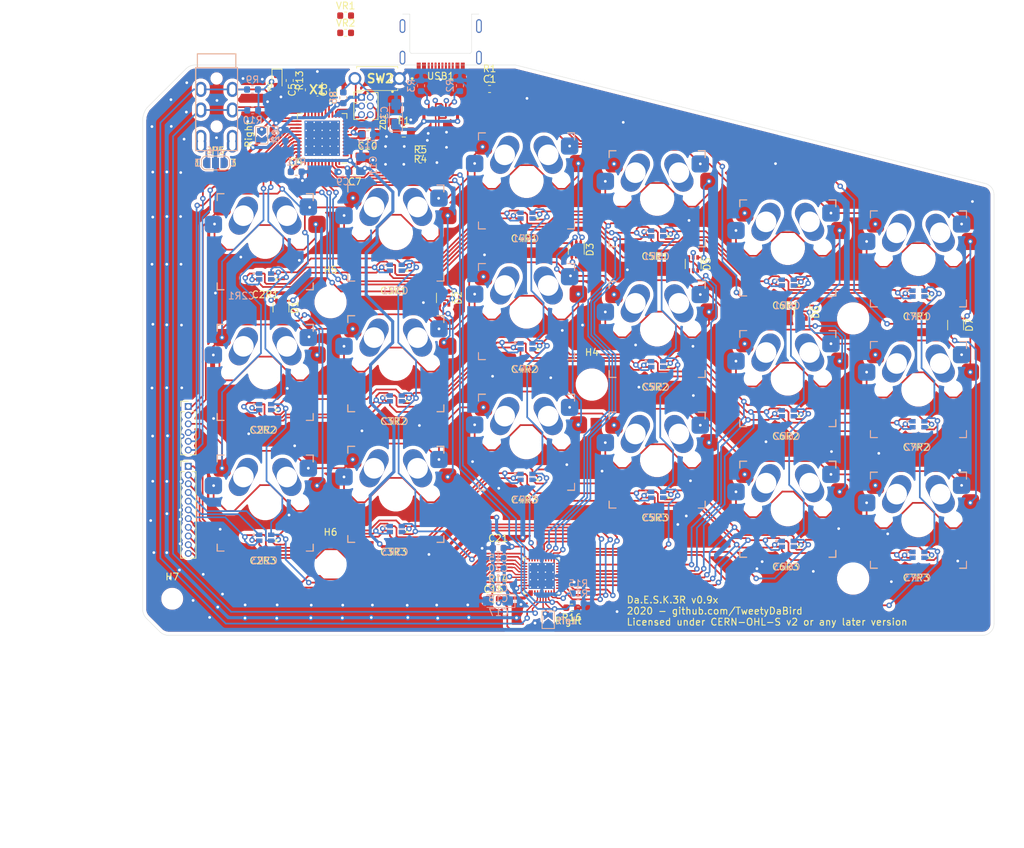
<source format=kicad_pcb>
(kicad_pcb (version 20171130) (host pcbnew "(5.1.6)-1")
  (title_block (title "Da.E.S.K - 3 Row PCB") (date 2020-09-29) (rev 0.91) (company "Markus Knutsson <markus.knutsson@tweety.se>") (comment 1 https://github.com/TweetyDaBird) (comment 2 "Licensed under CERN-OHL-S v2 or any later version"))
  (layers (0 F.Cu signal) (31 B.Cu signal) (34 B.Paste user) (35 F.Paste user) (36 B.SilkS user) (37 F.SilkS user) (38 B.Mask user) (39 F.Mask user) (44 Edge.Cuts user))
  (net 0 "")
  (net 1 GND)
  (net 2 VBUS)
  (net 3 RESET)
  (net 4 D+)
  (net 5 D-)
  (net 6 ROW_1)
  (net 7 ROW_2)
  (net 8 ROW_3)
  (net 9 ROW_4)
  (net 10 COL_A)
  (net 11 COL_B)
  (net 12 COL_C)
  (net 13 COL_D)
  (net 14 COL_E)
  (net 15 COL_F)
  (net 16 MISO)
  (net 17 MOSI)
  (net 18 SCK)
  (net 19 /MCU/AREF)
  (net 20 /MCU/XTAL1)
  (net 21 /MCU/XTAL2)
  (net 22 /MCU/UCAP)
  (net 23 "Net-(C7R1-Pad2)")
  (net 24 "Net-(C7R2-Pad2)")
  (net 25 "Net-(C7R3-Pad2)")
  (net 26 "Net-(C2R1-Pad2)")
  (net 27 "Net-(C2R2-Pad2)")
  (net 28 "Net-(C2R3-Pad2)")
  (net 29 "Net-(C3R1-Pad2)")
  (net 30 "Net-(C3R2-Pad2)")
  (net 31 "Net-(C3R3-Pad2)")
  (net 32 "Net-(C4R1-Pad2)")
  (net 33 "Net-(C4R2-Pad2)")
  (net 34 "Net-(C4R3-Pad2)")
  (net 35 "Net-(C5R1-Pad2)")
  (net 36 "Net-(C5R2-Pad2)")
  (net 37 "Net-(C5R3-Pad2)")
  (net 38 "Net-(C6R1-Pad2)")
  (net 39 "Net-(C6R2-Pad2)")
  (net 40 "Net-(C6R3-Pad2)")
  (net 41 COL_TH2)
  (net 42 RGB_INT)
  (net 43 /MCU/HAND)
  (net 44 /MCU/BOOT)
  (net 45 VCC_USB)
  (net 46 VCC)
  (net 47 I2C+)
  (net 48 I2C-)
  (net 49 COL_TH1)
  (net 50 CS11)
  (net 51 CS10)
  (net 52 CS9)
  (net 53 CS8)
  (net 54 CS7)
  (net 55 CS6)
  (net 56 CS5)
  (net 57 CS4)
  (net 58 CS3)
  (net 59 CS2)
  (net 60 CS1)
  (net 61 SW9)
  (net 62 SW8)
  (net 63 SW7)
  (net 64 SW6)
  (net 65 SW5)
  (net 66 SW4)
  (net 67 SW3)
  (net 68 SW2)
  (net 69 SW1)
  (net 70 RGB_ENABLE)
  (net 71 /MCU/RSET)
  (net 72 /MCU/IICRST)
  (net 73 SW12)
  (net 74 SW11)
  (net 75 SW10)
  (net 76 "Net-(POWER_LED1-Pad1)")
  (net 77 /MCU/DD+)
  (net 78 /MCU/DD-)
  (net 79 "Net-(R2-Pad2)")
  (net 80 "Net-(R3-Pad2)")
  (net 81 "Net-(JP1-Pad2)")
  (net 82 T)
  (net 83 S)
  (net 84 "Net-(C1-Pad1)")
  (module "Keyboard Library:XRCGB16M000FXN1R0" (layer F.Cu) (at 176.35 29.1 180)
    (fp_text reference X1 (at 0 0.15) (layer F.SilkS) (effects (font (size 1.27 1.27) (thickness 0.254))))
    (fp_text value XRCGB16M000FXN00R0 hide)
    (pad 1 smd rect (at -0.675 -0.5 270) (size 0.7 0.75) (layers F.Cu F.Paste F.Mask) (net 21 /MCU/XTAL2))
    (pad "" smd rect (at 0.675 -0.5 270) (size 0.7 0.75) (layers F.Cu F.Paste F.Mask))
    (pad 3 smd rect (at 0.675 0.5 270) (size 0.7 0.75) (layers F.Cu F.Paste F.Mask) (net 20 /MCU/XTAL1))
    (pad "" smd rect (at -0.675 0.5 270) (size 0.7 0.75) (layers F.Cu F.Paste F.Mask))
  )
  (module Resistor_SMD:R_0603_1608Metric (layer F.Cu) (at 180.44 20.67)
    (fp_text reference VR2 (at 0 -1.43) (layer F.SilkS))
    (fp_text value CG0603MLC-05E)
    (pad 2 smd roundrect (at 0.7875 0) (size 0.875 0.95) (layers F.Cu F.Paste F.Mask) (net 5 D-))
    (pad 1 smd roundrect (at -0.7875 0) (size 0.875 0.95) (layers F.Cu F.Paste F.Mask) (net 1 GND))
  )
  (module Resistor_SMD:R_0603_1608Metric (layer F.Cu) (at 180.44 18.16)
    (fp_text reference VR1 (at 0 -1.43) (layer F.SilkS))
    (fp_text value CG0603MLC-05E)
    (pad 2 smd roundrect (at 0.7875 0) (size 0.875 0.95) (layers F.Cu F.Paste F.Mask) (net 4 D+))
    (pad 1 smd roundrect (at -0.7875 0) (size 0.875 0.95) (layers F.Cu F.Paste F.Mask) (net 1 GND))
  )
  (module "Keyboard Library:HRO-TYPE-C-31-M-14" (layer F.Cu) (at 194.3056 24.36326 180)
    (fp_text reference USB1 (at 0.02 -2.61 180) (layer F.SilkS))
    (fp_text value USB_C_Receptacle_USB2.0)
    (fp_arc (start -4.2 0.99) (end -4.2 0.69) (angle -90) (layer Edge.Cuts) (width 0.05))
    (fp_arc (start 4.2 0.99) (end 4.5 0.99) (angle -90) (layer Edge.Cuts) (width 0.05))
    (fp_line (start 5.575 6.43) (end 4.5 6.43) (layer Edge.Cuts) (width 0.05))
    (fp_line (start -4.2 0.69) (end 4.2 0.69) (layer Edge.Cuts) (width 0.05))
    (fp_line (start -4.5 6.43) (end -5.575 6.43) (layer Edge.Cuts) (width 0.05))
    (fp_line (start 4.5 0.99) (end 4.5 6.43) (layer Edge.Cuts) (width 0.05))
    (fp_line (start -4.5 0.99) (end -4.5 6.43) (layer Edge.Cuts) (width 0.05))
    (pad B12 smd rect (at 3.07 -1.2 180) (size 0.3 1.1) (layers F.Cu F.Paste F.Mask) (net 1 GND))
    (pad B9 smd rect (at 2.3 -1.2 180) (size 0.3 1.1) (layers F.Cu F.Paste F.Mask) (net 45 VCC_USB))
    (pad B1 smd rect (at -3.07 -1.2 180) (size 0.3 1.1) (layers F.Cu F.Paste F.Mask) (net 1 GND))
    (pad B4 smd rect (at -2.3 -1.2 180) (size 0.3 1.1) (layers F.Cu F.Paste F.Mask) (net 45 VCC_USB))
    (pad A4 smd rect (at 2.58 -1.2 180) (size 0.3 1.1) (layers F.Cu F.Paste F.Mask) (net 45 VCC_USB))
    (pad A1 smd rect (at 3.35 -1.2 180) (size 0.3 1.1) (layers F.Cu F.Paste F.Mask) (net 1 GND))
    (pad A12 smd rect (at -3.35 -1.2 180) (size 0.3 1.1) (layers F.Cu F.Paste F.Mask) (net 1 GND))
    (pad A9 smd rect (at -2.58 -1.2 180) (size 0.3 1.1) (layers F.Cu F.Paste F.Mask) (net 45 VCC_USB))
    (pad A5 smd rect (at 1.25 -1.2 180) (size 0.3 1.1) (layers F.Cu F.Paste F.Mask) (net 79 "Net-(R2-Pad2)"))
    (pad B7 smd rect (at 0.75 -1.2 180) (size 0.3 1.1) (layers F.Cu F.Paste F.Mask) (net 5 D-))
    (pad B8 smd rect (at 1.75 -1.2 180) (size 0.3 1.1) (layers F.Cu F.Paste F.Mask))
    (pad B5 smd rect (at -1.75 -1.2 180) (size 0.3 1.1) (layers F.Cu F.Paste F.Mask) (net 80 "Net-(R3-Pad2)"))
    (pad A8 smd rect (at -1.25 -1.2 180) (size 0.3 1.1) (layers F.Cu F.Paste F.Mask))
    (pad B6 smd rect (at -0.75 -1.2 180) (size 0.3 1.1) (layers F.Cu F.Paste F.Mask) (net 4 D+))
    (pad A7 smd rect (at -0.25 -1.2 180) (size 0.3 1.1) (layers F.Cu F.Paste F.Mask) (net 5 D-))
    (pad A6 smd rect (at 0.25 -1.2 180) (size 0.3 1.1) (layers F.Cu F.Paste F.Mask) (net 4 D+))
    (pad S1 thru_hole oval (at -5.575 4.68 180) (size 0.8 2) (drill oval 0.5 1.65) (layers *.Cu *.Mask) (net 84 "Net-(C1-Pad1)"))
    (pad S1 thru_hole oval (at 5.575 4.68 180) (size 0.8 2) (drill oval 0.5 1.65) (layers *.Cu *.Mask) (net 84 "Net-(C1-Pad1)"))
    (pad S1 thru_hole oval (at 5.575 0.08 180) (size 0.8 2) (drill oval 0.5 1.65) (layers *.Cu *.Mask) (net 84 "Net-(C1-Pad1)"))
    (pad "" np_thru_hole circle (at -3.75 0 180) (size 0.6 0.6) (drill 0.6) (layers *.Cu *.Mask))
    (pad "" np_thru_hole circle (at 3.75 0 180) (size 0.6 0.6) (drill 0.6) (layers *.Cu *.Mask))
    (pad S1 thru_hole oval (at -5.575 0.08 180) (size 0.8 2) (drill oval 0.5 1.65) (layers *.Cu *.Mask) (net 84 "Net-(C1-Pad1)"))
  )
  (module "Keyboard Library:2-pin_reset_switch" (layer F.Cu) (at 188.2902 27.3304 180)
    (fp_text reference SW2 (at 2.794 0) (layer F.SilkS) (effects (font (size 1.27 1.27) (thickness 0.254))))
    (fp_text value SW_Push hide)
    (pad 2 thru_hole circle (at 6.5 0 180) (size 1.875 1.875) (drill 1.25) (layers *.Cu *.Mask) (net 3 RESET))
    (pad 1 thru_hole circle (at 0 0 180) (size 1.875 1.875) (drill 1.25) (layers *.Cu *.Mask) (net 1 GND))
  )
  (module Resistor_SMD:R_0603_1608Metric (layer B.Cu) (at 214.3506 103.8606 180)
    (fp_text reference R17 (at 0 1.43) (layer B.SilkS) (effects (justify mirror)))
    (fp_text value 100k)
    (pad 2 smd roundrect (at 0.7875 0 180) (size 0.875 0.95) (layers B.Cu B.Paste B.Mask) (net 42 RGB_INT))
    (pad 1 smd roundrect (at -0.7875 0 180) (size 0.875 0.95) (layers B.Cu B.Paste B.Mask) (net 1 GND))
  )
  (module Resistor_SMD:R_0603_1608Metric (layer F.Cu) (at 213.4 104.49 180)
    (fp_text reference R16 (at 0 -1.43) (layer F.SilkS))
    (fp_text value 100k)
    (pad 2 smd roundrect (at 0.7875 0 180) (size 0.875 0.95) (layers F.Cu F.Paste F.Mask) (net 70 RGB_ENABLE))
    (pad 1 smd roundrect (at -0.7875 0 180) (size 0.875 0.95) (layers F.Cu F.Paste F.Mask) (net 1 GND))
  )
  (module Resistor_SMD:R_0603_1608Metric (layer B.Cu) (at 214.3506 102.3874 180)
    (fp_text reference R15 (at 0 1.43) (layer B.SilkS) (effects (justify mirror)))
    (fp_text value 100k)
    (pad 2 smd roundrect (at 0.7875 0 180) (size 0.875 0.95) (layers B.Cu B.Paste B.Mask) (net 72 /MCU/IICRST))
    (pad 1 smd roundrect (at -0.7875 0 180) (size 0.875 0.95) (layers B.Cu B.Paste B.Mask) (net 1 GND))
  )
  (module Resistor_SMD:R_0603_1608Metric (layer F.Cu) (at 202.692 101.7148)
    (fp_text reference R14 (at 0 -1.43) (layer F.SilkS))
    (fp_text value 20k)
    (pad 2 smd roundrect (at 0.7875 0) (size 0.875 0.95) (layers F.Cu F.Paste F.Mask) (net 71 /MCU/RSET))
    (pad 1 smd roundrect (at -0.7875 0) (size 0.875 0.95) (layers F.Cu F.Paste F.Mask) (net 1 GND))
  )
  (module Resistor_SMD:R_0603_1608Metric (layer F.Cu) (at 172.29 27.62 270)
    (fp_text reference R13 (at 0 -1.43 90) (layer F.SilkS))
    (fp_text value 33)
    (pad 2 smd roundrect (at 0.7875 0 270) (size 0.875 0.95) (layers F.Cu F.Paste F.Mask) (net 1 GND))
    (pad 1 smd roundrect (at -0.7875 0 270) (size 0.875 0.95) (layers F.Cu F.Paste F.Mask) (net 76 "Net-(POWER_LED1-Pad1)"))
  )
  (module Resistor_SMD:R_0603_1608Metric (layer B.Cu) (at 173.24 40.93 180)
    (fp_text reference R11 (at 0 1.43) (layer B.SilkS) (effects (justify mirror)))
    (fp_text value 10k)
    (pad 2 smd roundrect (at 0.7875 0 180) (size 0.875 0.95) (layers B.Cu B.Paste B.Mask) (net 44 /MCU/BOOT))
    (pad 1 smd roundrect (at -0.7875 0 180) (size 0.875 0.95) (layers B.Cu B.Paste B.Mask) (net 1 GND))
  )
  (module Resistor_SMD:R_0603_1608Metric (layer B.Cu) (at 166.89 31.96)
    (fp_text reference R10 (at 0 1.43) (layer B.SilkS) (effects (justify mirror)))
    (fp_text value 4k7)
    (pad 2 smd roundrect (at 0.7875 0) (size 0.875 0.95) (layers B.Cu B.Paste B.Mask) (net 46 VCC))
    (pad 1 smd roundrect (at -0.7875 0) (size 0.875 0.95) (layers B.Cu B.Paste B.Mask) (net 48 I2C-))
  )
  (module Resistor_SMD:R_0603_1608Metric (layer B.Cu) (at 166.86 28.93 180)
    (fp_text reference R9 (at 0 1.43) (layer B.SilkS) (effects (justify mirror)))
    (fp_text value 4K7)
    (pad 2 smd roundrect (at 0.7875 0 180) (size 0.875 0.95) (layers B.Cu B.Paste B.Mask) (net 47 I2C+))
    (pad 1 smd roundrect (at -0.7875 0 180) (size 0.875 0.95) (layers B.Cu B.Paste B.Mask) (net 46 VCC))
  )
  (module Resistor_SMD:R_0603_1608Metric (layer B.Cu) (at 180.0987 30.1384 270)
    (fp_text reference R6 (at 0 1.43 90) (layer B.SilkS) (effects (justify mirror)))
    (fp_text value 10K)
    (pad 2 smd roundrect (at 0.7875 0 270) (size 0.875 0.95) (layers B.Cu B.Paste B.Mask) (net 46 VCC))
    (pad 1 smd roundrect (at -0.7875 0 270) (size 0.875 0.95) (layers B.Cu B.Paste B.Mask) (net 3 RESET))
  )
  (module Resistor_SMD:R_0603_1608Metric (layer F.Cu) (at 191.34074 39.1292)
    (fp_text reference R5 (at 0 -1.43) (layer F.SilkS))
    (fp_text value 22)
    (pad 2 smd roundrect (at 0.7875 0) (size 0.875 0.95) (layers F.Cu F.Paste F.Mask) (net 5 D-))
    (pad 1 smd roundrect (at -0.7875 0) (size 0.875 0.95) (layers F.Cu F.Paste F.Mask) (net 78 /MCU/DD-))
  )
  (module Resistor_SMD:R_0603_1608Metric (layer F.Cu) (at 191.34074 37.65092 180)
    (fp_text reference R4 (at 0 -1.43) (layer F.SilkS))
    (fp_text value 22)
    (pad 2 smd roundrect (at 0.7875 0 180) (size 0.875 0.95) (layers F.Cu F.Paste F.Mask) (net 77 /MCU/DD+))
    (pad 1 smd roundrect (at -0.7875 0 180) (size 0.875 0.95) (layers F.Cu F.Paste F.Mask) (net 4 D+))
  )
  (module Resistor_SMD:R_0603_1608Metric (layer B.Cu) (at 191.44234 28.37942 270)
    (fp_text reference R3 (at 0 1.43 90) (layer B.SilkS) (effects (justify mirror)))
    (fp_text value 5k1)
    (pad 2 smd roundrect (at 0.7875 0 270) (size 0.875 0.95) (layers B.Cu B.Paste B.Mask) (net 80 "Net-(R3-Pad2)"))
    (pad 1 smd roundrect (at -0.7875 0 270) (size 0.875 0.95) (layers B.Cu B.Paste B.Mask) (net 1 GND))
  )
  (module Resistor_SMD:R_0603_1608Metric (layer B.Cu) (at 197.10654 28.37942 270)
    (fp_text reference R2 (at 0 1.43 90) (layer B.SilkS) (effects (justify mirror)))
    (fp_text value 5k1)
    (pad 2 smd roundrect (at 0.7875 0 270) (size 0.875 0.95) (layers B.Cu B.Paste B.Mask) (net 79 "Net-(R2-Pad2)"))
    (pad 1 smd roundrect (at -0.7875 0 270) (size 0.875 0.95) (layers B.Cu B.Paste B.Mask) (net 1 GND))
  )
  (module Resistor_SMD:R_0603_1608Metric (layer F.Cu) (at 201.43 27.32)
    (fp_text reference R1 (at 0 -1.43) (layer F.SilkS))
    (fp_text value 330)
    (pad 2 smd roundrect (at 0.7875 0) (size 0.875 0.95) (layers F.Cu F.Paste F.Mask) (net 1 GND))
    (pad 1 smd roundrect (at -0.7875 0) (size 0.875 0.95) (layers F.Cu F.Paste F.Mask) (net 84 "Net-(C1-Pad1)"))
  )
  (module Capacitor_SMD:C_0603_1608Metric (layer B.Cu) (at 202.692 100.2416)
    (fp_text reference C22 (at 0 1.43) (layer B.SilkS) (effects (justify mirror)))
    (fp_text value 0u47)
    (pad 2 smd roundrect (at 0.7875 0) (size 0.875 0.95) (layers B.Cu B.Paste B.Mask) (net 46 VCC))
    (pad 1 smd roundrect (at -0.7875 0) (size 0.875 0.95) (layers B.Cu B.Paste B.Mask) (net 1 GND))
  )
  (module Capacitor_SMD:C_0603_1608Metric (layer F.Cu) (at 202.69 95.8)
    (fp_text reference C21 (at 0 -1.43) (layer F.SilkS))
    (fp_text value 0u47)
    (pad 2 smd roundrect (at 0.7875 0) (size 0.875 0.95) (layers F.Cu F.Paste F.Mask) (net 46 VCC))
    (pad 1 smd roundrect (at -0.7875 0) (size 0.875 0.95) (layers F.Cu F.Paste F.Mask) (net 1 GND))
  )
  (module Capacitor_SMD:C_0603_1608Metric (layer B.Cu) (at 202.692 97.2952)
    (fp_text reference C20 (at 0 1.43) (layer B.SilkS) (effects (justify mirror)))
    (fp_text value 0u47)
    (pad 2 smd roundrect (at 0.7875 0) (size 0.875 0.95) (layers B.Cu B.Paste B.Mask) (net 46 VCC))
    (pad 1 smd roundrect (at -0.7875 0) (size 0.875 0.95) (layers B.Cu B.Paste B.Mask) (net 1 GND))
  )
  (module Capacitor_SMD:C_0603_1608Metric (layer B.Cu) (at 202.692 98.7684)
    (fp_text reference C19 (at 0 1.43) (layer B.SilkS) (effects (justify mirror)))
    (fp_text value 0u1)
    (pad 2 smd roundrect (at 0.7875 0) (size 0.875 0.95) (layers B.Cu B.Paste B.Mask) (net 46 VCC))
    (pad 1 smd roundrect (at -0.7875 0) (size 0.875 0.95) (layers B.Cu B.Paste B.Mask) (net 1 GND))
  )
  (module Capacitor_SMD:C_0603_1608Metric (layer B.Cu) (at 202.692 101.7148)
    (fp_text reference C18 (at 0 1.43) (layer B.SilkS) (effects (justify mirror)))
    (fp_text value 0u1)
    (pad 2 smd roundrect (at 0.7875 0) (size 0.875 0.95) (layers B.Cu B.Paste B.Mask) (net 46 VCC))
    (pad 1 smd roundrect (at -0.7875 0) (size 0.875 0.95) (layers B.Cu B.Paste B.Mask) (net 1 GND))
  )
  (module Capacitor_SMD:C_0603_1608Metric (layer F.Cu) (at 202 103.23)
    (fp_text reference C16 (at 0 -1.43) (layer F.SilkS))
    (fp_text value 0u47)
    (pad 2 smd roundrect (at 0.7875 0) (size 0.875 0.95) (layers F.Cu F.Paste F.Mask) (net 46 VCC))
    (pad 1 smd roundrect (at -0.7875 0) (size 0.875 0.95) (layers F.Cu F.Paste F.Mask) (net 1 GND))
  )
  (module Capacitor_SMD:C_0603_1608Metric (layer B.Cu) (at 202.69 95.8)
    (fp_text reference C15 (at 0 1.43) (layer B.SilkS) (effects (justify mirror)))
    (fp_text value 0u1)
    (pad 2 smd roundrect (at 0.7875 0) (size 0.875 0.95) (layers B.Cu B.Paste B.Mask) (net 46 VCC))
    (pad 1 smd roundrect (at -0.7875 0) (size 0.875 0.95) (layers B.Cu B.Paste B.Mask) (net 1 GND))
  )
  (module Capacitor_SMD:C_0603_1608Metric (layer B.Cu) (at 183.64324 35.47364)
    (fp_text reference C12 (at 0 1.43) (layer B.SilkS) (effects (justify mirror)))
    (fp_text value 0u1)
    (pad 2 smd roundrect (at 0.7875 0) (size 0.875 0.95) (layers B.Cu B.Paste B.Mask) (net 1 GND))
    (pad 1 smd roundrect (at -0.7875 0) (size 0.875 0.95) (layers B.Cu B.Paste B.Mask) (net 2 VBUS))
  )
  (module Capacitor_SMD:C_0603_1608Metric (layer B.Cu) (at 180.03 40.94)
    (fp_text reference C9 (at 0 1.43) (layer B.SilkS) (effects (justify mirror)))
    (fp_text value 0u1)
    (pad 2 smd roundrect (at 0.7875 0) (size 0.875 0.95) (layers B.Cu B.Paste B.Mask) (net 1 GND))
    (pad 1 smd roundrect (at -0.7875 0) (size 0.875 0.95) (layers B.Cu B.Paste B.Mask) (net 19 /MCU/AREF))
  )
  (module Capacitor_SMD:C_0603_1608Metric (layer F.Cu) (at 180.0987 30.1244 90)
    (fp_text reference C8 (at 0 -1.43 90) (layer F.SilkS))
    (fp_text value 0u1)
    (pad 2 smd roundrect (at 0.7875 0 90) (size 0.875 0.95) (layers F.Cu F.Paste F.Mask) (net 1 GND))
    (pad 1 smd roundrect (at -0.7875 0 90) (size 0.875 0.95) (layers F.Cu F.Paste F.Mask) (net 46 VCC))
  )
  (module Capacitor_SMD:C_0603_1608Metric (layer F.Cu) (at 181.77 40.92 180)
    (fp_text reference C7 (at 0 -1.43) (layer F.SilkS))
    (fp_text value 0u1)
    (pad 2 smd roundrect (at 0.7875 0 180) (size 0.875 0.95) (layers F.Cu F.Paste F.Mask) (net 1 GND))
    (pad 1 smd roundrect (at -0.7875 0 180) (size 0.875 0.95) (layers F.Cu F.Paste F.Mask) (net 46 VCC))
  )
  (module Capacitor_SMD:C_0603_1608Metric (layer F.Cu) (at 178.6382 28.9814 90)
    (fp_text reference C6 (at 0 -1.43 90) (layer F.SilkS))
    (fp_text value 22p)
    (pad 2 smd roundrect (at 0.7875 0 90) (size 0.875 0.95) (layers F.Cu F.Paste F.Mask) (net 1 GND))
    (pad 1 smd roundrect (at -0.7875 0 90) (size 0.875 0.95) (layers F.Cu F.Paste F.Mask) (net 21 /MCU/XTAL2))
  )
  (module Capacitor_SMD:C_0603_1608Metric (layer F.Cu) (at 174.0662 28.9814 90)
    (fp_text reference C5 (at 0 -1.43 90) (layer F.SilkS))
    (fp_text value 22p)
    (pad 2 smd roundrect (at 0.7875 0 90) (size 0.875 0.95) (layers F.Cu F.Paste F.Mask) (net 1 GND))
    (pad 1 smd roundrect (at -0.7875 0 90) (size 0.875 0.95) (layers F.Cu F.Paste F.Mask) (net 20 /MCU/XTAL1))
  )
  (module Capacitor_SMD:C_0603_1608Metric (layer F.Cu) (at 173.24 40.93)
    (fp_text reference C4 (at 0 -1.43) (layer F.SilkS))
    (fp_text value 0u1)
    (pad 2 smd roundrect (at 0.7875 0) (size 0.875 0.95) (layers F.Cu F.Paste F.Mask) (net 1 GND))
    (pad 1 smd roundrect (at -0.7875 0) (size 0.875 0.95) (layers F.Cu F.Paste F.Mask) (net 46 VCC))
  )
  (module Capacitor_SMD:C_0603_1608Metric (layer B.Cu) (at 171.67 35.62 270)
    (fp_text reference C2 (at 0 1.43 90) (layer B.SilkS) (effects (justify mirror)))
    (fp_text value 0u1)
    (pad 2 smd roundrect (at 0.7875 0 270) (size 0.875 0.95) (layers B.Cu B.Paste B.Mask) (net 1 GND))
    (pad 1 smd roundrect (at -0.7875 0 270) (size 0.875 0.95) (layers B.Cu B.Paste B.Mask) (net 46 VCC))
  )
  (module Capacitor_SMD:C_0603_1608Metric (layer F.Cu) (at 201.43 28.86)
    (fp_text reference C1 (at 0 -1.43) (layer F.SilkS))
    (fp_text value 0u1F)
    (pad 2 smd roundrect (at 0.7875 0) (size 0.875 0.95) (layers F.Cu F.Paste F.Mask) (net 1 GND))
    (pad 1 smd roundrect (at -0.7875 0) (size 0.875 0.95) (layers F.Cu F.Paste F.Mask) (net 84 "Net-(C1-Pad1)"))
  )
  (module Connector_PinHeader_1.27mm:PinHeader_1x11_P1.27mm_Vertical (layer F.Cu) (at 157.5 83.872)
    (fp_text reference J5 hide)
    (fp_text value Conn_01x11)
    (pad 11 thru_hole oval (at 0 12.7) (size 1 1) (drill 0.65) (layers *.Cu *.Mask) (net 50 CS11))
    (pad 10 thru_hole oval (at 0 11.43) (size 1 1) (drill 0.65) (layers *.Cu *.Mask) (net 51 CS10))
    (pad 9 thru_hole oval (at 0 10.16) (size 1 1) (drill 0.65) (layers *.Cu *.Mask) (net 52 CS9))
    (pad 8 thru_hole oval (at 0 8.89) (size 1 1) (drill 0.65) (layers *.Cu *.Mask) (net 53 CS8))
    (pad 7 thru_hole oval (at 0 7.62) (size 1 1) (drill 0.65) (layers *.Cu *.Mask) (net 54 CS7))
    (pad 6 thru_hole oval (at 0 6.35) (size 1 1) (drill 0.65) (layers *.Cu *.Mask) (net 66 SW4))
    (pad 5 thru_hole oval (at 0 5.08) (size 1 1) (drill 0.65) (layers *.Cu *.Mask) (net 65 SW5))
    (pad 4 thru_hole oval (at 0 3.81) (size 1 1) (drill 0.65) (layers *.Cu *.Mask) (net 64 SW6))
    (pad 3 thru_hole oval (at 0 2.54) (size 1 1) (drill 0.65) (layers *.Cu *.Mask) (net 69 SW1))
    (pad 2 thru_hole oval (at 0 1.27) (size 1 1) (drill 0.65) (layers *.Cu *.Mask) (net 68 SW2))
    (pad 1 thru_hole rect (at 0 0) (size 1 1) (drill 0.65) (layers *.Cu *.Mask) (net 67 SW3))
  )
  (module Connector_PinHeader_1.27mm:PinHeader_1x06_P1.27mm_Vertical (layer F.Cu) (at 157.5 75.142)
    (fp_text reference J7 hide)
    (fp_text value Conn_01x06)
    (pad 6 thru_hole oval (at 0 6.35) (size 1 1) (drill 0.65) (layers *.Cu *.Mask) (net 41 COL_TH2))
    (pad 5 thru_hole oval (at 0 5.08) (size 1 1) (drill 0.65) (layers *.Cu *.Mask) (net 49 COL_TH1))
    (pad 4 thru_hole oval (at 0 3.81) (size 1 1) (drill 0.65) (layers *.Cu *.Mask) (net 9 ROW_4))
    (pad 3 thru_hole oval (at 0 2.54) (size 1 1) (drill 0.65) (layers *.Cu *.Mask) (net 8 ROW_3))
    (pad 2 thru_hole oval (at 0 1.27) (size 1 1) (drill 0.65) (layers *.Cu *.Mask) (net 7 ROW_2))
    (pad 1 thru_hole rect (at 0 0) (size 1 1) (drill 0.65) (layers *.Cu *.Mask) (net 6 ROW_1))
  )
  (module Capacitor_Tantalum_SMD:CP_EIA-3216-18_Kemet-A_Pad1.58x1.35mm_HandSolder (layer B.Cu) (at 187.77966 32.5374 90)
    (fp_text reference C3 (at 0.2174 -1.66966 270) (layer B.SilkS) (effects (justify mirror)))
    (fp_text value 10uF)
    (pad 2 smd roundrect (at 1.4375 0 90) (size 1.575 1.35) (layers B.Cu B.Paste B.Mask) (roundrect_rratio 0.185185) (net 1 GND))
    (pad 1 smd roundrect (at -1.4375 0 90) (size 1.575 1.35) (layers B.Cu B.Paste B.Mask) (roundrect_rratio 0.185185) (net 45 VCC_USB))
  )
  (module DIO_SS3P3-M3:84A (layer F.Cu) (at 187.2742 31.8389 270)
    (fp_text reference ZD1 (at 1.8311 1.3842 90) (layer F.SilkS) (effects (font (size 0.8 0.8))))
    (fp_text value SS1P3L-M3/84A)
    (pad 2 smd rect (at 1.6525 0 270) (size 0.762 1.27) (layers F.Cu F.Paste F.Mask) (net 2 VBUS))
    (pad 1 smd rect (at -0.6985 0 270) (size 2.67 2.54) (layers F.Cu F.Mask) (net 46 VCC))
  )
  (module Fuse:Fuse_0805_2012Metric_Pad1.15x1.40mm_HandSolder (layer F.Cu) (at 188.9252 35.1409)
    (fp_text reference F1 (at 0 -1.65) (layer F.SilkS))
    (fp_text value 500mA)
    (pad 2 smd roundrect (at 1.025 0) (size 1.15 1.4) (layers F.Cu F.Paste F.Mask) (roundrect_rratio 0.217391) (net 45 VCC_USB))
    (pad 1 smd roundrect (at -1.025 0) (size 1.15 1.4) (layers F.Cu F.Paste F.Mask) (roundrect_rratio 0.217391) (net 2 VBUS))
  )
  (module MountingHole:MountingHole_2.2mm_M2 (layer F.Cu) (at 155.16 103.18)
    (fp_text reference H7 (at 0 -3.2) (layer F.SilkS))
    (fp_text value MountingHole)
    (pad 1 np_thru_hole circle (at 0 0) (size 2.2 2.2) (drill 2.2) (layers *.Cu *.Mask))
  )
  (module "Keyboard 2:TRRS-PJ-320A-reversible" (layer F.Cu) (at 161.67 27.32)
    (fp_text reference J1)
    (fp_text value AudioJack4)
    (pad T thru_hole oval (at 2.26 9.7) (size 1.6 2.2) (drill oval 0.9 1.5) (layers *.Cu *.Mask) (net 82 T))
    (pad R2 thru_hole oval (at -2.34 1.6) (size 1.6 2.2) (drill oval 0.9 1.5) (layers *.Cu *.Mask) (net 47 I2C+))
    (pad R1 thru_hole oval (at -2.34 4.6) (size 1.6 2.2) (drill oval 0.9 1.5) (layers *.Cu *.Mask) (net 48 I2C-))
    (pad R1 thru_hole oval (at 2.26 4.6) (size 1.6 2.2) (drill oval 0.9 1.5) (layers *.Cu *.Mask) (net 48 I2C-))
    (pad "" np_thru_hole circle (at -0.04 0) (size 0.8 0.8) (drill 0.8) (layers *.Cu *.Mask))
    (pad "" np_thru_hole circle (at -0.04 7) (size 0.8 0.8) (drill 0.8) (layers *.Cu *.Mask))
    (pad R2 thru_hole oval (at 2.26 1.6) (size 1.6 2.2) (drill oval 0.9 1.5) (layers *.Cu *.Mask) (net 47 I2C+))
    (pad T thru_hole oval (at 2.26 8.6) (size 1.6 2.2) (drill oval 0.9 1.5) (layers *.Cu *.Mask) (net 82 T))
    (pad S thru_hole oval (at -2.34 9.7) (size 1.6 2.2) (drill oval 0.9 1.5) (layers *.Cu *.Mask) (net 83 S))
    (pad S thru_hole oval (at -2.34 8.6) (size 1.6 2.2) (drill oval 0.9 1.5) (layers *.Cu *.Mask) (net 83 S))
  )
  (module "Keyboard 2:Kailh_socket_MX_reversible_v2" (layer F.Cu) (at 187.76306 49.85774 180)
    (fp_text reference C3R1 (at 0.33 -8.41) (layer F.SilkS))
    (fp_text value SW_Push)
    (fp_text user %R (at 0.12 -8.41 180) (layer B.SilkS) (effects (justify mirror)))
    (pad "" np_thru_hole oval (at 3.18 3.8 153.5) (size 3 5.85) (drill oval 3) (layers *.Cu *.Mask))
    (pad "" np_thru_hole oval (at -3.17 3.8 206.5) (size 3 5.85) (drill oval 3) (layers *.Cu *.Mask))
    (pad 2 smd roundrect (at -7.56 2.54 180) (size 2.55 2.5) (layers F.Cu F.Paste F.Mask) (net 29 "Net-(C3R1-Pad2)"))
    (pad "" np_thru_hole circle (at -5.08 0 180) (size 1.7018 1.7018) (drill 1.7018) (layers *.Cu *.Mask))
    (pad "" np_thru_hole circle (at 5.08 0 180) (size 1.7018 1.7018) (drill 1.7018) (layers *.Cu *.Mask))
    (pad "" np_thru_hole circle (at 0 0 180) (size 3.9878 3.9878) (drill 3.9878) (layers *.Cu *.Mask))
    (pad 1 smd roundrect (at 6.29 5.08 180) (size 2.55 2.5) (layers F.Cu F.Paste F.Mask) (net 6 ROW_1))
    (pad 1 smd roundrect (at -6.29 5.08 180) (size 2.55 2.5) (layers B.Cu B.Paste B.Mask) (net 6 ROW_1))
    (pad 2 smd roundrect (at 7.56 2.54 180) (size 2.55 2.5) (layers B.Cu B.Paste B.Mask) (net 29 "Net-(C3R1-Pad2)"))
  )
  (module "Keyboard 2:SolderJumper-3_P1.3mm_Bridged12_RoundedPad1.0x1.5mm_NumberLabels" (layer B.Cu) (at 161.458767 39.643733 180)
    (fp_text reference JP6 (at 0 1.8) (layer B.SilkS) (effects (justify mirror)))
    (fp_text value Jumper_3_Open)
    (fp_text user 1 (at -2.6 0) (layer B.SilkS) (effects (justify mirror)))
    (fp_text user 3 (at 2.6 0) (layer B.SilkS) (effects (justify mirror)))
    (pad 1 smd custom (at -1.3 0 180) (size 1 0.5) (layers B.Cu B.Mask) (net 82 T) (options (clearance outline) (anchor rect)) (primitives (gr_poly (pts (xy 0.55 0.75) (xy 0 0.75) (xy 0 -0.75) (xy 0.55 -0.75)) (width 0)) (gr_circle (center 0 -0.25) (end 0.5 -0.25) (width 0)) (gr_circle (center 0 0.25) (end 0.5 0.25) (width 0))))
    (pad 2 smd rect (at 0 0 180) (size 1 1.5) (layers B.Cu B.Mask) (net 1 GND))
    (pad 3 smd custom (at 1.3 0 180) (size 1 0.5) (layers B.Cu B.Mask) (net 83 S) (options (clearance outline) (anchor rect)) (primitives (gr_circle (center 0 -0.25) (end 0.5 -0.25) (width 0)) (gr_circle (center 0 0.25) (end 0.5 0.25) (width 0)) (gr_poly (pts (xy -0.55 0.75) (xy 0 0.75) (xy 0 -0.75) (xy -0.55 -0.75)) (width 0))))
  )
  (module "Keyboard 2:SolderJumper-3_P1.3mm_Bridged12_RoundedPad1.0x1.5mm_NumberLabels" (layer F.Cu) (at 161.458767 39.643733)
    (fp_text reference JP5 (at 0 -1.8) (layer F.SilkS))
    (fp_text value Jumper_3_Open)
    (fp_text user 1 (at -2.6 0) (layer F.SilkS))
    (fp_text user 3 (at 2.6 0) (layer F.SilkS))
    (pad 1 smd custom (at -1.3 0) (size 1 0.5) (layers F.Cu F.Mask) (net 83 S) (options (clearance outline) (anchor rect)) (primitives (gr_poly (pts (xy 0.55 -0.75) (xy 0 -0.75) (xy 0 0.75) (xy 0.55 0.75)) (width 0)) (gr_circle (center 0 0.25) (end 0.5 0.25) (width 0)) (gr_circle (center 0 -0.25) (end 0.5 -0.25) (width 0))))
    (pad 2 smd rect (at 0 0) (size 1 1.5) (layers F.Cu F.Mask) (net 46 VCC))
    (pad 3 smd custom (at 1.3 0) (size 1 0.5) (layers F.Cu F.Mask) (net 82 T) (options (clearance outline) (anchor rect)) (primitives (gr_circle (center 0 0.25) (end 0.5 0.25) (width 0)) (gr_circle (center 0 -0.25) (end 0.5 -0.25) (width 0)) (gr_poly (pts (xy -0.55 -0.75) (xy 0 -0.75) (xy 0 0.75) (xy -0.55 0.75)) (width 0))))
  )
  (module "Keyboard 2:PinHeader_2x03_P1.27mm_Vertical" (layer F.Cu) (at 182.7657 30.0609)
    (fp_text reference J3 hide)
    (fp_text value Conn_01x06)
    (pad 6 thru_hole oval (at 1.27 2.54) (size 1 1) (drill 0.65) (layers *.Cu *.Mask) (net 17 MOSI))
    (pad 5 thru_hole oval (at 0 2.54) (size 1 1) (drill 0.65) (layers *.Cu *.Mask) (net 16 MISO))
    (pad 4 thru_hole oval (at 1.27 1.27) (size 1 1) (drill 0.65) (layers *.Cu *.Mask) (net 18 SCK))
    (pad 3 thru_hole oval (at 0 1.27) (size 1 1) (drill 0.65) (layers *.Cu *.Mask) (net 1 GND))
    (pad 2 thru_hole oval (at 1.27 0) (size 1 1) (drill 0.65) (layers *.Cu *.Mask) (net 3 RESET))
    (pad 1 thru_hole rect (at 0 0) (size 1 1) (drill 0.65) (layers *.Cu *.Mask) (net 46 VCC))
  )
  (module "Keyboard 2:SolderJumper-2_P1.3mm_Open_TrianglePad1.0x1.5mm" (layer B.Cu) (at 209.9818 106.3752 90)
    (fp_text reference JP2 hide)
    (fp_text value Left (at 0.0052 2.6682 180) (layer B.SilkS) (effects (justify mirror)))
    (pad 1 smd custom (at -0.725 0 90) (size 0.3 0.3) (layers B.Cu B.Mask) (net 1 GND) (options (clearance outline) (anchor rect)) (primitives (gr_poly (pts (xy -0.2 0.65) (xy 0.5 0.65) (xy 1 0) (xy 0.5 -0.65) (xy -0.2 -0.65)) (width 0))))
    (pad 2 smd custom (at 0.725 0 90) (size 0.2 0.2) (layers B.Cu B.Mask) (net 81 "Net-(JP1-Pad2)") (options (clearance outline) (anchor rect)) (primitives (gr_poly (pts (xy -0.65 0.65) (xy 0.45 0.65) (xy 0.45 -0.65) (xy -0.65 -0.65) (xy -0.15 0)) (width 0))))
  )
  (module "Keyboard 2:SolderJumper-2_P1.3mm_Open_TrianglePad1.0x1.5mm" (layer F.Cu) (at 209.9818 106.3752 90)
    (fp_text reference JP1 hide)
    (fp_text value Right (at -0.0348 2.9182 180) (layer F.SilkS))
    (pad 1 smd custom (at -0.725 0 90) (size 0.3 0.3) (layers F.Cu F.Mask) (net 46 VCC) (options (clearance outline) (anchor rect)) (primitives (gr_poly (pts (xy -0.2 -0.65) (xy 0.5 -0.65) (xy 1 0) (xy 0.5 0.65) (xy -0.2 0.65)) (width 0))))
    (pad 2 smd custom (at 0.725 0 90) (size 0.2 0.2) (layers F.Cu F.Mask) (net 81 "Net-(JP1-Pad2)") (options (clearance outline) (anchor rect)) (primitives (gr_poly (pts (xy -0.65 -0.65) (xy 0.45 -0.65) (xy 0.45 0.65) (xy -0.65 0.65) (xy -0.15 0)) (width 0))))
  )
  (module "Keyboard 2:SolderJumper-2_P1.3mm_Open_TrianglePad1.0x1.5mm" (layer F.Cu) (at 168.20034 35.47848 270)
    (fp_text reference JP4 hide)
    (fp_text value Right (at 0 1.9 90) (layer F.SilkS))
    (pad 1 smd custom (at -0.725 0 270) (size 0.3 0.3) (layers F.Cu F.Mask) (net 43 /MCU/HAND) (options (clearance outline) (anchor rect)) (primitives (gr_poly (pts (xy -0.2 -0.65) (xy 0.5 -0.65) (xy 1 0) (xy 0.5 0.65) (xy -0.2 0.65)) (width 0))))
    (pad 2 smd custom (at 0.725 0 270) (size 0.2 0.2) (layers F.Cu F.Mask) (net 46 VCC) (options (clearance outline) (anchor rect)) (primitives (gr_poly (pts (xy -0.65 -0.65) (xy 0.45 -0.65) (xy 0.45 0.65) (xy -0.65 0.65) (xy -0.15 0)) (width 0))))
  )
  (module "Keyboard 2:SolderJumper-2_P1.3mm_Open_TrianglePad1.0x1.5mm" (layer B.Cu) (at 168.20034 35.47848 270)
    (fp_text reference JP3 hide)
    (fp_text value Left (at 0 -1.9 90) (layer B.SilkS) (effects (justify mirror)))
    (pad 1 smd custom (at -0.725 0 270) (size 0.3 0.3) (layers B.Cu B.Mask) (net 43 /MCU/HAND) (options (clearance outline) (anchor rect)) (primitives (gr_poly (pts (xy -0.2 0.65) (xy 0.5 0.65) (xy 1 0) (xy 0.5 -0.65) (xy -0.2 -0.65)) (width 0))))
    (pad 2 smd custom (at 0.725 0 270) (size 0.2 0.2) (layers B.Cu B.Mask) (net 1 GND) (options (clearance outline) (anchor rect)) (primitives (gr_poly (pts (xy -0.65 0.65) (xy 0.45 0.65) (xy 0.45 -0.65) (xy -0.65 -0.65) (xy -0.15 0)) (width 0))))
  )
  (module LED_SMD:LED_0603_1608Metric_Pad1.05x0.95mm_HandSolder (layer F.Cu) (at 170.44 27.62 270)
    (fp_text reference POWER_LED1 hide)
    (fp_text value LED_Small hide)
    (fp_text user VCC (at 0.9156 1.0603 270) (layer F.SilkS) (effects (font (size 0.5 0.5) (thickness 0.1))))
    (pad 2 smd roundrect (at 0.875 0 270) (size 1.05 0.95) (layers F.Cu F.Paste F.Mask) (net 46 VCC))
    (pad 1 smd roundrect (at -0.875 0 270) (size 1.05 0.95) (layers F.Cu F.Paste F.Mask) (net 76 "Net-(POWER_LED1-Pad1)"))
  )
  (module "Keyboard 2:Kailh_socket_MX_reversible_v2" (layer F.Cu) (at 168.71306 70.17774 180)
    (fp_text reference C2R2 (at 0.33 -8.41) (layer F.SilkS))
    (fp_text value SW_Push)
    (fp_text user %R (at 0.12 -8.41 180) (layer B.SilkS) (effects (justify mirror)))
    (pad "" np_thru_hole oval (at 3.18 3.8 153.5) (size 3 5.85) (drill oval 3) (layers *.Cu *.Mask))
    (pad "" np_thru_hole oval (at -3.17 3.8 206.5) (size 3 5.85) (drill oval 3) (layers *.Cu *.Mask))
    (pad 2 smd roundrect (at -7.56 2.54 180) (size 2.55 2.5) (layers F.Cu F.Paste F.Mask) (net 27 "Net-(C2R2-Pad2)"))
    (pad "" np_thru_hole circle (at -5.08 0 180) (size 1.7018 1.7018) (drill 1.7018) (layers *.Cu *.Mask))
    (pad "" np_thru_hole circle (at 5.08 0 180) (size 1.7018 1.7018) (drill 1.7018) (layers *.Cu *.Mask))
    (pad "" np_thru_hole circle (at 0 0 180) (size 3.9878 3.9878) (drill 3.9878) (layers *.Cu *.Mask))
    (pad 1 smd roundrect (at 6.29 5.08 180) (size 2.55 2.5) (layers F.Cu F.Paste F.Mask) (net 7 ROW_2))
    (pad 1 smd roundrect (at -6.29 5.08 180) (size 2.55 2.5) (layers B.Cu B.Paste B.Mask) (net 7 ROW_2))
    (pad 2 smd roundrect (at 7.56 2.54 180) (size 2.55 2.5) (layers B.Cu B.Paste B.Mask) (net 27 "Net-(C2R2-Pad2)"))
  )
  (module "Keyboard 2:Kailh_socket_MX_reversible_v2" (layer F.Cu) (at 168.71306 51.12774 180)
    (fp_text reference C2R1 (at -0.02306 -7.70774) (layer F.SilkS))
    (fp_text value SW_Push)
    (fp_text user %R (at 3.46694 -7.89774 180) (layer B.SilkS) (effects (justify mirror)))
    (pad "" np_thru_hole oval (at 3.18 3.8 153.5) (size 3 5.85) (drill oval 3) (layers *.Cu *.Mask))
    (pad "" np_thru_hole oval (at -3.17 3.8 206.5) (size 3 5.85) (drill oval 3) (layers *.Cu *.Mask))
    (pad 2 smd roundrect (at -7.56 2.54 180) (size 2.55 2.5) (layers F.Cu F.Paste F.Mask) (net 26 "Net-(C2R1-Pad2)"))
    (pad "" np_thru_hole circle (at -5.08 0 180) (size 1.7018 1.7018) (drill 1.7018) (layers *.Cu *.Mask))
    (pad "" np_thru_hole circle (at 5.08 0 180) (size 1.7018 1.7018) (drill 1.7018) (layers *.Cu *.Mask))
    (pad "" np_thru_hole circle (at 0 0 180) (size 3.9878 3.9878) (drill 3.9878) (layers *.Cu *.Mask))
    (pad 1 smd roundrect (at 6.29 5.08 180) (size 2.55 2.5) (layers F.Cu F.Paste F.Mask) (net 6 ROW_1))
    (pad 1 smd roundrect (at -6.29 5.08 180) (size 2.55 2.5) (layers B.Cu B.Paste B.Mask) (net 6 ROW_1))
    (pad 2 smd roundrect (at 7.56 2.54 180) (size 2.55 2.5) (layers B.Cu B.Paste B.Mask) (net 26 "Net-(C2R1-Pad2)"))
  )
  (module "Keyboard 2:Kailh_socket_MX_reversible_v2" (layer F.Cu) (at 206.81306 80.35774 180)
    (fp_text reference C4R3 (at 0.33 -8.41) (layer F.SilkS))
    (fp_text value SW_Push)
    (fp_text user %R (at 0.12 -8.41 180) (layer B.SilkS) (effects (justify mirror)))
    (pad "" np_thru_hole oval (at 3.18 3.8 153.5) (size 3 5.85) (drill oval 3) (layers *.Cu *.Mask))
    (pad "" np_thru_hole oval (at -3.17 3.8 206.5) (size 3 5.85) (drill oval 3) (layers *.Cu *.Mask))
    (pad 2 smd roundrect (at -7.56 2.54 180) (size 2.55 2.5) (layers F.Cu F.Paste F.Mask) (net 34 "Net-(C4R3-Pad2)"))
    (pad "" np_thru_hole circle (at -5.08 0 180) (size 1.7018 1.7018) (drill 1.7018) (layers *.Cu *.Mask))
    (pad "" np_thru_hole circle (at 5.08 0 180) (size 1.7018 1.7018) (drill 1.7018) (layers *.Cu *.Mask))
    (pad "" np_thru_hole circle (at 0 0 180) (size 3.9878 3.9878) (drill 3.9878) (layers *.Cu *.Mask))
    (pad 1 smd roundrect (at 6.29 5.08 180) (size 2.55 2.5) (layers F.Cu F.Paste F.Mask) (net 8 ROW_3))
    (pad 1 smd roundrect (at -6.29 5.08 180) (size 2.55 2.5) (layers B.Cu B.Paste B.Mask) (net 8 ROW_3))
    (pad 2 smd roundrect (at 7.56 2.54 180) (size 2.55 2.5) (layers B.Cu B.Paste B.Mask) (net 34 "Net-(C4R3-Pad2)"))
  )
  (module MountingHole:MountingHole_3.7mm (layer F.Cu) (at 216.34 71.95)
    (fp_text reference H4 (at 0 -4.7) (layer F.SilkS))
    (fp_text value MountingHole)
    (pad 1 np_thru_hole circle (at 0 0) (size 3.7 3.7) (drill 3.7) (layers *.Cu *.Mask))
  )
  (module Package_TO_SOT_SMD:SOT-363_SC-70-6 (layer F.Cu) (at 246.97 61.38 270)
    (fp_text reference D6 (at 0 -2 90) (layer F.SilkS))
    (fp_text value BAV70S)
    (pad 6 smd rect (at 0.95 -0.65 270) (size 0.65 0.4) (layers F.Cu F.Paste F.Mask) (net 14 COL_E))
    (pad 4 smd rect (at 0.95 0.65 270) (size 0.65 0.4) (layers F.Cu F.Paste F.Mask) (net 40 "Net-(C6R3-Pad2)"))
    (pad 2 smd rect (at -0.95 0 270) (size 0.65 0.4) (layers F.Cu F.Paste F.Mask) (net 39 "Net-(C6R2-Pad2)"))
    (pad 5 smd rect (at 0.95 0 270) (size 0.65 0.4) (layers F.Cu F.Paste F.Mask))
    (pad 3 smd rect (at -0.95 0.65 270) (size 0.65 0.4) (layers F.Cu F.Paste F.Mask) (net 14 COL_E))
    (pad 1 smd rect (at -0.95 -0.65 270) (size 0.65 0.4) (layers F.Cu F.Paste F.Mask) (net 38 "Net-(C6R1-Pad2)"))
  )
  (module "Keyboard 2:Kailh_socket_MX_reversible_v2" (layer F.Cu) (at 206.81306 42.25774 180)
    (fp_text reference C4R1 (at 0.33 -8.41) (layer F.SilkS))
    (fp_text value SW_Push)
    (fp_text user %R (at 0.12 -8.41 180) (layer B.SilkS) (effects (justify mirror)))
    (pad "" np_thru_hole oval (at 3.18 3.8 153.5) (size 3 5.85) (drill oval 3) (layers *.Cu *.Mask))
    (pad "" np_thru_hole oval (at -3.17 3.8 206.5) (size 3 5.85) (drill oval 3) (layers *.Cu *.Mask))
    (pad 2 smd roundrect (at -7.56 2.54 180) (size 2.55 2.5) (layers F.Cu F.Paste F.Mask) (net 32 "Net-(C4R1-Pad2)"))
    (pad "" np_thru_hole circle (at -5.08 0 180) (size 1.7018 1.7018) (drill 1.7018) (layers *.Cu *.Mask))
    (pad "" np_thru_hole circle (at 5.08 0 180) (size 1.7018 1.7018) (drill 1.7018) (layers *.Cu *.Mask))
    (pad "" np_thru_hole circle (at 0 0 180) (size 3.9878 3.9878) (drill 3.9878) (layers *.Cu *.Mask))
    (pad 1 smd roundrect (at 6.29 5.08 180) (size 2.55 2.5) (layers F.Cu F.Paste F.Mask) (net 6 ROW_1))
    (pad 1 smd roundrect (at -6.29 5.08 180) (size 2.55 2.5) (layers B.Cu B.Paste B.Mask) (net 6 ROW_1))
    (pad 2 smd roundrect (at 7.56 2.54 180) (size 2.55 2.5) (layers B.Cu B.Paste B.Mask) (net 32 "Net-(C4R1-Pad2)"))
  )
  (module "Keyboard 2:Kailh_socket_MX_reversible_v2" (layer F.Cu) (at 168.71306 89.22774 180)
    (fp_text reference C2R3 (at 0.33 -8.41) (layer F.SilkS))
    (fp_text value SW_Push)
    (fp_text user %R (at 0.12 -8.41 180) (layer B.SilkS) (effects (justify mirror)))
    (pad "" np_thru_hole oval (at 3.18 3.8 153.5) (size 3 5.85) (drill oval 3) (layers *.Cu *.Mask))
    (pad "" np_thru_hole oval (at -3.17 3.8 206.5) (size 3 5.85) (drill oval 3) (layers *.Cu *.Mask))
    (pad 2 smd roundrect (at -7.56 2.54 180) (size 2.55 2.5) (layers F.Cu F.Paste F.Mask) (net 28 "Net-(C2R3-Pad2)"))
    (pad "" np_thru_hole circle (at -5.08 0 180) (size 1.7018 1.7018) (drill 1.7018) (layers *.Cu *.Mask))
    (pad "" np_thru_hole circle (at 5.08 0 180) (size 1.7018 1.7018) (drill 1.7018) (layers *.Cu *.Mask))
    (pad "" np_thru_hole circle (at 0 0 180) (size 3.9878 3.9878) (drill 3.9878) (layers *.Cu *.Mask))
    (pad 1 smd roundrect (at 6.29 5.08 180) (size 2.55 2.5) (layers F.Cu F.Paste F.Mask) (net 8 ROW_3))
    (pad 1 smd roundrect (at -6.29 5.08 180) (size 2.55 2.5) (layers B.Cu B.Paste B.Mask) (net 8 ROW_3))
    (pad 2 smd roundrect (at 7.56 2.54 180) (size 2.55 2.5) (layers B.Cu B.Paste B.Mask) (net 28 "Net-(C2R3-Pad2)"))
  )
  (module "Keyboard 2:Kailh_socket_MX_reversible_v2" (layer F.Cu) (at 187.76306 68.90774 180)
    (fp_text reference C3R2 (at 0.33 -8.41) (layer F.SilkS))
    (fp_text value SW_Push)
    (fp_text user %R (at 0.12 -8.41 180) (layer B.SilkS) (effects (justify mirror)))
    (pad "" np_thru_hole oval (at 3.18 3.8 153.5) (size 3 5.85) (drill oval 3) (layers *.Cu *.Mask))
    (pad "" np_thru_hole oval (at -3.17 3.8 206.5) (size 3 5.85) (drill oval 3) (layers *.Cu *.Mask))
    (pad 2 smd roundrect (at -7.56 2.54 180) (size 2.55 2.5) (layers F.Cu F.Paste F.Mask) (net 30 "Net-(C3R2-Pad2)"))
    (pad "" np_thru_hole circle (at -5.08 0 180) (size 1.7018 1.7018) (drill 1.7018) (layers *.Cu *.Mask))
    (pad "" np_thru_hole circle (at 5.08 0 180) (size 1.7018 1.7018) (drill 1.7018) (layers *.Cu *.Mask))
    (pad "" np_thru_hole circle (at 0 0 180) (size 3.9878 3.9878) (drill 3.9878) (layers *.Cu *.Mask))
    (pad 1 smd roundrect (at 6.29 5.08 180) (size 2.55 2.5) (layers F.Cu F.Paste F.Mask) (net 7 ROW_2))
    (pad 1 smd roundrect (at -6.29 5.08 180) (size 2.55 2.5) (layers B.Cu B.Paste B.Mask) (net 7 ROW_2))
    (pad 2 smd roundrect (at 7.56 2.54 180) (size 2.55 2.5) (layers B.Cu B.Paste B.Mask) (net 30 "Net-(C3R2-Pad2)"))
  )
  (module "Keyboard 2:Kailh_socket_MX_reversible_v2" (layer F.Cu) (at 187.76306 87.95774 180)
    (fp_text reference C3R3 (at 0.33 -8.41) (layer F.SilkS))
    (fp_text value SW_Push)
    (fp_text user %R (at 0.12 -8.41 180) (layer B.SilkS) (effects (justify mirror)))
    (pad "" np_thru_hole oval (at 3.18 3.8 153.5) (size 3 5.85) (drill oval 3) (layers *.Cu *.Mask))
    (pad "" np_thru_hole oval (at -3.17 3.8 206.5) (size 3 5.85) (drill oval 3) (layers *.Cu *.Mask))
    (pad 2 smd roundrect (at -7.56 2.54 180) (size 2.55 2.5) (layers F.Cu F.Paste F.Mask) (net 31 "Net-(C3R3-Pad2)"))
    (pad "" np_thru_hole circle (at -5.08 0 180) (size 1.7018 1.7018) (drill 1.7018) (layers *.Cu *.Mask))
    (pad "" np_thru_hole circle (at 5.08 0 180) (size 1.7018 1.7018) (drill 1.7018) (layers *.Cu *.Mask))
    (pad "" np_thru_hole circle (at 0 0 180) (size 3.9878 3.9878) (drill 3.9878) (layers *.Cu *.Mask))
    (pad 1 smd roundrect (at 6.29 5.08 180) (size 2.55 2.5) (layers F.Cu F.Paste F.Mask) (net 8 ROW_3))
    (pad 1 smd roundrect (at -6.29 5.08 180) (size 2.55 2.5) (layers B.Cu B.Paste B.Mask) (net 8 ROW_3))
    (pad 2 smd roundrect (at 7.56 2.54 180) (size 2.55 2.5) (layers B.Cu B.Paste B.Mask) (net 31 "Net-(C3R3-Pad2)"))
  )
  (module "Keyboard 2:Kailh_socket_MX_reversible_v2" (layer F.Cu) (at 206.81306 61.30774 180)
    (fp_text reference C4R2 (at 0.33 -8.41) (layer F.SilkS))
    (fp_text value SW_Push)
    (fp_text user %R (at 0.12 -8.41 180) (layer B.SilkS) (effects (justify mirror)))
    (pad "" np_thru_hole oval (at 3.18 3.8 153.5) (size 3 5.85) (drill oval 3) (layers *.Cu *.Mask))
    (pad "" np_thru_hole oval (at -3.17 3.8 206.5) (size 3 5.85) (drill oval 3) (layers *.Cu *.Mask))
    (pad 2 smd roundrect (at -7.56 2.54 180) (size 2.55 2.5) (layers F.Cu F.Paste F.Mask) (net 33 "Net-(C4R2-Pad2)"))
    (pad "" np_thru_hole circle (at -5.08 0 180) (size 1.7018 1.7018) (drill 1.7018) (layers *.Cu *.Mask))
    (pad "" np_thru_hole circle (at 5.08 0 180) (size 1.7018 1.7018) (drill 1.7018) (layers *.Cu *.Mask))
    (pad "" np_thru_hole circle (at 0 0 180) (size 3.9878 3.9878) (drill 3.9878) (layers *.Cu *.Mask))
    (pad 1 smd roundrect (at 6.29 5.08 180) (size 2.55 2.5) (layers F.Cu F.Paste F.Mask) (net 7 ROW_2))
    (pad 1 smd roundrect (at -6.29 5.08 180) (size 2.55 2.5) (layers B.Cu B.Paste B.Mask) (net 7 ROW_2))
    (pad 2 smd roundrect (at 7.56 2.54 180) (size 2.55 2.5) (layers B.Cu B.Paste B.Mask) (net 33 "Net-(C4R2-Pad2)"))
  )
  (module "Keyboard 2:Kailh_socket_MX_reversible_v2" (layer F.Cu) (at 225.86306 44.85774 180)
    (fp_text reference C5R1 (at 0.33 -8.41) (layer F.SilkS))
    (fp_text value SW_Push)
    (fp_text user %R (at 0.12 -8.41 180) (layer B.SilkS) (effects (justify mirror)))
    (pad "" np_thru_hole oval (at 3.18 3.8 153.5) (size 3 5.85) (drill oval 3) (layers *.Cu *.Mask))
    (pad "" np_thru_hole oval (at -3.17 3.8 206.5) (size 3 5.85) (drill oval 3) (layers *.Cu *.Mask))
    (pad 2 smd roundrect (at -7.56 2.54 180) (size 2.55 2.5) (layers F.Cu F.Paste F.Mask) (net 35 "Net-(C5R1-Pad2)"))
    (pad "" np_thru_hole circle (at -5.08 0 180) (size 1.7018 1.7018) (drill 1.7018) (layers *.Cu *.Mask))
    (pad "" np_thru_hole circle (at 5.08 0 180) (size 1.7018 1.7018) (drill 1.7018) (layers *.Cu *.Mask))
    (pad "" np_thru_hole circle (at 0 0 180) (size 3.9878 3.9878) (drill 3.9878) (layers *.Cu *.Mask))
    (pad 1 smd roundrect (at 6.29 5.08 180) (size 2.55 2.5) (layers F.Cu F.Paste F.Mask) (net 6 ROW_1))
    (pad 1 smd roundrect (at -6.29 5.08 180) (size 2.55 2.5) (layers B.Cu B.Paste B.Mask) (net 6 ROW_1))
    (pad 2 smd roundrect (at 7.56 2.54 180) (size 2.55 2.5) (layers B.Cu B.Paste B.Mask) (net 35 "Net-(C5R1-Pad2)"))
  )
  (module "Keyboard 2:Kailh_socket_MX_reversible_v2" (layer F.Cu) (at 225.86306 82.95774 180)
    (fp_text reference C5R3 (at 0.33 -8.41) (layer F.SilkS))
    (fp_text value SW_Push)
    (fp_text user %R (at 0.12 -8.41 180) (layer B.SilkS) (effects (justify mirror)))
    (pad "" np_thru_hole oval (at 3.18 3.8 153.5) (size 3 5.85) (drill oval 3) (layers *.Cu *.Mask))
    (pad "" np_thru_hole oval (at -3.17 3.8 206.5) (size 3 5.85) (drill oval 3) (layers *.Cu *.Mask))
    (pad 2 smd roundrect (at -7.56 2.54 180) (size 2.55 2.5) (layers F.Cu F.Paste F.Mask) (net 37 "Net-(C5R3-Pad2)"))
    (pad "" np_thru_hole circle (at -5.08 0 180) (size 1.7018 1.7018) (drill 1.7018) (layers *.Cu *.Mask))
    (pad "" np_thru_hole circle (at 5.08 0 180) (size 1.7018 1.7018) (drill 1.7018) (layers *.Cu *.Mask))
    (pad "" np_thru_hole circle (at 0 0 180) (size 3.9878 3.9878) (drill 3.9878) (layers *.Cu *.Mask))
    (pad 1 smd roundrect (at 6.29 5.08 180) (size 2.55 2.5) (layers F.Cu F.Paste F.Mask) (net 8 ROW_3))
    (pad 1 smd roundrect (at -6.29 5.08 180) (size 2.55 2.5) (layers B.Cu B.Paste B.Mask) (net 8 ROW_3))
    (pad 2 smd roundrect (at 7.56 2.54 180) (size 2.55 2.5) (layers B.Cu B.Paste B.Mask) (net 37 "Net-(C5R3-Pad2)"))
  )
  (module "Keyboard 2:Kailh_socket_MX_reversible_v2" (layer F.Cu) (at 244.91306 71.07774 180)
    (fp_text reference C6R2 (at 0.33 -8.41) (layer F.SilkS))
    (fp_text value SW_Push)
    (fp_text user %R (at 0.12 -8.41 180) (layer B.SilkS) (effects (justify mirror)))
    (pad "" np_thru_hole oval (at 3.18 3.8 153.5) (size 3 5.85) (drill oval 3) (layers *.Cu *.Mask))
    (pad "" np_thru_hole oval (at -3.17 3.8 206.5) (size 3 5.85) (drill oval 3) (layers *.Cu *.Mask))
    (pad 2 smd roundrect (at -7.56 2.54 180) (size 2.55 2.5) (layers F.Cu F.Paste F.Mask) (net 39 "Net-(C6R2-Pad2)"))
    (pad "" np_thru_hole circle (at -5.08 0 180) (size 1.7018 1.7018) (drill 1.7018) (layers *.Cu *.Mask))
    (pad "" np_thru_hole circle (at 5.08 0 180) (size 1.7018 1.7018) (drill 1.7018) (layers *.Cu *.Mask))
    (pad "" np_thru_hole circle (at 0 0 180) (size 3.9878 3.9878) (drill 3.9878) (layers *.Cu *.Mask))
    (pad 1 smd roundrect (at 6.29 5.08 180) (size 2.55 2.5) (layers F.Cu F.Paste F.Mask) (net 7 ROW_2))
    (pad 1 smd roundrect (at -6.29 5.08 180) (size 2.55 2.5) (layers B.Cu B.Paste B.Mask) (net 7 ROW_2))
    (pad 2 smd roundrect (at 7.56 2.54 180) (size 2.55 2.5) (layers B.Cu B.Paste B.Mask) (net 39 "Net-(C6R2-Pad2)"))
  )
  (module "Keyboard 2:Kailh_socket_MX_reversible_v2" (layer F.Cu) (at 244.91306 90.12774 180)
    (fp_text reference C6R3 (at 0.33 -8.41) (layer F.SilkS))
    (fp_text value SW_Push)
    (fp_text user %R (at 0.12 -8.41 180) (layer B.SilkS) (effects (justify mirror)))
    (pad "" np_thru_hole oval (at 3.18 3.8 153.5) (size 3 5.85) (drill oval 3) (layers *.Cu *.Mask))
    (pad "" np_thru_hole oval (at -3.17 3.8 206.5) (size 3 5.85) (drill oval 3) (layers *.Cu *.Mask))
    (pad 2 smd roundrect (at -7.56 2.54 180) (size 2.55 2.5) (layers F.Cu F.Paste F.Mask) (net 40 "Net-(C6R3-Pad2)"))
    (pad "" np_thru_hole circle (at -5.08 0 180) (size 1.7018 1.7018) (drill 1.7018) (layers *.Cu *.Mask))
    (pad "" np_thru_hole circle (at 5.08 0 180) (size 1.7018 1.7018) (drill 1.7018) (layers *.Cu *.Mask))
    (pad "" np_thru_hole circle (at 0 0 180) (size 3.9878 3.9878) (drill 3.9878) (layers *.Cu *.Mask))
    (pad 1 smd roundrect (at 6.29 5.08 180) (size 2.55 2.5) (layers F.Cu F.Paste F.Mask) (net 8 ROW_3))
    (pad 1 smd roundrect (at -6.29 5.08 180) (size 2.55 2.5) (layers B.Cu B.Paste B.Mask) (net 8 ROW_3))
    (pad 2 smd roundrect (at 7.56 2.54 180) (size 2.55 2.5) (layers B.Cu B.Paste B.Mask) (net 40 "Net-(C6R3-Pad2)"))
  )
  (module "Keyboard 2:Kailh_socket_MX_reversible_v2" (layer F.Cu) (at 225.86306 63.90774 180)
    (fp_text reference C5R2 (at 0.33 -8.41) (layer F.SilkS))
    (fp_text value SW_Push)
    (fp_text user %R (at 0.12 -8.41 180) (layer B.SilkS) (effects (justify mirror)))
    (pad "" np_thru_hole oval (at 3.18 3.8 153.5) (size 3 5.85) (drill oval 3) (layers *.Cu *.Mask))
    (pad "" np_thru_hole oval (at -3.17 3.8 206.5) (size 3 5.85) (drill oval 3) (layers *.Cu *.Mask))
    (pad 2 smd roundrect (at -7.56 2.54 180) (size 2.55 2.5) (layers F.Cu F.Paste F.Mask) (net 36 "Net-(C5R2-Pad2)"))
    (pad "" np_thru_hole circle (at -5.08 0 180) (size 1.7018 1.7018) (drill 1.7018) (layers *.Cu *.Mask))
    (pad "" np_thru_hole circle (at 5.08 0 180) (size 1.7018 1.7018) (drill 1.7018) (layers *.Cu *.Mask))
    (pad "" np_thru_hole circle (at 0 0 180) (size 3.9878 3.9878) (drill 3.9878) (layers *.Cu *.Mask))
    (pad 1 smd roundrect (at 6.29 5.08 180) (size 2.55 2.5) (layers F.Cu F.Paste F.Mask) (net 7 ROW_2))
    (pad 1 smd roundrect (at -6.29 5.08 180) (size 2.55 2.5) (layers B.Cu B.Paste B.Mask) (net 7 ROW_2))
    (pad 2 smd roundrect (at 7.56 2.54 180) (size 2.55 2.5) (layers B.Cu B.Paste B.Mask) (net 36 "Net-(C5R2-Pad2)"))
  )
  (module "Keyboard 2:Kailh_socket_MX_reversible_v2" (layer F.Cu) (at 244.91306 52.02774 180)
    (fp_text reference C6R1 (at 0.33 -8.41) (layer F.SilkS))
    (fp_text value SW_Push)
    (fp_text user %R (at 0.12 -8.41 180) (layer B.SilkS) (effects (justify mirror)))
    (pad "" np_thru_hole oval (at 3.18 3.8 153.5) (size 3 5.85) (drill oval 3) (layers *.Cu *.Mask))
    (pad "" np_thru_hole oval (at -3.17 3.8 206.5) (size 3 5.85) (drill oval 3) (layers *.Cu *.Mask))
    (pad 2 smd roundrect (at -7.56 2.54 180) (size 2.55 2.5) (layers F.Cu F.Paste F.Mask) (net 38 "Net-(C6R1-Pad2)"))
    (pad "" np_thru_hole circle (at -5.08 0 180) (size 1.7018 1.7018) (drill 1.7018) (layers *.Cu *.Mask))
    (pad "" np_thru_hole circle (at 5.08 0 180) (size 1.7018 1.7018) (drill 1.7018) (layers *.Cu *.Mask))
    (pad "" np_thru_hole circle (at 0 0 180) (size 3.9878 3.9878) (drill 3.9878) (layers *.Cu *.Mask))
    (pad 1 smd roundrect (at 6.29 5.08 180) (size 2.55 2.5) (layers F.Cu F.Paste F.Mask) (net 6 ROW_1))
    (pad 1 smd roundrect (at -6.29 5.08 180) (size 2.55 2.5) (layers B.Cu B.Paste B.Mask) (net 6 ROW_1))
    (pad 2 smd roundrect (at 7.56 2.54 180) (size 2.55 2.5) (layers B.Cu B.Paste B.Mask) (net 38 "Net-(C6R1-Pad2)"))
  )
  (module "Keyboard 2:Kailh_socket_MX_reversible_v2" (layer F.Cu) (at 263.96306 53.62774 180)
    (fp_text reference C7R1 (at 0.33 -8.41) (layer F.SilkS))
    (fp_text value SW_Push)
    (fp_text user %R (at 0.12 -8.41 180) (layer B.SilkS) (effects (justify mirror)))
    (pad "" np_thru_hole oval (at 3.18 3.8 153.5) (size 3 5.85) (drill oval 3) (layers *.Cu *.Mask))
    (pad "" np_thru_hole oval (at -3.17 3.8 206.5) (size 3 5.85) (drill oval 3) (layers *.Cu *.Mask))
    (pad 2 smd roundrect (at -7.56 2.54 180) (size 2.55 2.5) (layers F.Cu F.Paste F.Mask) (net 23 "Net-(C7R1-Pad2)"))
    (pad "" np_thru_hole circle (at -5.08 0 180) (size 1.7018 1.7018) (drill 1.7018) (layers *.Cu *.Mask))
    (pad "" np_thru_hole circle (at 5.08 0 180) (size 1.7018 1.7018) (drill 1.7018) (layers *.Cu *.Mask))
    (pad "" np_thru_hole circle (at 0 0 180) (size 3.9878 3.9878) (drill 3.9878) (layers *.Cu *.Mask))
    (pad 1 smd roundrect (at 6.29 5.08 180) (size 2.55 2.5) (layers F.Cu F.Paste F.Mask) (net 6 ROW_1))
    (pad 1 smd roundrect (at -6.29 5.08 180) (size 2.55 2.5) (layers B.Cu B.Paste B.Mask) (net 6 ROW_1))
    (pad 2 smd roundrect (at 7.56 2.54 180) (size 2.55 2.5) (layers B.Cu B.Paste B.Mask) (net 23 "Net-(C7R1-Pad2)"))
  )
  (module "Keyboard 2:Kailh_socket_MX_reversible_v2" (layer F.Cu) (at 263.96306 91.72774 180)
    (fp_text reference C7R3 (at 0.33 -8.41) (layer F.SilkS))
    (fp_text value SW_Push)
    (fp_text user %R (at 0.12 -8.41 180) (layer B.SilkS) (effects (justify mirror)))
    (pad "" np_thru_hole oval (at 3.18 3.8 153.5) (size 3 5.85) (drill oval 3) (layers *.Cu *.Mask))
    (pad "" np_thru_hole oval (at -3.17 3.8 206.5) (size 3 5.85) (drill oval 3) (layers *.Cu *.Mask))
    (pad 2 smd roundrect (at -7.56 2.54 180) (size 2.55 2.5) (layers F.Cu F.Paste F.Mask) (net 25 "Net-(C7R3-Pad2)"))
    (pad "" np_thru_hole circle (at -5.08 0 180) (size 1.7018 1.7018) (drill 1.7018) (layers *.Cu *.Mask))
    (pad "" np_thru_hole circle (at 5.08 0 180) (size 1.7018 1.7018) (drill 1.7018) (layers *.Cu *.Mask))
    (pad "" np_thru_hole circle (at 0 0 180) (size 3.9878 3.9878) (drill 3.9878) (layers *.Cu *.Mask))
    (pad 1 smd roundrect (at 6.29 5.08 180) (size 2.55 2.5) (layers F.Cu F.Paste F.Mask) (net 8 ROW_3))
    (pad 1 smd roundrect (at -6.29 5.08 180) (size 2.55 2.5) (layers B.Cu B.Paste B.Mask) (net 8 ROW_3))
    (pad 2 smd roundrect (at 7.56 2.54 180) (size 2.55 2.5) (layers B.Cu B.Paste B.Mask) (net 25 "Net-(C7R3-Pad2)"))
  )
  (module "Keyboard 2:Kailh_socket_MX_reversible_v2" (layer F.Cu) (at 263.96306 72.67774 180)
    (fp_text reference C7R2 (at 0.33 -8.41) (layer F.SilkS))
    (fp_text value SW_Push)
    (fp_text user %R (at 0.12 -8.41 180) (layer B.SilkS) (effects (justify mirror)))
    (pad "" np_thru_hole oval (at 3.18 3.8 153.5) (size 3 5.85) (drill oval 3) (layers *.Cu *.Mask))
    (pad "" np_thru_hole oval (at -3.17 3.8 206.5) (size 3 5.85) (drill oval 3) (layers *.Cu *.Mask))
    (pad 2 smd roundrect (at -7.56 2.54 180) (size 2.55 2.5) (layers F.Cu F.Paste F.Mask) (net 24 "Net-(C7R2-Pad2)"))
    (pad "" np_thru_hole circle (at -5.08 0 180) (size 1.7018 1.7018) (drill 1.7018) (layers *.Cu *.Mask))
    (pad "" np_thru_hole circle (at 5.08 0 180) (size 1.7018 1.7018) (drill 1.7018) (layers *.Cu *.Mask))
    (pad "" np_thru_hole circle (at 0 0 180) (size 3.9878 3.9878) (drill 3.9878) (layers *.Cu *.Mask))
    (pad 1 smd roundrect (at 6.29 5.08 180) (size 2.55 2.5) (layers F.Cu F.Paste F.Mask) (net 7 ROW_2))
    (pad 1 smd roundrect (at -6.29 5.08 180) (size 2.55 2.5) (layers B.Cu B.Paste B.Mask) (net 7 ROW_2))
    (pad 2 smd roundrect (at 7.56 2.54 180) (size 2.55 2.5) (layers B.Cu B.Paste B.Mask) (net 24 "Net-(C7R2-Pad2)"))
  )
  (module Package_DFN_QFN:QFN-44-1EP_7x7mm_P0.5mm_EP5.15x5.15mm_ThermalVias (layer F.Cu) (at 177.01768 36.04768 180)
    (fp_text reference U2 hide)
    (fp_text value ATmega32U4)
    (pad 45 smd rect (at 0 0 180) (size 5.15 5.15) (layers B.Cu))
    (pad 45 thru_hole circle (at 2.325 2.325 180) (size 0.5 0.5) (drill 0.2) (layers *.Cu))
    (pad 45 thru_hole circle (at 1.1625 2.325 180) (size 0.5 0.5) (drill 0.2) (layers *.Cu))
    (pad 45 thru_hole circle (at 0 2.325 180) (size 0.5 0.5) (drill 0.2) (layers *.Cu))
    (pad 45 thru_hole circle (at -1.1625 2.325 180) (size 0.5 0.5) (drill 0.2) (layers *.Cu))
    (pad 45 thru_hole circle (at -2.325 2.325 180) (size 0.5 0.5) (drill 0.2) (layers *.Cu))
    (pad 45 thru_hole circle (at 2.325 1.1625 180) (size 0.5 0.5) (drill 0.2) (layers *.Cu))
    (pad 45 thru_hole circle (at 1.1625 1.1625 180) (size 0.5 0.5) (drill 0.2) (layers *.Cu))
    (pad 45 thru_hole circle (at 0 1.1625 180) (size 0.5 0.5) (drill 0.2) (layers *.Cu))
    (pad 45 thru_hole circle (at -1.1625 1.1625 180) (size 0.5 0.5) (drill 0.2) (layers *.Cu))
    (pad 45 thru_hole circle (at -2.325 1.1625 180) (size 0.5 0.5) (drill 0.2) (layers *.Cu))
    (pad 45 thru_hole circle (at 2.325 0 180) (size 0.5 0.5) (drill 0.2) (layers *.Cu))
    (pad 45 thru_hole circle (at 1.1625 0 180) (size 0.5 0.5) (drill 0.2) (layers *.Cu))
    (pad 45 thru_hole circle (at 0 0 180) (size 0.5 0.5) (drill 0.2) (layers *.Cu))
    (pad 45 thru_hole circle (at -1.1625 0 180) (size 0.5 0.5) (drill 0.2) (layers *.Cu))
    (pad 45 thru_hole circle (at -2.325 0 180) (size 0.5 0.5) (drill 0.2) (layers *.Cu))
    (pad 45 thru_hole circle (at 2.325 -1.1625 180) (size 0.5 0.5) (drill 0.2) (layers *.Cu))
    (pad 45 thru_hole circle (at 1.1625 -1.1625 180) (size 0.5 0.5) (drill 0.2) (layers *.Cu))
    (pad 45 thru_hole circle (at 0 -1.1625 180) (size 0.5 0.5) (drill 0.2) (layers *.Cu))
    (pad 45 thru_hole circle (at -1.1625 -1.1625 180) (size 0.5 0.5) (drill 0.2) (layers *.Cu))
    (pad 45 thru_hole circle (at -2.325 -1.1625 180) (size 0.5 0.5) (drill 0.2) (layers *.Cu))
    (pad 45 thru_hole circle (at 2.325 -2.325 180) (size 0.5 0.5) (drill 0.2) (layers *.Cu))
    (pad 45 thru_hole circle (at 1.1625 -2.325 180) (size 0.5 0.5) (drill 0.2) (layers *.Cu))
    (pad 45 thru_hole circle (at 0 -2.325 180) (size 0.5 0.5) (drill 0.2) (layers *.Cu))
    (pad 45 thru_hole circle (at -1.1625 -2.325 180) (size 0.5 0.5) (drill 0.2) (layers *.Cu))
    (pad 45 thru_hole circle (at -2.325 -2.325 180) (size 0.5 0.5) (drill 0.2) (layers *.Cu))
    (pad 45 smd rect (at 0 0 180) (size 5.15 5.15) (layers F.Cu F.Mask))
    (pad 44 smd roundrect (at -2.5 -3.4375 180) (size 0.25 0.875) (layers F.Cu F.Paste F.Mask) (net 46 VCC))
    (pad 43 smd roundrect (at -2 -3.4375 180) (size 0.25 0.875) (layers F.Cu F.Paste F.Mask) (net 1 GND))
    (pad 42 smd roundrect (at -1.5 -3.4375 180) (size 0.25 0.875) (layers F.Cu F.Paste F.Mask) (net 19 /MCU/AREF))
    (pad 41 smd roundrect (at -1 -3.4375 180) (size 0.25 0.875) (layers F.Cu F.Paste F.Mask) (net 15 COL_F))
    (pad 40 smd roundrect (at -0.5 -3.4375 180) (size 0.25 0.875) (layers F.Cu F.Paste F.Mask) (net 14 COL_E))
    (pad 39 smd roundrect (at 0 -3.4375 180) (size 0.25 0.875) (layers F.Cu F.Paste F.Mask) (net 70 RGB_ENABLE))
    (pad 38 smd roundrect (at 0.5 -3.4375 180) (size 0.25 0.875) (layers F.Cu F.Paste F.Mask) (net 42 RGB_INT))
    (pad 37 smd roundrect (at 1 -3.4375 180) (size 0.25 0.875) (layers F.Cu F.Paste F.Mask) (net 13 COL_D))
    (pad 36 smd roundrect (at 1.5 -3.4375 180) (size 0.25 0.875) (layers F.Cu F.Paste F.Mask) (net 12 COL_C))
    (pad 35 smd roundrect (at 2 -3.4375 180) (size 0.25 0.875) (layers F.Cu F.Paste F.Mask) (net 1 GND))
    (pad 34 smd roundrect (at 2.5 -3.4375 180) (size 0.25 0.875) (layers F.Cu F.Paste F.Mask) (net 46 VCC))
    (pad 33 smd roundrect (at 3.4375 -2.5 180) (size 0.875 0.25) (layers F.Cu F.Paste F.Mask) (net 44 /MCU/BOOT))
    (pad 32 smd roundrect (at 3.4375 -2 180) (size 0.875 0.25) (layers F.Cu F.Paste F.Mask) (net 11 COL_B))
    (pad 31 smd roundrect (at 3.4375 -1.5 180) (size 0.875 0.25) (layers F.Cu F.Paste F.Mask) (net 10 COL_A))
    (pad 30 smd roundrect (at 3.4375 -1 180) (size 0.875 0.25) (layers F.Cu F.Paste F.Mask) (net 6 ROW_1))
    (pad 29 smd roundrect (at 3.4375 -0.5 180) (size 0.875 0.25) (layers F.Cu F.Paste F.Mask) (net 8 ROW_3))
    (pad 28 smd roundrect (at 3.4375 0 180) (size 0.875 0.25) (layers F.Cu F.Paste F.Mask) (net 7 ROW_2))
    (pad 27 smd roundrect (at 3.4375 0.5 180) (size 0.875 0.25) (layers F.Cu F.Paste F.Mask) (net 9 ROW_4))
    (pad 26 smd roundrect (at 3.4375 1 180) (size 0.875 0.25) (layers F.Cu F.Paste F.Mask) (net 41 COL_TH2))
    (pad 25 smd roundrect (at 3.4375 1.5 180) (size 0.875 0.25) (layers F.Cu F.Paste F.Mask) (net 49 COL_TH1))
    (pad 24 smd roundrect (at 3.4375 2 180) (size 0.875 0.25) (layers F.Cu F.Paste F.Mask) (net 46 VCC))
    (pad 23 smd roundrect (at 3.4375 2.5 180) (size 0.875 0.25) (layers F.Cu F.Paste F.Mask) (net 1 GND))
    (pad 22 smd roundrect (at 2.5 3.4375 180) (size 0.25 0.875) (layers F.Cu F.Paste F.Mask) (net 43 /MCU/HAND))
    (pad 21 smd roundrect (at 2 3.4375 180) (size 0.25 0.875) (layers F.Cu F.Paste F.Mask))
    (pad 20 smd roundrect (at 1.5 3.4375 180) (size 0.25 0.875) (layers F.Cu F.Paste F.Mask))
    (pad 19 smd roundrect (at 1 3.4375 180) (size 0.25 0.875) (layers F.Cu F.Paste F.Mask) (net 48 I2C-))
    (pad 18 smd roundrect (at 0.5 3.4375 180) (size 0.25 0.875) (layers F.Cu F.Paste F.Mask) (net 47 I2C+))
    (pad 17 smd roundrect (at 0 3.4375 180) (size 0.25 0.875) (layers F.Cu F.Paste F.Mask) (net 20 /MCU/XTAL1))
    (pad 16 smd roundrect (at -0.5 3.4375 180) (size 0.25 0.875) (layers F.Cu F.Paste F.Mask) (net 21 /MCU/XTAL2))
    (pad 15 smd roundrect (at -1 3.4375 180) (size 0.25 0.875) (layers F.Cu F.Paste F.Mask) (net 1 GND))
    (pad 14 smd roundrect (at -1.5 3.4375 180) (size 0.25 0.875) (layers F.Cu F.Paste F.Mask) (net 46 VCC))
    (pad 13 smd roundrect (at -2 3.4375 180) (size 0.25 0.875) (layers F.Cu F.Paste F.Mask) (net 3 RESET))
    (pad 12 smd roundrect (at -2.5 3.4375 180) (size 0.25 0.875) (layers F.Cu F.Paste F.Mask))
    (pad 11 smd roundrect (at -3.4375 2.5 180) (size 0.875 0.25) (layers F.Cu F.Paste F.Mask) (net 16 MISO))
    (pad 10 smd roundrect (at -3.4375 2 180) (size 0.875 0.25) (layers F.Cu F.Paste F.Mask) (net 17 MOSI))
    (pad 9 smd roundrect (at -3.4375 1.5 180) (size 0.875 0.25) (layers F.Cu F.Paste F.Mask) (net 18 SCK))
    (pad 8 smd roundrect (at -3.4375 1 180) (size 0.875 0.25) (layers F.Cu F.Paste F.Mask))
    (pad 7 smd roundrect (at -3.4375 0.5 180) (size 0.875 0.25) (layers F.Cu F.Paste F.Mask) (net 2 VBUS))
    (pad 6 smd roundrect (at -3.4375 0 180) (size 0.875 0.25) (layers F.Cu F.Paste F.Mask) (net 22 /MCU/UCAP))
    (pad 5 smd roundrect (at -3.4375 -0.5 180) (size 0.875 0.25) (layers F.Cu F.Paste F.Mask) (net 1 GND))
    (pad 4 smd roundrect (at -3.4375 -1 180) (size 0.875 0.25) (layers F.Cu F.Paste F.Mask) (net 77 /MCU/DD+))
    (pad 3 smd roundrect (at -3.4375 -1.5 180) (size 0.875 0.25) (layers F.Cu F.Paste F.Mask) (net 78 /MCU/DD-))
    (pad 2 smd roundrect (at -3.4375 -2 180) (size 0.875 0.25) (layers F.Cu F.Paste F.Mask) (net 46 VCC))
    (pad 1 smd roundrect (at -3.4375 -2.5 180) (size 0.875 0.25) (layers F.Cu F.Paste F.Mask))
  )
  (module Capacitor_SMD:C_0805_2012Metric_Pad1.15x1.40mm_HandSolder (layer F.Cu) (at 183.8198 35.5219)
    (fp_text reference C10 (at -0.1898 1.6581) (layer F.SilkS))
    (fp_text value 1u)
    (pad 2 smd roundrect (at 1.025 0) (size 1.15 1.4) (layers F.Cu F.Paste F.Mask) (roundrect_rratio 0.217391) (net 1 GND))
    (pad 1 smd roundrect (at -1.025 0) (size 1.15 1.4) (layers F.Cu F.Paste F.Mask) (roundrect_rratio 0.217391) (net 22 /MCU/UCAP))
  )
  (module MountingHole:MountingHole_3.7mm (layer F.Cu) (at 178.24 98.171)
    (fp_text reference H6 (at 0 -4.7) (layer F.SilkS))
    (fp_text value MountingHole)
    (pad 1 np_thru_hole circle (at 0 0) (size 3.7 3.7) (drill 3.7) (layers *.Cu *.Mask))
  )
  (module MountingHole:MountingHole_3.7mm (layer F.Cu) (at 178.24 59.944)
    (fp_text reference H5 (at 0 -4.7) (layer F.SilkS))
    (fp_text value MountingHole)
    (pad 1 np_thru_hole circle (at 0 0) (size 3.7 3.7) (drill 3.7) (layers *.Cu *.Mask))
  )
  (module MountingHole:MountingHole_3.7mm (layer F.Cu) (at 254.44 100.24)
    (fp_text reference H2 hide)
    (fp_text value MountingHole)
    (pad 1 np_thru_hole circle (at 0 0) (size 3.7 3.7) (drill 3.7) (layers *.Cu *.Mask))
  )
  (module MountingHole:MountingHole_3.7mm (layer F.Cu) (at 254.44 62.3)
    (fp_text reference H1 hide)
    (fp_text value MountingHole)
    (pad 1 np_thru_hole circle (at 0 0) (size 3.7 3.7) (drill 3.7) (layers *.Cu *.Mask))
  )
  (module Capacitor_SMD:C_0805_2012Metric_Pad1.15x1.40mm_HandSolder (layer B.Cu) (at 182.67 39.82 90)
    (fp_text reference C11 (at -0.23 1.79 270) (layer B.SilkS) (effects (justify mirror)))
    (fp_text value 4u7)
    (pad 2 smd roundrect (at 1.025 0 90) (size 1.15 1.4) (layers B.Cu B.Paste B.Mask) (roundrect_rratio 0.217391) (net 1 GND))
    (pad 1 smd roundrect (at -1.025 0 90) (size 1.15 1.4) (layers B.Cu B.Paste B.Mask) (roundrect_rratio 0.217391) (net 46 VCC))
  )
  (module Package_DFN_QFN:QFN-40-1EP_5x5mm_P0.4mm_EP3.8x3.8mm_ThermalVias (layer F.Cu) (at 209.03 99.85 180)
    (fp_text reference U4 hide)
    (fp_text value IS31FL3737)
    (pad 41 smd rect (at 0 0 180) (size 3.8 3.8) (layers B.Cu) (net 1 GND))
    (pad 41 thru_hole circle (at 1.65 1.65 180) (size 0.5 0.5) (drill 0.2) (layers *.Cu) (net 1 GND))
    (pad 41 thru_hole circle (at 0.55 1.65 180) (size 0.5 0.5) (drill 0.2) (layers *.Cu) (net 1 GND))
    (pad 41 thru_hole circle (at -0.55 1.65 180) (size 0.5 0.5) (drill 0.2) (layers *.Cu) (net 1 GND))
    (pad 41 thru_hole circle (at -1.65 1.65 180) (size 0.5 0.5) (drill 0.2) (layers *.Cu) (net 1 GND))
    (pad 41 thru_hole circle (at 1.65 0.55 180) (size 0.5 0.5) (drill 0.2) (layers *.Cu) (net 1 GND))
    (pad 41 thru_hole circle (at 0.55 0.55 180) (size 0.5 0.5) (drill 0.2) (layers *.Cu) (net 1 GND))
    (pad 41 thru_hole circle (at -0.55 0.55 180) (size 0.5 0.5) (drill 0.2) (layers *.Cu) (net 1 GND))
    (pad 41 thru_hole circle (at -1.65 0.55 180) (size 0.5 0.5) (drill 0.2) (layers *.Cu) (net 1 GND))
    (pad 41 thru_hole circle (at 1.65 -0.55 180) (size 0.5 0.5) (drill 0.2) (layers *.Cu) (net 1 GND))
    (pad 41 thru_hole circle (at 0.55 -0.55 180) (size 0.5 0.5) (drill 0.2) (layers *.Cu) (net 1 GND))
    (pad 41 thru_hole circle (at -0.55 -0.55 180) (size 0.5 0.5) (drill 0.2) (layers *.Cu) (net 1 GND))
    (pad 41 thru_hole circle (at -1.65 -0.55 180) (size 0.5 0.5) (drill 0.2) (layers *.Cu) (net 1 GND))
    (pad 41 thru_hole circle (at 1.65 -1.65 180) (size 0.5 0.5) (drill 0.2) (layers *.Cu) (net 1 GND))
    (pad 41 thru_hole circle (at 0.55 -1.65 180) (size 0.5 0.5) (drill 0.2) (layers *.Cu) (net 1 GND))
    (pad 41 thru_hole circle (at -0.55 -1.65 180) (size 0.5 0.5) (drill 0.2) (layers *.Cu) (net 1 GND))
    (pad 41 thru_hole circle (at -1.65 -1.65 180) (size 0.5 0.5) (drill 0.2) (layers *.Cu) (net 1 GND))
    (pad 41 smd rect (at 0 0 180) (size 3.8 3.8) (layers F.Cu F.Mask) (net 1 GND))
    (pad 40 smd roundrect (at -1.8 -2.4875 180) (size 0.2 0.775) (layers F.Cu F.Paste F.Mask) (net 1 GND))
    (pad 39 smd roundrect (at -1.4 -2.4875 180) (size 0.2 0.775) (layers F.Cu F.Paste F.Mask) (net 72 /MCU/IICRST))
    (pad 38 smd roundrect (at -1 -2.4875 180) (size 0.2 0.775) (layers F.Cu F.Paste F.Mask) (net 70 RGB_ENABLE))
    (pad 37 smd roundrect (at -0.6 -2.4875 180) (size 0.2 0.775) (layers F.Cu F.Paste F.Mask) (net 42 RGB_INT))
    (pad 36 smd roundrect (at -0.2 -2.4875 180) (size 0.2 0.775) (layers F.Cu F.Paste F.Mask) (net 81 "Net-(JP1-Pad2)"))
    (pad 35 smd roundrect (at 0.2 -2.4875 180) (size 0.2 0.775) (layers F.Cu F.Paste F.Mask) (net 48 I2C-))
    (pad 34 smd roundrect (at 0.6 -2.4875 180) (size 0.2 0.775) (layers F.Cu F.Paste F.Mask) (net 47 I2C+))
    (pad 33 smd roundrect (at 1 -2.4875 180) (size 0.2 0.775) (layers F.Cu F.Paste F.Mask))
    (pad 32 smd roundrect (at 1.4 -2.4875 180) (size 0.2 0.775) (layers F.Cu F.Paste F.Mask) (net 46 VCC))
    (pad 31 smd roundrect (at 1.8 -2.4875 180) (size 0.2 0.775) (layers F.Cu F.Paste F.Mask) (net 46 VCC))
    (pad 30 smd roundrect (at 2.4875 -1.8 180) (size 0.775 0.2) (layers F.Cu F.Paste F.Mask) (net 71 /MCU/RSET))
    (pad 29 smd roundrect (at 2.4875 -1.4 180) (size 0.775 0.2) (layers F.Cu F.Paste F.Mask) (net 1 GND))
    (pad 28 smd roundrect (at 2.4875 -1 180) (size 0.775 0.2) (layers F.Cu F.Paste F.Mask))
    (pad 27 smd roundrect (at 2.4875 -0.6 180) (size 0.775 0.2) (layers F.Cu F.Paste F.Mask) (net 50 CS11))
    (pad 26 smd roundrect (at 2.4875 -0.2 180) (size 0.775 0.2) (layers F.Cu F.Paste F.Mask) (net 46 VCC))
    (pad 25 smd roundrect (at 2.4875 0.2 180) (size 0.775 0.2) (layers F.Cu F.Paste F.Mask) (net 51 CS10))
    (pad 24 smd roundrect (at 2.4875 0.6 180) (size 0.775 0.2) (layers F.Cu F.Paste F.Mask) (net 52 CS9))
    (pad 23 smd roundrect (at 2.4875 1 180) (size 0.775 0.2) (layers F.Cu F.Paste F.Mask) (net 53 CS8))
    (pad 22 smd roundrect (at 2.4875 1.4 180) (size 0.775 0.2) (layers F.Cu F.Paste F.Mask) (net 54 CS7))
    (pad 21 smd roundrect (at 2.4875 1.8 180) (size 0.775 0.2) (layers F.Cu F.Paste F.Mask) (net 55 CS6))
    (pad 20 smd roundrect (at 1.8 2.4875 180) (size 0.2 0.775) (layers F.Cu F.Paste F.Mask) (net 56 CS5))
    (pad 19 smd roundrect (at 1.4 2.4875 180) (size 0.2 0.775) (layers F.Cu F.Paste F.Mask) (net 46 VCC))
    (pad 18 smd roundrect (at 1 2.4875 180) (size 0.2 0.775) (layers F.Cu F.Paste F.Mask) (net 57 CS4))
    (pad 17 smd roundrect (at 0.6 2.4875 180) (size 0.2 0.775) (layers F.Cu F.Paste F.Mask) (net 58 CS3))
    (pad 16 smd roundrect (at 0.2 2.4875 180) (size 0.2 0.775) (layers F.Cu F.Paste F.Mask) (net 59 CS2))
    (pad 15 smd roundrect (at -0.2 2.4875 180) (size 0.2 0.775) (layers F.Cu F.Paste F.Mask) (net 60 CS1))
    (pad 14 smd roundrect (at -0.6 2.4875 180) (size 0.2 0.775) (layers F.Cu F.Paste F.Mask) (net 73 SW12))
    (pad 13 smd roundrect (at -1 2.4875 180) (size 0.2 0.775) (layers F.Cu F.Paste F.Mask) (net 74 SW11))
    (pad 12 smd roundrect (at -1.4 2.4875 180) (size 0.2 0.775) (layers F.Cu F.Paste F.Mask) (net 75 SW10))
    (pad 11 smd roundrect (at -1.8 2.4875 180) (size 0.2 0.775) (layers F.Cu F.Paste F.Mask) (net 1 GND))
    (pad 10 smd roundrect (at -2.4875 1.8 180) (size 0.775 0.2) (layers F.Cu F.Paste F.Mask) (net 61 SW9))
    (pad 9 smd roundrect (at -2.4875 1.4 180) (size 0.775 0.2) (layers F.Cu F.Paste F.Mask) (net 62 SW8))
    (pad 8 smd roundrect (at -2.4875 1 180) (size 0.775 0.2) (layers F.Cu F.Paste F.Mask) (net 63 SW7))
    (pad 7 smd roundrect (at -2.4875 0.6 180) (size 0.775 0.2) (layers F.Cu F.Paste F.Mask) (net 64 SW6))
    (pad 6 smd roundrect (at -2.4875 0.2 180) (size 0.775 0.2) (layers F.Cu F.Paste F.Mask) (net 65 SW5))
    (pad 5 smd roundrect (at -2.4875 -0.2 180) (size 0.775 0.2) (layers F.Cu F.Paste F.Mask) (net 66 SW4))
    (pad 4 smd roundrect (at -2.4875 -0.6 180) (size 0.775 0.2) (layers F.Cu F.Paste F.Mask) (net 1 GND))
    (pad 3 smd roundrect (at -2.4875 -1 180) (size 0.775 0.2) (layers F.Cu F.Paste F.Mask) (net 67 SW3))
    (pad 2 smd roundrect (at -2.4875 -1.4 180) (size 0.775 0.2) (layers F.Cu F.Paste F.Mask) (net 68 SW2))
    (pad 1 smd roundrect (at -2.4875 -1.8 180) (size 0.775 0.2) (layers F.Cu F.Paste F.Mask) (net 69 SW1))
  )
  (module "Keyboard 2:LEDSC160X160X070-4N_reversible" (layer F.Cu) (at 225.86306 49.91774 180)
    (fp_text reference RGB_C5R1 hide)
    (fp_text value 5-DEF)
    (pad 1 smd rect (at -0.87 -0.425 180) (size 0.89 0.64) (layers F.Cu F.Paste F.Mask) (net 58 CS3))
    (pad 2 smd rect (at 0.87 -0.425 180) (size 0.89 0.64) (layers F.Cu F.Paste F.Mask) (net 74 SW11))
    (pad 3 smd rect (at 0.87 0.425 180) (size 0.89 0.64) (layers F.Cu F.Paste F.Mask) (net 75 SW10))
    (pad 4 smd rect (at -0.87 0.425 180) (size 0.89 0.64) (layers F.Cu F.Paste F.Mask) (net 73 SW12))
    (pad 2 smd rect (at 0.87 0.425 180) (size 0.89 0.64) (layers B.Cu B.Paste B.Mask) (net 74 SW11))
    (pad 1 smd rect (at -0.87 0.425 180) (size 0.89 0.64) (layers B.Cu B.Paste B.Mask) (net 58 CS3))
    (pad 3 smd rect (at 0.87 -0.425 180) (size 0.89 0.64) (layers B.Cu B.Paste B.Mask) (net 75 SW10))
    (pad 4 smd rect (at -0.87 -0.425 180) (size 0.89 0.64) (layers B.Cu B.Paste B.Mask) (net 73 SW12))
  )
  (module Capacitor_Tantalum_SMD:CP_EIA-3216-18_Kemet-A_Pad1.58x1.35mm_HandSolder (layer B.Cu) (at 202.6412 103.505 180)
    (fp_text reference C17 (at -0.0988 -1.675) (layer B.SilkS) (effects (justify mirror)))
    (fp_text value "22uF 10V")
    (pad 2 smd roundrect (at 1.4375 0 180) (size 1.575 1.35) (layers B.Cu B.Paste B.Mask) (roundrect_rratio 0.185185) (net 1 GND))
    (pad 1 smd roundrect (at -1.4375 0 180) (size 1.575 1.35) (layers B.Cu B.Paste B.Mask) (roundrect_rratio 0.185185) (net 46 VCC))
  )
  (module "Keyboard 2:LEDSC160X160X070-4N_reversible" (layer F.Cu) (at 263.96306 96.78774 180)
    (fp_text reference RGB_C7R3 hide)
    (fp_text value CB2_3)
    (pad 1 smd rect (at -0.87 -0.425 180) (size 0.89 0.64) (layers F.Cu F.Paste F.Mask) (net 60 CS1))
    (pad 2 smd rect (at 0.87 -0.425 180) (size 0.89 0.64) (layers F.Cu F.Paste F.Mask) (net 65 SW5))
    (pad 3 smd rect (at 0.87 0.425 180) (size 0.89 0.64) (layers F.Cu F.Paste F.Mask) (net 66 SW4))
    (pad 4 smd rect (at -0.87 0.425 180) (size 0.89 0.64) (layers F.Cu F.Paste F.Mask) (net 64 SW6))
    (pad 2 smd rect (at 0.87 0.425 180) (size 0.89 0.64) (layers B.Cu B.Paste B.Mask) (net 65 SW5))
    (pad 1 smd rect (at -0.87 0.425 180) (size 0.89 0.64) (layers B.Cu B.Paste B.Mask) (net 60 CS1))
    (pad 3 smd rect (at 0.87 -0.425 180) (size 0.89 0.64) (layers B.Cu B.Paste B.Mask) (net 66 SW4))
    (pad 4 smd rect (at -0.87 -0.425 180) (size 0.89 0.64) (layers B.Cu B.Paste B.Mask) (net 64 SW6))
  )
  (module "Keyboard 2:LEDSC160X160X070-4N_reversible" (layer F.Cu) (at 263.96306 77.73774 180)
    (fp_text reference RGB_C7R2 hide)
    (fp_text value CB2_2)
    (pad 1 smd rect (at -0.87 -0.425 180) (size 0.89 0.64) (layers F.Cu F.Paste F.Mask) (net 60 CS1))
    (pad 2 smd rect (at 0.87 -0.425 180) (size 0.89 0.64) (layers F.Cu F.Paste F.Mask) (net 62 SW8))
    (pad 3 smd rect (at 0.87 0.425 180) (size 0.89 0.64) (layers F.Cu F.Paste F.Mask) (net 63 SW7))
    (pad 4 smd rect (at -0.87 0.425 180) (size 0.89 0.64) (layers F.Cu F.Paste F.Mask) (net 61 SW9))
    (pad 2 smd rect (at 0.87 0.425 180) (size 0.89 0.64) (layers B.Cu B.Paste B.Mask) (net 62 SW8))
    (pad 1 smd rect (at -0.87 0.425 180) (size 0.89 0.64) (layers B.Cu B.Paste B.Mask) (net 60 CS1))
    (pad 3 smd rect (at 0.87 -0.425 180) (size 0.89 0.64) (layers B.Cu B.Paste B.Mask) (net 63 SW7))
    (pad 4 smd rect (at -0.87 -0.425 180) (size 0.89 0.64) (layers B.Cu B.Paste B.Mask) (net 61 SW9))
  )
  (module "Keyboard 2:LEDSC160X160X070-4N_reversible" (layer F.Cu) (at 263.96306 58.68774 180)
    (fp_text reference RGB_C7R1 hide)
    (fp_text value CB2_1)
    (pad 1 smd rect (at -0.87 -0.425 180) (size 0.89 0.64) (layers F.Cu F.Paste F.Mask) (net 60 CS1))
    (pad 2 smd rect (at 0.87 -0.425 180) (size 0.89 0.64) (layers F.Cu F.Paste F.Mask) (net 74 SW11))
    (pad 3 smd rect (at 0.87 0.425 180) (size 0.89 0.64) (layers F.Cu F.Paste F.Mask) (net 75 SW10))
    (pad 4 smd rect (at -0.87 0.425 180) (size 0.89 0.64) (layers F.Cu F.Paste F.Mask) (net 73 SW12))
    (pad 2 smd rect (at 0.87 0.425 180) (size 0.89 0.64) (layers B.Cu B.Paste B.Mask) (net 74 SW11))
    (pad 1 smd rect (at -0.87 0.425 180) (size 0.89 0.64) (layers B.Cu B.Paste B.Mask) (net 60 CS1))
    (pad 3 smd rect (at 0.87 -0.425 180) (size 0.89 0.64) (layers B.Cu B.Paste B.Mask) (net 75 SW10))
    (pad 4 smd rect (at -0.87 -0.425 180) (size 0.89 0.64) (layers B.Cu B.Paste B.Mask) (net 73 SW12))
  )
  (module "Keyboard 2:LEDSC160X160X070-4N_reversible" (layer F.Cu) (at 244.91306 95.18774 180)
    (fp_text reference RGB_C6R3 hide)
    (fp_text value CB1_7)
    (pad 1 smd rect (at -0.87 -0.425 180) (size 0.89 0.64) (layers F.Cu F.Paste F.Mask) (net 59 CS2))
    (pad 2 smd rect (at 0.87 -0.425 180) (size 0.89 0.64) (layers F.Cu F.Paste F.Mask) (net 65 SW5))
    (pad 3 smd rect (at 0.87 0.425 180) (size 0.89 0.64) (layers F.Cu F.Paste F.Mask) (net 66 SW4))
    (pad 4 smd rect (at -0.87 0.425 180) (size 0.89 0.64) (layers F.Cu F.Paste F.Mask) (net 64 SW6))
    (pad 2 smd rect (at 0.87 0.425 180) (size 0.89 0.64) (layers B.Cu B.Paste B.Mask) (net 65 SW5))
    (pad 1 smd rect (at -0.87 0.425 180) (size 0.89 0.64) (layers B.Cu B.Paste B.Mask) (net 59 CS2))
    (pad 3 smd rect (at 0.87 -0.425 180) (size 0.89 0.64) (layers B.Cu B.Paste B.Mask) (net 66 SW4))
    (pad 4 smd rect (at -0.87 -0.425 180) (size 0.89 0.64) (layers B.Cu B.Paste B.Mask) (net 64 SW6))
  )
  (module "Keyboard 2:LEDSC160X160X070-4N_reversible" (layer F.Cu) (at 244.91306 76.13774 180)
    (fp_text reference RGB_C6R2 hide)
    (fp_text value CB1_8)
    (pad 1 smd rect (at -0.87 -0.425 180) (size 0.89 0.64) (layers F.Cu F.Paste F.Mask) (net 59 CS2))
    (pad 2 smd rect (at 0.87 -0.425 180) (size 0.89 0.64) (layers F.Cu F.Paste F.Mask) (net 62 SW8))
    (pad 3 smd rect (at 0.87 0.425 180) (size 0.89 0.64) (layers F.Cu F.Paste F.Mask) (net 63 SW7))
    (pad 4 smd rect (at -0.87 0.425 180) (size 0.89 0.64) (layers F.Cu F.Paste F.Mask) (net 61 SW9))
    (pad 2 smd rect (at 0.87 0.425 180) (size 0.89 0.64) (layers B.Cu B.Paste B.Mask) (net 62 SW8))
    (pad 1 smd rect (at -0.87 0.425 180) (size 0.89 0.64) (layers B.Cu B.Paste B.Mask) (net 59 CS2))
    (pad 3 smd rect (at 0.87 -0.425 180) (size 0.89 0.64) (layers B.Cu B.Paste B.Mask) (net 63 SW7))
    (pad 4 smd rect (at -0.87 -0.425 180) (size 0.89 0.64) (layers B.Cu B.Paste B.Mask) (net 61 SW9))
  )
  (module "Keyboard 2:LEDSC160X160X070-4N_reversible" (layer F.Cu) (at 244.91306 57.08774 180)
    (fp_text reference RGB_C6R1 hide)
    (fp_text value CB1_9)
    (pad 1 smd rect (at -0.87 -0.425 180) (size 0.89 0.64) (layers F.Cu F.Paste F.Mask) (net 59 CS2))
    (pad 2 smd rect (at 0.87 -0.425 180) (size 0.89 0.64) (layers F.Cu F.Paste F.Mask) (net 74 SW11))
    (pad 3 smd rect (at 0.87 0.425 180) (size 0.89 0.64) (layers F.Cu F.Paste F.Mask) (net 75 SW10))
    (pad 4 smd rect (at -0.87 0.425 180) (size 0.89 0.64) (layers F.Cu F.Paste F.Mask) (net 73 SW12))
    (pad 2 smd rect (at 0.87 0.425 180) (size 0.89 0.64) (layers B.Cu B.Paste B.Mask) (net 74 SW11))
    (pad 1 smd rect (at -0.87 0.425 180) (size 0.89 0.64) (layers B.Cu B.Paste B.Mask) (net 59 CS2))
    (pad 3 smd rect (at 0.87 -0.425 180) (size 0.89 0.64) (layers B.Cu B.Paste B.Mask) (net 75 SW10))
    (pad 4 smd rect (at -0.87 -0.425 180) (size 0.89 0.64) (layers B.Cu B.Paste B.Mask) (net 73 SW12))
  )
  (module "Keyboard 2:LEDSC160X160X070-4N_reversible" (layer F.Cu) (at 225.86306 88.01774 180)
    (fp_text reference RGB_C5R3 hide)
    (fp_text value 7-DEF)
    (pad 1 smd rect (at -0.87 -0.425 180) (size 0.89 0.64) (layers F.Cu F.Paste F.Mask) (net 58 CS3))
    (pad 2 smd rect (at 0.87 -0.425 180) (size 0.89 0.64) (layers F.Cu F.Paste F.Mask) (net 65 SW5))
    (pad 3 smd rect (at 0.87 0.425 180) (size 0.89 0.64) (layers F.Cu F.Paste F.Mask) (net 66 SW4))
    (pad 4 smd rect (at -0.87 0.425 180) (size 0.89 0.64) (layers F.Cu F.Paste F.Mask) (net 64 SW6))
    (pad 2 smd rect (at 0.87 0.425 180) (size 0.89 0.64) (layers B.Cu B.Paste B.Mask) (net 65 SW5))
    (pad 1 smd rect (at -0.87 0.425 180) (size 0.89 0.64) (layers B.Cu B.Paste B.Mask) (net 58 CS3))
    (pad 3 smd rect (at 0.87 -0.425 180) (size 0.89 0.64) (layers B.Cu B.Paste B.Mask) (net 66 SW4))
    (pad 4 smd rect (at -0.87 -0.425 180) (size 0.89 0.64) (layers B.Cu B.Paste B.Mask) (net 64 SW6))
  )
  (module "Keyboard 2:LEDSC160X160X070-4N_reversible" (layer F.Cu) (at 225.86306 68.96774 180)
    (fp_text reference RGB_C5R2 hide)
    (fp_text value 6-DEF)
    (pad 1 smd rect (at -0.87 -0.425 180) (size 0.89 0.64) (layers F.Cu F.Paste F.Mask) (net 58 CS3))
    (pad 2 smd rect (at 0.87 -0.425 180) (size 0.89 0.64) (layers F.Cu F.Paste F.Mask) (net 62 SW8))
    (pad 3 smd rect (at 0.87 0.425 180) (size 0.89 0.64) (layers F.Cu F.Paste F.Mask) (net 63 SW7))
    (pad 4 smd rect (at -0.87 0.425 180) (size 0.89 0.64) (layers F.Cu F.Paste F.Mask) (net 61 SW9))
    (pad 2 smd rect (at 0.87 0.425 180) (size 0.89 0.64) (layers B.Cu B.Paste B.Mask) (net 62 SW8))
    (pad 1 smd rect (at -0.87 0.425 180) (size 0.89 0.64) (layers B.Cu B.Paste B.Mask) (net 58 CS3))
    (pad 3 smd rect (at 0.87 -0.425 180) (size 0.89 0.64) (layers B.Cu B.Paste B.Mask) (net 63 SW7))
    (pad 4 smd rect (at -0.87 -0.425 180) (size 0.89 0.64) (layers B.Cu B.Paste B.Mask) (net 61 SW9))
  )
  (module "Keyboard 2:LEDSC160X160X070-4N_reversible" (layer F.Cu) (at 187.76306 73.96774 180)
    (fp_text reference RGB_C3R2 hide)
    (fp_text value 10-ABC)
    (pad 1 smd rect (at -0.87 -0.425 180) (size 0.89 0.64) (layers F.Cu F.Paste F.Mask) (net 56 CS5))
    (pad 2 smd rect (at 0.87 -0.425 180) (size 0.89 0.64) (layers F.Cu F.Paste F.Mask) (net 62 SW8))
    (pad 3 smd rect (at 0.87 0.425 180) (size 0.89 0.64) (layers F.Cu F.Paste F.Mask) (net 63 SW7))
    (pad 4 smd rect (at -0.87 0.425 180) (size 0.89 0.64) (layers F.Cu F.Paste F.Mask) (net 61 SW9))
    (pad 2 smd rect (at 0.87 0.425 180) (size 0.89 0.64) (layers B.Cu B.Paste B.Mask) (net 62 SW8))
    (pad 1 smd rect (at -0.87 0.425 180) (size 0.89 0.64) (layers B.Cu B.Paste B.Mask) (net 56 CS5))
    (pad 3 smd rect (at 0.87 -0.425 180) (size 0.89 0.64) (layers B.Cu B.Paste B.Mask) (net 63 SW7))
    (pad 4 smd rect (at -0.87 -0.425 180) (size 0.89 0.64) (layers B.Cu B.Paste B.Mask) (net 61 SW9))
  )
  (module "Keyboard 2:LEDSC160X160X070-4N_reversible" (layer F.Cu) (at 206.81306 66.36774 180)
    (fp_text reference RGB_C4R2 hide)
    (fp_text value 2-DEF)
    (pad 1 smd rect (at -0.87 -0.425 180) (size 0.89 0.64) (layers F.Cu F.Paste F.Mask) (net 57 CS4))
    (pad 2 smd rect (at 0.87 -0.425 180) (size 0.89 0.64) (layers F.Cu F.Paste F.Mask) (net 62 SW8))
    (pad 3 smd rect (at 0.87 0.425 180) (size 0.89 0.64) (layers F.Cu F.Paste F.Mask) (net 63 SW7))
    (pad 4 smd rect (at -0.87 0.425 180) (size 0.89 0.64) (layers F.Cu F.Paste F.Mask) (net 61 SW9))
    (pad 2 smd rect (at 0.87 0.425 180) (size 0.89 0.64) (layers B.Cu B.Paste B.Mask) (net 62 SW8))
    (pad 1 smd rect (at -0.87 0.425 180) (size 0.89 0.64) (layers B.Cu B.Paste B.Mask) (net 57 CS4))
    (pad 3 smd rect (at 0.87 -0.425 180) (size 0.89 0.64) (layers B.Cu B.Paste B.Mask) (net 63 SW7))
    (pad 4 smd rect (at -0.87 -0.425 180) (size 0.89 0.64) (layers B.Cu B.Paste B.Mask) (net 61 SW9))
  )
  (module "Keyboard 2:LEDSC160X160X070-4N_reversible" (layer F.Cu) (at 206.81306 85.41774 180)
    (fp_text reference RGB_C4R3 hide)
    (fp_text value 3-DEF)
    (pad 1 smd rect (at -0.87 -0.425 180) (size 0.89 0.64) (layers F.Cu F.Paste F.Mask) (net 57 CS4))
    (pad 2 smd rect (at 0.87 -0.425 180) (size 0.89 0.64) (layers F.Cu F.Paste F.Mask) (net 65 SW5))
    (pad 3 smd rect (at 0.87 0.425 180) (size 0.89 0.64) (layers F.Cu F.Paste F.Mask) (net 66 SW4))
    (pad 4 smd rect (at -0.87 0.425 180) (size 0.89 0.64) (layers F.Cu F.Paste F.Mask) (net 64 SW6))
    (pad 2 smd rect (at 0.87 0.425 180) (size 0.89 0.64) (layers B.Cu B.Paste B.Mask) (net 65 SW5))
    (pad 1 smd rect (at -0.87 0.425 180) (size 0.89 0.64) (layers B.Cu B.Paste B.Mask) (net 57 CS4))
    (pad 3 smd rect (at 0.87 -0.425 180) (size 0.89 0.64) (layers B.Cu B.Paste B.Mask) (net 66 SW4))
    (pad 4 smd rect (at -0.87 -0.425 180) (size 0.89 0.64) (layers B.Cu B.Paste B.Mask) (net 64 SW6))
  )
  (module "Keyboard 2:LEDSC160X160X070-4N_reversible" (layer F.Cu) (at 206.81306 47.31774 180)
    (fp_text reference RGB_C4R1 hide)
    (fp_text value 1-DEF)
    (pad 1 smd rect (at -0.87 -0.425 180) (size 0.89 0.64) (layers F.Cu F.Paste F.Mask) (net 57 CS4))
    (pad 2 smd rect (at 0.87 -0.425 180) (size 0.89 0.64) (layers F.Cu F.Paste F.Mask) (net 74 SW11))
    (pad 3 smd rect (at 0.87 0.425 180) (size 0.89 0.64) (layers F.Cu F.Paste F.Mask) (net 75 SW10))
    (pad 4 smd rect (at -0.87 0.425 180) (size 0.89 0.64) (layers F.Cu F.Paste F.Mask) (net 73 SW12))
    (pad 2 smd rect (at 0.87 0.425 180) (size 0.89 0.64) (layers B.Cu B.Paste B.Mask) (net 74 SW11))
    (pad 1 smd rect (at -0.87 0.425 180) (size 0.89 0.64) (layers B.Cu B.Paste B.Mask) (net 57 CS4))
    (pad 3 smd rect (at 0.87 -0.425 180) (size 0.89 0.64) (layers B.Cu B.Paste B.Mask) (net 75 SW10))
    (pad 4 smd rect (at -0.87 -0.425 180) (size 0.89 0.64) (layers B.Cu B.Paste B.Mask) (net 73 SW12))
  )
  (module "Keyboard 2:LEDSC160X160X070-4N_reversible" (layer F.Cu) (at 187.76306 93.01774 180)
    (fp_text reference RGB_C3R3 hide)
    (fp_text value 11-ABC)
    (pad 1 smd rect (at -0.87 -0.425 180) (size 0.89 0.64) (layers F.Cu F.Paste F.Mask) (net 56 CS5))
    (pad 2 smd rect (at 0.87 -0.425 180) (size 0.89 0.64) (layers F.Cu F.Paste F.Mask) (net 65 SW5))
    (pad 3 smd rect (at 0.87 0.425 180) (size 0.89 0.64) (layers F.Cu F.Paste F.Mask) (net 66 SW4))
    (pad 4 smd rect (at -0.87 0.425 180) (size 0.89 0.64) (layers F.Cu F.Paste F.Mask) (net 64 SW6))
    (pad 2 smd rect (at 0.87 0.425 180) (size 0.89 0.64) (layers B.Cu B.Paste B.Mask) (net 65 SW5))
    (pad 1 smd rect (at -0.87 0.425 180) (size 0.89 0.64) (layers B.Cu B.Paste B.Mask) (net 56 CS5))
    (pad 3 smd rect (at 0.87 -0.425 180) (size 0.89 0.64) (layers B.Cu B.Paste B.Mask) (net 66 SW4))
    (pad 4 smd rect (at -0.87 -0.425 180) (size 0.89 0.64) (layers B.Cu B.Paste B.Mask) (net 64 SW6))
  )
  (module "Keyboard 2:LEDSC160X160X070-4N_reversible" (layer F.Cu) (at 187.76306 54.91774 180)
    (fp_text reference RGB_C3R1 hide)
    (fp_text value 9-ABC)
    (pad 1 smd rect (at -0.87 -0.425 180) (size 0.89 0.64) (layers F.Cu F.Paste F.Mask) (net 56 CS5))
    (pad 2 smd rect (at 0.87 -0.425 180) (size 0.89 0.64) (layers F.Cu F.Paste F.Mask) (net 74 SW11))
    (pad 3 smd rect (at 0.87 0.425 180) (size 0.89 0.64) (layers F.Cu F.Paste F.Mask) (net 75 SW10))
    (pad 4 smd rect (at -0.87 0.425 180) (size 0.89 0.64) (layers F.Cu F.Paste F.Mask) (net 73 SW12))
    (pad 2 smd rect (at 0.87 0.425 180) (size 0.89 0.64) (layers B.Cu B.Paste B.Mask) (net 74 SW11))
    (pad 1 smd rect (at -0.87 0.425 180) (size 0.89 0.64) (layers B.Cu B.Paste B.Mask) (net 56 CS5))
    (pad 3 smd rect (at 0.87 -0.425 180) (size 0.89 0.64) (layers B.Cu B.Paste B.Mask) (net 75 SW10))
    (pad 4 smd rect (at -0.87 -0.425 180) (size 0.89 0.64) (layers B.Cu B.Paste B.Mask) (net 73 SW12))
  )
  (module "Keyboard 2:LEDSC160X160X070-4N_reversible" (layer F.Cu) (at 168.71306 94.28774 180)
    (fp_text reference RGB_C2R3 hide)
    (fp_text value 7-ABC)
    (pad 1 smd rect (at -0.87 -0.425 180) (size 0.89 0.64) (layers F.Cu F.Paste F.Mask) (net 55 CS6))
    (pad 2 smd rect (at 0.87 -0.425 180) (size 0.89 0.64) (layers F.Cu F.Paste F.Mask) (net 65 SW5))
    (pad 3 smd rect (at 0.87 0.425 180) (size 0.89 0.64) (layers F.Cu F.Paste F.Mask) (net 66 SW4))
    (pad 4 smd rect (at -0.87 0.425 180) (size 0.89 0.64) (layers F.Cu F.Paste F.Mask) (net 64 SW6))
    (pad 2 smd rect (at 0.87 0.425 180) (size 0.89 0.64) (layers B.Cu B.Paste B.Mask) (net 65 SW5))
    (pad 1 smd rect (at -0.87 0.425 180) (size 0.89 0.64) (layers B.Cu B.Paste B.Mask) (net 55 CS6))
    (pad 3 smd rect (at 0.87 -0.425 180) (size 0.89 0.64) (layers B.Cu B.Paste B.Mask) (net 66 SW4))
    (pad 4 smd rect (at -0.87 -0.425 180) (size 0.89 0.64) (layers B.Cu B.Paste B.Mask) (net 64 SW6))
  )
  (module "Keyboard 2:LEDSC160X160X070-4N_reversible" (layer F.Cu) (at 168.71306 75.23774 180)
    (fp_text reference RGB_C2R2 hide)
    (fp_text value 6-ABC)
    (pad 1 smd rect (at -0.87 -0.425 180) (size 0.89 0.64) (layers F.Cu F.Paste F.Mask) (net 55 CS6))
    (pad 2 smd rect (at 0.87 -0.425 180) (size 0.89 0.64) (layers F.Cu F.Paste F.Mask) (net 62 SW8))
    (pad 3 smd rect (at 0.87 0.425 180) (size 0.89 0.64) (layers F.Cu F.Paste F.Mask) (net 63 SW7))
    (pad 4 smd rect (at -0.87 0.425 180) (size 0.89 0.64) (layers F.Cu F.Paste F.Mask) (net 61 SW9))
    (pad 2 smd rect (at 0.87 0.425 180) (size 0.89 0.64) (layers B.Cu B.Paste B.Mask) (net 62 SW8))
    (pad 1 smd rect (at -0.87 0.425 180) (size 0.89 0.64) (layers B.Cu B.Paste B.Mask) (net 55 CS6))
    (pad 3 smd rect (at 0.87 -0.425 180) (size 0.89 0.64) (layers B.Cu B.Paste B.Mask) (net 63 SW7))
    (pad 4 smd rect (at -0.87 -0.425 180) (size 0.89 0.64) (layers B.Cu B.Paste B.Mask) (net 61 SW9))
  )
  (module "Keyboard 2:LEDSC160X160X070-4N_reversible" (layer F.Cu) (at 168.71306 56.18774 180)
    (fp_text reference RGB_C2R1 hide)
    (fp_text value 5-ABC)
    (pad 1 smd rect (at -0.87 -0.425 180) (size 0.89 0.64) (layers F.Cu F.Paste F.Mask) (net 55 CS6))
    (pad 2 smd rect (at 0.87 -0.425 180) (size 0.89 0.64) (layers F.Cu F.Paste F.Mask) (net 74 SW11))
    (pad 3 smd rect (at 0.87 0.425 180) (size 0.89 0.64) (layers F.Cu F.Paste F.Mask) (net 75 SW10))
    (pad 4 smd rect (at -0.87 0.425 180) (size 0.89 0.64) (layers F.Cu F.Paste F.Mask) (net 73 SW12))
    (pad 2 smd rect (at 0.87 0.425 180) (size 0.89 0.64) (layers B.Cu B.Paste B.Mask) (net 74 SW11))
    (pad 1 smd rect (at -0.87 0.425 180) (size 0.89 0.64) (layers B.Cu B.Paste B.Mask) (net 55 CS6))
    (pad 3 smd rect (at 0.87 -0.425 180) (size 0.89 0.64) (layers B.Cu B.Paste B.Mask) (net 75 SW10))
    (pad 4 smd rect (at -0.87 -0.425 180) (size 0.89 0.64) (layers B.Cu B.Paste B.Mask) (net 73 SW12))
  )
  (module Package_TO_SOT_SMD:SOT-363_SC-70-6 (layer F.Cu) (at 269.38 63.28 270)
    (fp_text reference D7 (at 0 -2 90) (layer F.SilkS))
    (fp_text value BAV70S)
    (pad 6 smd rect (at 0.95 -0.65 270) (size 0.65 0.4) (layers F.Cu F.Paste F.Mask) (net 15 COL_F))
    (pad 4 smd rect (at 0.95 0.65 270) (size 0.65 0.4) (layers F.Cu F.Paste F.Mask) (net 25 "Net-(C7R3-Pad2)"))
    (pad 2 smd rect (at -0.95 0 270) (size 0.65 0.4) (layers F.Cu F.Paste F.Mask) (net 24 "Net-(C7R2-Pad2)"))
    (pad 5 smd rect (at 0.95 0 270) (size 0.65 0.4) (layers F.Cu F.Paste F.Mask))
    (pad 3 smd rect (at -0.95 0.65 270) (size 0.65 0.4) (layers F.Cu F.Paste F.Mask) (net 15 COL_F))
    (pad 1 smd rect (at -0.95 -0.65 270) (size 0.65 0.4) (layers F.Cu F.Paste F.Mask) (net 23 "Net-(C7R1-Pad2)"))
  )
  (module Package_TO_SOT_SMD:SOT-363_SC-70-6 (layer F.Cu) (at 231.12306 54.36774 270)
    (fp_text reference D5 (at 0 -2 90) (layer F.SilkS))
    (fp_text value BAV70S)
    (pad 6 smd rect (at 0.95 -0.65 270) (size 0.65 0.4) (layers F.Cu F.Paste F.Mask) (net 13 COL_D))
    (pad 4 smd rect (at 0.95 0.65 270) (size 0.65 0.4) (layers F.Cu F.Paste F.Mask) (net 37 "Net-(C5R3-Pad2)"))
    (pad 2 smd rect (at -0.95 0 270) (size 0.65 0.4) (layers F.Cu F.Paste F.Mask) (net 36 "Net-(C5R2-Pad2)"))
    (pad 5 smd rect (at 0.95 0 270) (size 0.65 0.4) (layers F.Cu F.Paste F.Mask))
    (pad 3 smd rect (at -0.95 0.65 270) (size 0.65 0.4) (layers F.Cu F.Paste F.Mask) (net 13 COL_D))
    (pad 1 smd rect (at -0.95 -0.65 270) (size 0.65 0.4) (layers F.Cu F.Paste F.Mask) (net 35 "Net-(C5R1-Pad2)"))
  )
  (module Package_TO_SOT_SMD:SOT-363_SC-70-6 (layer F.Cu) (at 214.0712 52.2732 270)
    (fp_text reference D3 (at 0 -2 90) (layer F.SilkS))
    (fp_text value BAV70S)
    (pad 6 smd rect (at 0.95 -0.65 270) (size 0.65 0.4) (layers F.Cu F.Paste F.Mask) (net 12 COL_C))
    (pad 4 smd rect (at 0.95 0.65 270) (size 0.65 0.4) (layers F.Cu F.Paste F.Mask) (net 34 "Net-(C4R3-Pad2)"))
    (pad 2 smd rect (at -0.95 0 270) (size 0.65 0.4) (layers F.Cu F.Paste F.Mask) (net 33 "Net-(C4R2-Pad2)"))
    (pad 5 smd rect (at 0.95 0 270) (size 0.65 0.4) (layers F.Cu F.Paste F.Mask))
    (pad 3 smd rect (at -0.95 0.65 270) (size 0.65 0.4) (layers F.Cu F.Paste F.Mask) (net 12 COL_C))
    (pad 1 smd rect (at -0.95 -0.65 270) (size 0.65 0.4) (layers F.Cu F.Paste F.Mask) (net 32 "Net-(C4R1-Pad2)"))
  )
  (module Package_TO_SOT_SMD:SOT-363_SC-70-6 (layer F.Cu) (at 194.84306 59.31774 270)
    (fp_text reference D2 (at 0 -2 90) (layer F.SilkS))
    (fp_text value BAV70S)
    (pad 6 smd rect (at 0.95 -0.65 270) (size 0.65 0.4) (layers F.Cu F.Paste F.Mask) (net 11 COL_B))
    (pad 4 smd rect (at 0.95 0.65 270) (size 0.65 0.4) (layers F.Cu F.Paste F.Mask) (net 31 "Net-(C3R3-Pad2)"))
    (pad 2 smd rect (at -0.95 0 270) (size 0.65 0.4) (layers F.Cu F.Paste F.Mask) (net 30 "Net-(C3R2-Pad2)"))
    (pad 5 smd rect (at 0.95 0 270) (size 0.65 0.4) (layers F.Cu F.Paste F.Mask))
    (pad 3 smd rect (at -0.95 0.65 270) (size 0.65 0.4) (layers F.Cu F.Paste F.Mask) (net 11 COL_B))
    (pad 1 smd rect (at -0.95 -0.65 270) (size 0.65 0.4) (layers F.Cu F.Paste F.Mask) (net 29 "Net-(C3R1-Pad2)"))
  )
  (module Package_TO_SOT_SMD:SOT-363_SC-70-6 (layer F.Cu) (at 171.02 60.69 270)
    (fp_text reference D1 (at 0 -2 90) (layer F.SilkS))
    (fp_text value BAV70S)
    (pad 6 smd rect (at 0.95 -0.65 270) (size 0.65 0.4) (layers F.Cu F.Paste F.Mask) (net 10 COL_A))
    (pad 4 smd rect (at 0.95 0.65 270) (size 0.65 0.4) (layers F.Cu F.Paste F.Mask) (net 28 "Net-(C2R3-Pad2)"))
    (pad 2 smd rect (at -0.95 0 270) (size 0.65 0.4) (layers F.Cu F.Paste F.Mask) (net 27 "Net-(C2R2-Pad2)"))
    (pad 5 smd rect (at 0.95 0 270) (size 0.65 0.4) (layers F.Cu F.Paste F.Mask))
    (pad 3 smd rect (at -0.95 0.65 270) (size 0.65 0.4) (layers F.Cu F.Paste F.Mask) (net 10 COL_A))
    (pad 1 smd rect (at -0.95 -0.65 270) (size 0.65 0.4) (layers F.Cu F.Paste F.Mask) (net 26 "Net-(C2R1-Pad2)"))
  )
  (gr_arc (start 158.488087 27.209637) (end 158.5468 25.3565) (angle -47.05652884) (layer Edge.Cuts) (width 0.05))
  (gr_line (start 157.171542 25.904159) (end 151.47 31.6) (layer Edge.Cuts) (width 0.05))
  (gr_poly (pts (xy 207.65 102.72) (xy 207.22 102.72) (xy 207.22 102) (xy 207.65 102)) (layer F.Cu) (width 0.1))
  (gr_arc (start 152.88 104.627) (end 151.43 106.077) (angle 37.14665711) (layer Edge.Cuts) (width 0.05))
  (gr_line (start 151.43 106.077) (end 153.464636 108.105227) (layer Edge.Cuts) (width 0.05))
  (gr_arc (start 273.300821 106.83474) (end 273.306111 108.517) (angle -90) (layer Edge.Cuts) (width 0.05))
  (gr_arc (start 154.714636 106.455227) (end 153.464636 108.105227) (angle -32.02938255) (layer Edge.Cuts) (width 0.05))
  (gr_arc (start 153.904593 33.446541) (end 151.47 31.6) (angle -36.36826834) (layer Edge.Cuts) (width 0.05))
  (gr_arc (start 273.28694 44.273204) (end 274.98 44.273204) (angle -80.00694079) (layer Edge.Cuts) (width 0.05))
  (gr_text "Da.E.S.K.3R v0.9x\n2020 - github.com/TweetyDaBird\nLicensed under CERN-OHL-S v2 or any later version" (at 221.34 104.96) (layer F.SilkS) (effects (font (size 1 1)) (justify left)))
  (gr_line (start 274.983081 106.82945) (end 274.98 44.273204) (layer Edge.Cuts) (width 0.05))
  (gr_line (start 273.580735 42.60583) (end 205.2066 25.3565) (layer Edge.Cuts) (width 0.05))
  (gr_line (start 205.2066 25.3565) (end 158.5468 25.3565) (layer Edge.Cuts) (width 0.05))
  (gr_line (start 150.849255 33.403313) (end 150.848623 104.907191) (layer Edge.Cuts) (width 0.05))
  (gr_line (start 154.53 108.517) (end 273.306111 108.517) (layer Edge.Cuts) (width 0.05))
  (segment (start 231.12306 55.31774) (end 231.12306 55.632293) (width 0.25) (layer F.Cu) (net 0))
  (segment (start 209.03 99.85) (end 209.042 99.838) (width 0.25) (layer F.Cu) (net 1))
  (segment (start 207.757207 101.405635) (end 208.252183 101.405635) (width 0.25) (layer F.Cu) (net 1))
  (segment (start 210.83 98.05) (end 209.03 99.85) (width 0.2) (layer F.Cu) (net 1))
  (segment (start 210.83 97.3625) (end 210.83 98.05) (width 0.2) (layer F.Cu) (net 1))
  (segment (start 210.73 100.45) (end 210.68 100.4) (width 0.25) (layer F.Cu) (net 1))
  (segment (start 211.5175 100.45) (end 210.73 100.45) (width 0.2) (layer F.Cu) (net 1))
  (segment (start 209.23 100.05) (end 209.03 99.85) (width 0.25) (layer F.Cu) (net 1))
  (segment (start 210.83 101.65) (end 209.03 99.85) (width 0.2) (layer F.Cu) (net 1))
  (segment (start 210.83 102.3375) (end 210.83 101.65) (width 0.2) (layer F.Cu) (net 1))
  (segment (start 207.63 101.25) (end 209.03 99.85) (width 0.25) (layer F.Cu) (net 1))
  (segment (start 206.5425 101.25) (end 207.63 101.25) (width 0.2) (layer F.Cu) (net 1))
  (segment (start 209.03 99.85) (end 210.68 101.5) (width 0.25) (layer B.Cu) (net 1))
  (via (at 271.8308 45.2628) (size 0.8) (drill 0.4) (layers F.Cu B.Cu) (net 1))
  (via (at 206.262 94.248) (size 0.8) (drill 0.4) (layers F.Cu B.Cu) (net 1))
  (via (at 200.3425 95.8215) (size 0.8) (drill 0.4) (layers F.Cu B.Cu) (net 1))
  (segment (start 184.84988 35.68192) (end 184.359784 35.68192) (width 0.25) (layer F.Cu) (net 1))
  (segment (start 184.553218 35.772842) (end 184.8448 35.48126) (width 0.25) (layer F.Cu) (net 1))
  (segment (start 184.268862 35.772842) (end 184.553218 35.772842) (width 0.25) (layer F.Cu) (net 1))
  (segment (start 184.359784 35.68192) (end 184.268862 35.772842) (width 0.25) (layer F.Cu) (net 1))
  (via (at 186.39536 35.79368) (size 0.8) (drill 0.4) (layers F.Cu B.Cu) (net 1))
  (segment (start 184.8448 35.48126) (end 183.77838 36.54768) (width 0.25) (layer F.Cu) (net 1))
  (segment (start 183.77838 36.54768) (end 180.45518 36.54768) (width 0.25) (layer F.Cu) (net 1))
  (via (at 240.41 98.8) (size 0.8) (drill 0.4) (layers F.Cu B.Cu) (net 1))
  (via (at 248.63 99.19) (size 0.8) (drill 0.4) (layers F.Cu B.Cu) (net 1))
  (via (at 260.01 100.69) (size 0.8) (drill 0.4) (layers F.Cu B.Cu) (net 1))
  (via (at 251.28 81.72) (size 0.8) (drill 0.4) (layers F.Cu B.Cu) (net 1))
  (via (at 241.73 80.29) (size 0.8) (drill 0.4) (layers F.Cu B.Cu) (net 1))
  (via (at 269.97 84.45) (size 0.8) (drill 0.4) (layers F.Cu B.Cu) (net 1))
  (via (at 182.82 78.7) (size 0.8) (drill 0.4) (layers F.Cu B.Cu) (net 1))
  (via (at 166.31 79.13) (size 0.8) (drill 0.4) (layers F.Cu B.Cu) (net 1))
  (via (at 191.2 77.92) (size 0.8) (drill 0.4) (layers F.Cu B.Cu) (net 1))
  (via (at 173.69 53.84) (size 0.8) (drill 0.4) (layers F.Cu B.Cu) (net 1))
  (via (at 165.16 53.36) (size 0.8) (drill 0.4) (layers F.Cu B.Cu) (net 1))
  (via (at 171.94 72.51) (size 0.8) (drill 0.4) (layers F.Cu B.Cu) (net 1))
  (via (at 172.19 90.98) (size 0.8) (drill 0.4) (layers F.Cu B.Cu) (net 1))
  (via (at 173.01 80.88) (size 0.8) (drill 0.4) (layers F.Cu B.Cu) (net 1))
  (via (at 192.59 96.72) (size 0.8) (drill 0.4) (layers F.Cu B.Cu) (net 1))
  (via (at 212.69 83.63) (size 0.8) (drill 0.4) (layers F.Cu B.Cu) (net 1))
  (via (at 217.83 84.57) (size 0.8) (drill 0.4) (layers F.Cu B.Cu) (net 1))
  (via (at 228.88 92.35) (size 0.8) (drill 0.4) (layers F.Cu B.Cu) (net 1))
  (via (at 230.72 85.98) (size 0.8) (drill 0.4) (layers F.Cu B.Cu) (net 1))
  (via (at 231.14 73.55) (size 0.8) (drill 0.4) (layers F.Cu B.Cu) (net 1))
  (via (at 231.08 66.37) (size 0.8) (drill 0.4) (layers F.Cu B.Cu) (net 1))
  (via (at 223.2 72.33) (size 0.8) (drill 0.4) (layers F.Cu B.Cu) (net 1))
  (via (at 222.72 66.18) (size 0.8) (drill 0.4) (layers F.Cu B.Cu) (net 1))
  (via (at 210.35 70.96) (size 0.8) (drill 0.4) (layers F.Cu B.Cu) (net 1))
  (via (at 212.03 64.06) (size 0.8) (drill 0.4) (layers F.Cu B.Cu) (net 1))
  (via (at 214.98 63.28) (size 0.8) (drill 0.4) (layers F.Cu B.Cu) (net 1))
  (via (at 221.52 55.22) (size 0.8) (drill 0.4) (layers F.Cu B.Cu) (net 1))
  (via (at 230.51 48.02) (size 0.8) (drill 0.4) (layers F.Cu B.Cu) (net 1))
  (via (at 258.18 81.98) (size 0.8) (drill 0.4) (layers F.Cu B.Cu) (net 1))
  (via (at 269.69 97.68) (size 0.8) (drill 0.4) (layers F.Cu B.Cu) (net 1))
  (via (at 241.17 97.77) (size 0.8) (drill 0.4) (layers F.Cu B.Cu) (net 1))
  (via (at 230.11 91.11) (size 0.8) (drill 0.4) (layers F.Cu B.Cu) (net 1))
  (via (at 188.9887 37.2364) (size 0.8) (drill 0.4) (layers F.Cu B.Cu) (net 1))
  (via (at 188.9252 39.8399) (size 0.8) (drill 0.4) (layers F.Cu B.Cu) (net 1))
  (via (at 186.2582 37.2364) (size 0.8) (drill 0.4) (layers F.Cu B.Cu) (net 1))
  (via (at 184.4167 39.2049) (size 0.8) (drill 0.4) (layers F.Cu B.Cu) (net 1))
  (via (at 186.2582 39.8399) (size 0.8) (drill 0.4) (layers F.Cu B.Cu) (net 1))
  (via (at 220.9165 33.7185) (size 0.8) (drill 0.4) (layers F.Cu B.Cu) (net 1))
  (via (at 206.883 30.226) (size 0.8) (drill 0.4) (layers F.Cu B.Cu) (net 1))
  (via (at 252.33 92.96) (size 0.8) (drill 0.4) (layers F.Cu B.Cu) (net 1))
  (via (at 259.48 93.72) (size 0.8) (drill 0.4) (layers F.Cu B.Cu) (net 1))
  (via (at 243.12 39.74) (size 0.8) (drill 0.4) (layers F.Cu B.Cu) (net 1))
  (via (at 161.798 104.394) (size 0.8) (drill 0.4) (layers F.Cu B.Cu) (net 1))
  (via (at 165.79 104.08) (size 0.8) (drill 0.4) (layers F.Cu B.Cu) (net 1))
  (via (at 170.46 104.08) (size 0.8) (drill 0.4) (layers F.Cu B.Cu) (net 1))
  (segment (start 180.0987 28.2194) (end 180.0987 29.2494) (width 0.25) (layer F.Cu) (net 1))
  (segment (start 178.6382 28.1064) (end 179.9857 28.1064) (width 0.25) (layer F.Cu) (net 1))
  (segment (start 179.9857 28.1064) (end 180.0987 28.2194) (width 0.25) (layer F.Cu) (net 1))
  (via (at 185.1152 27.3939) (size 0.8) (drill 0.4) (layers F.Cu B.Cu) (net 1))
  (via (at 176.32 26.31) (size 0.8) (drill 0.4) (layers F.Cu B.Cu) (net 1))
  (segment (start 201.817 94.479) (end 201.2545 93.9165) (width 0.25) (layer B.Cu) (net 1))
  (segment (start 201.817 95.822) (end 201.817 94.479) (width 0.25) (layer B.Cu) (net 1))
  (via (at 201.8665 70.739) (size 0.8) (drill 0.4) (layers F.Cu B.Cu) (net 1))
  (via (at 198.9455 83.185) (size 0.8) (drill 0.4) (layers F.Cu B.Cu) (net 1))
  (via (at 202.7695 87.0725) (size 0.8) (drill 0.4) (layers F.Cu B.Cu) (net 1))
  (via (at 178.222382 30.965882) (size 0.8) (drill 0.4) (layers F.Cu B.Cu) (net 1))
  (segment (start 178.01768 32.61018) (end 178.01768 31.170584) (width 0.25) (layer F.Cu) (net 1))
  (segment (start 178.01768 31.170584) (end 178.222382 30.965882) (width 0.25) (layer F.Cu) (net 1))
  (segment (start 175.01768 40.67708) (end 175.01768 39.48518) (width 0.25) (layer F.Cu) (net 1))
  (segment (start 174.9298 40.76496) (end 175.01768 40.67708) (width 0.25) (layer F.Cu) (net 1))
  (segment (start 211.46491 97.3625) (end 211.5312 97.29621) (width 0.2) (layer F.Cu) (net 1))
  (via (at 211.5312 97.29621) (size 0.8) (drill 0.4) (layers F.Cu B.Cu) (net 1))
  (segment (start 210.83 97.3625) (end 211.46491 97.3625) (width 0.2) (layer F.Cu) (net 1))
  (via (at 220.0148 105.0544) (size 0.8) (drill 0.4) (layers F.Cu B.Cu) (net 1))
  (segment (start 174.9298 40.76496) (end 174.9298 42.3164) (width 0.25) (layer F.Cu) (net 1))
  (segment (start 174.9298 42.3164) (end 174.4612 42.785) (width 0.25) (layer F.Cu) (net 1))
  (via (at 206.01 104.01) (size 0.8) (drill 0.4) (layers F.Cu B.Cu) (net 1))
  (via (at 205.36 105.96) (size 0.8) (drill 0.4) (layers F.Cu B.Cu) (net 1))
  (via (at 194.28714 27.49042) (size 0.8) (drill 0.4) (layers F.Cu B.Cu) (net 1))
  (via (at 180.7 40.4) (size 0.8) (drill 0.4) (layers F.Cu B.Cu) (net 1))
  (segment (start 180.9 40.94) (end 180.9 40.6) (width 0.25) (layer F.Cu) (net 1))
  (segment (start 180.9 40.6) (end 180.7 40.4) (width 0.25) (layer F.Cu) (net 1))
  (segment (start 180.7 40.735) (end 180.905 40.94) (width 0.25) (layer B.Cu) (net 1))
  (segment (start 180.7 40.4) (end 180.7 40.735) (width 0.25) (layer B.Cu) (net 1))
  (segment (start 182.460785 39.2049) (end 184.4167 39.2049) (width 0.25) (layer F.Cu) (net 1))
  (segment (start 181.265685 40.4) (end 182.460785 39.2049) (width 0.25) (layer F.Cu) (net 1))
  (segment (start 180.7 40.4) (end 181.265685 40.4) (width 0.25) (layer F.Cu) (net 1))
  (segment (start 174.76476 40.93) (end 174.9298 40.76496) (width 0.25) (layer F.Cu) (net 1))
  (segment (start 174.115 40.93) (end 174.76476 40.93) (width 0.25) (layer F.Cu) (net 1))
  (segment (start 211.515965 102.3375) (end 211.533799 102.355334) (width 0.2) (layer F.Cu) (net 1))
  (segment (start 210.83 102.3375) (end 211.515965 102.3375) (width 0.2) (layer F.Cu) (net 1))
  (via (at 211.533799 102.355334) (size 0.8) (drill 0.4) (layers F.Cu B.Cu) (net 1))
  (segment (start 211.533799 102.38027) (end 211.533799 102.355334) (width 0.25) (layer B.Cu) (net 1))
  (segment (start 211.617129 102.4636) (end 211.533799 102.38027) (width 0.25) (layer B.Cu) (net 1))
  (via (at 193.7512 39.5859) (size 0.8) (drill 0.4) (layers F.Cu B.Cu) (net 1))
  (via (at 192.3542 36.3474) (size 0.8) (drill 0.4) (layers F.Cu B.Cu) (net 1))
  (via (at 192.4812 35.3314) (size 0.8) (drill 0.4) (layers F.Cu B.Cu) (net 1))
  (via (at 195.1482 35.1536) (size 0.8) (drill 0.4) (layers F.Cu B.Cu) (net 1))
  (via (at 195.1482 37.3634) (size 0.8) (drill 0.4) (layers F.Cu B.Cu) (net 1))
  (segment (start 194.27314 27.50442) (end 194.28714 27.49042) (width 0.25) (layer B.Cu) (net 1))
  (segment (start 193.330408 27.50442) (end 194.27314 27.50442) (width 0.25) (layer B.Cu) (net 1))
  (segment (start 198.374 28.8036) (end 199.1614 28.8036) (width 0.25) (layer B.Cu) (net 1))
  (segment (start 197.10654 27.53614) (end 198.374 28.8036) (width 0.25) (layer B.Cu) (net 1))
  (segment (start 197.10654 27.50442) (end 197.10654 27.53614) (width 0.25) (layer B.Cu) (net 1))
  (segment (start 197.5306 32.15628) (end 197.5306 32.05826) (width 0.25) (layer F.Cu) (net 1))
  (segment (start 197.5306 32.05826) (end 197.5306 32.4052) (width 0.2) (layer F.Cu) (net 1))
  (segment (start 191.0806 32.2108) (end 189.9412 33.3502) (width 0.25) (layer F.Cu) (net 1))
  (segment (start 197.5306 32.05826) (end 197.5306 32.5195) (width 0.25) (layer F.Cu) (net 1))
  (via (at 189.9412 33.3502) (size 0.8) (drill 0.4) (layers F.Cu B.Cu) (net 1))
  (segment (start 191.0806 32.05826) (end 191.0806 32.2108) (width 0.25) (layer F.Cu) (net 1))
  (segment (start 197.5306 32.4052) (end 198.5772 33.4518) (width 0.2) (layer F.Cu) (net 1))
  (segment (start 189.6618 28.702) (end 188.2902 27.3304) (width 0.25) (layer B.Cu) (net 1))
  (segment (start 190.0936 28.7274) (end 190.0682 28.702) (width 0.25) (layer B.Cu) (net 1))
  (segment (start 190.0682 28.702) (end 189.6618 28.702) (width 0.25) (layer B.Cu) (net 1))
  (segment (start 191.44234 27.50442) (end 191.31658 27.50442) (width 0.25) (layer B.Cu) (net 1))
  (segment (start 191.31658 27.50442) (end 190.0936 28.7274) (width 0.25) (layer B.Cu) (net 1))
  (segment (start 172.6786 28.1064) (end 172.29 28.495) (width 0.25) (layer F.Cu) (net 1))
  (segment (start 174.0662 28.1064) (end 172.6786 28.1064) (width 0.25) (layer F.Cu) (net 1))
  (segment (start 168.20034 36.20348) (end 166.52652 36.20348) (width 0.25) (layer B.Cu) (net 1))
  (via (at 166.17 33.6) (size 0.8) (drill 0.4) (layers F.Cu B.Cu) (net 1))
  (segment (start 166.52652 36.20348) (end 166.36 36.37) (width 0.25) (layer B.Cu) (net 1))
  (via (at 154.97 30.41) (size 0.8) (drill 0.4) (layers F.Cu B.Cu) (net 1))
  (segment (start 201.817 102.538) (end 201.125 103.23) (width 0.25) (layer F.Cu) (net 1))
  (segment (start 201.817 101.7148) (end 201.817 102.538) (width 0.25) (layer F.Cu) (net 1))
  (segment (start 201.817 101.7148) (end 200.9352 101.7148) (width 0.25) (layer F.Cu) (net 1))
  (segment (start 200.9352 101.7148) (end 199.45 103.2) (width 0.25) (layer F.Cu) (net 1))
  (segment (start 199.45 103.2) (end 199.54 103.29) (width 0.25) (layer F.Cu) (net 1))
  (via (at 157.22 32.22) (size 0.8) (drill 0.4) (layers F.Cu B.Cu) (net 1))
  (via (at 156.55 72.43) (size 0.8) (drill 0.4) (layers F.Cu B.Cu) (net 1))
  (via (at 156.55 79.48) (size 0.8) (drill 0.4) (layers F.Cu B.Cu) (net 1))
  (via (at 156.44 86.09) (size 0.8) (drill 0.4) (layers F.Cu B.Cu) (net 1))
  (via (at 156.51 63.28) (size 0.8) (drill 0.4) (layers F.Cu B.Cu) (net 1))
  (via (at 154.87 100.17) (size 0.8) (drill 0.4) (layers F.Cu B.Cu) (net 1))
  (via (at 152.48 96.45) (size 0.8) (drill 0.4) (layers F.Cu B.Cu) (net 1))
  (via (at 152.02 91.78) (size 0.8) (drill 0.4) (layers F.Cu B.Cu) (net 1))
  (via (at 154.36 96.46) (size 0.8) (drill 0.4) (layers F.Cu B.Cu) (net 1))
  (via (at 154.38 90.78) (size 0.8) (drill 0.4) (layers F.Cu B.Cu) (net 1))
  (via (at 159.68 99.62) (size 0.8) (drill 0.4) (layers F.Cu B.Cu) (net 1))
  (via (at 162.49 102.5) (size 0.8) (drill 0.4) (layers F.Cu B.Cu) (net 1))
  (via (at 160.61 105.9) (size 0.8) (drill 0.4) (layers F.Cu B.Cu) (net 1))
  (via (at 158.2 103.43) (size 0.8) (drill 0.4) (layers F.Cu B.Cu) (net 1))
  (via (at 152.32 86.05) (size 0.8) (drill 0.4) (layers F.Cu B.Cu) (net 1))
  (via (at 154.37 86.07) (size 0.8) (drill 0.4) (layers F.Cu B.Cu) (net 1))
  (via (at 154.47 79.42) (size 0.8) (drill 0.4) (layers F.Cu B.Cu) (net 1))
  (via (at 154.36 72.42) (size 0.8) (drill 0.4) (layers F.Cu B.Cu) (net 1))
  (via (at 152.3 79.46) (size 0.8) (drill 0.4) (layers F.Cu B.Cu) (net 1))
  (via (at 152.21 72.45) (size 0.8) (drill 0.4) (layers F.Cu B.Cu) (net 1))
  (via (at 162.15 93.05) (size 0.8) (drill 0.4) (layers F.Cu B.Cu) (net 1))
  (via (at 205.366979 101.667983) (size 0.8) (drill 0.4) (layers F.Cu B.Cu) (net 1))
  (segment (start 205.784962 101.25) (end 205.366979 101.667983) (width 0.2) (layer F.Cu) (net 1))
  (segment (start 206.5425 101.25) (end 205.784962 101.25) (width 0.2) (layer F.Cu) (net 1))
  (via (at 174.14 42.21) (size 0.8) (drill 0.4) (layers F.Cu B.Cu) (net 1))
  (segment (start 213.47 100.45) (end 213.77 100.75) (width 0.2) (layer F.Cu) (net 1))
  (segment (start 211.5175 100.45) (end 213.47 100.45) (width 0.2) (layer F.Cu) (net 1))
  (via (at 213.77 100.75) (size 0.8) (drill 0.4) (layers F.Cu B.Cu) (net 1))
  (via (at 175.43 104.11) (size 0.8) (drill 0.4) (layers F.Cu B.Cu) (net 1))
  (via (at 180.02 104.11) (size 0.8) (drill 0.4) (layers F.Cu B.Cu) (net 1))
  (via (at 184.35 104.1) (size 0.8) (drill 0.4) (layers F.Cu B.Cu) (net 1))
  (via (at 189.42 104.13) (size 0.8) (drill 0.4) (layers F.Cu B.Cu) (net 1))
  (via (at 193.72 104.1) (size 0.8) (drill 0.4) (layers F.Cu B.Cu) (net 1))
  (via (at 198.25 104.08) (size 0.8) (drill 0.4) (layers F.Cu B.Cu) (net 1))
  (via (at 198.4 105.91) (size 0.8) (drill 0.4) (layers F.Cu B.Cu) (net 1))
  (via (at 193.87 106.01) (size 0.8) (drill 0.4) (layers F.Cu B.Cu) (net 1))
  (via (at 189.51 105.92) (size 0.8) (drill 0.4) (layers F.Cu B.Cu) (net 1))
  (via (at 184.18 105.92) (size 0.8) (drill 0.4) (layers F.Cu B.Cu) (net 1))
  (via (at 179.96 105.98) (size 0.8) (drill 0.4) (layers F.Cu B.Cu) (net 1))
  (via (at 175.37 105.96) (size 0.8) (drill 0.4) (layers F.Cu B.Cu) (net 1))
  (via (at 170.4 106.02) (size 0.8) (drill 0.4) (layers F.Cu B.Cu) (net 1))
  (via (at 165.77 106) (size 0.8) (drill 0.4) (layers F.Cu B.Cu) (net 1))
  (via (at 208.05 106.73) (size 0.8) (drill 0.4) (layers F.Cu B.Cu) (net 1))
  (via (at 156.31 95.16) (size 0.8) (drill 0.4) (layers F.Cu B.Cu) (net 1))
  (via (at 156.32 90.23) (size 0.8) (drill 0.4) (layers F.Cu B.Cu) (net 1))
  (via (at 156.21 98.99) (size 0.8) (drill 0.4) (layers F.Cu B.Cu) (net 1))
  (via (at 156.32 91.6) (size 0.8) (drill 0.4) (layers F.Cu B.Cu) (net 1))
  (via (at 154.36 63.24) (size 0.8) (drill 0.4) (layers F.Cu B.Cu) (net 1))
  (via (at 152.34 63.16) (size 0.8) (drill 0.4) (layers F.Cu B.Cu) (net 1))
  (via (at 156.44 54.41) (size 0.8) (drill 0.4) (layers F.Cu B.Cu) (net 1))
  (via (at 154.36 54.41) (size 0.8) (drill 0.4) (layers F.Cu B.Cu) (net 1))
  (via (at 152.21 54.41) (size 0.8) (drill 0.4) (layers F.Cu B.Cu) (net 1))
  (via (at 156.38 47.45) (size 0.8) (drill 0.4) (layers F.Cu B.Cu) (net 1))
  (via (at 154.38 47.45) (size 0.8) (drill 0.4) (layers F.Cu B.Cu) (net 1))
  (via (at 152.32 47.53) (size 0.8) (drill 0.4) (layers F.Cu B.Cu) (net 1))
  (via (at 156.4 41.04) (size 0.8) (drill 0.4) (layers F.Cu B.Cu) (net 1))
  (via (at 154.37 40.95) (size 0.8) (drill 0.4) (layers F.Cu B.Cu) (net 1))
  (via (at 152.32 40.97) (size 0.8) (drill 0.4) (layers F.Cu B.Cu) (net 1))
  (via (at 156.89 36.17) (size 0.8) (drill 0.4) (layers F.Cu B.Cu) (net 1))
  (via (at 155.02 34.31) (size 0.8) (drill 0.4) (layers F.Cu B.Cu) (net 1))
  (via (at 152.2 34.34) (size 0.8) (drill 0.4) (layers F.Cu B.Cu) (net 1))
  (via (at 157.28 27.94) (size 0.8) (drill 0.4) (layers F.Cu B.Cu) (net 1))
  (via (at 161.68 30.53) (size 0.8) (drill 0.4) (layers F.Cu B.Cu) (net 1))
  (via (at 161.61 35.96) (size 0.8) (drill 0.4) (layers F.Cu B.Cu) (net 1))
  (via (at 165.48 27.33) (size 0.8) (drill 0.4) (layers F.Cu B.Cu) (net 1))
  (via (at 168.29 27.43) (size 0.8) (drill 0.4) (layers F.Cu B.Cu) (net 1))
  (via (at 171.01 30.01) (size 0.8) (drill 0.4) (layers F.Cu B.Cu) (net 1))
  (segment (start 179.01768 39.48518) (end 179.01768 39.970702) (width 0.25) (layer F.Cu) (net 1))
  (segment (start 179.294668 40.24769) (end 180.206362 40.24769) (width 0.25) (layer F.Cu) (net 1))
  (segment (start 179.01768 39.970702) (end 179.294668 40.24769) (width 0.25) (layer F.Cu) (net 1))
  (segment (start 180.206362 40.24769) (end 180.898672 40.94) (width 0.25) (layer F.Cu) (net 1))
  (via (at 191.78 60) (size 0.8) (drill 0.4) (layers F.Cu B.Cu) (net 1))
  (via (at 200.69 53.04) (size 0.8) (drill 0.4) (layers F.Cu B.Cu) (net 1))
  (via (at 161.46 58.61) (size 0.8) (drill 0.4) (layers F.Cu B.Cu) (net 1))
  (via (at 161.19 76.9) (size 0.8) (drill 0.4) (layers F.Cu B.Cu) (net 1))
  (via (at 169.06 30.71) (size 0.8) (drill 0.4) (layers F.Cu B.Cu) (net 1))
  (segment (start 170.57733 33.54768) (end 170.31 33.81501) (width 0.25) (layer F.Cu) (net 1))
  (segment (start 173.58018 33.54768) (end 170.57733 33.54768) (width 0.25) (layer F.Cu) (net 1))
  (segment (start 169.82 34.30501) (end 170.31 33.81501) (width 0.25) (layer F.Cu) (net 1))
  (segment (start 169.82 35.57) (end 169.82 34.30501) (width 0.25) (layer F.Cu) (net 1))
  (via (at 170.31 33.81501) (size 0.8) (drill 0.4) (layers F.Cu B.Cu) (net 1))
  (segment (start 209.131961 102.718839) (end 209.131961 97.976318) (width 0.25) (layer B.Cu) (net 1))
  (segment (start 181.821423 35.42792) (end 181.588367 35.194864) (width 0.45) (layer B.Cu) (net 2))
  (segment (start 181.235551 35.54768) (end 181.588367 35.194864) (width 0.25) (layer F.Cu) (net 2))
  (via (at 181.588367 35.194864) (size 0.8) (drill 0.4) (layers F.Cu B.Cu) (net 2))
  (segment (start 182.68064 35.42792) (end 181.821423 35.42792) (width 0.45) (layer B.Cu) (net 2))
  (segment (start 180.45518 35.54768) (end 181.235551 35.54768) (width 0.25) (layer F.Cu) (net 2))
  (segment (start 187.2742 34.5149) (end 187.9002 35.1409) (width 0.45) (layer F.Cu) (net 2))
  (segment (start 187.2742 33.4914) (end 187.2742 34.5149) (width 0.45) (layer F.Cu) (net 2))
  (segment (start 181.588367 35.194864) (end 181.588367 34.998721) (width 0.45) (layer F.Cu) (net 2))
  (segment (start 186.368709 34.396891) (end 187.2742 33.4914) (width 0.45) (layer F.Cu) (net 2))
  (segment (start 181.588367 34.998721) (end 182.190197 34.396891) (width 0.45) (layer F.Cu) (net 2))
  (segment (start 186.368709 34.396891) (end 182.190197 34.396891) (width 0.45) (layer F.Cu) (net 2))
  (segment (start 184.0357 29.5759) (end 181.7902 27.3304) (width 0.25) (layer B.Cu) (net 3))
  (segment (start 184.0357 30.0609) (end 184.0357 29.5759) (width 0.25) (layer B.Cu) (net 3))
  (segment (start 180.0987 29.0219) (end 181.7902 27.3304) (width 0.25) (layer B.Cu) (net 3))
  (segment (start 180.0987 29.2634) (end 180.0987 29.0219) (width 0.25) (layer B.Cu) (net 3))
  (segment (start 179.01768 32.61018) (end 179.01768 32.15294) (width 0.25) (layer F.Cu) (net 3))
  (segment (start 181.9172 30.88781) (end 181.9172 27.3304) (width 0.25) (layer F.Cu) (net 3))
  (segment (start 179.01768 32.15294) (end 179.30295 31.86767) (width 0.25) (layer F.Cu) (net 3))
  (segment (start 180.93734 31.86767) (end 181.9172 30.88781) (width 0.25) (layer F.Cu) (net 3))
  (segment (start 179.30295 31.86767) (end 180.93734 31.86767) (width 0.25) (layer F.Cu) (net 3))
  (via (at 193.5099 30.53334) (size 0.8) (drill 0.4) (layers F.Cu B.Cu) (net 4))
  (segment (start 193.661599 31.028259) (end 193.661599 30.685039) (width 0.25) (layer F.Cu) (net 4))
  (segment (start 193.5856 32.04826) (end 193.5856 31.104258) (width 0.25) (layer F.Cu) (net 4))
  (segment (start 193.514134 30.529106) (end 193.5099 30.53334) (width 0.25) (layer B.Cu) (net 4))
  (segment (start 193.661599 30.685039) (end 193.5099 30.53334) (width 0.25) (layer F.Cu) (net 4))
  (segment (start 193.5856 31.104258) (end 193.661599 31.028259) (width 0.25) (layer F.Cu) (net 4))
  (segment (start 193.661599 31.028259) (end 194.388771 31.028259) (width 0.25) (layer F.Cu) (net 4))
  (segment (start 194.388771 31.028259) (end 194.5856 31.225088) (width 0.25) (layer F.Cu) (net 4))
  (segment (start 194.5856 31.225088) (end 194.5856 32.04826) (width 0.25) (layer F.Cu) (net 4))
  (segment (start 193.5556 33.145761) (end 193.5556 32.05826) (width 0.2) (layer F.Cu) (net 4))
  (segment (start 193.5806 33.170761) (end 193.5556 33.145761) (width 0.2) (layer F.Cu) (net 4))
  (segment (start 193.057623 37.65092) (end 193.5806 37.127943) (width 0.2) (layer F.Cu) (net 4))
  (segment (start 192.21574 37.65092) (end 193.057623 37.65092) (width 0.2) (layer F.Cu) (net 4))
  (segment (start 193.5806 37.127943) (end 193.5806 33.170761) (width 0.2) (layer F.Cu) (net 4))
  (via (at 195.130051 30.562772) (size 0.8) (drill 0.4) (layers F.Cu B.Cu) (net 5))
  (segment (start 195.000599 33.088261) (end 194.161599 33.088261) (width 0.25) (layer F.Cu) (net 5))
  (segment (start 195.0556 33.03326) (end 195.000599 33.088261) (width 0.25) (layer F.Cu) (net 5))
  (segment (start 194.0556 32.982262) (end 194.0556 32.05826) (width 0.25) (layer F.Cu) (net 5))
  (segment (start 194.161599 33.088261) (end 194.0556 32.982262) (width 0.25) (layer F.Cu) (net 5))
  (segment (start 195.0556 32.05826) (end 195.0556 33.03326) (width 0.25) (layer F.Cu) (net 5))
  (segment (start 195.156667 30.536156) (end 195.130051 30.562772) (width 0.25) (layer B.Cu) (net 5))
  (segment (start 195.0556 30.637223) (end 195.130051 30.562772) (width 0.25) (layer F.Cu) (net 5))
  (segment (start 195.0556 32.05826) (end 195.0556 30.637223) (width 0.25) (layer F.Cu) (net 5))
  (segment (start 194.0556 33.145761) (end 194.0556 32.05826) (width 0.2) (layer F.Cu) (net 5))
  (segment (start 194.0306 37.31434) (end 194.0306 33.170761) (width 0.2) (layer F.Cu) (net 5))
  (segment (start 194.0306 33.170761) (end 194.0556 33.145761) (width 0.2) (layer F.Cu) (net 5))
  (segment (start 192.21574 39.1292) (end 194.0306 37.31434) (width 0.2) (layer F.Cu) (net 5))
  (via (at 270.25306 48.54774) (size 0.8) (drill 0.4) (layers F.Cu B.Cu) (net 6))
  (via (at 251.20306 46.94774) (size 0.8) (drill 0.4) (layers F.Cu B.Cu) (net 6))
  (via (at 232.15306 39.77774) (size 0.8) (drill 0.4) (layers F.Cu B.Cu) (net 6))
  (via (at 213.10306 37.17774) (size 0.8) (drill 0.4) (layers F.Cu B.Cu) (net 6))
  (segment (start 268.14922 46.4439) (end 270.25306 48.54774) (width 0.25) (layer F.Cu) (net 6))
  (segment (start 259.7769 46.4439) (end 268.14922 46.4439) (width 0.25) (layer F.Cu) (net 6))
  (segment (start 249.08378 44.82846) (end 251.20306 46.94774) (width 0.25) (layer F.Cu) (net 6))
  (segment (start 240.74234 44.82846) (end 249.08378 44.82846) (width 0.25) (layer F.Cu) (net 6))
  (segment (start 256.07306 46.94774) (end 257.67306 48.54774) (width 0.25) (layer F.Cu) (net 6))
  (segment (start 251.20306 46.94774) (end 256.07306 46.94774) (width 0.25) (layer F.Cu) (net 6))
  (segment (start 238.62306 44.927506) (end 238.62306 46.94774) (width 0.25) (layer F.Cu) (net 6))
  (segment (start 233.473294 39.77774) (end 238.62306 44.927506) (width 0.25) (layer F.Cu) (net 6))
  (segment (start 232.15306 39.77774) (end 233.473294 39.77774) (width 0.25) (layer F.Cu) (net 6))
  (via (at 194.00266 44.79798) (size 0.8) (drill 0.4) (layers F.Cu B.Cu) (net 6))
  (segment (start 181.47306 44.77774) (end 181.47306 43.95448) (width 0.25) (layer F.Cu) (net 6))
  (segment (start 200.52306 37.17774) (end 200.41107 37.28973) (width 0.25) (layer F.Cu) (net 6))
  (segment (start 181.47306 44.77774) (end 181.50474 44.74606) (width 0.25) (layer F.Cu) (net 6))
  (via (at 219.57306 39.77774) (size 0.8) (drill 0.4) (layers F.Cu B.Cu) (net 6))
  (segment (start 238.62306 46.94774) (end 240.74234 44.82846) (width 0.25) (layer F.Cu) (net 6))
  (via (at 238.62306 46.94774) (size 0.8) (drill 0.4) (layers F.Cu B.Cu) (net 6))
  (via (at 200.41107 37.28973) (size 0.8) (drill 0.4) (layers F.Cu B.Cu) (net 6))
  (segment (start 257.67306 48.54774) (end 259.7769 46.4439) (width 0.25) (layer F.Cu) (net 6))
  (via (at 257.67306 48.54774) (size 0.8) (drill 0.4) (layers F.Cu B.Cu) (net 6))
  (segment (start 162.823074 45.647726) (end 162.423075 46.047725) (width 0.25) (layer F.Cu) (net 6))
  (segment (start 164.352789 44.118011) (end 162.823074 45.647726) (width 0.25) (layer F.Cu) (net 6))
  (segment (start 230.10533 37.73001) (end 232.15306 39.77774) (width 0.25) (layer F.Cu) (net 6))
  (segment (start 219.57306 39.77774) (end 221.62079 37.73001) (width 0.25) (layer F.Cu) (net 6))
  (segment (start 221.62079 37.73001) (end 230.10533 37.73001) (width 0.25) (layer F.Cu) (net 6))
  (segment (start 162.36 45.98468) (end 162.41266 46.03734) (width 0.25) (layer F.Cu) (net 6))
  (segment (start 166.473389 44.118011) (end 164.352789 44.118011) (width 0.25) (layer F.Cu) (net 6))
  (segment (start 211.02574 35.05708) (end 213.10306 37.1344) (width 0.25) (layer F.Cu) (net 6))
  (segment (start 200.52306 35.94332) (end 201.4093 35.05708) (width 0.25) (layer F.Cu) (net 6))
  (segment (start 201.4093 35.05708) (end 211.02574 35.05708) (width 0.25) (layer F.Cu) (net 6))
  (segment (start 200.52306 37.17774) (end 200.52306 35.94332) (width 0.25) (layer F.Cu) (net 6))
  (segment (start 213.10306 37.1344) (end 213.10306 37.17774) (width 0.25) (layer F.Cu) (net 6))
  (segment (start 166.4914 44.1) (end 166.473389 44.118011) (width 0.25) (layer F.Cu) (net 6))
  (segment (start 162.41266 46.03734) (end 162.42306 46.04774) (width 0.25) (layer F.Cu) (net 6))
  (segment (start 162.42306 46.04774) (end 161.55226 46.04774) (width 0.25) (layer F.Cu) (net 6))
  (segment (start 159.63 48.8408) (end 162.42306 46.04774) (width 0.25) (layer F.Cu) (net 6))
  (via (at 171.196 43.434) (size 0.8) (drill 0.4) (layers F.Cu B.Cu) (net 6))
  (segment (start 173.80974 46.04774) (end 171.196 43.434) (width 0.25) (layer B.Cu) (net 6))
  (segment (start 175.00306 46.04774) (end 173.80974 46.04774) (width 0.25) (layer B.Cu) (net 6))
  (segment (start 170.511989 44.118011) (end 171.196 43.434) (width 0.25) (layer F.Cu) (net 6))
  (segment (start 166.473389 44.118011) (end 170.511989 44.118011) (width 0.25) (layer F.Cu) (net 6))
  (via (at 181.50474 44.74606) (size 0.8) (drill 0.4) (layers F.Cu B.Cu) (net 6))
  (segment (start 181.376579 46.124221) (end 175.20301 46.124221) (width 0.25) (layer F.Cu) (net 6))
  (segment (start 181.47306 46.02774) (end 181.376579 46.124221) (width 0.25) (layer F.Cu) (net 6))
  (via (at 175.20301 46.124221) (size 0.8) (drill 0.4) (layers F.Cu B.Cu) (net 6))
  (segment (start 181.47306 44.77774) (end 181.47306 46.02774) (width 0.25) (layer F.Cu) (net 6))
  (segment (start 200.41107 37.28973) (end 198.247 39.4538) (width 0.25) (layer F.Cu) (net 6))
  (segment (start 198.247 41.810402) (end 195.259422 44.79798) (width 0.25) (layer F.Cu) (net 6))
  (segment (start 198.247 39.4538) (end 198.247 41.810402) (width 0.25) (layer F.Cu) (net 6))
  (segment (start 195.259422 44.79798) (end 194.00266 44.79798) (width 0.25) (layer F.Cu) (net 6))
  (segment (start 184.448016 42.87) (end 192.07468 42.87) (width 0.25) (layer F.Cu) (net 6))
  (segment (start 192.07468 42.87) (end 194.00266 44.79798) (width 0.25) (layer F.Cu) (net 6))
  (segment (start 181.50474 44.74606) (end 182.571956 44.74606) (width 0.25) (layer F.Cu) (net 6))
  (segment (start 182.571956 44.74606) (end 184.448016 42.87) (width 0.25) (layer F.Cu) (net 6))
  (segment (start 173.58018 37.04768) (end 172.995957 37.04768) (width 0.25) (layer F.Cu) (net 6))
  (segment (start 170.24 42.478) (end 171.196 43.434) (width 0.25) (layer F.Cu) (net 6))
  (segment (start 172.995957 37.04768) (end 172.898581 37.145056) (width 0.25) (layer F.Cu) (net 6))
  (segment (start 172.898581 37.145056) (end 172.795576 37.145056) (width 0.25) (layer F.Cu) (net 6))
  (segment (start 170.24 39.700632) (end 170.24 42.478) (width 0.25) (layer F.Cu) (net 6))
  (segment (start 172.795576 37.145056) (end 170.24 39.700632) (width 0.25) (layer F.Cu) (net 6))
  (segment (start 213.225342 37.300022) (end 217.095342 37.300022) (width 0.25) (layer F.Cu) (net 6))
  (segment (start 217.095342 37.300022) (end 219.57306 39.77774) (width 0.25) (layer F.Cu) (net 6))
  (segment (start 213.10306 37.17774) (end 213.225342 37.300022) (width 0.25) (layer F.Cu) (net 6))
  (segment (start 158.058 75.142) (end 159.63 73.57) (width 0.25) (layer F.Cu) (net 6))
  (segment (start 157.5 75.142) (end 158.058 75.142) (width 0.25) (layer F.Cu) (net 6))
  (segment (start 159.63 73.57) (end 159.63 48.8408) (width 0.25) (layer F.Cu) (net 6))
  (via (at 270.25306 67.59774) (size 0.8) (drill 0.4) (layers F.Cu B.Cu) (net 7))
  (via (at 232.15306 58.82774) (size 0.8) (drill 0.4) (layers F.Cu B.Cu) (net 7))
  (via (at 194.05306 63.82774) (size 0.8) (drill 0.4) (layers F.Cu B.Cu) (net 7))
  (via (at 251.20306 65.99774) (size 0.8) (drill 0.4) (layers F.Cu B.Cu) (net 7))
  (via (at 219.57306 58.82774) (size 0.8) (drill 0.4) (layers F.Cu B.Cu) (net 7))
  (via (at 257.67306 67.59774) (size 0.8) (drill 0.4) (layers F.Cu B.Cu) (net 7))
  (segment (start 268.18478 65.52946) (end 270.25306 67.59774) (width 0.25) (layer F.Cu) (net 7))
  (segment (start 257.67306 67.59774) (end 259.74134 65.52946) (width 0.25) (layer F.Cu) (net 7))
  (segment (start 259.74134 65.52946) (end 268.18478 65.52946) (width 0.25) (layer F.Cu) (net 7))
  (via (at 181.47306 63.82774) (size 0.8) (drill 0.4) (layers F.Cu B.Cu) (net 7))
  (via (at 200.52306 56.22774) (size 0.8) (drill 0.4) (layers F.Cu B.Cu) (net 7))
  (segment (start 230.06638 56.74106) (end 232.15306 58.82774) (width 0.25) (layer F.Cu) (net 7))
  (segment (start 219.57306 58.82774) (end 221.65974 56.74106) (width 0.25) (layer F.Cu) (net 7))
  (segment (start 221.65974 56.74106) (end 230.06638 56.74106) (width 0.25) (layer F.Cu) (net 7))
  (segment (start 191.93462 61.7093) (end 194.05306 63.82774) (width 0.25) (layer F.Cu) (net 7))
  (segment (start 181.47306 63.82774) (end 183.5915 61.7093) (width 0.25) (layer F.Cu) (net 7))
  (segment (start 183.5915 61.7093) (end 191.93462 61.7093) (width 0.25) (layer F.Cu) (net 7))
  (segment (start 256.07306 65.99774) (end 257.67306 67.59774) (width 0.25) (layer F.Cu) (net 7))
  (segment (start 251.20306 65.99774) (end 256.07306 65.99774) (width 0.25) (layer F.Cu) (net 7))
  (via (at 238.62306 65.99774) (size 0.8) (drill 0.4) (layers F.Cu B.Cu) (net 7))
  (segment (start 238.62306 63.977506) (end 238.62306 65.99774) (width 0.25) (layer F.Cu) (net 7))
  (segment (start 233.473294 58.82774) (end 238.62306 63.977506) (width 0.25) (layer F.Cu) (net 7))
  (segment (start 232.15306 58.82774) (end 233.473294 58.82774) (width 0.25) (layer F.Cu) (net 7))
  (via (at 213.226418 56.104382) (size 0.8) (drill 0.4) (layers F.Cu B.Cu) (net 7))
  (segment (start 211.249436 54.1274) (end 213.226418 56.104382) (width 0.25) (layer F.Cu) (net 7))
  (segment (start 202.6234 54.1274) (end 211.249436 54.1274) (width 0.25) (layer F.Cu) (net 7))
  (segment (start 219.57306 57.57774) (end 218.099702 56.104382) (width 0.25) (layer F.Cu) (net 7))
  (segment (start 219.57306 58.82774) (end 219.57306 57.57774) (width 0.25) (layer F.Cu) (net 7))
  (segment (start 200.52306 56.22774) (end 202.6234 54.1274) (width 0.25) (layer F.Cu) (net 7))
  (segment (start 218.099702 56.104382) (end 213.226418 56.104382) (width 0.25) (layer F.Cu) (net 7))
  (segment (start 181.47306 63.82774) (end 176.27306 63.82774) (width 0.25) (layer F.Cu) (net 7))
  (via (at 175.103096 64.997704) (size 0.8) (drill 0.4) (layers F.Cu B.Cu) (net 7))
  (segment (start 176.27306 63.82774) (end 175.103096 64.997704) (width 0.25) (layer F.Cu) (net 7))
  (segment (start 239.430796 63.940004) (end 248.402906 63.940004) (width 0.25) (layer F.Cu) (net 7))
  (segment (start 250.460642 65.99774) (end 251.20306 65.99774) (width 0.25) (layer F.Cu) (net 7))
  (segment (start 238.62306 64.74774) (end 239.430796 63.940004) (width 0.25) (layer F.Cu) (net 7))
  (segment (start 238.62306 65.99774) (end 238.62306 64.74774) (width 0.25) (layer F.Cu) (net 7))
  (segment (start 248.402906 63.940004) (end 250.460642 65.99774) (width 0.25) (layer F.Cu) (net 7))
  (via (at 162.42306 65.09774) (size 0.8) (drill 0.4) (layers F.Cu B.Cu) (net 7))
  (via (at 168.467175 43.370432) (size 0.8) (drill 0.4) (layers F.Cu B.Cu) (net 7))
  (segment (start 168.753628 43.365106) (end 168.472501 43.365106) (width 0.25) (layer F.Cu) (net 7))
  (segment (start 168.467175 47.971251) (end 168.467175 43.370432) (width 0.25) (layer B.Cu) (net 7))
  (segment (start 162.42306 65.09774) (end 162.42306 54.015366) (width 0.25) (layer B.Cu) (net 7))
  (segment (start 168.472501 43.365106) (end 168.467175 43.370432) (width 0.25) (layer F.Cu) (net 7))
  (segment (start 162.42306 54.015366) (end 168.467175 47.971251) (width 0.25) (layer B.Cu) (net 7))
  (segment (start 160.060011 67.460789) (end 162.42306 65.09774) (width 0.25) (layer F.Cu) (net 7))
  (segment (start 168.467175 40.257205) (end 168.467175 43.370432) (width 0.25) (layer F.Cu) (net 7))
  (segment (start 172.542349 36.285034) (end 172.439346 36.285034) (width 0.25) (layer F.Cu) (net 7))
  (segment (start 172.779703 36.04768) (end 172.542349 36.285034) (width 0.25) (layer F.Cu) (net 7))
  (segment (start 172.439346 36.285034) (end 168.467175 40.257205) (width 0.25) (layer F.Cu) (net 7))
  (segment (start 173.58018 36.04768) (end 172.779703 36.04768) (width 0.25) (layer F.Cu) (net 7))
  (segment (start 199.24806 56.22774) (end 200.52306 56.22774) (width 0.25) (layer F.Cu) (net 7))
  (segment (start 198.46 57.0158) (end 199.24806 56.22774) (width 0.25) (layer F.Cu) (net 7))
  (segment (start 198.46 61.59) (end 198.46 57.0158) (width 0.25) (layer F.Cu) (net 7))
  (segment (start 194.05306 63.82774) (end 196.22226 63.82774) (width 0.25) (layer F.Cu) (net 7))
  (segment (start 196.22226 63.82774) (end 198.46 61.59) (width 0.25) (layer F.Cu) (net 7))
  (segment (start 157.804 76.412) (end 160.060011 74.155989) (width 0.25) (layer F.Cu) (net 7))
  (segment (start 157.5 76.412) (end 157.804 76.412) (width 0.25) (layer F.Cu) (net 7))
  (segment (start 160.060011 74.155989) (end 160.060011 67.460789) (width 0.25) (layer F.Cu) (net 7))
  (segment (start 163.0708 63.2) (end 173.305392 63.2) (width 0.25) (layer F.Cu) (net 7))
  (segment (start 173.305392 63.2) (end 175.103096 64.997704) (width 0.25) (layer F.Cu) (net 7))
  (segment (start 162.42306 65.09774) (end 162.42306 63.84774) (width 0.25) (layer F.Cu) (net 7))
  (segment (start 162.42306 63.84774) (end 163.0708 63.2) (width 0.25) (layer F.Cu) (net 7))
  (via (at 270.25306 86.64774) (size 0.8) (drill 0.4) (layers F.Cu B.Cu) (net 8))
  (via (at 251.20306 85.04774) (size 0.8) (drill 0.4) (layers F.Cu B.Cu) (net 8))
  (segment (start 221.962 75.4888) (end 229.76412 75.4888) (width 0.25) (layer F.Cu) (net 8))
  (via (at 232.15306 77.87774) (size 0.8) (drill 0.4) (layers F.Cu B.Cu) (net 8))
  (segment (start 229.76412 75.4888) (end 232.15306 77.87774) (width 0.25) (layer F.Cu) (net 8))
  (segment (start 162.42306 84.14774) (end 162.42306 83.36766) (width 0.25) (layer F.Cu) (net 8))
  (segment (start 162.42306 83.36766) (end 164.17544 81.61528) (width 0.25) (layer F.Cu) (net 8))
  (segment (start 164.17544 81.61528) (end 172.4706 81.61528) (width 0.25) (layer F.Cu) (net 8))
  (segment (start 172.4706 81.61528) (end 175.00306 84.14774) (width 0.25) (layer F.Cu) (net 8))
  (via (at 181.47306 82.87774) (size 0.8) (drill 0.4) (layers F.Cu B.Cu) (net 8))
  (segment (start 175.00306 84.14774) (end 180.20306 84.14774) (width 0.25) (layer F.Cu) (net 8))
  (segment (start 180.20306 84.14774) (end 181.47306 82.87774) (width 0.25) (layer F.Cu) (net 8))
  (segment (start 181.47306 82.87774) (end 183.7947 80.5561) (width 0.25) (layer F.Cu) (net 8))
  (via (at 194.05306 82.87774) (size 0.8) (drill 0.4) (layers F.Cu B.Cu) (net 8))
  (segment (start 183.7947 80.5561) (end 191.73142 80.5561) (width 0.25) (layer F.Cu) (net 8))
  (segment (start 191.73142 80.5561) (end 194.05306 82.87774) (width 0.25) (layer F.Cu) (net 8))
  (segment (start 194.05306 82.87774) (end 194.05306 78.36448) (width 0.25) (layer F.Cu) (net 8))
  (segment (start 194.05306 78.36448) (end 197.1398 75.27774) (width 0.25) (layer F.Cu) (net 8))
  (segment (start 197.1398 75.27774) (end 200.52306 75.27774) (width 0.25) (layer F.Cu) (net 8))
  (via (at 257.67306 86.64774) (size 0.8) (drill 0.4) (layers F.Cu B.Cu) (net 8))
  (segment (start 268.17208 84.56676) (end 270.25306 86.64774) (width 0.25) (layer F.Cu) (net 8))
  (segment (start 257.67306 86.64774) (end 259.75404 84.56676) (width 0.25) (layer F.Cu) (net 8))
  (segment (start 259.75404 84.56676) (end 268.17208 84.56676) (width 0.25) (layer F.Cu) (net 8))
  (segment (start 256.07306 85.04774) (end 257.67306 86.64774) (width 0.25) (layer F.Cu) (net 8))
  (segment (start 251.20306 85.04774) (end 256.07306 85.04774) (width 0.25) (layer F.Cu) (net 8))
  (via (at 238.62306 85.04774) (size 0.8) (drill 0.4) (layers F.Cu B.Cu) (net 8))
  (segment (start 238.62306 83.027506) (end 238.62306 85.04774) (width 0.25) (layer F.Cu) (net 8))
  (segment (start 232.15306 77.87774) (end 233.473294 77.87774) (width 0.25) (layer F.Cu) (net 8))
  (segment (start 233.473294 77.87774) (end 238.62306 83.027506) (width 0.25) (layer F.Cu) (net 8))
  (segment (start 219.57306 77.87774) (end 221.962 75.4888) (width 0.25) (layer F.Cu) (net 8))
  (segment (start 249.25904 83.10372) (end 251.20306 85.04774) (width 0.25) (layer F.Cu) (net 8))
  (segment (start 238.62306 85.04774) (end 240.56708 83.10372) (width 0.25) (layer F.Cu) (net 8))
  (segment (start 240.56708 83.10372) (end 249.25904 83.10372) (width 0.25) (layer F.Cu) (net 8))
  (via (at 219.57306 77.87774) (size 0.8) (drill 0.4) (layers F.Cu B.Cu) (net 8))
  (segment (start 212.0265 72.96912) (end 213.10306 74.04568) (width 0.25) (layer F.Cu) (net 8))
  (segment (start 200.52306 75.1533) (end 202.70724 72.96912) (width 0.25) (layer F.Cu) (net 8))
  (segment (start 202.70724 72.96912) (end 212.0265 72.96912) (width 0.25) (layer F.Cu) (net 8))
  (segment (start 213.10306 74.04568) (end 213.10306 75.27774) (width 0.25) (layer F.Cu) (net 8))
  (segment (start 200.52306 75.27774) (end 200.52306 75.1533) (width 0.25) (layer F.Cu) (net 8))
  (segment (start 214.000321 76.175001) (end 217.870321 76.175001) (width 0.25) (layer F.Cu) (net 8))
  (segment (start 217.870321 76.175001) (end 219.57306 77.87774) (width 0.25) (layer F.Cu) (net 8))
  (segment (start 213.10306 75.27774) (end 214.000321 76.175001) (width 0.25) (layer F.Cu) (net 8))
  (via (at 213.10306 75.27774) (size 0.8) (drill 0.4) (layers F.Cu B.Cu) (net 8))
  (via (at 200.52306 75.27774) (size 0.8) (drill 0.4) (layers F.Cu B.Cu) (net 8))
  (via (at 162.42306 84.14774) (size 0.8) (drill 0.4) (layers F.Cu B.Cu) (net 8))
  (via (at 175.00306 84.14774) (size 0.8) (drill 0.4) (layers F.Cu B.Cu) (net 8))
  (segment (start 168.0972 60.3758) (end 165.0746 57.3532) (width 0.25) (layer B.Cu) (net 8))
  (segment (start 165.0746 57.3532) (end 165.0746 56.1086) (width 0.25) (layer B.Cu) (net 8))
  (segment (start 165.0746 56.1086) (end 167.0304 54.1528) (width 0.25) (layer B.Cu) (net 8))
  (segment (start 167.0304 54.1528) (end 169.4434 54.1528) (width 0.25) (layer B.Cu) (net 8))
  (segment (start 169.4434 54.1528) (end 171.3484 52.2478) (width 0.25) (layer B.Cu) (net 8))
  (segment (start 171.3484 52.2478) (end 171.3484 50.360706) (width 0.25) (layer B.Cu) (net 8))
  (segment (start 169.170001 43.539999) (end 169.53 43.18) (width 0.25) (layer B.Cu) (net 8))
  (segment (start 169.170001 48.182307) (end 169.170001 43.539999) (width 0.25) (layer B.Cu) (net 8))
  (segment (start 168.0972 67.391226) (end 168.0972 60.3758) (width 0.25) (layer B.Cu) (net 8))
  (segment (start 162.42306 73.065366) (end 168.0972 67.391226) (width 0.25) (layer B.Cu) (net 8))
  (segment (start 162.42306 84.14774) (end 162.42306 73.065366) (width 0.25) (layer B.Cu) (net 8))
  (segment (start 171.3484 50.360706) (end 169.170001 48.182307) (width 0.25) (layer B.Cu) (net 8))
  (via (at 169.53 43.18) (size 0.8) (drill 0.4) (layers F.Cu B.Cu) (net 8))
  (segment (start 172.617461 36.715045) (end 169.53 39.802506) (width 0.25) (layer F.Cu) (net 8))
  (segment (start 169.53 39.802506) (end 169.53 43.18) (width 0.25) (layer F.Cu) (net 8))
  (segment (start 172.720465 36.715045) (end 172.617461 36.715045) (width 0.25) (layer F.Cu) (net 8))
  (segment (start 172.88783 36.54768) (end 172.720465 36.715045) (width 0.25) (layer F.Cu) (net 8))
  (segment (start 173.58018 36.54768) (end 172.88783 36.54768) (width 0.25) (layer F.Cu) (net 8))
  (segment (start 162.42306 80.63506) (end 162.42306 84.14774) (width 0.25) (layer F.Cu) (net 8))
  (segment (start 157.5 77.682) (end 159.47 77.682) (width 0.25) (layer F.Cu) (net 8))
  (segment (start 159.47 77.682) (end 162.42306 80.63506) (width 0.25) (layer F.Cu) (net 8))
  (segment (start 158.71 45.92) (end 158.8 45.83) (width 0.25) (layer B.Cu) (net 9))
  (via (at 158.8 45.83) (size 0.8) (drill 0.4) (layers F.Cu B.Cu) (net 9))
  (segment (start 159.655685 45.83) (end 158.8 45.83) (width 0.25) (layer F.Cu) (net 9))
  (segment (start 161.953663 43.532022) (end 159.655685 45.83) (width 0.25) (layer F.Cu) (net 9))
  (segment (start 173.58018 35.54768) (end 172.671575 35.54768) (width 0.25) (layer F.Cu) (net 9))
  (segment (start 172.364233 35.855023) (end 172.261231 35.855023) (width 0.25) (layer F.Cu) (net 9))
  (segment (start 172.261231 35.855023) (end 164.584232 43.532022) (width 0.25) (layer F.Cu) (net 9))
  (segment (start 172.671575 35.54768) (end 172.364233 35.855023) (width 0.25) (layer F.Cu) (net 9))
  (segment (start 164.584232 43.532022) (end 161.953663 43.532022) (width 0.25) (layer F.Cu) (net 9))
  (segment (start 158.312 78.952) (end 158.71 78.554) (width 0.25) (layer B.Cu) (net 9))
  (segment (start 157.5 78.952) (end 158.312 78.952) (width 0.25) (layer B.Cu) (net 9))
  (segment (start 158.71 78.554) (end 158.71 45.92) (width 0.25) (layer B.Cu) (net 9))
  (via (at 174.498 49.784) (size 0.8) (drill 0.4) (layers F.Cu B.Cu) (net 10))
  (segment (start 172.973691 37.575067) (end 170.765989 39.782769) (width 0.25) (layer F.Cu) (net 10))
  (segment (start 174.498 45.312126) (end 174.498 49.784) (width 0.25) (layer F.Cu) (net 10))
  (segment (start 173.58018 37.54768) (end 173.552793 37.575067) (width 0.25) (layer F.Cu) (net 10))
  (segment (start 173.552793 37.575067) (end 172.973691 37.575067) (width 0.25) (layer F.Cu) (net 10))
  (segment (start 170.765989 39.782769) (end 170.765989 41.580116) (width 0.25) (layer F.Cu) (net 10))
  (segment (start 170.765989 41.580116) (end 174.498 45.312126) (width 0.25) (layer F.Cu) (net 10))
  (segment (start 174.948961 54.291039) (end 169.58 59.66) (width 0.25) (layer B.Cu) (net 10))
  (segment (start 170.37 59.74) (end 169.66 59.74) (width 0.25) (layer F.Cu) (net 10))
  (segment (start 174.948961 50.234961) (end 174.948961 54.291039) (width 0.25) (layer B.Cu) (net 10))
  (segment (start 169.66 59.74) (end 169.58 59.66) (width 0.25) (layer F.Cu) (net 10))
  (via (at 169.58 59.66) (size 0.8) (drill 0.4) (layers F.Cu B.Cu) (net 10))
  (segment (start 174.498 49.784) (end 174.948961 50.234961) (width 0.25) (layer B.Cu) (net 10))
  (segment (start 170.855012 60.800012) (end 170.37 60.315) (width 0.25) (layer F.Cu) (net 10))
  (segment (start 170.37 60.315) (end 170.37 59.74) (width 0.25) (layer F.Cu) (net 10))
  (segment (start 171.67 61.064998) (end 171.405014 60.800012) (width 0.25) (layer F.Cu) (net 10))
  (segment (start 171.405014 60.800012) (end 170.855012 60.800012) (width 0.25) (layer F.Cu) (net 10))
  (segment (start 171.67 61.64) (end 171.67 61.064998) (width 0.25) (layer F.Cu) (net 10))
  (segment (start 195.287061 59.637739) (end 195.348061 59.698739) (width 0.25) (layer F.Cu) (net 11))
  (segment (start 195.348061 59.698739) (end 195.348061 60.122741) (width 0.25) (layer F.Cu) (net 11))
  (segment (start 194.19306 58.94274) (end 194.888059 59.637739) (width 0.25) (layer F.Cu) (net 11))
  (segment (start 195.348061 60.122741) (end 195.49306 60.26774) (width 0.25) (layer F.Cu) (net 11))
  (segment (start 194.19306 58.36774) (end 194.19306 58.94274) (width 0.25) (layer F.Cu) (net 11))
  (segment (start 194.888059 59.637739) (end 195.287061 59.637739) (width 0.25) (layer F.Cu) (net 11))
  (via (at 176.97 43.93) (size 0.8) (drill 0.4) (layers F.Cu B.Cu) (net 11))
  (segment (start 173.109204 38.04768) (end 171.196 39.960883) (width 0.25) (layer F.Cu) (net 11))
  (segment (start 173.58018 38.04768) (end 173.109204 38.04768) (width 0.25) (layer F.Cu) (net 11))
  (segment (start 171.196 39.960883) (end 171.196 41.402) (width 0.25) (layer F.Cu) (net 11))
  (segment (start 173.724 43.93) (end 176.97 43.93) (width 0.25) (layer F.Cu) (net 11))
  (segment (start 171.196 41.402) (end 173.724 43.93) (width 0.25) (layer F.Cu) (net 11))
  (via (at 178.48 57.08) (size 0.8) (drill 0.4) (layers F.Cu B.Cu) (net 11))
  (segment (start 194.19306 58.36774) (end 179.76774 58.36774) (width 0.25) (layer F.Cu) (net 11))
  (segment (start 179.76774 58.36774) (end 178.48 57.08) (width 0.25) (layer F.Cu) (net 11))
  (segment (start 177.75 56.35) (end 178.48 57.08) (width 0.25) (layer B.Cu) (net 11))
  (segment (start 177.75 44.71) (end 177.75 56.35) (width 0.25) (layer B.Cu) (net 11))
  (segment (start 176.97 43.93) (end 177.75 44.71) (width 0.25) (layer B.Cu) (net 11))
  (segment (start 213.4212 51.8982) (end 213.4212 51.3232) (width 0.25) (layer F.Cu) (net 12))
  (segment (start 214.333 52.26) (end 213.783 52.26) (width 0.25) (layer F.Cu) (net 12))
  (segment (start 214.7212 53.2232) (end 214.7212 52.6482) (width 0.25) (layer F.Cu) (net 12))
  (segment (start 213.783 52.26) (end 213.4212 51.8982) (width 0.25) (layer F.Cu) (net 12))
  (segment (start 214.7212 52.6482) (end 214.333 52.26) (width 0.25) (layer F.Cu) (net 12))
  (segment (start 175.51768 41.480644) (end 178.032765 43.995729) (width 0.25) (layer F.Cu) (net 12))
  (segment (start 175.51768 39.48518) (end 175.51768 41.480644) (width 0.25) (layer F.Cu) (net 12))
  (via (at 178.032765 43.995729) (size 0.8) (drill 0.4) (layers F.Cu B.Cu) (net 12))
  (via (at 179.335816 56.602504) (size 0.8) (drill 0.4) (layers F.Cu B.Cu) (net 12))
  (segment (start 180.0923 57.358988) (end 179.335816 56.602504) (width 0.25) (layer F.Cu) (net 12))
  (segment (start 198.7168 51.3232) (end 192.681012 57.358988) (width 0.25) (layer F.Cu) (net 12))
  (segment (start 192.681012 57.358988) (end 180.0923 57.358988) (width 0.25) (layer F.Cu) (net 12))
  (segment (start 213.4212 51.3232) (end 198.7168 51.3232) (width 0.25) (layer F.Cu) (net 12))
  (segment (start 178.032765 43.995729) (end 178.180011 44.142975) (width 0.25) (layer B.Cu) (net 12))
  (segment (start 178.180011 55.446699) (end 179.335816 56.602504) (width 0.25) (layer B.Cu) (net 12))
  (segment (start 178.180011 44.142975) (end 178.180011 55.446699) (width 0.25) (layer B.Cu) (net 12))
  (segment (start 231.078061 54.047741) (end 230.704741 54.047741) (width 0.25) (layer F.Cu) (net 13))
  (segment (start 231.77306 55.31774) (end 231.77306 54.74274) (width 0.25) (layer F.Cu) (net 13))
  (segment (start 231.77306 54.74274) (end 231.078061 54.047741) (width 0.25) (layer F.Cu) (net 13))
  (segment (start 230.47306 53.81606) (end 230.47306 53.41774) (width 0.25) (layer F.Cu) (net 13))
  (segment (start 230.704741 54.047741) (end 230.47306 53.81606) (width 0.25) (layer F.Cu) (net 13))
  (segment (start 230.47306 53.41774) (end 230.47306 53.60054) (width 0.25) (layer F.Cu) (net 13))
  (via (at 179.042648 43.94009) (size 0.8) (drill 0.4) (layers F.Cu B.Cu) (net 13))
  (segment (start 176.01768 39.48518) (end 176.01768 40.967148) (width 0.25) (layer F.Cu) (net 13))
  (segment (start 176.01768 40.967148) (end 178.990622 43.94009) (width 0.25) (layer F.Cu) (net 13))
  (segment (start 178.990622 43.94009) (end 179.042648 43.94009) (width 0.25) (layer F.Cu) (net 13))
  (segment (start 211.39 48.31) (end 210.32 49.38) (width 0.25) (layer F.Cu) (net 13))
  (via (at 180.273333 56.317048) (size 0.8) (drill 0.4) (layers F.Cu B.Cu) (net 13))
  (segment (start 215.76 48.31) (end 211.39 48.31) (width 0.25) (layer F.Cu) (net 13))
  (segment (start 220.86774 53.41774) (end 215.76 48.31) (width 0.25) (layer F.Cu) (net 13))
  (segment (start 210.32 49.38) (end 200 49.38) (width 0.25) (layer F.Cu) (net 13))
  (segment (start 230.47306 53.41774) (end 220.86774 53.41774) (width 0.25) (layer F.Cu) (net 13))
  (segment (start 200 49.38) (end 192.490001 56.889999) (width 0.25) (layer F.Cu) (net 13))
  (segment (start 180.846284 56.889999) (end 180.273333 56.317048) (width 0.25) (layer F.Cu) (net 13))
  (segment (start 192.490001 56.889999) (end 180.846284 56.889999) (width 0.25) (layer F.Cu) (net 13))
  (segment (start 179.042648 44.505775) (end 178.610022 44.938401) (width 0.25) (layer B.Cu) (net 13))
  (segment (start 178.610022 54.653737) (end 180.273333 56.317048) (width 0.25) (layer B.Cu) (net 13))
  (segment (start 179.042648 43.94009) (end 179.042648 44.505775) (width 0.25) (layer B.Cu) (net 13))
  (segment (start 178.610022 44.938401) (end 178.610022 54.653737) (width 0.25) (layer B.Cu) (net 13))
  (via (at 235.37 40.16) (size 0.8) (drill 0.4) (layers F.Cu B.Cu) (net 14))
  (segment (start 239.33 60.43) (end 237.42 58.52) (width 0.25) (layer F.Cu) (net 14))
  (via (at 237.42 58.52) (size 0.8) (drill 0.4) (layers F.Cu B.Cu) (net 14))
  (segment (start 237.42 56.07) (end 237.42 58.52) (width 0.25) (layer B.Cu) (net 14))
  (segment (start 235.37 40.16) (end 235.37 54.02) (width 0.25) (layer B.Cu) (net 14))
  (segment (start 235.37 54.02) (end 237.42 56.07) (width 0.25) (layer B.Cu) (net 14))
  (segment (start 246.32 60.43) (end 239.33 60.43) (width 0.25) (layer F.Cu) (net 14))
  (segment (start 246.32 61.005) (end 247.014999 61.699999) (width 0.25) (layer F.Cu) (net 14))
  (segment (start 247.306597 61.699999) (end 247.61647 62.009872) (width 0.25) (layer F.Cu) (net 14))
  (segment (start 246.32 60.43) (end 246.32 61.005) (width 0.25) (layer F.Cu) (net 14))
  (segment (start 247.014999 61.699999) (end 247.306597 61.699999) (width 0.25) (layer F.Cu) (net 14))
  (segment (start 247.61647 62.009872) (end 247.61647 62.33) (width 0.25) (layer F.Cu) (net 14))
  (segment (start 184.017226 41.476411) (end 195.461716 41.476411) (width 0.25) (layer F.Cu) (net 14))
  (segment (start 195.461716 41.476411) (end 197.153011 39.785116) (width 0.25) (layer F.Cu) (net 14))
  (segment (start 177.51768 40.642767) (end 179.044933 42.17002) (width 0.25) (layer F.Cu) (net 14))
  (segment (start 211.726874 34.125) (end 214.471884 36.870011) (width 0.25) (layer F.Cu) (net 14))
  (segment (start 200.353626 34.125) (end 211.726874 34.125) (width 0.25) (layer F.Cu) (net 14))
  (segment (start 214.471884 36.870011) (end 232.080011 36.870011) (width 0.25) (layer F.Cu) (net 14))
  (segment (start 177.51768 39.48518) (end 177.51768 40.642767) (width 0.25) (layer F.Cu) (net 14))
  (segment (start 232.080011 36.870011) (end 235.37 40.16) (width 0.25) (layer F.Cu) (net 14))
  (segment (start 183.323617 42.17002) (end 184.017226 41.476411) (width 0.25) (layer F.Cu) (net 14))
  (segment (start 179.044933 42.17002) (end 183.323617 42.17002) (width 0.25) (layer F.Cu) (net 14))
  (segment (start 197.153011 37.325615) (end 200.353626 34.125) (width 0.25) (layer F.Cu) (net 14))
  (segment (start 197.153011 39.785116) (end 197.153011 37.325615) (width 0.25) (layer F.Cu) (net 14))
  (via (at 259.3848 63.0936) (size 0.8) (drill 0.4) (layers F.Cu B.Cu) (net 15))
  (segment (start 267.9664 63.0936) (end 268.73 62.33) (width 0.25) (layer F.Cu) (net 15))
  (segment (start 259.3848 63.0936) (end 267.9664 63.0936) (width 0.25) (layer F.Cu) (net 15))
  (via (at 252.557958 43.042162) (size 0.8) (drill 0.4) (layers F.Cu B.Cu) (net 15))
  (segment (start 254.57658 45.060784) (end 252.557958 43.042162) (width 0.25) (layer B.Cu) (net 15))
  (segment (start 254.57658 58.28538) (end 254.57658 45.060784) (width 0.25) (layer B.Cu) (net 15))
  (segment (start 259.3848 63.0936) (end 254.57658 58.28538) (width 0.25) (layer B.Cu) (net 15))
  (segment (start 269.215012 63.390012) (end 268.73 62.905) (width 0.25) (layer F.Cu) (net 15))
  (segment (start 270.03 64.23) (end 270.03 63.696706) (width 0.25) (layer F.Cu) (net 15))
  (segment (start 268.73 62.905) (end 268.73 62.33) (width 0.25) (layer F.Cu) (net 15))
  (segment (start 270.03 63.696706) (end 269.723306 63.390012) (width 0.25) (layer F.Cu) (net 15))
  (segment (start 269.723306 63.390012) (end 269.215012 63.390012) (width 0.25) (layer F.Cu) (net 15))
  (segment (start 200.17551 33.694989) (end 196.723 37.147499) (width 0.25) (layer F.Cu) (net 15))
  (segment (start 183.145501 41.740009) (end 179.223049 41.740009) (width 0.25) (layer F.Cu) (net 15))
  (segment (start 183.83911 41.0464) (end 183.145501 41.740009) (width 0.25) (layer F.Cu) (net 15))
  (segment (start 245.955796 36.44) (end 214.65 36.44) (width 0.25) (layer F.Cu) (net 15))
  (segment (start 178.01768 40.53464) (end 178.01768 39.48518) (width 0.25) (layer F.Cu) (net 15))
  (segment (start 196.723 37.147499) (end 196.723 39.607) (width 0.25) (layer F.Cu) (net 15))
  (segment (start 196.723 39.607) (end 195.2836 41.0464) (width 0.25) (layer F.Cu) (net 15))
  (segment (start 214.65 36.44) (end 211.90499 33.694989) (width 0.25) (layer F.Cu) (net 15))
  (segment (start 252.557958 43.042162) (end 245.955796 36.44) (width 0.25) (layer F.Cu) (net 15))
  (segment (start 195.2836 41.0464) (end 183.83911 41.0464) (width 0.25) (layer F.Cu) (net 15))
  (segment (start 211.90499 33.694989) (end 200.17551 33.694989) (width 0.25) (layer F.Cu) (net 15))
  (segment (start 179.223049 41.740009) (end 178.01768 40.53464) (width 0.25) (layer F.Cu) (net 15))
  (segment (start 182.316241 32.986859) (end 182.7657 32.5374) (width 0.25) (layer F.Cu) (net 16))
  (segment (start 181.016001 32.986859) (end 182.316241 32.986859) (width 0.25) (layer F.Cu) (net 16))
  (segment (start 180.45518 33.54768) (end 181.016001 32.986859) (width 0.25) (layer F.Cu) (net 16))
  (segment (start 181.153448 34.04768) (end 180.45518 34.04768) (width 0.25) (layer F.Cu) (net 17))
  (segment (start 181.784259 33.416869) (end 181.153448 34.04768) (width 0.25) (layer F.Cu) (net 17))
  (segment (start 183.141132 33.416869) (end 181.784259 33.416869) (width 0.25) (layer F.Cu) (net 17))
  (segment (start 184.0992 32.458802) (end 183.141132 33.416869) (width 0.25) (layer F.Cu) (net 17))
  (segment (start 184.0992 32.3469) (end 184.0992 32.458802) (width 0.25) (layer F.Cu) (net 17))
  (segment (start 181.261575 34.54768) (end 181.962376 33.846879) (width 0.25) (layer F.Cu) (net 18))
  (segment (start 180.45518 34.54768) (end 181.261575 34.54768) (width 0.25) (layer F.Cu) (net 18))
  (segment (start 181.962376 33.846879) (end 184.12322 33.84688) (width 0.25) (layer F.Cu) (net 18))
  (segment (start 184.904201 33.065899) (end 184.904201 31.881901) (width 0.25) (layer F.Cu) (net 18))
  (segment (start 184.12322 33.84688) (end 184.904201 33.065899) (width 0.25) (layer F.Cu) (net 18))
  (segment (start 184.904201 31.881901) (end 184.0992 31.0769) (width 0.25) (layer F.Cu) (net 18))
  (via (at 179.479144 40.9527) (size 0.8) (drill 0.4) (layers F.Cu B.Cu) (net 19))
  (segment (start 178.51768 40.078829) (end 179.391551 40.9527) (width 0.25) (layer F.Cu) (net 19))
  (segment (start 179.466444 40.94) (end 179.479144 40.9527) (width 0.25) (layer B.Cu) (net 19))
  (segment (start 179.155 40.94) (end 179.466444 40.94) (width 0.25) (layer B.Cu) (net 19))
  (segment (start 178.51768 39.48518) (end 178.51768 40.078829) (width 0.25) (layer F.Cu) (net 19))
  (segment (start 179.391551 40.9527) (end 179.479144 40.9527) (width 0.25) (layer F.Cu) (net 19))
  (segment (start 174.5412 29.8564) (end 175.075201 30.390401) (width 0.25) (layer F.Cu) (net 20))
  (segment (start 175.471395 30.390401) (end 177.01768 31.936686) (width 0.25) (layer F.Cu) (net 20))
  (segment (start 174.0662 29.8564) (end 174.5412 29.8564) (width 0.25) (layer F.Cu) (net 20))
  (segment (start 177.01768 31.936686) (end 177.01768 32.61018) (width 0.25) (layer F.Cu) (net 20))
  (segment (start 175.075201 30.390401) (end 175.471395 30.390401) (width 0.25) (layer F.Cu) (net 20))
  (segment (start 175.2351 28.6) (end 174.0662 29.7689) (width 0.25) (layer F.Cu) (net 20))
  (segment (start 175.675 28.6) (end 175.2351 28.6) (width 0.25) (layer F.Cu) (net 20))
  (segment (start 177.51738 32.60988) (end 177.51768 32.61018) (width 0.25) (layer F.Cu) (net 21))
  (segment (start 178.1632 29.8564) (end 177.51738 30.50222) (width 0.25) (layer F.Cu) (net 21))
  (segment (start 177.51738 30.50222) (end 177.51738 32.60988) (width 0.25) (layer F.Cu) (net 21))
  (segment (start 178.6382 29.8564) (end 178.1632 29.8564) (width 0.25) (layer F.Cu) (net 21))
  (segment (start 178.4693 29.6) (end 178.6382 29.7689) (width 0.25) (layer F.Cu) (net 21))
  (segment (start 177.025 29.6) (end 178.4693 29.6) (width 0.25) (layer F.Cu) (net 21))
  (segment (start 182.08868 36.04768) (end 182.16488 35.97148) (width 0.25) (layer F.Cu) (net 22))
  (segment (start 180.45518 36.04768) (end 182.08868 36.04768) (width 0.25) (layer F.Cu) (net 22))
  (segment (start 182.45444 35.68192) (end 182.08868 36.04768) (width 0.25) (layer F.Cu) (net 22))
  (segment (start 182.85576 35.68192) (end 182.45444 35.68192) (width 0.25) (layer F.Cu) (net 22))
  (via (at 256.40306 51.08774) (size 0.8) (drill 0.4) (layers F.Cu B.Cu) (net 23))
  (segment (start 258.298601 54.783641) (end 256.40306 52.8881) (width 0.25) (layer F.Cu) (net 23))
  (segment (start 256.40306 52.8881) (end 256.40306 51.08774) (width 0.25) (layer F.Cu) (net 23))
  (segment (start 259.437893 54.783641) (end 258.298601 54.783641) (width 0.25) (layer F.Cu) (net 23))
  (segment (start 262.892695 51.328839) (end 259.437893 54.783641) (width 0.25) (layer F.Cu) (net 23))
  (segment (start 271.52306 52.858474) (end 269.597893 54.783641) (width 0.25) (layer F.Cu) (net 23))
  (segment (start 265.066533 51.328839) (end 262.892695 51.328839) (width 0.25) (layer F.Cu) (net 23))
  (segment (start 271.52306 51.08774) (end 271.52306 52.858474) (width 0.25) (layer F.Cu) (net 23))
  (segment (start 269.597893 54.783641) (end 268.521335 54.783641) (width 0.25) (layer F.Cu) (net 23))
  (segment (start 268.521335 54.783641) (end 265.066533 51.328839) (width 0.25) (layer F.Cu) (net 23))
  (via (at 271.05356 61.9506) (size 0.8) (drill 0.4) (layers F.Cu B.Cu) (net 23))
  (segment (start 270.03 62.33) (end 270.67416 62.33) (width 0.25) (layer F.Cu) (net 23))
  (segment (start 270.67416 62.33) (end 271.05356 61.9506) (width 0.25) (layer F.Cu) (net 23))
  (via (at 271.52306 51.08774) (size 0.8) (drill 0.4) (layers F.Cu B.Cu) (net 23))
  (segment (start 271.05356 61.9506) (end 271.52306 61.4811) (width 0.25) (layer B.Cu) (net 23))
  (segment (start 271.52306 61.4811) (end 271.52306 51.08774) (width 0.25) (layer B.Cu) (net 23))
  (segment (start 269.597893 73.833641) (end 268.425581 73.833641) (width 0.25) (layer F.Cu) (net 24))
  (segment (start 271.52306 71.908474) (end 269.597893 73.833641) (width 0.25) (layer F.Cu) (net 24))
  (segment (start 268.425581 73.833641) (end 264.7569 70.16496) (width 0.25) (layer F.Cu) (net 24))
  (segment (start 259.404785 73.833641) (end 257.874421 73.833641) (width 0.25) (layer F.Cu) (net 24))
  (segment (start 264.7569 70.16496) (end 263.073466 70.16496) (width 0.25) (layer F.Cu) (net 24))
  (segment (start 263.073466 70.16496) (end 259.404785 73.833641) (width 0.25) (layer F.Cu) (net 24))
  (via (at 256.40306 70.13774) (size 0.8) (drill 0.4) (layers F.Cu B.Cu) (net 24))
  (segment (start 257.874421 73.833641) (end 256.40306 72.36228) (width 0.25) (layer F.Cu) (net 24))
  (segment (start 256.40306 72.36228) (end 256.40306 70.13774) (width 0.25) (layer F.Cu) (net 24))
  (segment (start 269.38 62.905) (end 269.435001 62.960001) (width 0.25) (layer F.Cu) (net 24))
  (segment (start 269.435001 62.960001) (end 269.901421 62.960001) (width 0.25) (layer F.Cu) (net 24))
  (segment (start 269.38 62.33) (end 269.38 62.905) (width 0.25) (layer F.Cu) (net 24))
  (segment (start 271.52306 64.58164) (end 271.52306 70.13774) (width 0.25) (layer F.Cu) (net 24))
  (segment (start 269.901421 62.960001) (end 271.52306 64.58164) (width 0.25) (layer F.Cu) (net 24))
  (segment (start 271.52306 70.13774) (end 271.52306 71.908474) (width 0.25) (layer F.Cu) (net 24))
  (via (at 271.52306 70.13774) (size 0.8) (drill 0.4) (layers F.Cu B.Cu) (net 24))
  (via (at 271.52306 89.18774) (size 0.8) (drill 0.4) (layers F.Cu B.Cu) (net 25))
  (segment (start 268.521335 92.883641) (end 264.837414 89.19972) (width 0.25) (layer F.Cu) (net 25))
  (segment (start 269.597893 92.883641) (end 268.521335 92.883641) (width 0.25) (layer F.Cu) (net 25))
  (segment (start 271.52306 89.18774) (end 271.52306 90.958474) (width 0.25) (layer F.Cu) (net 25))
  (segment (start 271.52306 90.958474) (end 269.597893 92.883641) (width 0.25) (layer F.Cu) (net 25))
  (via (at 256.40306 89.18774) (size 0.8) (drill 0.4) (layers F.Cu B.Cu) (net 25))
  (segment (start 264.837414 89.19972) (end 263.121814 89.19972) (width 0.25) (layer F.Cu) (net 25))
  (segment (start 259.437893 92.883641) (end 258.328227 92.883641) (width 0.25) (layer F.Cu) (net 25))
  (segment (start 263.121814 89.19972) (end 259.437893 92.883641) (width 0.25) (layer F.Cu) (net 25))
  (segment (start 258.328227 92.883641) (end 256.40306 90.958474) (width 0.25) (layer F.Cu) (net 25))
  (segment (start 256.40306 90.958474) (end 256.40306 89.18774) (width 0.25) (layer F.Cu) (net 25))
  (segment (start 268.73 65.022) (end 269.24 65.532) (width 0.25) (layer F.Cu) (net 25))
  (segment (start 268.73 64.23) (end 268.73 65.022) (width 0.25) (layer F.Cu) (net 25))
  (via (at 269.24 65.532) (size 0.8) (drill 0.4) (layers F.Cu B.Cu) (net 25))
  (segment (start 269.458 65.75) (end 269.24 65.532) (width 0.25) (layer B.Cu) (net 25))
  (segment (start 272.34642 66.86588) (end 271.23054 65.75) (width 0.25) (layer B.Cu) (net 25))
  (segment (start 272.34642 88.36438) (end 272.34642 66.86588) (width 0.25) (layer B.Cu) (net 25))
  (segment (start 271.23054 65.75) (end 269.458 65.75) (width 0.25) (layer B.Cu) (net 25))
  (segment (start 271.52306 89.18774) (end 272.34642 88.36438) (width 0.25) (layer B.Cu) (net 25))
  (via (at 161.32501 48.54702) (size 0.8) (drill 0.4) (layers F.Cu B.Cu) (net 26))
  (segment (start 171.67 59.74) (end 172.677075 59.74) (width 0.25) (layer F.Cu) (net 26))
  (via (at 172.765691 59.651384) (size 0.8) (drill 0.4) (layers F.Cu B.Cu) (net 26))
  (segment (start 172.677075 59.74) (end 172.765691 59.651384) (width 0.25) (layer F.Cu) (net 26))
  (segment (start 163.078227 52.283641) (end 164.154785 52.283641) (width 0.25) (layer F.Cu) (net 26))
  (segment (start 164.154785 52.283641) (end 167.744086 48.69434) (width 0.25) (layer F.Cu) (net 26))
  (segment (start 174.347893 52.283641) (end 176.07899 50.552544) (width 0.25) (layer F.Cu) (net 26))
  (segment (start 169.64914 48.69434) (end 173.238441 52.283641) (width 0.25) (layer F.Cu) (net 26))
  (segment (start 173.238441 52.283641) (end 174.347893 52.283641) (width 0.25) (layer F.Cu) (net 26))
  (segment (start 161.32501 50.530424) (end 163.078227 52.283641) (width 0.25) (layer F.Cu) (net 26))
  (segment (start 176.07899 56.338085) (end 176.07899 48.58774) (width 0.25) (layer B.Cu) (net 26))
  (segment (start 176.07899 50.552544) (end 176.07899 48.58774) (width 0.25) (layer F.Cu) (net 26))
  (segment (start 172.765691 59.651384) (end 176.07899 56.338085) (width 0.25) (layer B.Cu) (net 26))
  (segment (start 167.744086 48.69434) (end 169.64914 48.69434) (width 0.25) (layer F.Cu) (net 26))
  (segment (start 161.32501 48.54702) (end 161.32501 50.530424) (width 0.25) (layer F.Cu) (net 26))
  (via (at 176.07899 48.58774) (size 0.8) (drill 0.4) (layers F.Cu B.Cu) (net 26))
  (via (at 161.15306 67.63774) (size 0.8) (drill 0.4) (layers F.Cu B.Cu) (net 27))
  (segment (start 162.04 70.6127) (end 162.04 68.52468) (width 0.25) (layer F.Cu) (net 27))
  (segment (start 162.760941 71.333641) (end 162.04 70.6127) (width 0.25) (layer F.Cu) (net 27))
  (segment (start 164.187893 71.333641) (end 162.760941 71.333641) (width 0.25) (layer F.Cu) (net 27))
  (segment (start 162.04 68.52468) (end 161.15306 67.63774) (width 0.25) (layer F.Cu) (net 27))
  (segment (start 167.642695 67.878839) (end 164.187893 71.333641) (width 0.25) (layer F.Cu) (net 27))
  (segment (start 169.816533 67.878839) (end 167.642695 67.878839) (width 0.25) (layer F.Cu) (net 27))
  (segment (start 176.27306 69.408474) (end 174.347893 71.333641) (width 0.25) (layer F.Cu) (net 27))
  (segment (start 174.347893 71.333641) (end 173.271335 71.333641) (width 0.25) (layer F.Cu) (net 27))
  (segment (start 173.271335 71.333641) (end 169.816533 67.878839) (width 0.25) (layer F.Cu) (net 27))
  (segment (start 176.27306 67.63774) (end 176.27306 69.408474) (width 0.25) (layer F.Cu) (net 27))
  (segment (start 171.075001 60.370001) (end 172.003001 60.370001) (width 0.25) (layer F.Cu) (net 27))
  (segment (start 171.02 59.74) (end 171.02 60.315) (width 0.25) (layer F.Cu) (net 27))
  (segment (start 171.02 60.315) (end 171.075001 60.370001) (width 0.25) (layer F.Cu) (net 27))
  (via (at 173.369 61.6725) (size 0.8) (drill 0.4) (layers F.Cu B.Cu) (net 27))
  (segment (start 172.003001 60.370001) (end 173.3055 61.6725) (width 0.25) (layer F.Cu) (net 27))
  (segment (start 173.3055 61.6725) (end 173.369 61.6725) (width 0.25) (layer F.Cu) (net 27))
  (segment (start 173.369 61.6725) (end 173.369 61.99) (width 0.25) (layer B.Cu) (net 27))
  (segment (start 173.369 61.99) (end 174.639 63.26) (width 0.25) (layer B.Cu) (net 27))
  (segment (start 175.755554 63.26) (end 176.6075 64.111946) (width 0.25) (layer B.Cu) (net 27))
  (segment (start 174.639 63.26) (end 175.755554 63.26) (width 0.25) (layer B.Cu) (net 27))
  (via (at 176.27306 67.63774) (size 0.8) (drill 0.4) (layers F.Cu B.Cu) (net 27))
  (segment (start 176.6075 64.111946) (end 176.6075 67.3033) (width 0.25) (layer B.Cu) (net 27))
  (segment (start 176.6075 67.3033) (end 176.27306 67.63774) (width 0.25) (layer B.Cu) (net 27))
  (via (at 176.27306 86.68774) (size 0.8) (drill 0.4) (layers F.Cu B.Cu) (net 28))
  (via (at 161.195032 86.68774) (size 0.8) (drill 0.4) (layers F.Cu B.Cu) (net 28))
  (segment (start 163.078227 90.383641) (end 161.195032 88.500446) (width 0.25) (layer F.Cu) (net 28))
  (segment (start 174.347893 90.383641) (end 173.271335 90.383641) (width 0.25) (layer F.Cu) (net 28))
  (segment (start 169.501694 86.614) (end 167.957534 86.614) (width 0.25) (layer F.Cu) (net 28))
  (segment (start 167.957534 86.614) (end 164.187893 90.383641) (width 0.25) (layer F.Cu) (net 28))
  (segment (start 161.195032 88.500446) (end 161.195032 86.68774) (width 0.25) (layer F.Cu) (net 28))
  (segment (start 176.27306 86.68774) (end 176.27306 88.458474) (width 0.25) (layer F.Cu) (net 28))
  (segment (start 176.27306 88.458474) (end 174.347893 90.383641) (width 0.25) (layer F.Cu) (net 28))
  (segment (start 164.187893 90.383641) (end 163.078227 90.383641) (width 0.25) (layer F.Cu) (net 28))
  (segment (start 173.271335 90.383641) (end 169.501694 86.614) (width 0.25) (layer F.Cu) (net 28))
  (via (at 174.4485 61.7995) (size 0.8) (drill 0.4) (layers F.Cu B.Cu) (net 28))
  (segment (start 170.810114 62.655114) (end 173.592886 62.655114) (width 0.25) (layer F.Cu) (net 28))
  (segment (start 173.592886 62.655114) (end 174.4485 61.7995) (width 0.25) (layer F.Cu) (net 28))
  (segment (start 170.37 61.64) (end 170.37 62.215) (width 0.25) (layer F.Cu) (net 28))
  (segment (start 170.37 62.215) (end 170.810114 62.655114) (width 0.25) (layer F.Cu) (net 28))
  (segment (start 175.02 61.7995) (end 174.4485 61.7995) (width 0.25) (layer B.Cu) (net 28))
  (segment (start 177.08 85.8808) (end 177.08 73.206254) (width 0.25) (layer B.Cu) (net 28))
  (segment (start 176.27306 86.68774) (end 177.08 85.8808) (width 0.25) (layer B.Cu) (net 28))
  (segment (start 177.069978 73.196232) (end 177.069978 63.849478) (width 0.25) (layer B.Cu) (net 28))
  (segment (start 177.08 73.206254) (end 177.069978 73.196232) (width 0.25) (layer B.Cu) (net 28))
  (segment (start 177.069978 63.849478) (end 175.02 61.7995) (width 0.25) (layer B.Cu) (net 28))
  (via (at 180.21554 47.30242) (size 0.8) (drill 0.4) (layers F.Cu B.Cu) (net 29))
  (via (at 195.32306 47.31774) (size 0.8) (drill 0.4) (layers F.Cu B.Cu) (net 29))
  (segment (start 193.324751 51.013641) (end 194.113991 50.224401) (width 0.25) (layer F.Cu) (net 29))
  (segment (start 192.321335 51.013641) (end 193.324751 51.013641) (width 0.25) (layer F.Cu) (net 29))
  (segment (start 180.21554 49.100954) (end 182.128227 51.013641) (width 0.25) (layer F.Cu) (net 29))
  (segment (start 180.21554 47.30242) (end 180.21554 49.100954) (width 0.25) (layer F.Cu) (net 29))
  (segment (start 188.508514 47.20082) (end 192.321335 51.013641) (width 0.25) (layer F.Cu) (net 29))
  (segment (start 182.128227 51.013641) (end 183.204785 51.013641) (width 0.25) (layer F.Cu) (net 29))
  (segment (start 183.204785 51.013641) (end 187.017606 47.20082) (width 0.25) (layer F.Cu) (net 29))
  (segment (start 194.113991 48.526809) (end 195.32306 47.31774) (width 0.25) (layer F.Cu) (net 29))
  (segment (start 187.017606 47.20082) (end 188.508514 47.20082) (width 0.25) (layer F.Cu) (net 29))
  (segment (start 194.113991 50.224401) (end 194.113991 48.526809) (width 0.25) (layer F.Cu) (net 29))
  (via (at 196.274979 58.3) (size 0.8) (drill 0.4) (layers F.Cu B.Cu) (net 29))
  (segment (start 196.207239 58.36774) (end 196.274979 58.3) (width 0.25) (layer F.Cu) (net 29))
  (segment (start 195.32306 57.348081) (end 196.274979 58.3) (width 0.25) (layer B.Cu) (net 29))
  (segment (start 195.49306 58.36774) (end 196.207239 58.36774) (width 0.25) (layer F.Cu) (net 29))
  (segment (start 195.32306 47.31774) (end 195.32306 57.348081) (width 0.25) (layer B.Cu) (net 29))
  (via (at 180.20306 66.36774) (size 0.8) (drill 0.4) (layers F.Cu B.Cu) (net 30))
  (via (at 195.99427 59.416863) (size 0.8) (drill 0.4) (layers F.Cu B.Cu) (net 30))
  (segment (start 195.676908 59.099501) (end 195.99427 59.416863) (width 0.25) (layer F.Cu) (net 30))
  (segment (start 194.999821 59.099501) (end 195.676908 59.099501) (width 0.25) (layer F.Cu) (net 30))
  (segment (start 194.84306 58.94274) (end 194.999821 59.099501) (width 0.25) (layer F.Cu) (net 30))
  (segment (start 194.84306 58.36774) (end 194.84306 58.94274) (width 0.25) (layer F.Cu) (net 30))
  (segment (start 194.776969 65.694065) (end 194.776969 65.808361) (width 0.25) (layer B.Cu) (net 30))
  (segment (start 194.669989 60.741144) (end 194.669989 61.947237) (width 0.25) (layer B.Cu) (net 30))
  (segment (start 195.088284 62.27273) (end 195.63307 62.817516) (width 0.25) (layer B.Cu) (net 30))
  (segment (start 186.710266 66.55816) (end 188.782746 66.55816) (width 0.25) (layer F.Cu) (net 30))
  (segment (start 195.63307 64.837964) (end 194.776969 65.694065) (width 0.25) (layer B.Cu) (net 30))
  (segment (start 180.20306 68.138474) (end 182.128227 70.063641) (width 0.25) (layer F.Cu) (net 30))
  (segment (start 192.288227 70.063641) (end 193.397893 70.063641) (width 0.25) (layer F.Cu) (net 30))
  (segment (start 193.397893 70.063641) (end 194.776969 68.684565) (width 0.25) (layer F.Cu) (net 30))
  (segment (start 195.99427 59.416863) (end 194.669989 60.741144) (width 0.25) (layer B.Cu) (net 30))
  (segment (start 180.20306 66.36774) (end 180.20306 68.138474) (width 0.25) (layer F.Cu) (net 30))
  (segment (start 188.782746 66.55816) (end 192.288227 70.063641) (width 0.25) (layer F.Cu) (net 30))
  (segment (start 194.669989 61.947237) (end 194.995482 62.27273) (width 0.25) (layer B.Cu) (net 30))
  (segment (start 194.995482 62.27273) (end 195.088284 62.27273) (width 0.25) (layer B.Cu) (net 30))
  (via (at 194.776969 65.808361) (size 0.8) (drill 0.4) (layers F.Cu B.Cu) (net 30))
  (segment (start 183.204785 70.063641) (end 186.710266 66.55816) (width 0.25) (layer F.Cu) (net 30))
  (segment (start 195.63307 62.817516) (end 195.63307 64.837964) (width 0.25) (layer B.Cu) (net 30))
  (segment (start 182.128227 70.063641) (end 183.204785 70.063641) (width 0.25) (layer F.Cu) (net 30))
  (segment (start 194.776969 68.684565) (end 194.776969 65.808361) (width 0.25) (layer F.Cu) (net 30))
  (segment (start 180.20306 87.188474) (end 180.20306 85.41774) (width 0.25) (layer F.Cu) (net 31))
  (segment (start 183.237893 89.113641) (end 182.128227 89.113641) (width 0.25) (layer F.Cu) (net 31))
  (segment (start 186.789094 85.56244) (end 183.237893 89.113641) (width 0.25) (layer F.Cu) (net 31))
  (segment (start 182.128227 89.113641) (end 180.20306 87.188474) (width 0.25) (layer F.Cu) (net 31))
  (segment (start 188.770134 85.56244) (end 186.789094 85.56244) (width 0.25) (layer F.Cu) (net 31))
  (segment (start 193.397893 89.113641) (end 192.321335 89.113641) (width 0.25) (layer F.Cu) (net 31))
  (segment (start 195.32306 87.188474) (end 193.397893 89.113641) (width 0.25) (layer F.Cu) (net 31))
  (segment (start 192.321335 89.113641) (end 188.770134 85.56244) (width 0.25) (layer F.Cu) (net 31))
  (via (at 180.20306 85.41774) (size 0.8) (drill 0.4) (layers F.Cu B.Cu) (net 31))
  (segment (start 195.32306 85.41774) (end 195.32306 87.188474) (width 0.25) (layer F.Cu) (net 31))
  (via (at 195.32306 85.41774) (size 0.8) (drill 0.4) (layers F.Cu B.Cu) (net 31))
  (via (at 195.37499 61.608836) (size 0.8) (drill 0.4) (layers F.Cu B.Cu) (net 31))
  (segment (start 194.19306 60.26774) (end 194.19306 61.002614) (width 0.25) (layer F.Cu) (net 31))
  (segment (start 194.19306 61.002614) (end 194.799282 61.608836) (width 0.25) (layer F.Cu) (net 31))
  (segment (start 194.799282 61.608836) (end 195.37499 61.608836) (width 0.25) (layer F.Cu) (net 31))
  (segment (start 196.063081 62.296927) (end 195.37499 61.608836) (width 0.25) (layer B.Cu) (net 31))
  (segment (start 196.063081 84.677719) (end 196.063081 62.296927) (width 0.25) (layer B.Cu) (net 31))
  (segment (start 195.32306 85.41774) (end 196.063081 84.677719) (width 0.25) (layer B.Cu) (net 31))
  (segment (start 212.447893 43.413641) (end 211.371335 43.413641) (width 0.25) (layer F.Cu) (net 32))
  (segment (start 207.916533 39.958839) (end 205.793781 39.958839) (width 0.25) (layer F.Cu) (net 32))
  (segment (start 211.371335 43.413641) (end 207.916533 39.958839) (width 0.25) (layer F.Cu) (net 32))
  (segment (start 214.37306 41.488474) (end 212.447893 43.413641) (width 0.25) (layer F.Cu) (net 32))
  (via (at 199.25306 39.71774) (size 0.8) (drill 0.4) (layers F.Cu B.Cu) (net 32))
  (segment (start 199.25306 41.488474) (end 199.25306 39.71774) (width 0.25) (layer F.Cu) (net 32))
  (segment (start 201.178227 43.413641) (end 199.25306 41.488474) (width 0.25) (layer F.Cu) (net 32))
  (segment (start 202.338979 43.413641) (end 201.178227 43.413641) (width 0.25) (layer F.Cu) (net 32))
  (segment (start 205.793781 39.958839) (end 202.338979 43.413641) (width 0.25) (layer F.Cu) (net 32))
  (segment (start 214.37306 39.71774) (end 214.37306 41.488474) (width 0.25) (layer F.Cu) (net 32))
  (via (at 214.37306 39.71774) (size 0.8) (drill 0.4) (layers F.Cu B.Cu) (net 32))
  (segment (start 214.37306 49.953322) (end 214.908748 50.48901) (width 0.25) (layer B.Cu) (net 32))
  (via (at 214.908748 50.48901) (size 0.8) (drill 0.4) (layers F.Cu B.Cu) (net 32))
  (segment (start 214.7212 51.3232) (end 214.7212 50.676558) (width 0.25) (layer F.Cu) (net 32))
  (segment (start 214.37306 39.71774) (end 214.37306 49.953322) (width 0.25) (layer B.Cu) (net 32))
  (segment (start 214.7212 50.676558) (end 214.908748 50.48901) (width 0.25) (layer F.Cu) (net 32))
  (via (at 199.25306 58.76774) (size 0.8) (drill 0.4) (layers F.Cu B.Cu) (net 33))
  (via (at 211.225 55.1) (size 0.8) (drill 0.4) (layers F.Cu B.Cu) (net 33))
  (segment (start 211.225 55.1) (end 214.373044 58.248044) (width 0.25) (layer F.Cu) (net 33))
  (segment (start 199.25306 58.76774) (end 199.25306 60.538474) (width 0.25) (layer F.Cu) (net 33))
  (via (at 214.373044 58.76774) (size 0.8) (drill 0.4) (layers F.Cu B.Cu) (net 33))
  (segment (start 214.373044 60.53849) (end 214.373044 58.76774) (width 0.25) (layer F.Cu) (net 33))
  (segment (start 211.315261 62.463641) (end 212.447893 62.463641) (width 0.25) (layer F.Cu) (net 33))
  (segment (start 201.178227 62.463641) (end 202.287893 62.463641) (width 0.25) (layer F.Cu) (net 33))
  (segment (start 202.287893 62.463641) (end 205.742695 59.008839) (width 0.25) (layer F.Cu) (net 33))
  (segment (start 207.860459 59.008839) (end 211.315261 62.463641) (width 0.25) (layer F.Cu) (net 33))
  (segment (start 205.742695 59.008839) (end 207.860459 59.008839) (width 0.25) (layer F.Cu) (net 33))
  (segment (start 214.373044 58.248044) (end 214.373044 58.76774) (width 0.25) (layer F.Cu) (net 33))
  (segment (start 199.25306 60.538474) (end 201.178227 62.463641) (width 0.25) (layer F.Cu) (net 33))
  (segment (start 212.447893 62.463641) (end 214.373044 60.53849) (width 0.25) (layer F.Cu) (net 33))
  (via (at 213.898915 50.48901) (size 0.8) (drill 0.4) (layers F.Cu B.Cu) (net 33))
  (segment (start 214.0712 50.661295) (end 213.898915 50.48901) (width 0.25) (layer F.Cu) (net 33))
  (segment (start 211.225 55.1) (end 211.225 53.162925) (width 0.25) (layer B.Cu) (net 33))
  (segment (start 211.225 53.162925) (end 213.898915 50.48901) (width 0.25) (layer B.Cu) (net 33))
  (segment (start 214.0712 51.3232) (end 214.0712 50.661295) (width 0.25) (layer F.Cu) (net 33))
  (via (at 199.25306 77.81774) (size 0.8) (drill 0.4) (layers F.Cu B.Cu) (net 34))
  (via (at 214.373087 77.817767) (size 0.8) (drill 0.4) (layers F.Cu B.Cu) (net 34))
  (segment (start 214.373087 79.588447) (end 214.373087 77.817767) (width 0.25) (layer F.Cu) (net 34))
  (segment (start 201.178227 81.513641) (end 202.287893 81.513641) (width 0.25) (layer F.Cu) (net 34))
  (segment (start 202.287893 81.513641) (end 205.937834 77.8637) (width 0.25) (layer F.Cu) (net 34))
  (segment (start 207.721394 77.8637) (end 211.371335 81.513641) (width 0.25) (layer F.Cu) (net 34))
  (segment (start 212.447893 81.513641) (end 214.373087 79.588447) (width 0.25) (layer F.Cu) (net 34))
  (segment (start 211.371335 81.513641) (end 212.447893 81.513641) (width 0.25) (layer F.Cu) (net 34))
  (segment (start 199.25306 79.588474) (end 201.178227 81.513641) (width 0.25) (layer F.Cu) (net 34))
  (segment (start 199.25306 77.81774) (end 199.25306 79.588474) (width 0.25) (layer F.Cu) (net 34))
  (segment (start 205.937834 77.8637) (end 207.721394 77.8637) (width 0.25) (layer F.Cu) (net 34))
  (via (at 213.518481 54.091519) (size 0.8) (drill 0.4) (layers F.Cu B.Cu) (net 34))
  (segment (start 214.773086 74.341212) (end 213.544989 73.113116) (width 0.25) (layer B.Cu) (net 34))
  (segment (start 213.4212 53.2232) (end 213.4212 53.994238) (width 0.25) (layer F.Cu) (net 34))
  (segment (start 213.4212 53.994238) (end 213.518481 54.091519) (width 0.25) (layer F.Cu) (net 34))
  (segment (start 214.773086 77.417768) (end 214.773086 74.341212) (width 0.25) (layer B.Cu) (net 34))
  (segment (start 214.373087 77.817767) (end 214.773086 77.417768) (width 0.25) (layer B.Cu) (net 34))
  (segment (start 215.078075 59.106128) (end 215.078075 55.612521) (width 0.25) (layer B.Cu) (net 34))
  (segment (start 215.078075 55.612521) (end 213.557073 54.091519) (width 0.25) (layer B.Cu) (net 34))
  (segment (start 213.544989 60.639214) (end 215.078075 59.106128) (width 0.25) (layer B.Cu) (net 34))
  (segment (start 213.557073 54.091519) (end 213.518481 54.091519) (width 0.25) (layer B.Cu) (net 34))
  (segment (start 213.544989 73.113116) (end 213.544989 60.639214) (width 0.25) (layer B.Cu) (net 34))
  (via (at 232.664 53.467) (size 0.8) (drill 0.4) (layers F.Cu B.Cu) (net 35))
  (segment (start 231.77306 53.41774) (end 232.61474 53.41774) (width 0.25) (layer F.Cu) (net 35))
  (segment (start 232.61474 53.41774) (end 232.664 53.467) (width 0.25) (layer F.Cu) (net 35))
  (via (at 218.30306 42.31774) (size 0.8) (drill 0.4) (layers F.Cu B.Cu) (net 35))
  (via (at 233.42306 42.31774) (size 0.8) (drill 0.4) (layers F.Cu B.Cu) (net 35))
  (segment (start 232.664 43.0768) (end 233.42306 42.31774) (width 0.25) (layer B.Cu) (net 35))
  (segment (start 232.664 53.467) (end 232.664 43.0768) (width 0.25) (layer B.Cu) (net 35))
  (segment (start 218.30306 44.48832) (end 218.30306 42.31774) (width 0.25) (layer F.Cu) (net 35))
  (segment (start 219.828381 46.013641) (end 218.30306 44.48832) (width 0.25) (layer F.Cu) (net 35))
  (segment (start 221.337893 46.013641) (end 219.828381 46.013641) (width 0.25) (layer F.Cu) (net 35))
  (segment (start 233.42306 44.088474) (end 231.497893 46.013641) (width 0.25) (layer F.Cu) (net 35))
  (segment (start 230.388227 46.013641) (end 226.933425 42.558839) (width 0.25) (layer F.Cu) (net 35))
  (segment (start 233.42306 42.31774) (end 233.42306 44.088474) (width 0.25) (layer F.Cu) (net 35))
  (segment (start 231.497893 46.013641) (end 230.388227 46.013641) (width 0.25) (layer F.Cu) (net 35))
  (segment (start 224.792695 42.558839) (end 221.337893 46.013641) (width 0.25) (layer F.Cu) (net 35))
  (segment (start 226.933425 42.558839) (end 224.792695 42.558839) (width 0.25) (layer F.Cu) (net 35))
  (via (at 218.30306 61.36774) (size 0.8) (drill 0.4) (layers F.Cu B.Cu) (net 36))
  (via (at 231.12306 52.726814) (size 0.8) (drill 0.4) (layers F.Cu B.Cu) (net 36))
  (segment (start 231.12306 52.726814) (end 231.12306 53.41774) (width 0.25) (layer F.Cu) (net 36))
  (segment (start 231.497893 65.063641) (end 233.423087 63.138447) (width 0.25) (layer F.Cu) (net 36))
  (segment (start 225.045206 61.32322) (end 226.680914 61.32322) (width 0.25) (layer F.Cu) (net 36))
  (segment (start 233.423087 63.138447) (end 233.423087 61.367767) (width 0.25) (layer F.Cu) (net 36))
  (segment (start 218.30306 61.36774) (end 218.30306 63.18526) (width 0.25) (layer F.Cu) (net 36))
  (segment (start 218.30306 63.18526) (end 220.181441 65.063641) (width 0.25) (layer F.Cu) (net 36))
  (segment (start 230.421335 65.063641) (end 231.497893 65.063641) (width 0.25) (layer F.Cu) (net 36))
  (segment (start 226.680914 61.32322) (end 230.421335 65.063641) (width 0.25) (layer F.Cu) (net 36))
  (segment (start 221.304785 65.063641) (end 225.045206 61.32322) (width 0.25) (layer F.Cu) (net 36))
  (segment (start 220.181441 65.063641) (end 221.304785 65.063641) (width 0.25) (layer F.Cu) (net 36))
  (via (at 233.423087 61.367767) (size 0.8) (drill 0.4) (layers F.Cu B.Cu) (net 36))
  (segment (start 234.02 60.91) (end 233.562233 61.367767) (width 0.25) (layer B.Cu) (net 36))
  (segment (start 233.562233 61.367767) (end 233.423087 61.367767) (width 0.25) (layer B.Cu) (net 36))
  (segment (start 231.12306 55.284279) (end 232.619007 56.780226) (width 0.25) (layer B.Cu) (net 36))
  (segment (start 232.940226 56.780226) (end 234.02 57.86) (width 0.25) (layer B.Cu) (net 36))
  (segment (start 234.02 57.86) (end 234.02 60.91) (width 0.25) (layer B.Cu) (net 36))
  (segment (start 231.12306 52.726814) (end 231.12306 55.284279) (width 0.25) (layer B.Cu) (net 36))
  (segment (start 232.619007 56.780226) (end 232.940226 56.780226) (width 0.25) (layer B.Cu) (net 36))
  (segment (start 231.497893 84.113641) (end 230.392241 84.113641) (width 0.25) (layer F.Cu) (net 37))
  (segment (start 233.42306 82.188474) (end 231.497893 84.113641) (width 0.25) (layer F.Cu) (net 37))
  (via (at 218.30306 80.41774) (size 0.8) (drill 0.4) (layers F.Cu B.Cu) (net 37))
  (segment (start 218.30306 82.188474) (end 218.30306 80.41774) (width 0.25) (layer F.Cu) (net 37))
  (segment (start 221.337893 84.113641) (end 220.228227 84.113641) (width 0.25) (layer F.Cu) (net 37))
  (segment (start 224.792695 80.658839) (end 221.337893 84.113641) (width 0.25) (layer F.Cu) (net 37))
  (segment (start 226.937439 80.658839) (end 224.792695 80.658839) (width 0.25) (layer F.Cu) (net 37))
  (segment (start 220.228227 84.113641) (end 218.30306 82.188474) (width 0.25) (layer F.Cu) (net 37))
  (segment (start 230.392241 84.113641) (end 226.937439 80.658839) (width 0.25) (layer F.Cu) (net 37))
  (segment (start 233.42306 80.41774) (end 233.42306 82.188474) (width 0.25) (layer F.Cu) (net 37))
  (via (at 233.42306 80.41774) (size 0.8) (drill 0.4) (layers F.Cu B.Cu) (net 37))
  (segment (start 232.256499 56.776134) (end 232.957409 56.075224) (width 0.25) (layer F.Cu) (net 37))
  (segment (start 230.47306 55.89274) (end 231.356454 56.776134) (width 0.25) (layer F.Cu) (net 37))
  (segment (start 231.356454 56.776134) (end 232.256499 56.776134) (width 0.25) (layer F.Cu) (net 37))
  (segment (start 230.47306 55.31774) (end 230.47306 55.89274) (width 0.25) (layer F.Cu) (net 37))
  (via (at 232.957409 56.075224) (size 0.8) (drill 0.4) (layers F.Cu B.Cu) (net 37))
  (segment (start 234.450011 57.567826) (end 232.957409 56.075224) (width 0.25) (layer B.Cu) (net 37))
  (segment (start 233.73307 62.88693) (end 234.450011 62.169989) (width 0.25) (layer B.Cu) (net 37))
  (segment (start 233.42306 80.41774) (end 233.73307 80.10773) (width 0.25) (layer B.Cu) (net 37))
  (segment (start 233.73307 80.10773) (end 233.73307 62.88693) (width 0.25) (layer B.Cu) (net 37))
  (segment (start 234.450011 62.169989) (end 234.450011 57.567826) (width 0.25) (layer B.Cu) (net 37))
  (via (at 237.35306 49.48774) (size 0.8) (drill 0.4) (layers F.Cu B.Cu) (net 38))
  (via (at 252.47306 49.48774) (size 0.8) (drill 0.4) (layers F.Cu B.Cu) (net 38))
  (segment (start 239.304681 53.183641) (end 237.35306 51.23202) (width 0.25) (layer F.Cu) (net 38))
  (segment (start 243.842695 49.728839) (end 240.387893 53.183641) (width 0.25) (layer F.Cu) (net 38))
  (segment (start 252.47306 51.258474) (end 250.547893 53.183641) (width 0.25) (layer F.Cu) (net 38))
  (segment (start 252.47306 49.48774) (end 252.47306 51.258474) (width 0.25) (layer F.Cu) (net 38))
  (segment (start 237.35306 51.23202) (end 237.35306 49.48774) (width 0.25) (layer F.Cu) (net 38))
  (segment (start 250.547893 53.183641) (end 249.398641 53.183641) (width 0.25) (layer F.Cu) (net 38))
  (segment (start 249.398641 53.183641) (end 245.943839 49.728839) (width 0.25) (layer F.Cu) (net 38))
  (segment (start 240.387893 53.183641) (end 239.304681 53.183641) (width 0.25) (layer F.Cu) (net 38))
  (segment (start 245.943839 49.728839) (end 243.842695 49.728839) (width 0.25) (layer F.Cu) (net 38))
  (via (at 248.96 60.74) (size 0.8) (drill 0.4) (layers F.Cu B.Cu) (net 38))
  (segment (start 247.62 60.43) (end 248.65 60.43) (width 0.25) (layer F.Cu) (net 38))
  (segment (start 252.47306 49.48774) (end 252.47306 57.22694) (width 0.25) (layer B.Cu) (net 38))
  (segment (start 252.47306 57.22694) (end 248.96 60.74) (width 0.25) (layer B.Cu) (net 38))
  (segment (start 248.65 60.43) (end 248.96 60.74) (width 0.25) (layer F.Cu) (net 38))
  (via (at 252.472994 68.53774) (size 0.8) (drill 0.4) (layers F.Cu B.Cu) (net 39))
  (segment (start 238.931301 72.233641) (end 240.354785 72.233641) (width 0.25) (layer F.Cu) (net 39))
  (segment (start 249.471335 72.233641) (end 250.547893 72.233641) (width 0.25) (layer F.Cu) (net 39))
  (segment (start 250.547893 72.233641) (end 252.472994 70.30854) (width 0.25) (layer F.Cu) (net 39))
  (segment (start 237.35306 68.53774) (end 237.35306 70.6554) (width 0.25) (layer F.Cu) (net 39))
  (segment (start 237.35306 70.6554) (end 238.931301 72.233641) (width 0.25) (layer F.Cu) (net 39))
  (segment (start 252.472994 70.30854) (end 252.472994 68.53774) (width 0.25) (layer F.Cu) (net 39))
  (segment (start 243.809587 68.778839) (end 246.016533 68.778839) (width 0.25) (layer F.Cu) (net 39))
  (segment (start 240.354785 72.233641) (end 243.809587 68.778839) (width 0.25) (layer F.Cu) (net 39))
  (segment (start 246.016533 68.778839) (end 249.471335 72.233641) (width 0.25) (layer F.Cu) (net 39))
  (via (at 237.35306 68.53774) (size 0.8) (drill 0.4) (layers F.Cu B.Cu) (net 39))
  (segment (start 247.919988 61.269988) (end 248.06 61.41) (width 0.25) (layer F.Cu) (net 39))
  (segment (start 252.472994 68.53774) (end 252.83414 68.176594) (width 0.25) (layer B.Cu) (net 39))
  (segment (start 252.83414 68.176594) (end 252.83414 65.038586) (width 0.25) (layer B.Cu) (net 39))
  (segment (start 247.234988 61.269988) (end 247.919988 61.269988) (width 0.25) (layer F.Cu) (net 39))
  (segment (start 248.06 63.650384) (end 248.06 61.41) (width 0.25) (layer B.Cu) (net 39))
  (segment (start 246.97 61.005) (end 247.234988 61.269988) (width 0.25) (layer F.Cu) (net 39))
  (segment (start 248.852346 64.44273) (end 248.06 63.650384) (width 0.25) (layer B.Cu) (net 39))
  (segment (start 252.238284 64.44273) (end 248.852346 64.44273) (width 0.25) (layer B.Cu) (net 39))
  (via (at 248.06 61.41) (size 0.8) (drill 0.4) (layers F.Cu B.Cu) (net 39))
  (segment (start 252.83414 65.038586) (end 252.238284 64.44273) (width 0.25) (layer B.Cu) (net 39))
  (segment (start 246.97 60.43) (end 246.97 61.005) (width 0.25) (layer F.Cu) (net 39))
  (segment (start 250.547893 91.283641) (end 249.471335 91.283641) (width 0.25) (layer F.Cu) (net 40))
  (segment (start 249.471335 91.283641) (end 245.744034 87.55634) (width 0.25) (layer F.Cu) (net 40))
  (segment (start 252.47306 89.358474) (end 250.547893 91.283641) (width 0.25) (layer F.Cu) (net 40))
  (via (at 237.35306 87.58774) (size 0.8) (drill 0.4) (layers F.Cu B.Cu) (net 40))
  (segment (start 245.744034 87.55634) (end 244.115194 87.55634) (width 0.25) (layer F.Cu) (net 40))
  (segment (start 239.278227 91.283641) (end 237.35306 89.358474) (width 0.25) (layer F.Cu) (net 40))
  (segment (start 240.387893 91.283641) (end 239.278227 91.283641) (width 0.25) (layer F.Cu) (net 40))
  (segment (start 244.115194 87.55634) (end 240.387893 91.283641) (width 0.25) (layer F.Cu) (net 40))
  (segment (start 237.35306 89.358474) (end 237.35306 87.58774) (width 0.25) (layer F.Cu) (net 40))
  (segment (start 252.47306 87.58774) (end 252.47306 89.358474) (width 0.25) (layer F.Cu) (net 40))
  (via (at 252.47306 87.58774) (size 0.8) (drill 0.4) (layers F.Cu B.Cu) (net 40))
  (segment (start 246.829973 63.414973) (end 248.907555 63.414973) (width 0.25) (layer F.Cu) (net 40))
  (segment (start 253.264151 64.86047) (end 251.818654 63.414973) (width 0.25) (layer B.Cu) (net 40))
  (segment (start 251.818654 63.414973) (end 248.907555 63.414973) (width 0.25) (layer B.Cu) (net 40))
  (segment (start 246.32 62.33) (end 246.32 62.905) (width 0.25) (layer F.Cu) (net 40))
  (segment (start 253.264151 86.796649) (end 253.264151 64.86047) (width 0.25) (layer B.Cu) (net 40))
  (segment (start 252.47306 87.58774) (end 253.264151 86.796649) (width 0.25) (layer B.Cu) (net 40))
  (segment (start 246.32 62.905) (end 246.829973 63.414973) (width 0.25) (layer F.Cu) (net 40))
  (via (at 248.907555 63.414973) (size 0.8) (drill 0.4) (layers F.Cu B.Cu) (net 40))
  (via (at 160.69501 43.62) (size 0.8) (drill 0.4) (layers F.Cu B.Cu) (net 41))
  (segment (start 159.580011 49.604925) (end 159.57305 49.597964) (width 0.25) (layer B.Cu) (net 41))
  (segment (start 159.57305 66.627516) (end 159.580011 66.620555) (width 0.25) (layer B.Cu) (net 41))
  (segment (start 159.57305 68.647964) (end 159.57305 66.627516) (width 0.25) (layer B.Cu) (net 41))
  (segment (start 159.580011 68.654925) (end 159.57305 68.647964) (width 0.25) (layer B.Cu) (net 41))
  (segment (start 159.57305 47.577516) (end 160.69501 46.455556) (width 0.25) (layer B.Cu) (net 41))
  (segment (start 159.57305 49.597964) (end 159.57305 47.577516) (width 0.25) (layer B.Cu) (net 41))
  (segment (start 160.69501 46.455556) (end 160.69501 43.62) (width 0.25) (layer B.Cu) (net 41))
  (segment (start 159.580011 66.620555) (end 159.580011 49.604925) (width 0.25) (layer B.Cu) (net 41))
  (segment (start 172.083115 35.425012) (end 164.406116 43.102011) (width 0.25) (layer F.Cu) (net 41))
  (segment (start 173.58018 35.04768) (end 172.563449 35.04768) (width 0.25) (layer F.Cu) (net 41))
  (segment (start 172.563449 35.04768) (end 172.186117 35.425012) (width 0.25) (layer F.Cu) (net 41))
  (segment (start 161.212999 43.102011) (end 160.69501 43.62) (width 0.25) (layer F.Cu) (net 41))
  (segment (start 172.186117 35.425012) (end 172.083115 35.425012) (width 0.25) (layer F.Cu) (net 41))
  (segment (start 164.406116 43.102011) (end 161.212999 43.102011) (width 0.25) (layer F.Cu) (net 41))
  (segment (start 158.674022 81.492) (end 159.580011 80.586011) (width 0.25) (layer B.Cu) (net 41))
  (segment (start 157.5 81.492) (end 158.674022 81.492) (width 0.25) (layer B.Cu) (net 41))
  (segment (start 159.580011 80.586011) (end 159.580011 68.654925) (width 0.25) (layer B.Cu) (net 41))
  (segment (start 213.4756 103.8606) (end 212.671496 104.664704) (width 0.25) (layer B.Cu) (net 42))
  (segment (start 209.63 102.3375) (end 209.63 103.950569) (width 0.2) (layer F.Cu) (net 42))
  (segment (start 209.63 103.950569) (end 210.344135 104.664704) (width 0.2) (layer F.Cu) (net 42))
  (segment (start 210.344135 104.664704) (end 210.90982 104.664704) (width 0.2) (layer F.Cu) (net 42))
  (via (at 210.90982 104.664704) (size 0.8) (drill 0.4) (layers F.Cu B.Cu) (net 42))
  (segment (start 212.671496 104.664704) (end 210.90982 104.664704) (width 0.25) (layer B.Cu) (net 42))
  (via (at 196.360645 42.182645) (size 0.8) (drill 0.4) (layers F.Cu B.Cu) (net 42))
  (segment (start 184.269901 42.439989) (end 196.103301 42.439989) (width 0.25) (layer F.Cu) (net 42))
  (segment (start 178.688701 43.030042) (end 183.679849 43.030042) (width 0.25) (layer F.Cu) (net 42))
  (segment (start 183.679849 43.030042) (end 184.269901 42.439989) (width 0.25) (layer F.Cu) (net 42))
  (segment (start 176.51768 39.48518) (end 176.51768 40.859021) (width 0.25) (layer F.Cu) (net 42))
  (segment (start 196.103301 42.439989) (end 196.360645 42.182645) (width 0.25) (layer F.Cu) (net 42))
  (segment (start 176.51768 40.859021) (end 178.688701 43.030042) (width 0.25) (layer F.Cu) (net 42))
  (segment (start 197.103999 84.264499) (end 197.103999 42.925999) (width 0.25) (layer B.Cu) (net 42))
  (segment (start 197.103999 42.925999) (end 196.360645 42.182645) (width 0.25) (layer B.Cu) (net 42))
  (segment (start 210.90982 104.664704) (end 208.450577 104.664704) (width 0.25) (layer B.Cu) (net 42))
  (segment (start 206.071989 102.286116) (end 206.071989 95.708989) (width 0.25) (layer B.Cu) (net 42))
  (segment (start 204.2935 91.454) (end 197.103999 84.264499) (width 0.25) (layer B.Cu) (net 42))
  (segment (start 204.2935 93.9305) (end 204.2935 91.454) (width 0.25) (layer B.Cu) (net 42))
  (segment (start 208.450577 104.664704) (end 206.071989 102.286116) (width 0.25) (layer B.Cu) (net 42))
  (segment (start 206.071989 95.708989) (end 204.2935 93.9305) (width 0.25) (layer B.Cu) (net 42))
  (via (at 168.20034 34.75348) (size 0.8) (drill 0.4) (layers F.Cu B.Cu) (net 43))
  (segment (start 169.82382 33.13) (end 168.20034 34.75348) (width 0.25) (layer F.Cu) (net 43))
  (segment (start 169.971599 33.110009) (end 169.951608 33.13) (width 0.25) (layer F.Cu) (net 43))
  (segment (start 174.01019 33.11767) (end 170.656062 33.11767) (width 0.25) (layer F.Cu) (net 43))
  (segment (start 170.656062 33.11767) (end 170.648401 33.110009) (width 0.25) (layer F.Cu) (net 43))
  (segment (start 174.51768 32.61018) (end 174.01019 33.11767) (width 0.25) (layer F.Cu) (net 43))
  (segment (start 170.648401 33.110009) (end 169.971599 33.110009) (width 0.25) (layer F.Cu) (net 43))
  (segment (start 169.951608 33.13) (end 169.82382 33.13) (width 0.25) (layer F.Cu) (net 43))
  (via (at 172.561447 39.606208) (size 0.8) (drill 0.4) (layers F.Cu B.Cu) (net 44))
  (segment (start 172.335 39.832655) (end 172.561447 39.606208) (width 0.25) (layer B.Cu) (net 44))
  (segment (start 172.561447 39.566413) (end 172.561447 39.606208) (width 0.25) (layer F.Cu) (net 44))
  (segment (start 172.335 40.77) (end 172.335 39.832655) (width 0.25) (layer B.Cu) (net 44))
  (segment (start 173.58018 38.54768) (end 172.561447 39.566413) (width 0.25) (layer F.Cu) (net 44))
  (segment (start 191.8556 33.57804) (end 190.29274 35.1409) (width 0.45) (layer F.Cu) (net 45))
  (segment (start 190.29274 35.1409) (end 189.9502 35.1409) (width 0.45) (layer F.Cu) (net 45))
  (segment (start 188.55196 34.7472) (end 187.77966 33.9749) (width 0.45) (layer B.Cu) (net 45))
  (segment (start 190.68644 34.7472) (end 188.55196 34.7472) (width 0.45) (layer B.Cu) (net 45))
  (segment (start 191.8556 33.57804) (end 190.68644 34.7472) (width 0.45) (layer B.Cu) (net 45))
  (via (at 196.75856 33.56864) (size 0.8) (drill 0.4) (layers F.Cu B.Cu) (net 45))
  (segment (start 196.7738 32.07646) (end 196.7556 32.05826) (width 0.45) (layer F.Cu) (net 45))
  (segment (start 191.865 33.56864) (end 191.8556 33.57804) (width 0.45) (layer B.Cu) (net 45))
  (segment (start 196.75856 33.56864) (end 191.865 33.56864) (width 0.45) (layer B.Cu) (net 45))
  (segment (start 196.7556 33.56568) (end 196.75856 33.56864) (width 0.45) (layer F.Cu) (net 45))
  (segment (start 196.7556 32.05826) (end 196.7556 33.56568) (width 0.45) (layer F.Cu) (net 45))
  (via (at 191.8556 33.57804) (size 0.8) (drill 0.4) (layers F.Cu B.Cu) (net 45))
  (segment (start 191.8556 32.05826) (end 191.8556 33.57804) (width 0.45) (layer F.Cu) (net 45))
  (segment (start 196.7656 32.04826) (end 196.545591 31.828251) (width 0.25) (layer F.Cu) (net 45))
  (segment (start 207.23 102.3375) (end 207.60499 102.3375) (width 0.25) (layer F.Cu) (net 46))
  (segment (start 203.567 97.38) (end 203.567 98.87) (width 0.45) (layer B.Cu) (net 46))
  (segment (start 203.567 100.36) (end 203.567 98.87) (width 0.45) (layer B.Cu) (net 46))
  (segment (start 203.567 100.36) (end 203.567 101.81499) (width 0.45) (layer B.Cu) (net 46))
  (segment (start 207.63 97.3625) (end 207.63 96.634315) (width 0.2) (layer F.Cu) (net 46))
  (segment (start 179.51768 39.48518) (end 179.7243 39.27856) (width 0.25) (layer F.Cu) (net 46))
  (segment (start 180.45518 38.04768) (end 180.940702 38.04768) (width 0.25) (layer F.Cu) (net 46))
  (segment (start 181.253251 38.360229) (end 181.253251 39.119689) (width 0.25) (layer F.Cu) (net 46))
  (segment (start 180.940702 38.04768) (end 181.253251 38.360229) (width 0.25) (layer F.Cu) (net 46))
  (segment (start 207.63 96.634315) (end 207.025618 96.029933) (width 0.2) (layer F.Cu) (net 46))
  (segment (start 203.567 103.413) (end 203.567 103.39836) (width 0.45) (layer B.Cu) (net 46))
  (segment (start 182.7657 29.8323) (end 182.7657 30.0609) (width 0.45) (layer B.Cu) (net 46))
  (segment (start 181.0512 30.0609) (end 182.7657 30.0609) (width 0.45) (layer B.Cu) (net 46))
  (segment (start 180.0987 31.0134) (end 181.0512 30.0609) (width 0.45) (layer B.Cu) (net 46))
  (segment (start 182.7657 29.961898) (end 182.7657 30.0609) (width 0.45) (layer F.Cu) (net 46))
  (segment (start 183.591699 29.135899) (end 182.7657 29.961898) (width 0.45) (layer F.Cu) (net 46))
  (segment (start 185.269699 29.135899) (end 183.591699 29.135899) (width 0.45) (layer F.Cu) (net 46))
  (segment (start 187.2742 31.1404) (end 185.269699 29.135899) (width 0.45) (layer F.Cu) (net 46))
  (segment (start 178.51768 32.61018) (end 178.51768 31.837325) (width 0.25) (layer F.Cu) (net 46))
  (segment (start 179.386646 30.968359) (end 179.205808 31.149197) (width 0.45) (layer F.Cu) (net 46))
  (segment (start 179.977341 30.968359) (end 179.386646 30.968359) (width 0.45) (layer F.Cu) (net 46))
  (segment (start 178.51768 31.837325) (end 179.205808 31.149197) (width 0.25) (layer F.Cu) (net 46))
  (segment (start 179.341605 31.0134) (end 179.205808 31.149197) (width 0.45) (layer B.Cu) (net 46))
  (via (at 179.205808 31.149197) (size 0.8) (drill 0.4) (layers F.Cu B.Cu) (net 46))
  (segment (start 180.0987 31.0134) (end 179.341605 31.0134) (width 0.45) (layer B.Cu) (net 46))
  (segment (start 207.23 102.3375) (end 206.4943 103.0732) (width 0.45) (layer F.Cu) (net 46))
  (via (at 181.094403 39.278583) (size 0.8) (drill 0.4) (layers F.Cu B.Cu) (net 46))
  (segment (start 179.7243 39.27856) (end 181.09438 39.27856) (width 0.45) (layer F.Cu) (net 46))
  (segment (start 182.992108 40.84828) (end 182.6641 40.84828) (width 0.45) (layer B.Cu) (net 46))
  (segment (start 181.09438 39.27856) (end 181.094403 39.278583) (width 0.45) (layer F.Cu) (net 46))
  (segment (start 203.0318 103.0732) (end 202.875 103.23) (width 0.45) (layer F.Cu) (net 46))
  (segment (start 206.4943 103.0732) (end 203.0318 103.0732) (width 0.45) (layer F.Cu) (net 46))
  (via (at 202.749998 103.8) (size 0.8) (drill 0.4) (layers F.Cu B.Cu) (net 46))
  (segment (start 202.749998 103.355002) (end 202.875 103.23) (width 0.45) (layer F.Cu) (net 46))
  (segment (start 202.749998 103.8) (end 202.749998 103.355002) (width 0.45) (layer F.Cu) (net 46))
  (segment (start 203.044998 103.505) (end 202.749998 103.8) (width 0.45) (layer B.Cu) (net 46))
  (segment (start 204.0787 103.505) (end 203.044998 103.505) (width 0.45) (layer B.Cu) (net 46))
  (segment (start 204.0787 102.2265) (end 203.567 101.7148) (width 0.45) (layer B.Cu) (net 46))
  (segment (start 204.0787 103.505) (end 204.0787 102.2265) (width 0.45) (layer B.Cu) (net 46))
  (segment (start 203.565 97.2932) (end 203.567 97.2952) (width 0.45) (layer B.Cu) (net 46))
  (segment (start 203.565 95.8) (end 203.565 97.2932) (width 0.45) (layer B.Cu) (net 46))
  (segment (start 182.6641 40.84828) (end 181.094403 39.278583) (width 0.45) (layer B.Cu) (net 46))
  (via (at 183.25 40.44) (size 0.8) (drill 0.4) (layers F.Cu B.Cu) (net 46))
  (segment (start 182.65 40.94) (end 182.75 40.94) (width 0.45) (layer F.Cu) (net 46))
  (segment (start 182.75 40.94) (end 183.25 40.44) (width 0.45) (layer F.Cu) (net 46))
  (segment (start 167.735 31.93) (end 167.765 31.96) (width 0.25) (layer B.Cu) (net 46))
  (segment (start 167.735 28.93) (end 167.735 31.93) (width 0.25) (layer B.Cu) (net 46))
  (segment (start 173.882411 39.278583) (end 173.607287 39.553707) (width 0.45) (layer B.Cu) (net 46))
  (segment (start 172.426678 40.93) (end 173.607287 39.749391) (width 0.45) (layer F.Cu) (net 46))
  (segment (start 173.607287 39.749391) (end 173.607287 39.553707) (width 0.45) (layer F.Cu) (net 46))
  (segment (start 172.365 40.93) (end 172.426678 40.93) (width 0.45) (layer F.Cu) (net 46))
  (segment (start 181.094403 39.278583) (end 173.882411 39.278583) (width 0.45) (layer B.Cu) (net 46))
  (segment (start 174.51768 39.48518) (end 173.675814 39.48518) (width 0.25) (layer F.Cu) (net 46))
  (via (at 173.607287 39.553707) (size 0.8) (drill 0.4) (layers F.Cu B.Cu) (net 46))
  (segment (start 173.675814 39.48518) (end 173.607287 39.553707) (width 0.25) (layer F.Cu) (net 46))
  (segment (start 203.567 100.36) (end 203.977 99.95) (width 0.45) (layer B.Cu) (net 46))
  (segment (start 206.5425 100.05) (end 204.44 100.05) (width 0.2) (layer F.Cu) (net 46))
  (segment (start 204.44 100.05) (end 204.34 99.95) (width 0.2) (layer F.Cu) (net 46))
  (via (at 204.34 99.95) (size 0.8) (drill 0.4) (layers F.Cu B.Cu) (net 46))
  (segment (start 203.977 99.95) (end 204.34 99.95) (width 0.45) (layer B.Cu) (net 46))
  (segment (start 162.032719 40.818743) (end 163.585077 40.818743) (width 0.45) (layer F.Cu) (net 46))
  (segment (start 161.458767 40.244791) (end 162.032719 40.818743) (width 0.45) (layer F.Cu) (net 46))
  (segment (start 163.585077 40.818743) (end 168.20034 36.20348) (width 0.45) (layer F.Cu) (net 46))
  (segment (start 161.458767 39.643733) (end 161.458767 40.244791) (width 0.45) (layer F.Cu) (net 46))
  (via (at 166.93058 37.379285) (size 0.8) (drill 0.4) (layers F.Cu B.Cu) (net 46))
  (segment (start 171.67 34.745) (end 169.035715 37.379285) (width 0.45) (layer B.Cu) (net 46))
  (segment (start 169.035715 37.379285) (end 166.93058 37.379285) (width 0.45) (layer B.Cu) (net 46))
  (segment (start 204.0128 104.3678) (end 202.875 103.23) (width 0.25) (layer F.Cu) (net 46))
  (segment (start 204.0128 107.2028) (end 204.0128 104.3678) (width 0.25) (layer F.Cu) (net 46))
  (segment (start 204.42 107.61) (end 204.0128 107.2028) (width 0.25) (layer F.Cu) (net 46))
  (segment (start 209.9818 107.1002) (end 209.472 107.61) (width 0.25) (layer F.Cu) (net 46))
  (segment (start 209.472 107.61) (end 204.42 107.61) (width 0.25) (layer F.Cu) (net 46))
  (via (at 169.64 27.78) (size 0.8) (drill 0.4) (layers F.Cu B.Cu) (net 46))
  (segment (start 170.44 28.495) (end 170.355 28.495) (width 0.25) (layer F.Cu) (net 46))
  (segment (start 170.355 28.495) (end 169.64 27.78) (width 0.25) (layer F.Cu) (net 46))
  (segment (start 167.735 28.93) (end 168.49 28.93) (width 0.25) (layer B.Cu) (net 46))
  (segment (start 168.49 28.93) (end 169.64 27.78) (width 0.25) (layer B.Cu) (net 46))
  (via (at 185.410002 95.19) (size 0.8) (drill 0.4) (layers F.Cu B.Cu) (net 46))
  (segment (start 185.410002 95.19) (end 185.810001 95.589999) (width 0.45) (layer F.Cu) (net 46))
  (segment (start 184.0255 93.805498) (end 185.410002 95.19) (width 0.45) (layer B.Cu) (net 46))
  (segment (start 184.0255 88.115326) (end 184.0255 93.805498) (width 0.45) (layer B.Cu) (net 46))
  (segment (start 187.48 84.660826) (end 184.0255 88.115326) (width 0.45) (layer B.Cu) (net 46))
  (segment (start 187.48 78.012791) (end 187.48 84.660826) (width 0.45) (layer B.Cu) (net 46))
  (segment (start 185.03 49.010826) (end 185.03 51.13) (width 0.45) (layer B.Cu) (net 46))
  (segment (start 184.073948 74.606739) (end 187.48 78.012791) (width 0.45) (layer B.Cu) (net 46))
  (segment (start 187.33 46.710826) (end 185.03 49.010826) (width 0.45) (layer B.Cu) (net 46))
  (segment (start 187.33 43.87) (end 187.33 46.710826) (width 0.45) (layer B.Cu) (net 46))
  (segment (start 187.3 62.75) (end 187.3 65.83) (width 0.45) (layer B.Cu) (net 46))
  (segment (start 183.25 40.44) (end 183.9 40.44) (width 0.45) (layer B.Cu) (net 46))
  (segment (start 183.9 40.44) (end 187.33 43.87) (width 0.45) (layer B.Cu) (net 46))
  (segment (start 185.03 51.13) (end 183.44 52.72) (width 0.45) (layer B.Cu) (net 46))
  (segment (start 183.44 58.89) (end 187.3 62.75) (width 0.45) (layer B.Cu) (net 46))
  (segment (start 183.44 52.72) (end 183.44 58.89) (width 0.45) (layer B.Cu) (net 46))
  (segment (start 187.3 65.83) (end 184.073948 69.056052) (width 0.45) (layer B.Cu) (net 46))
  (segment (start 184.073948 69.056052) (end 184.073948 74.606739) (width 0.45) (layer B.Cu) (net 46))
  (segment (start 173.58018 34.04768) (end 171.694597 34.04768) (width 0.25) (layer F.Cu) (net 46))
  (segment (start 173.607287 39.553707) (end 173.607287 36.411602) (width 0.45) (layer B.Cu) (net 46))
  (segment (start 173.607287 36.411602) (end 171.998823 34.803138) (width 0.45) (layer B.Cu) (net 46))
  (segment (start 170.133138 34.803138) (end 170.939139 34.803138) (width 0.25) (layer B.Cu) (net 46))
  (segment (start 170.997277 34.745) (end 170.939139 34.803138) (width 0.45) (layer B.Cu) (net 46))
  (segment (start 171.67 34.745) (end 170.997277 34.745) (width 0.45) (layer B.Cu) (net 46))
  (segment (start 167.765 32.435) (end 170.133138 34.803138) (width 0.25) (layer B.Cu) (net 46))
  (segment (start 179.205808 31.149197) (end 177.307326 33.047679) (width 0.45) (layer B.Cu) (net 46))
  (segment (start 172.694598 33.047679) (end 170.939139 34.803138) (width 0.45) (layer B.Cu) (net 46))
  (segment (start 171.694597 34.04768) (end 170.939139 34.803138) (width 0.25) (layer F.Cu) (net 46))
  (segment (start 171.998823 34.803138) (end 170.939139 34.803138) (width 0.45) (layer B.Cu) (net 46))
  (segment (start 167.765 31.96) (end 167.765 32.435) (width 0.25) (layer B.Cu) (net 46))
  (via (at 170.939139 34.803138) (size 0.8) (drill 0.4) (layers F.Cu B.Cu) (net 46))
  (segment (start 177.307326 33.047679) (end 172.694598 33.047679) (width 0.45) (layer B.Cu) (net 46))
  (segment (start 193.934501 95.589999) (end 195.331501 95.589999) (width 0.45) (layer F.Cu) (net 46))
  (segment (start 185.810001 95.589999) (end 193.934501 95.589999) (width 0.45) (layer F.Cu) (net 46))
  (via (at 202.452 91.327) (size 0.8) (drill 0.4) (layers F.Cu B.Cu) (net 46))
  (segment (start 195.331501 95.589999) (end 199.5945 91.327) (width 0.45) (layer F.Cu) (net 46))
  (segment (start 199.5945 91.327) (end 202.452 91.327) (width 0.45) (layer F.Cu) (net 46))
  (segment (start 203.525 95.69) (end 204.559101 95.69) (width 0.45) (layer B.Cu) (net 46))
  (segment (start 207.025618 96.029933) (end 206.574005 95.57832) (width 0.25) (layer F.Cu) (net 46))
  (segment (start 202.452 93.359539) (end 204.670781 95.57832) (width 0.45) (layer B.Cu) (net 46))
  (segment (start 203.565 95.82) (end 204.429101 95.82) (width 0.45) (layer F.Cu) (net 46))
  (segment (start 206.574005 95.57832) (end 204.670781 95.57832) (width 0.25) (layer F.Cu) (net 46))
  (segment (start 202.452 91.327) (end 202.452 93.359539) (width 0.45) (layer B.Cu) (net 46))
  (segment (start 204.429101 95.82) (end 204.670781 95.57832) (width 0.45) (layer F.Cu) (net 46))
  (segment (start 204.559101 95.69) (end 204.670781 95.57832) (width 0.45) (layer B.Cu) (net 46))
  (via (at 204.670781 95.57832) (size 0.8) (drill 0.4) (layers F.Cu B.Cu) (net 46))
  (segment (start 159.400322 29.89) (end 158.888632 29.37831) (width 0.25) (layer F.Cu) (net 47))
  (segment (start 159.33 28.92) (end 163.93 28.92) (width 0.25) (layer B.Cu) (net 47))
  (segment (start 163.94 28.93) (end 163.93 28.92) (width 0.25) (layer B.Cu) (net 47))
  (segment (start 165.985 28.93) (end 163.94 28.93) (width 0.25) (layer B.Cu) (net 47))
  (via (at 206.91 106) (size 0.8) (drill 0.4) (layers F.Cu B.Cu) (net 47))
  (segment (start 206.11 106.8) (end 206.91 106) (width 0.25) (layer B.Cu) (net 47))
  (segment (start 153.43 97.26) (end 162.97 106.8) (width 0.25) (layer B.Cu) (net 47))
  (segment (start 162.97 106.8) (end 206.11 106.8) (width 0.25) (layer B.Cu) (net 47))
  (segment (start 206.91 104.85) (end 206.91 104.92) (width 0.2) (layer F.Cu) (net 47))
  (segment (start 208.41001 103.34999) (end 206.91 104.85) (width 0.2) (layer F.Cu) (net 47))
  (segment (start 208.43 102.3375) (end 208.43 102.466) (width 0.2) (layer F.Cu) (net 47))
  (segment (start 208.41001 102.48599) (end 208.41001 103.34999) (width 0.2) (layer F.Cu) (net 47))
  (segment (start 208.43 102.466) (end 208.41001 102.48599) (width 0.2) (layer F.Cu) (net 47))
  (segment (start 206.91 106) (end 206.91 104.85) (width 0.25) (layer F.Cu) (net 47))
  (segment (start 168.66 28.92) (end 163.93 28.92) (width 0.25) (layer F.Cu) (net 47))
  (segment (start 170.809989 31.069989) (end 168.66 28.92) (width 0.25) (layer F.Cu) (net 47))
  (segment (start 176.51768 32.61018) (end 176.51768 32.044812) (width 0.25) (layer F.Cu) (net 47))
  (segment (start 175.542856 31.069989) (end 170.809989 31.069989) (width 0.25) (layer F.Cu) (net 47))
  (segment (start 176.51768 32.044812) (end 175.542856 31.069989) (width 0.25) (layer F.Cu) (net 47))
  (segment (start 153.43 33.77) (end 153.43 97.296) (width 0.25) (layer B.Cu) (net 47))
  (segment (start 159.33 28.92) (end 158.28 28.92) (width 0.25) (layer B.Cu) (net 47))
  (segment (start 158.28 28.92) (end 153.43 33.77) (width 0.25) (layer B.Cu) (net 47))
  (segment (start 159.33 31.92) (end 163.93 31.92) (width 0.25) (layer B.Cu) (net 48))
  (segment (start 163.97 31.96) (end 163.93 31.92) (width 0.25) (layer B.Cu) (net 48))
  (segment (start 166.015 31.96) (end 163.97 31.96) (width 0.25) (layer B.Cu) (net 48))
  (via (at 208.08 105.28) (size 0.8) (drill 0.4) (layers F.Cu B.Cu) (net 48))
  (segment (start 208.83 103.49) (end 208.83 102.3375) (width 0.2) (layer F.Cu) (net 48))
  (segment (start 207.69 104.63) (end 208.83 103.49) (width 0.2) (layer F.Cu) (net 48))
  (segment (start 208.08 105.28) (end 207.69 104.89) (width 0.2) (layer F.Cu) (net 48))
  (segment (start 207.69 104.89) (end 207.69 104.63) (width 0.2) (layer F.Cu) (net 48))
  (segment (start 207.88 105.08) (end 208.08 105.28) (width 0.25) (layer B.Cu) (net 48))
  (segment (start 163.74 105.08) (end 207.88 105.08) (width 0.25) (layer B.Cu) (net 48))
  (segment (start 155.28 96.62) (end 163.74 105.08) (width 0.25) (layer B.Cu) (net 48))
  (segment (start 164.35 31.5) (end 163.93 31.92) (width 0.25) (layer F.Cu) (net 48))
  (segment (start 176.01768 32.61018) (end 176.01768 32.15294) (width 0.25) (layer F.Cu) (net 48))
  (segment (start 175.36474 31.5) (end 164.35 31.5) (width 0.25) (layer F.Cu) (net 48))
  (segment (start 176.01768 32.15294) (end 175.36474 31.5) (width 0.25) (layer F.Cu) (net 48))
  (segment (start 155.28 35.75) (end 155.28 96.534) (width 0.25) (layer B.Cu) (net 48))
  (segment (start 159.33 31.92) (end 159.11 31.92) (width 0.25) (layer B.Cu) (net 48))
  (segment (start 159.11 31.92) (end 155.28 35.75) (width 0.25) (layer B.Cu) (net 48))
  (via (at 159.63 44.83) (size 0.8) (drill 0.4) (layers F.Cu B.Cu) (net 49))
  (segment (start 159.140001 46.763403) (end 159.63 46.273404) (width 0.25) (layer B.Cu) (net 49))
  (segment (start 159.63 46.273404) (end 159.63 44.83) (width 0.25) (layer B.Cu) (net 49))
  (segment (start 164.228 42.672) (end 160.528 42.672) (width 0.25) (layer F.Cu) (net 49))
  (segment (start 171.904999 34.995001) (end 164.228 42.672) (width 0.25) (layer F.Cu) (net 49))
  (segment (start 172.455322 34.54768) (end 172.008001 34.995001) (width 0.25) (layer F.Cu) (net 49))
  (segment (start 159.63 43.57) (end 159.63 44.83) (width 0.25) (layer F.Cu) (net 49))
  (segment (start 173.58018 34.54768) (end 172.455322 34.54768) (width 0.25) (layer F.Cu) (net 49))
  (segment (start 172.008001 34.995001) (end 171.904999 34.995001) (width 0.25) (layer F.Cu) (net 49))
  (segment (start 160.528 42.672) (end 159.63 43.57) (width 0.25) (layer F.Cu) (net 49))
  (segment (start 158.556002 80.222) (end 159.140001 79.638001) (width 0.25) (layer B.Cu) (net 49))
  (segment (start 157.5 80.222) (end 158.556002 80.222) (width 0.25) (layer B.Cu) (net 49))
  (segment (start 159.140001 79.638001) (end 159.140001 46.763403) (width 0.25) (layer B.Cu) (net 49))
  (segment (start 205.34 100.45) (end 206.5425 100.45) (width 0.2) (layer F.Cu) (net 50))
  (segment (start 205.13 100.66) (end 205.34 100.45) (width 0.2) (layer F.Cu) (net 50))
  (segment (start 157.5 96.572) (end 158.13359 96.572) (width 0.25) (layer F.Cu) (net 50))
  (segment (start 164.912421 103.350831) (end 198.024812 103.350831) (width 0.25) (layer F.Cu) (net 50))
  (segment (start 205.014997 100.775003) (end 205.13 100.66) (width 0.25) (layer F.Cu) (net 50))
  (segment (start 158.13359 96.572) (end 164.912421 103.350831) (width 0.25) (layer F.Cu) (net 50))
  (segment (start 200.60064 100.775003) (end 205.014997 100.775003) (width 0.25) (layer F.Cu) (net 50))
  (segment (start 198.024812 103.350831) (end 200.60064 100.775003) (width 0.25) (layer F.Cu) (net 50))
  (segment (start 206.5425 99.65) (end 206.191397 99.65) (width 0.2) (layer F.Cu) (net 51))
  (segment (start 206.5425 99.65) (end 205.22 99.65) (width 0.2) (layer F.Cu) (net 51))
  (segment (start 205.22 99.65) (end 204.68 99.11) (width 0.2) (layer F.Cu) (net 51))
  (segment (start 197.838412 102.90082) (end 165.09882 102.90082) (width 0.25) (layer F.Cu) (net 51))
  (segment (start 165.09882 102.90082) (end 157.5 95.302) (width 0.25) (layer F.Cu) (net 51))
  (segment (start 201.629232 99.11) (end 197.838412 102.90082) (width 0.25) (layer F.Cu) (net 51))
  (segment (start 204.68 99.11) (end 201.629232 99.11) (width 0.25) (layer F.Cu) (net 51))
  (segment (start 205.064302 98.62) (end 204.7 98.62) (width 0.2) (layer F.Cu) (net 52))
  (segment (start 206.5425 99.25) (end 205.694302 99.25) (width 0.2) (layer F.Cu) (net 52))
  (segment (start 205.694302 99.25) (end 205.064302 98.62) (width 0.2) (layer F.Cu) (net 52))
  (segment (start 204.68 98.6) (end 204.7 98.62) (width 0.25) (layer F.Cu) (net 52))
  (segment (start 165.918809 102.450809) (end 197.652012 102.450809) (width 0.25) (layer F.Cu) (net 52))
  (segment (start 197.652012 102.450809) (end 201.502821 98.6) (width 0.25) (layer F.Cu) (net 52))
  (segment (start 201.502821 98.6) (end 204.68 98.6) (width 0.25) (layer F.Cu) (net 52))
  (segment (start 157.5 94.032) (end 165.918809 102.450809) (width 0.25) (layer F.Cu) (net 52))
  (segment (start 204.95 98.16) (end 205.17 98.16) (width 0.2) (layer F.Cu) (net 53))
  (segment (start 205.86 98.85) (end 206.5425 98.85) (width 0.2) (layer F.Cu) (net 53))
  (segment (start 205.17 98.16) (end 205.86 98.85) (width 0.2) (layer F.Cu) (net 53))
  (segment (start 201.36641 98.1) (end 197.465612 102.000798) (width 0.25) (layer F.Cu) (net 53))
  (segment (start 166.738798 102.000798) (end 157.5 92.762) (width 0.25) (layer F.Cu) (net 53))
  (segment (start 197.465612 102.000798) (end 166.738798 102.000798) (width 0.25) (layer F.Cu) (net 53))
  (segment (start 204.89 98.1) (end 201.36641 98.1) (width 0.25) (layer F.Cu) (net 53))
  (segment (start 204.95 98.16) (end 204.89 98.1) (width 0.25) (layer F.Cu) (net 53))
  (segment (start 206.0457 98.45) (end 205.1757 97.58) (width 0.2) (layer F.Cu) (net 54))
  (segment (start 205.1757 97.58) (end 204.8 97.58) (width 0.2) (layer F.Cu) (net 54))
  (segment (start 206.5425 98.45) (end 206.0457 98.45) (width 0.2) (layer F.Cu) (net 54))
  (segment (start 167.558787 101.550787) (end 197.279213 101.550787) (width 0.25) (layer F.Cu) (net 54))
  (segment (start 161.951298 96.106031) (end 162.114031 96.106031) (width 0.25) (layer F.Cu) (net 54))
  (segment (start 197.279213 101.550787) (end 201.25 97.58) (width 0.25) (layer F.Cu) (net 54))
  (segment (start 201.25 97.58) (end 204.8 97.58) (width 0.25) (layer F.Cu) (net 54))
  (segment (start 158.239467 92.3942) (end 161.951298 96.106031) (width 0.25) (layer F.Cu) (net 54))
  (segment (start 158.239467 92.231467) (end 158.239467 92.3942) (width 0.25) (layer F.Cu) (net 54))
  (segment (start 162.114031 96.106031) (end 167.558787 101.550787) (width 0.25) (layer F.Cu) (net 54))
  (segment (start 157.5 91.492) (end 158.239467 92.231467) (width 0.25) (layer F.Cu) (net 54))
  (segment (start 169.607627 93.838173) (end 171.054203 93.838173) (width 0.25) (layer B.Cu) (net 55))
  (via (at 171.70403 94.488) (size 0.8) (drill 0.4) (layers F.Cu B.Cu) (net 55))
  (segment (start 170.158496 95.288176) (end 171.469539 95.288176) (width 0.25) (layer F.Cu) (net 55))
  (segment (start 169.58306 94.71274) (end 170.158496 95.288176) (width 0.25) (layer F.Cu) (net 55))
  (segment (start 171.469539 95.288176) (end 171.70403 95.053685) (width 0.25) (layer F.Cu) (net 55))
  (segment (start 169.58306 93.86274) (end 169.607627 93.838173) (width 0.25) (layer B.Cu) (net 55))
  (segment (start 171.054203 93.838173) (end 171.70403 94.488) (width 0.25) (layer B.Cu) (net 55))
  (segment (start 171.70403 95.053685) (end 171.70403 94.488) (width 0.25) (layer F.Cu) (net 55))
  (via (at 171.704 75.438) (size 0.8) (drill 0.4) (layers F.Cu B.Cu) (net 55))
  (segment (start 171.704 75.438) (end 171.07874 74.81274) (width 0.25) (layer B.Cu) (net 55))
  (segment (start 171.07874 74.81274) (end 169.58306 74.81274) (width 0.25) (layer B.Cu) (net 55))
  (segment (start 171.704 75.582665) (end 171.704 75.438) (width 0.25) (layer F.Cu) (net 55))
  (segment (start 170.976073 76.310592) (end 171.704 75.582665) (width 0.25) (layer F.Cu) (net 55))
  (segment (start 169.58306 75.66274) (end 170.230912 76.310592) (width 0.25) (layer F.Cu) (net 55))
  (segment (start 170.230912 76.310592) (end 170.976073 76.310592) (width 0.25) (layer F.Cu) (net 55))
  (segment (start 169.58306 55.19274) (end 169.918466 54.857334) (width 0.25) (layer B.Cu) (net 55))
  (segment (start 169.58306 55.76274) (end 169.58306 55.19274) (width 0.25) (layer B.Cu) (net 55))
  (segment (start 169.58306 56.61274) (end 171.482089 56.61274) (width 0.25) (layer F.Cu) (net 55))
  (segment (start 169.918466 54.857334) (end 170.929218 54.857334) (width 0.25) (layer B.Cu) (net 55))
  (via (at 171.787484 56.307345) (size 0.8) (drill 0.4) (layers F.Cu B.Cu) (net 55))
  (segment (start 171.482089 56.61274) (end 171.787484 56.307345) (width 0.25) (layer F.Cu) (net 55))
  (segment (start 170.929218 54.857334) (end 171.787484 55.7156) (width 0.25) (layer B.Cu) (net 55))
  (segment (start 171.787484 55.7156) (end 171.787484 56.307345) (width 0.25) (layer B.Cu) (net 55))
  (segment (start 171.704 78.232) (end 171.704 75.438) (width 0.25) (layer B.Cu) (net 55))
  (segment (start 168.91 81.026) (end 171.704 78.232) (width 0.25) (layer B.Cu) (net 55))
  (segment (start 169.58306 93.86274) (end 169.58306 92.03694) (width 0.25) (layer B.Cu) (net 55))
  (segment (start 169.58306 92.03694) (end 171.21 90.41) (width 0.25) (layer B.Cu) (net 55))
  (segment (start 171.21 90.41) (end 171.21 88.3) (width 0.25) (layer B.Cu) (net 55))
  (segment (start 171.21 88.3) (end 168.91 86) (width 0.25) (layer B.Cu) (net 55))
  (segment (start 168.91 86) (end 168.91 81.026) (width 0.25) (layer B.Cu) (net 55))
  (segment (start 168.634999 58.894145) (end 171.221799 56.307345) (width 0.25) (layer B.Cu) (net 55))
  (segment (start 168.739989 59.842991) (end 168.634999 59.738001) (width 0.25) (layer B.Cu) (net 55))
  (segment (start 169.58306 74.81274) (end 171.031961 73.363839) (width 0.25) (layer B.Cu) (net 55))
  (segment (start 168.634999 59.738001) (end 168.634999 58.894145) (width 0.25) (layer B.Cu) (net 55))
  (segment (start 171.031961 73.363839) (end 171.031961 69.010809) (width 0.25) (layer B.Cu) (net 55))
  (segment (start 171.221799 56.307345) (end 171.787484 56.307345) (width 0.25) (layer B.Cu) (net 55))
  (segment (start 168.739989 66.718837) (end 168.739989 59.842991) (width 0.25) (layer B.Cu) (net 55))
  (segment (start 171.031961 69.010809) (end 168.739989 66.718837) (width 0.25) (layer B.Cu) (net 55))
  (segment (start 206.5425 98.05) (end 206.01 97.5175) (width 0.2) (layer F.Cu) (net 55))
  (segment (start 206.01 97.5175) (end 205.552445 97.059945) (width 0.25) (layer F.Cu) (net 55))
  (segment (start 196.497219 100.825785) (end 175.061638 100.825785) (width 0.25) (layer F.Cu) (net 55))
  (segment (start 205.552445 97.059945) (end 200.263059 97.059945) (width 0.25) (layer F.Cu) (net 55))
  (segment (start 200.263059 97.059945) (end 196.497219 100.825785) (width 0.25) (layer F.Cu) (net 55))
  (via (at 175.061638 100.825785) (size 0.8) (drill 0.4) (layers F.Cu B.Cu) (net 55))
  (segment (start 171.70403 97.468177) (end 175.061638 100.825785) (width 0.25) (layer B.Cu) (net 55))
  (segment (start 171.70403 94.488) (end 171.70403 97.468177) (width 0.25) (layer B.Cu) (net 55))
  (via (at 190.754 54.864) (size 0.8) (drill 0.4) (layers F.Cu B.Cu) (net 56))
  (segment (start 190.27526 55.34274) (end 190.754 54.864) (width 0.25) (layer F.Cu) (net 56))
  (segment (start 188.63306 55.34274) (end 190.27526 55.34274) (width 0.25) (layer F.Cu) (net 56))
  (segment (start 190.463001 54.269729) (end 190.086001 53.892729) (width 0.25) (layer B.Cu) (net 56))
  (segment (start 190.754 54.864) (end 190.463001 54.573001) (width 0.25) (layer B.Cu) (net 56))
  (segment (start 190.463001 54.573001) (end 190.463001 54.269729) (width 0.25) (layer B.Cu) (net 56))
  (segment (start 189.233071 53.892729) (end 188.63306 54.49274) (width 0.25) (layer B.Cu) (net 56))
  (segment (start 190.086001 53.892729) (end 189.233071 53.892729) (width 0.25) (layer B.Cu) (net 56))
  (segment (start 188.951055 93.760735) (end 190.20125 93.760735) (width 0.25) (layer F.Cu) (net 56))
  (segment (start 190.20125 93.760735) (end 190.601249 93.360736) (width 0.25) (layer F.Cu) (net 56))
  (segment (start 188.63306 93.44274) (end 188.951055 93.760735) (width 0.25) (layer F.Cu) (net 56))
  (via (at 190.601249 93.360736) (size 0.8) (drill 0.4) (layers F.Cu B.Cu) (net 56))
  (segment (start 190.601249 92.795051) (end 190.601249 93.360736) (width 0.25) (layer B.Cu) (net 56))
  (segment (start 190.069104 92.262906) (end 190.601249 92.795051) (width 0.25) (layer B.Cu) (net 56))
  (segment (start 188.962894 92.262906) (end 190.069104 92.262906) (width 0.25) (layer B.Cu) (net 56))
  (segment (start 188.63306 92.59274) (end 188.962894 92.262906) (width 0.25) (layer B.Cu) (net 56))
  (segment (start 188.903229 74.662909) (end 189.973654 74.662909) (width 0.25) (layer F.Cu) (net 56))
  (segment (start 189.989187 73.212906) (end 190.706422 73.930141) (width 0.25) (layer B.Cu) (net 56))
  (segment (start 188.63306 74.39274) (end 188.903229 74.662909) (width 0.25) (layer F.Cu) (net 56))
  (segment (start 188.962894 73.212906) (end 189.989187 73.212906) (width 0.25) (layer B.Cu) (net 56))
  (segment (start 188.63306 73.54274) (end 188.962894 73.212906) (width 0.25) (layer B.Cu) (net 56))
  (segment (start 189.973654 74.662909) (end 190.706422 73.930141) (width 0.25) (layer F.Cu) (net 56))
  (via (at 190.706422 73.930141) (size 0.8) (drill 0.4) (layers F.Cu B.Cu) (net 56))
  (segment (start 190.706422 68.419128) (end 190.706422 73.930141) (width 0.25) (layer B.Cu) (net 56))
  (segment (start 188.12 65.832706) (end 190.706422 68.419128) (width 0.25) (layer B.Cu) (net 56))
  (segment (start 190.754 54.864) (end 188.12 57.498) (width 0.25) (layer B.Cu) (net 56))
  (segment (start 188.12 57.498) (end 188.12 65.832706) (width 0.25) (layer B.Cu) (net 56))
  (segment (start 188.17 76.466563) (end 190.706422 73.930141) (width 0.25) (layer B.Cu) (net 56))
  (segment (start 188.17 84.88) (end 188.17 76.466563) (width 0.25) (layer B.Cu) (net 56))
  (segment (start 190.601249 93.360736) (end 190.601249 87.311249) (width 0.25) (layer B.Cu) (net 56))
  (segment (start 190.601249 87.311249) (end 188.17 84.88) (width 0.25) (layer B.Cu) (net 56))
  (segment (start 206.9225 97.3625) (end 206.160001 96.600001) (width 0.25) (layer F.Cu) (net 56))
  (segment (start 199.689999 96.600001) (end 198.85 97.44) (width 0.25) (layer F.Cu) (net 56))
  (segment (start 207.23 97.3625) (end 206.9225 97.3625) (width 0.2) (layer F.Cu) (net 56))
  (segment (start 206.160001 96.600001) (end 199.689999 96.600001) (width 0.25) (layer F.Cu) (net 56))
  (via (at 198.85 97.44) (size 0.8) (drill 0.4) (layers F.Cu B.Cu) (net 56))
  (segment (start 194.770736 93.360736) (end 198.85 97.44) (width 0.25) (layer B.Cu) (net 56))
  (segment (start 190.601249 93.360736) (end 194.770736 93.360736) (width 0.25) (layer B.Cu) (net 56))
  (segment (start 208.223033 67.332713) (end 208.765287 67.332713) (width 0.25) (layer F.Cu) (net 57))
  (segment (start 206.913059 69.184941) (end 209.804 66.294) (width 0.25) (layer B.Cu) (net 57))
  (segment (start 209.078998 65.568998) (end 209.804 66.294) (width 0.25) (layer B.Cu) (net 57))
  (via (at 209.804 66.294) (size 0.8) (drill 0.4) (layers F.Cu B.Cu) (net 57))
  (segment (start 207.68306 84.99274) (end 209.131961 83.543839) (width 0.25) (layer B.Cu) (net 57))
  (segment (start 206.913059 76.707416) (end 206.913059 69.184941) (width 0.25) (layer B.Cu) (net 57))
  (segment (start 207.68306 65.94274) (end 208.056802 65.568998) (width 0.25) (layer B.Cu) (net 57))
  (segment (start 209.131961 83.543839) (end 209.131961 78.926318) (width 0.25) (layer B.Cu) (net 57))
  (segment (start 207.68306 66.79274) (end 208.223033 67.332713) (width 0.25) (layer F.Cu) (net 57))
  (segment (start 208.765287 67.332713) (end 209.804 66.294) (width 0.25) (layer F.Cu) (net 57))
  (segment (start 209.131961 78.926318) (end 206.913059 76.707416) (width 0.25) (layer B.Cu) (net 57))
  (segment (start 208.056802 65.568998) (end 209.078998 65.568998) (width 0.25) (layer B.Cu) (net 57))
  (segment (start 207.518 58.262357) (end 207.518 49.784) (width 0.25) (layer B.Cu) (net 57))
  (segment (start 209.404001 47.897999) (end 209.804 47.498) (width 0.25) (layer F.Cu) (net 57))
  (segment (start 207.68306 47.74274) (end 207.838319 47.897999) (width 0.25) (layer F.Cu) (net 57))
  (segment (start 207.838319 47.897999) (end 209.404001 47.897999) (width 0.25) (layer F.Cu) (net 57))
  (segment (start 209.296 60.040357) (end 207.518 58.262357) (width 0.25) (layer B.Cu) (net 57))
  (segment (start 209.804 46.932315) (end 209.804 47.498) (width 0.25) (layer B.Cu) (net 57))
  (segment (start 209.296 64.3298) (end 209.296 60.040357) (width 0.25) (layer B.Cu) (net 57))
  (segment (start 207.68306 65.94274) (end 209.296 64.3298) (width 0.25) (layer B.Cu) (net 57))
  (via (at 209.804 47.498) (size 0.8) (drill 0.4) (layers F.Cu B.Cu) (net 57))
  (segment (start 207.518 49.784) (end 209.804 47.498) (width 0.25) (layer B.Cu) (net 57))
  (segment (start 207.68306 46.89274) (end 208.195236 46.380564) (width 0.25) (layer B.Cu) (net 57))
  (segment (start 209.252249 46.380564) (end 209.804 46.932315) (width 0.25) (layer B.Cu) (net 57))
  (segment (start 208.195236 46.380564) (end 209.252249 46.380564) (width 0.25) (layer B.Cu) (net 57))
  (via (at 209.725445 85.585255) (size 0.8) (drill 0.4) (layers F.Cu B.Cu) (net 57))
  (segment (start 209.493671 86.382714) (end 209.725445 86.15094) (width 0.25) (layer F.Cu) (net 57))
  (segment (start 207.264 88.612385) (end 209.725445 86.15094) (width 0.25) (layer B.Cu) (net 57))
  (segment (start 209.072901 84.932711) (end 209.725445 85.585255) (width 0.25) (layer B.Cu) (net 57))
  (segment (start 209.725445 86.15094) (end 209.725445 85.585255) (width 0.25) (layer F.Cu) (net 57))
  (segment (start 207.743089 84.932711) (end 209.072901 84.932711) (width 0.25) (layer B.Cu) (net 57))
  (segment (start 208.223034 86.382714) (end 209.493671 86.382714) (width 0.25) (layer F.Cu) (net 57))
  (segment (start 207.68306 84.99274) (end 207.743089 84.932711) (width 0.25) (layer B.Cu) (net 57))
  (segment (start 209.725445 86.15094) (end 209.725445 85.585255) (width 0.25) (layer B.Cu) (net 57))
  (segment (start 207.68306 85.84274) (end 208.223034 86.382714) (width 0.25) (layer F.Cu) (net 57))
  (segment (start 208.03 97.3625) (end 208.03 95.976056) (width 0.2) (layer F.Cu) (net 57))
  (segment (start 208.03 95.976056) (end 207.475 95.421056) (width 0.2) (layer F.Cu) (net 57))
  (segment (start 207.475 95.421056) (end 207.475 95.03) (width 0.2) (layer F.Cu) (net 57))
  (via (at 207.475 95.03) (size 0.8) (drill 0.4) (layers F.Cu B.Cu) (net 57))
  (segment (start 207.264 94.819) (end 207.475 95.03) (width 0.25) (layer B.Cu) (net 57))
  (segment (start 207.264 88.612385) (end 207.264 94.819) (width 0.25) (layer B.Cu) (net 57))
  (via (at 228.854 88.138) (size 0.8) (drill 0.4) (layers F.Cu B.Cu) (net 58))
  (segment (start 228.181961 81.526318) (end 226.314 79.658357) (width 0.25) (layer B.Cu) (net 58))
  (segment (start 226.73306 87.59274) (end 228.181961 86.143839) (width 0.25) (layer B.Cu) (net 58))
  (segment (start 228.181961 86.143839) (end 228.181961 81.526318) (width 0.25) (layer B.Cu) (net 58))
  (segment (start 226.314 79.658357) (end 226.314 73.66) (width 0.25) (layer B.Cu) (net 58))
  (via (at 228.854 69.088) (size 0.8) (drill 0.4) (layers F.Cu B.Cu) (net 58))
  (segment (start 226.314 73.66) (end 228.854 71.12) (width 0.25) (layer B.Cu) (net 58))
  (segment (start 228.854 71.12) (end 228.854 69.088) (width 0.25) (layer B.Cu) (net 58))
  (segment (start 228.440683 68.108998) (end 228.854 68.522315) (width 0.25) (layer B.Cu) (net 58))
  (segment (start 226.73306 68.54274) (end 227.166802 68.108998) (width 0.25) (layer B.Cu) (net 58))
  (segment (start 228.854 68.522315) (end 228.854 69.088) (width 0.25) (layer B.Cu) (net 58))
  (segment (start 227.166802 68.108998) (end 228.440683 68.108998) (width 0.25) (layer B.Cu) (net 58))
  (segment (start 228.854 69.088) (end 228.35427 69.58773) (width 0.25) (layer F.Cu) (net 58))
  (segment (start 226.92805 69.58773) (end 226.73306 69.39274) (width 0.25) (layer F.Cu) (net 58))
  (segment (start 228.35427 69.58773) (end 226.92805 69.58773) (width 0.25) (layer F.Cu) (net 58))
  (segment (start 226.994309 88.703989) (end 228.288011 88.703989) (width 0.25) (layer F.Cu) (net 58))
  (segment (start 228.535663 87.253978) (end 228.854 87.572315) (width 0.25) (layer B.Cu) (net 58))
  (segment (start 228.288011 88.703989) (end 228.854 88.138) (width 0.25) (layer F.Cu) (net 58))
  (segment (start 226.73306 88.44274) (end 226.994309 88.703989) (width 0.25) (layer F.Cu) (net 58))
  (segment (start 226.73306 87.59274) (end 227.071822 87.253978) (width 0.25) (layer B.Cu) (net 58))
  (segment (start 228.854 87.572315) (end 228.854 88.138) (width 0.25) (layer B.Cu) (net 58))
  (segment (start 227.071822 87.253978) (end 228.535663 87.253978) (width 0.25) (layer B.Cu) (net 58))
  (segment (start 226.73306 50.34274) (end 227.110289 50.719969) (width 0.25) (layer F.Cu) (net 58))
  (segment (start 228.6 66.6758) (end 228.6 63.17) (width 0.25) (layer B.Cu) (net 58))
  (segment (start 228.028016 49.058998) (end 228.740801 49.771783) (width 0.25) (layer B.Cu) (net 58))
  (segment (start 226.73306 68.54274) (end 228.6 66.6758) (width 0.25) (layer B.Cu) (net 58))
  (segment (start 226.514999 61.084999) (end 226.514999 52.56327) (width 0.25) (layer B.Cu) (net 58))
  (segment (start 228.3583 50.719969) (end 228.740801 50.337468) (width 0.25) (layer F.Cu) (net 58))
  (segment (start 227.110289 50.719969) (end 228.3583 50.719969) (width 0.25) (layer F.Cu) (net 58))
  (segment (start 226.73306 49.49274) (end 227.166802 49.058998) (width 0.25) (layer B.Cu) (net 58))
  (via (at 228.740801 50.337468) (size 0.8) (drill 0.4) (layers F.Cu B.Cu) (net 58))
  (segment (start 226.514999 52.56327) (end 228.740801 50.337468) (width 0.25) (layer B.Cu) (net 58))
  (segment (start 227.166802 49.058998) (end 228.028016 49.058998) (width 0.25) (layer B.Cu) (net 58))
  (segment (start 228.6 63.17) (end 226.514999 61.084999) (width 0.25) (layer B.Cu) (net 58))
  (segment (start 228.740801 49.771783) (end 228.740801 50.337468) (width 0.25) (layer B.Cu) (net 58))
  (segment (start 208.43 97.3625) (end 208.43 95.775) (width 0.2) (layer F.Cu) (net 58))
  (via (at 227.5345 95.2005) (size 0.8) (drill 0.4) (layers F.Cu B.Cu) (net 58))
  (segment (start 227.5345 89.4575) (end 228.854 88.138) (width 0.25) (layer B.Cu) (net 58))
  (segment (start 227.5345 95.2005) (end 227.5345 89.4575) (width 0.25) (layer B.Cu) (net 58))
  (segment (start 226.836 95.899) (end 227.5345 95.2005) (width 0.25) (layer F.Cu) (net 58))
  (segment (start 215.54232 95.33682) (end 216.1045 95.899) (width 0.25) (layer F.Cu) (net 58))
  (segment (start 208.415491 94.633099) (end 209.275965 93.772624) (width 0.25) (layer F.Cu) (net 58))
  (segment (start 208.415491 95.760491) (end 208.415491 94.633099) (width 0.25) (layer F.Cu) (net 58))
  (segment (start 216.1045 95.899) (end 226.836 95.899) (width 0.25) (layer F.Cu) (net 58))
  (segment (start 215.54232 95.264) (end 215.54232 95.33682) (width 0.25) (layer F.Cu) (net 58))
  (segment (start 209.275965 93.772624) (end 214.050944 93.772624) (width 0.25) (layer F.Cu) (net 58))
  (segment (start 214.050944 93.772624) (end 215.54232 95.264) (width 0.25) (layer F.Cu) (net 58))
  (via (at 247.876539 57.188159) (size 0.8) (drill 0.4) (layers F.Cu B.Cu) (net 59))
  (segment (start 245.11 79.004698) (end 247.909349 76.205349) (width 0.25) (layer B.Cu) (net 59))
  (segment (start 247.12838 76.986318) (end 247.909349 76.205349) (width 0.25) (layer F.Cu) (net 59))
  (segment (start 245.959485 75.536315) (end 247.240315 75.536315) (width 0.25) (layer B.Cu) (net 59))
  (segment (start 246.206638 76.986318) (end 247.12838 76.986318) (width 0.25) (layer F.Cu) (net 59))
  (segment (start 245.78306 94.76274) (end 247.231961 93.313839) (width 0.25) (layer B.Cu) (net 59))
  (segment (start 245.78306 75.71274) (end 245.959485 75.536315) (width 0.25) (layer B.Cu) (net 59))
  (segment (start 245.11 86.574357) (end 245.11 79.004698) (width 0.25) (layer B.Cu) (net 59))
  (segment (start 247.231961 88.696318) (end 245.11 86.574357) (width 0.25) (layer B.Cu) (net 59))
  (segment (start 247.231961 93.313839) (end 247.231961 88.696318) (width 0.25) (layer B.Cu) (net 59))
  (segment (start 245.78306 76.56274) (end 246.206638 76.986318) (width 0.25) (layer F.Cu) (net 59))
  (via (at 247.909349 76.205349) (size 0.8) (drill 0.4) (layers F.Cu B.Cu) (net 59))
  (segment (start 247.240315 75.536315) (end 247.909349 76.205349) (width 0.25) (layer B.Cu) (net 59))
  (segment (start 245.78306 57.51274) (end 245.980298 57.709978) (width 0.25) (layer F.Cu) (net 59))
  (segment (start 247.514032 56.259967) (end 247.876539 56.622474) (width 0.25) (layer B.Cu) (net 59))
  (segment (start 245.980298 57.709978) (end 247.35472 57.709978) (width 0.25) (layer F.Cu) (net 59))
  (segment (start 247.876539 56.622474) (end 247.876539 57.188159) (width 0.25) (layer B.Cu) (net 59))
  (segment (start 247.35472 57.709978) (end 247.876539 57.188159) (width 0.25) (layer F.Cu) (net 59))
  (segment (start 246.185833 56.259967) (end 247.514032 56.259967) (width 0.25) (layer B.Cu) (net 59))
  (segment (start 245.78306 56.66274) (end 246.185833 56.259967) (width 0.25) (layer B.Cu) (net 59))
  (segment (start 245.364 67.778357) (end 245.364 59.700698) (width 0.25) (layer B.Cu) (net 59))
  (segment (start 247.231961 69.646318) (end 245.364 67.778357) (width 0.25) (layer B.Cu) (net 59))
  (segment (start 245.78306 75.71274) (end 247.231961 74.263839) (width 0.25) (layer B.Cu) (net 59))
  (segment (start 245.364 59.700698) (end 247.876539 57.188159) (width 0.25) (layer B.Cu) (net 59))
  (segment (start 247.231961 74.263839) (end 247.231961 69.646318) (width 0.25) (layer B.Cu) (net 59))
  (via (at 247.909349 95.30501) (size 0.8) (drill 0.4) (layers F.Cu B.Cu) (net 59))
  (segment (start 247.178041 96.036318) (end 247.909349 95.30501) (width 0.25) (layer F.Cu) (net 59))
  (segment (start 245.78306 94.76274) (end 245.959485 94.586315) (width 0.25) (layer B.Cu) (net 59))
  (segment (start 245.78306 95.61274) (end 246.206638 96.036318) (width 0.25) (layer F.Cu) (net 59))
  (segment (start 247.190654 94.586315) (end 247.909349 95.30501) (width 0.25) (layer B.Cu) (net 59))
  (segment (start 245.959485 94.586315) (end 247.190654 94.586315) (width 0.25) (layer B.Cu) (net 59))
  (segment (start 246.206638 96.036318) (end 247.178041 96.036318) (width 0.25) (layer F.Cu) (net 59))
  (via (at 240.298 100.217) (size 0.8) (drill 0.4) (layers F.Cu B.Cu) (net 59))
  (segment (start 247.909349 95.30501) (end 242.997359 100.217) (width 0.25) (layer B.Cu) (net 59))
  (segment (start 242.997359 100.217) (end 240.298 100.217) (width 0.25) (layer B.Cu) (net 59))
  (segment (start 208.83 95.998) (end 208.83001 95.99799) (width 0.2) (layer F.Cu) (net 59))
  (segment (start 208.83 97.3625) (end 208.83 95.998) (width 0.2) (layer F.Cu) (net 59))
  (segment (start 208.85501 95.97299) (end 208.85501 95.998) (width 0.25) (layer F.Cu) (net 59))
  (segment (start 208.8655 95.9625) (end 208.85501 95.97299) (width 0.25) (layer F.Cu) (net 59))
  (segment (start 236.430011 96.349011) (end 215.602011 96.349011) (width 0.25) (layer F.Cu) (net 59))
  (segment (start 213.628 94.375) (end 209.31 94.375) (width 0.25) (layer F.Cu) (net 59))
  (segment (start 209.31 94.375) (end 208.8655 94.8195) (width 0.25) (layer F.Cu) (net 59))
  (segment (start 208.8655 94.8195) (end 208.8655 95.9625) (width 0.25) (layer F.Cu) (net 59))
  (segment (start 240.298 100.217) (end 236.430011 96.349011) (width 0.25) (layer F.Cu) (net 59))
  (segment (start 215.602011 96.349011) (end 213.628 94.375) (width 0.25) (layer F.Cu) (net 59))
  (segment (start 266.730556 98.013444) (end 266.730556 96.299096) (width 0.25) (layer B.Cu) (net 60))
  (via (at 266.730556 96.299096) (size 0.8) (drill 0.4) (layers F.Cu B.Cu) (net 60))
  (segment (start 265.296703 95.899097) (end 266.330557 95.899097) (width 0.25) (layer B.Cu) (net 60))
  (segment (start 266.730556 97.028295) (end 266.730556 96.299096) (width 0.25) (layer F.Cu) (net 60))
  (segment (start 266.330557 95.899097) (end 266.730556 96.299096) (width 0.25) (layer B.Cu) (net 60))
  (segment (start 264.83306 97.21274) (end 265.158418 97.538098) (width 0.25) (layer F.Cu) (net 60))
  (segment (start 266.220753 97.538098) (end 266.730556 97.028295) (width 0.25) (layer F.Cu) (net 60))
  (segment (start 264.83306 96.36274) (end 265.296703 95.899097) (width 0.25) (layer B.Cu) (net 60))
  (segment (start 264.16 100.584) (end 266.730556 98.013444) (width 0.25) (layer B.Cu) (net 60))
  (segment (start 265.158418 97.538098) (end 266.220753 97.538098) (width 0.25) (layer F.Cu) (net 60))
  (segment (start 264.83306 58.26274) (end 265.329799 57.766001) (width 0.25) (layer B.Cu) (net 60))
  (segment (start 265.41679 59.69647) (end 265.93153 59.69647) (width 0.25) (layer F.Cu) (net 60))
  (segment (start 264.83306 59.11274) (end 265.41679 59.69647) (width 0.25) (layer F.Cu) (net 60))
  (segment (start 265.329799 57.766001) (end 266.046001 57.766001) (width 0.25) (layer B.Cu) (net 60))
  (segment (start 265.93153 59.69647) (end 266.954 58.674) (width 0.25) (layer F.Cu) (net 60))
  (via (at 266.954 58.674) (size 0.8) (drill 0.4) (layers F.Cu B.Cu) (net 60))
  (segment (start 266.046001 57.766001) (end 266.954 58.674) (width 0.25) (layer B.Cu) (net 60))
  (via (at 266.730556 77.249096) (size 0.8) (drill 0.4) (layers F.Cu B.Cu) (net 60))
  (segment (start 264.16 82.042) (end 266.730556 79.471444) (width 0.25) (layer B.Cu) (net 60))
  (segment (start 264.83306 78.16274) (end 265.158418 78.488098) (width 0.25) (layer F.Cu) (net 60))
  (segment (start 266.730556 77.978295) (end 266.730556 77.249096) (width 0.25) (layer F.Cu) (net 60))
  (segment (start 266.281961 90.513961) (end 264.16 88.392) (width 0.25) (layer B.Cu) (net 60))
  (segment (start 266.730556 79.471444) (end 266.730556 77.249096) (width 0.25) (layer B.Cu) (net 60))
  (segment (start 266.330557 76.849097) (end 266.730556 77.249096) (width 0.25) (layer B.Cu) (net 60))
  (segment (start 265.296703 76.849097) (end 266.330557 76.849097) (width 0.25) (layer B.Cu) (net 60))
  (segment (start 264.16 88.392) (end 264.16 82.042) (width 0.25) (layer B.Cu) (net 60))
  (segment (start 266.220753 78.488098) (end 266.730556 77.978295) (width 0.25) (layer F.Cu) (net 60))
  (segment (start 264.83306 77.31274) (end 265.296703 76.849097) (width 0.25) (layer B.Cu) (net 60))
  (segment (start 266.281961 94.913839) (end 266.281961 90.513961) (width 0.25) (layer B.Cu) (net 60))
  (segment (start 265.158418 78.488098) (end 266.220753 78.488098) (width 0.25) (layer F.Cu) (net 60))
  (segment (start 264.83306 96.36274) (end 266.281961 94.913839) (width 0.25) (layer B.Cu) (net 60))
  (segment (start 264.414 61.214) (end 266.954 58.674) (width 0.25) (layer B.Cu) (net 60))
  (segment (start 266.281961 71.401961) (end 264.414 69.534) (width 0.25) (layer B.Cu) (net 60))
  (segment (start 264.414 69.534) (end 264.414 61.214) (width 0.25) (layer B.Cu) (net 60))
  (segment (start 264.83306 77.31274) (end 266.281961 75.863839) (width 0.25) (layer B.Cu) (net 60))
  (segment (start 266.281961 75.863839) (end 266.281961 71.401961) (width 0.25) (layer B.Cu) (net 60))
  (segment (start 263.2355 100.584) (end 259.6795 104.14) (width 0.25) (layer B.Cu) (net 60))
  (segment (start 264.16 100.584) (end 263.2355 100.584) (width 0.25) (layer B.Cu) (net 60))
  (via (at 259.6795 104.14) (size 0.8) (drill 0.4) (layers F.Cu B.Cu) (net 60))
  (segment (start 209.23 96.199056) (end 209.4 96.029056) (width 0.2) (layer F.Cu) (net 60))
  (segment (start 209.23 97.3625) (end 209.23 96.199056) (width 0.2) (layer F.Cu) (net 60))
  (segment (start 209.4 96.029056) (end 209.4 96.005) (width 0.2) (layer F.Cu) (net 60))
  (segment (start 209.4 96.005) (end 209.376025 95.981025) (width 0.25) (layer F.Cu) (net 60))
  (segment (start 209.376025 95.981025) (end 209.376025 95.271575) (width 0.25) (layer F.Cu) (net 60))
  (segment (start 212.9486 94.840011) (end 214.907611 96.799022) (width 0.25) (layer F.Cu) (net 60))
  (segment (start 209.807589 94.840011) (end 212.9486 94.840011) (width 0.25) (layer F.Cu) (net 60))
  (segment (start 239.60077 104.14) (end 259.6795 104.14) (width 0.25) (layer F.Cu) (net 60))
  (segment (start 232.259792 96.799022) (end 239.60077 104.14) (width 0.25) (layer F.Cu) (net 60))
  (segment (start 209.376025 95.271575) (end 209.807589 94.840011) (width 0.25) (layer F.Cu) (net 60))
  (segment (start 214.907611 96.799022) (end 232.259792 96.799022) (width 0.25) (layer F.Cu) (net 60))
  (via (at 227.778062 68.834) (size 0.8) (drill 0.4) (layers F.Cu B.Cu) (net 61))
  (segment (start 227.219322 69.39274) (end 227.778062 68.834) (width 0.25) (layer B.Cu) (net 61))
  (segment (start 226.73306 69.39274) (end 227.219322 69.39274) (width 0.25) (layer B.Cu) (net 61))
  (segment (start 227.486802 68.54274) (end 226.73306 68.54274) (width 0.25) (layer F.Cu) (net 61))
  (segment (start 227.778062 68.834) (end 227.486802 68.54274) (width 0.25) (layer F.Cu) (net 61))
  (segment (start 246.526639 76.56274) (end 246.828062 76.261317) (width 0.25) (layer B.Cu) (net 61))
  (via (at 246.828062 76.261317) (size 0.8) (drill 0.4) (layers F.Cu B.Cu) (net 61))
  (segment (start 245.78306 76.56274) (end 246.526639 76.56274) (width 0.25) (layer B.Cu) (net 61))
  (segment (start 246.279485 75.71274) (end 245.78306 75.71274) (width 0.25) (layer F.Cu) (net 61))
  (segment (start 246.828062 76.261317) (end 246.279485 75.71274) (width 0.25) (layer F.Cu) (net 61))
  (segment (start 208.229322 66.79274) (end 208.728062 66.294) (width 0.25) (layer B.Cu) (net 61))
  (segment (start 207.68306 66.79274) (end 208.229322 66.79274) (width 0.25) (layer B.Cu) (net 61))
  (segment (start 207.68306 65.94274) (end 208.376802 65.94274) (width 0.25) (layer F.Cu) (net 61))
  (segment (start 208.376802 65.94274) (end 208.728062 66.294) (width 0.25) (layer F.Cu) (net 61))
  (via (at 208.728062 66.294) (size 0.8) (drill 0.4) (layers F.Cu B.Cu) (net 61))
  (segment (start 265.473109 78.16274) (end 265.872752 77.763097) (width 0.25) (layer B.Cu) (net 61))
  (segment (start 264.83306 78.16274) (end 265.473109 78.16274) (width 0.25) (layer B.Cu) (net 61))
  (via (at 265.872752 77.763097) (size 0.8) (drill 0.4) (layers F.Cu B.Cu) (net 61))
  (segment (start 265.422395 77.31274) (end 264.83306 77.31274) (width 0.25) (layer F.Cu) (net 61))
  (segment (start 265.872752 77.763097) (end 265.422395 77.31274) (width 0.25) (layer F.Cu) (net 61))
  (segment (start 264.83306 77.31274) (end 263.72032 76.2) (width 0.25) (layer F.Cu) (net 61))
  (segment (start 263.72032 76.2) (end 249.682 76.2) (width 0.25) (layer F.Cu) (net 61))
  (segment (start 249.682 76.2) (end 248.92 75.438) (width 0.25) (layer F.Cu) (net 61))
  (segment (start 247.651379 75.438) (end 246.828062 76.261317) (width 0.25) (layer F.Cu) (net 61))
  (segment (start 248.92 75.438) (end 247.651379 75.438) (width 0.25) (layer F.Cu) (net 61))
  (segment (start 238.506 74.422) (end 231.902 67.818) (width 0.25) (layer F.Cu) (net 61))
  (segment (start 228.794062 67.818) (end 227.778062 68.834) (width 0.25) (layer F.Cu) (net 61))
  (segment (start 231.902 67.818) (end 228.794062 67.818) (width 0.25) (layer F.Cu) (net 61))
  (via (at 189.673335 73.937908) (size 0.8) (drill 0.4) (layers F.Cu B.Cu) (net 61))
  (segment (start 189.218503 74.39274) (end 189.673335 73.937908) (width 0.25) (layer B.Cu) (net 61))
  (segment (start 188.63306 74.39274) (end 189.218503 74.39274) (width 0.25) (layer B.Cu) (net 61))
  (segment (start 189.278167 73.54274) (end 188.63306 73.54274) (width 0.25) (layer F.Cu) (net 61))
  (segment (start 189.673335 73.937908) (end 189.278167 73.54274) (width 0.25) (layer F.Cu) (net 61))
  (via (at 170.628072 75.585591) (size 0.8) (drill 0.4) (layers F.Cu B.Cu) (net 61))
  (segment (start 170.550923 75.66274) (end 170.628072 75.585591) (width 0.25) (layer B.Cu) (net 61))
  (segment (start 169.58306 74.81274) (end 170.27806 74.81274) (width 0.25) (layer F.Cu) (net 61))
  (segment (start 169.58306 75.66274) (end 170.550923 75.66274) (width 0.25) (layer B.Cu) (net 61))
  (segment (start 170.628072 75.162752) (end 170.628072 75.585591) (width 0.25) (layer F.Cu) (net 61))
  (segment (start 170.27806 74.81274) (end 170.628072 75.162752) (width 0.25) (layer F.Cu) (net 61))
  (via (at 238.506 74.422) (size 0.8) (drill 0.4) (layers F.Cu B.Cu) (net 61))
  (segment (start 239.024 74.94) (end 238.506 74.422) (width 0.25) (layer F.Cu) (net 61))
  (segment (start 245.78306 75.71274) (end 245.01032 74.94) (width 0.25) (layer F.Cu) (net 61))
  (segment (start 245.01032 74.94) (end 239.024 74.94) (width 0.25) (layer F.Cu) (net 61))
  (segment (start 202.663179 65.024) (end 194.535179 73.152) (width 0.25) (layer F.Cu) (net 61))
  (segment (start 190.459243 73.152) (end 189.673335 73.937908) (width 0.25) (layer F.Cu) (net 61))
  (segment (start 207.68306 65.94274) (end 206.76432 65.024) (width 0.25) (layer F.Cu) (net 61))
  (segment (start 206.76432 65.024) (end 202.663179 65.024) (width 0.25) (layer F.Cu) (net 61))
  (segment (start 194.535179 73.152) (end 190.459243 73.152) (width 0.25) (layer F.Cu) (net 61))
  (segment (start 170.628072 75.019906) (end 170.628072 75.585591) (width 0.25) (layer F.Cu) (net 61))
  (segment (start 187.76032 72.67) (end 184.94 72.67) (width 0.25) (layer F.Cu) (net 61))
  (segment (start 183.546011 74.063989) (end 171.583989 74.063989) (width 0.25) (layer F.Cu) (net 61))
  (segment (start 171.583989 74.063989) (end 170.628072 75.019906) (width 0.25) (layer F.Cu) (net 61))
  (segment (start 188.63306 73.54274) (end 187.76032 72.67) (width 0.25) (layer F.Cu) (net 61))
  (segment (start 184.94 72.67) (end 183.546011 74.063989) (width 0.25) (layer F.Cu) (net 61))
  (segment (start 210.888 65.278) (end 209.744062 65.278) (width 0.25) (layer F.Cu) (net 61))
  (segment (start 213.174 67.564) (end 210.888 65.278) (width 0.25) (layer F.Cu) (net 61))
  (segment (start 226.73306 68.54274) (end 225.75432 67.564) (width 0.25) (layer F.Cu) (net 61))
  (segment (start 209.744062 65.278) (end 208.728062 66.294) (width 0.25) (layer F.Cu) (net 61))
  (segment (start 225.75432 67.564) (end 213.174 67.564) (width 0.25) (layer F.Cu) (net 61))
  (segment (start 211.83 98.05) (end 212.3694 97.5106) (width 0.2) (layer F.Cu) (net 61))
  (segment (start 211.5175 98.05) (end 211.83 98.05) (width 0.2) (layer F.Cu) (net 61))
  (segment (start 238.506 76.708) (end 234.731945 80.482055) (width 0.25) (layer B.Cu) (net 61))
  (segment (start 238.506 74.422) (end 238.506 76.708) (width 0.25) (layer B.Cu) (net 61))
  (segment (start 234.731945 88.924111) (end 230.88008 92.775976) (width 0.25) (layer B.Cu) (net 61))
  (via (at 230.88008 98.2024) (size 0.8) (drill 0.4) (layers F.Cu B.Cu) (net 61))
  (segment (start 230.88008 92.775976) (end 230.88008 98.2024) (width 0.25) (layer B.Cu) (net 61))
  (segment (start 212.3694 97.5106) (end 215.2606 97.5106) (width 0.25) (layer F.Cu) (net 61))
  (segment (start 215.9524 98.2024) (end 230.88008 98.2024) (width 0.25) (layer F.Cu) (net 61))
  (segment (start 215.2606 97.5106) (end 215.9524 98.2024) (width 0.25) (layer F.Cu) (net 61))
  (segment (start 234.731945 80.482055) (end 234.731945 88.924111) (width 0.25) (layer B.Cu) (net 61))
  (segment (start 262.450868 77.31274) (end 262.053117 77.710491) (width 0.25) (layer B.Cu) (net 62))
  (segment (start 263.09306 77.31274) (end 262.450868 77.31274) (width 0.25) (layer B.Cu) (net 62))
  (via (at 262.053117 77.710491) (size 0.8) (drill 0.4) (layers F.Cu B.Cu) (net 62))
  (segment (start 262.505366 78.16274) (end 263.09306 78.16274) (width 0.25) (layer F.Cu) (net 62))
  (segment (start 262.053117 77.710491) (end 262.505366 78.16274) (width 0.25) (layer F.Cu) (net 62))
  (segment (start 262.053117 77.710491) (end 261.023608 78.74) (width 0.25) (layer F.Cu) (net 62))
  (segment (start 244.04306 76.809153) (end 244.04306 76.56274) (width 0.25) (layer F.Cu) (net 62))
  (segment (start 245.973907 78.74) (end 244.04306 76.809153) (width 0.25) (layer F.Cu) (net 62))
  (segment (start 261.023608 78.74) (end 245.973907 78.74) (width 0.25) (layer F.Cu) (net 62))
  (via (at 243.000074 76.193596) (size 0.8) (drill 0.4) (layers F.Cu B.Cu) (net 62))
  (segment (start 244.04306 76.56274) (end 243.369218 76.56274) (width 0.25) (layer F.Cu) (net 62))
  (segment (start 243.369218 76.56274) (end 243.000074 76.193596) (width 0.25) (layer F.Cu) (net 62))
  (segment (start 243.48093 75.71274) (end 244.04306 75.71274) (width 0.25) (layer B.Cu) (net 62))
  (segment (start 243.000074 76.193596) (end 243.48093 75.71274) (width 0.25) (layer B.Cu) (net 62))
  (via (at 223.908726 69.12499) (size 0.8) (drill 0.4) (layers F.Cu B.Cu) (net 62))
  (segment (start 224.99306 69.39274) (end 224.176476 69.39274) (width 0.25) (layer F.Cu) (net 62))
  (segment (start 224.490976 68.54274) (end 223.908726 69.12499) (width 0.25) (layer B.Cu) (net 62))
  (segment (start 224.176476 69.39274) (end 223.908726 69.12499) (width 0.25) (layer F.Cu) (net 62))
  (segment (start 224.99306 68.54274) (end 224.490976 68.54274) (width 0.25) (layer B.Cu) (net 62))
  (via (at 204.898058 66.548) (size 0.8) (drill 0.4) (layers F.Cu B.Cu) (net 62))
  (segment (start 205.503318 65.94274) (end 204.898058 66.548) (width 0.25) (layer B.Cu) (net 62))
  (segment (start 205.94306 65.94274) (end 205.503318 65.94274) (width 0.25) (layer B.Cu) (net 62))
  (segment (start 205.142798 66.79274) (end 205.94306 66.79274) (width 0.25) (layer F.Cu) (net 62))
  (segment (start 204.898058 66.548) (end 205.142798 66.79274) (width 0.25) (layer F.Cu) (net 62))
  (via (at 185.849161 73.899096) (size 0.8) (drill 0.4) (layers F.Cu B.Cu) (net 62))
  (segment (start 186.205517 73.54274) (end 185.849161 73.899096) (width 0.25) (layer B.Cu) (net 62))
  (segment (start 186.89306 73.54274) (end 186.205517 73.54274) (width 0.25) (layer B.Cu) (net 62))
  (segment (start 186.342805 74.39274) (end 186.89306 74.39274) (width 0.25) (layer F.Cu) (net 62))
  (segment (start 185.849161 73.899096) (end 186.342805 74.39274) (width 0.25) (layer F.Cu) (net 62))
  (segment (start 171.348873 77.210614) (end 168.820934 77.210614) (width 0.25) (layer F.Cu) (net 62))
  (segment (start 185.849161 74.500839) (end 183.592248 76.757752) (width 0.25) (layer F.Cu) (net 62))
  (segment (start 183.592248 76.757752) (end 171.801734 76.757752) (width 0.25) (layer F.Cu) (net 62))
  (segment (start 167.84306 76.23274) (end 167.84306 75.66274) (width 0.25) (layer F.Cu) (net 62))
  (segment (start 185.849161 73.899096) (end 185.849161 74.500839) (width 0.25) (layer F.Cu) (net 62))
  (segment (start 168.820934 77.210614) (end 167.84306 76.23274) (width 0.25) (layer F.Cu) (net 62))
  (segment (start 171.801734 76.757752) (end 171.348873 77.210614) (width 0.25) (layer F.Cu) (net 62))
  (segment (start 167.14806 74.81274) (end 166.798048 75.162752) (width 0.25) (layer B.Cu) (net 62))
  (segment (start 167.84306 75.66274) (end 167.118028 75.66274) (width 0.25) (layer F.Cu) (net 62))
  (segment (start 167.118028 75.66274) (end 166.798048 75.34276) (width 0.25) (layer F.Cu) (net 62))
  (segment (start 166.798048 75.162752) (end 166.798048 75.34276) (width 0.25) (layer B.Cu) (net 62))
  (via (at 166.798048 75.34276) (size 0.8) (drill 0.4) (layers F.Cu B.Cu) (net 62))
  (segment (start 167.84306 74.81274) (end 167.14806 74.81274) (width 0.25) (layer B.Cu) (net 62))
  (segment (start 242.092094 77.101576) (end 239.114883 77.101576) (width 0.25) (layer F.Cu) (net 62))
  (segment (start 243.000074 76.193596) (end 242.092094 77.101576) (width 0.25) (layer F.Cu) (net 62))
  (via (at 239.114883 77.101576) (size 0.8) (drill 0.4) (layers F.Cu B.Cu) (net 62))
  (segment (start 225.80032 70.77) (end 232.783307 70.77) (width 0.25) (layer F.Cu) (net 62))
  (segment (start 224.99306 69.39274) (end 224.99306 69.96274) (width 0.25) (layer F.Cu) (net 62))
  (segment (start 232.783307 70.77) (end 239.114883 77.101576) (width 0.25) (layer F.Cu) (net 62))
  (segment (start 224.99306 69.96274) (end 225.80032 70.77) (width 0.25) (layer F.Cu) (net 62))
  (segment (start 187.87632 75.946) (end 186.89306 74.96274) (width 0.25) (layer F.Cu) (net 62))
  (segment (start 186.89306 74.96274) (end 186.89306 74.39274) (width 0.25) (layer F.Cu) (net 62))
  (segment (start 204.898058 66.548) (end 202.412 66.548) (width 0.25) (layer F.Cu) (net 62))
  (segment (start 193.014 75.946) (end 187.87632 75.946) (width 0.25) (layer F.Cu) (net 62))
  (segment (start 202.412 66.548) (end 193.014 75.946) (width 0.25) (layer F.Cu) (net 62))
  (segment (start 212.00589 98.45) (end 212.41189 98.044) (width 0.2) (layer F.Cu) (net 62))
  (segment (start 211.5175 98.45) (end 212.00589 98.45) (width 0.2) (layer F.Cu) (net 62))
  (segment (start 212.41189 98.044) (end 212.447248 98.044) (width 0.2) (layer F.Cu) (net 62))
  (segment (start 223.220714 69.813002) (end 223.908726 69.12499) (width 0.25) (layer F.Cu) (net 62))
  (segment (start 222.409998 69.813002) (end 223.220714 69.813002) (width 0.25) (layer F.Cu) (net 62))
  (segment (start 205.94306 66.79274) (end 205.94306 67.76706) (width 0.25) (layer F.Cu) (net 62))
  (segment (start 205.94306 67.76706) (end 206.696 68.52) (width 0.25) (layer F.Cu) (net 62))
  (segment (start 206.696 68.52) (end 221.116996 68.52) (width 0.25) (layer F.Cu) (net 62))
  (segment (start 221.116996 68.52) (end 222.409998 69.813002) (width 0.25) (layer F.Cu) (net 62))
  (via (at 231.660123 98.828146) (size 0.8) (drill 0.4) (layers F.Cu B.Cu) (net 62))
  (segment (start 235.181956 89.304454) (end 231.660123 92.826287) (width 0.25) (layer B.Cu) (net 62))
  (segment (start 231.660123 92.826287) (end 231.660123 98.828146) (width 0.25) (layer B.Cu) (net 62))
  (segment (start 239.114883 77.101576) (end 235.181956 81.034503) (width 0.25) (layer B.Cu) (net 62))
  (segment (start 216.238592 99.125002) (end 231.363267 99.125002) (width 0.25) (layer F.Cu) (net 62))
  (segment (start 231.363267 99.125002) (end 231.660123 98.828146) (width 0.25) (layer F.Cu) (net 62))
  (segment (start 212.447248 98.044) (end 212.501248 97.99) (width 0.25) (layer F.Cu) (net 62))
  (segment (start 212.501248 97.99) (end 215.10359 97.99) (width 0.25) (layer F.Cu) (net 62))
  (segment (start 215.10359 97.99) (end 216.238592 99.125002) (width 0.25) (layer F.Cu) (net 62))
  (segment (start 235.181956 89.304454) (end 235.181956 81.034503) (width 0.25) (layer B.Cu) (net 62))
  (segment (start 244.73806 75.71274) (end 245.013059 75.987739) (width 0.25) (layer F.Cu) (net 63))
  (segment (start 261.333191 76.98549) (end 260.80783 77.510851) (width 0.25) (layer F.Cu) (net 63))
  (via (at 260.80783 77.510851) (size 0.8) (drill 0.4) (layers F.Cu B.Cu) (net 63))
  (segment (start 245.013059 75.987739) (end 245.013059 77.142741) (width 0.25) (layer F.Cu) (net 63))
  (segment (start 245.381169 77.510851) (end 260.80783 77.510851) (width 0.25) (layer F.Cu) (net 63))
  (segment (start 245.013059 77.142741) (end 245.381169 77.510851) (width 0.25) (layer F.Cu) (net 63))
  (segment (start 263.09306 78.16274) (end 262.820307 78.435493) (width 0.25) (layer B.Cu) (net 63))
  (segment (start 263.09306 77.31274) (end 262.76581 76.98549) (width 0.25) (layer F.Cu) (net 63))
  (segment (start 262.76581 76.98549) (end 261.333191 76.98549) (width 0.25) (layer F.Cu) (net 63))
  (segment (start 262.820307 78.435493) (end 261.732472 78.435493) (width 0.25) (layer B.Cu) (net 63))
  (segment (start 244.04306 75.71274) (end 244.73806 75.71274) (width 0.25) (layer F.Cu) (net 63))
  (segment (start 261.732472 78.435493) (end 260.80783 77.510851) (width 0.25) (layer B.Cu) (net 63))
  (segment (start 244.04306 76.56274) (end 243.98526 76.56274) (width 0.25) (layer B.Cu) (net 63))
  (segment (start 243.98526 76.56274) (end 243.586 76.962) (width 0.25) (layer B.Cu) (net 63))
  (segment (start 243.586 76.962) (end 242.316 76.962) (width 0.25) (layer B.Cu) (net 63))
  (segment (start 242.316 76.962) (end 241.808 76.454) (width 0.25) (layer B.Cu) (net 63))
  (via (at 241.808 75.946) (size 0.8) (drill 0.4) (layers F.Cu B.Cu) (net 63))
  (segment (start 241.808 76.454) (end 241.808 75.946) (width 0.25) (layer B.Cu) (net 63))
  (segment (start 243.76832 75.438) (end 244.04306 75.71274) (width 0.25) (layer F.Cu) (net 63))
  (segment (start 241.808 75.946) (end 242.316 75.438) (width 0.25) (layer F.Cu) (net 63))
  (segment (start 242.316 75.438) (end 243.76832 75.438) (width 0.25) (layer F.Cu) (net 63))
  (segment (start 224.99306 69.39274) (end 224.73926 69.39274) (width 0.25) (layer B.Cu) (net 63))
  (via (at 222.758 69.088) (size 0.8) (drill 0.4) (layers F.Cu B.Cu) (net 63))
  (segment (start 224.99306 68.54274) (end 224.850308 68.399988) (width 0.25) (layer F.Cu) (net 63))
  (segment (start 222.758 69.088) (end 223.52 69.85) (width 0.25) (layer B.Cu) (net 63))
  (segment (start 224.5358 69.85) (end 224.99306 69.39274) (width 0.25) (layer B.Cu) (net 63))
  (segment (start 223.52 69.85) (end 224.5358 69.85) (width 0.25) (layer B.Cu) (net 63))
  (segment (start 223.446012 68.399988) (end 222.758 69.088) (width 0.25) (layer F.Cu) (net 63))
  (segment (start 224.850308 68.399988) (end 223.446012 68.399988) (width 0.25) (layer F.Cu) (net 63))
  (via (at 184.898949 74.210738) (size 0.8) (drill 0.4) (layers F.Cu B.Cu) (net 63))
  (segment (start 184.898949 73.645053) (end 184.898949 74.210738) (width 0.25) (layer F.Cu) (net 63))
  (segment (start 186.661702 74.624098) (end 185.312309 74.624098) (width 0.25) (layer B.Cu) (net 63))
  (segment (start 185.312309 74.624098) (end 184.898949 74.210738) (width 0.25) (layer B.Cu) (net 63))
  (segment (start 186.524415 73.174095) (end 185.369907 73.174095) (width 0.25) (layer F.Cu) (net 63))
  (segment (start 186.89306 74.39274) (end 186.661702 74.624098) (width 0.25) (layer B.Cu) (net 63))
  (segment (start 185.369907 73.174095) (end 184.898949 73.645053) (width 0.25) (layer F.Cu) (net 63))
  (segment (start 186.89306 73.54274) (end 186.524415 73.174095) (width 0.25) (layer F.Cu) (net 63))
  (via (at 165.608 75.184) (size 0.8) (drill 0.4) (layers F.Cu B.Cu) (net 63))
  (segment (start 168.613061 76.307741) (end 169.065923 76.760603) (width 0.25) (layer F.Cu) (net 63))
  (segment (start 171.162473 76.760603) (end 171.615335 76.307741) (width 0.25) (layer F.Cu) (net 63))
  (segment (start 182.801946 76.307741) (end 184.898949 74.210738) (width 0.25) (layer F.Cu) (net 63))
  (segment (start 168.613061 74.887741) (end 168.613061 76.307741) (width 0.25) (layer F.Cu) (net 63))
  (segment (start 171.615335 76.307741) (end 182.801946 76.307741) (width 0.25) (layer F.Cu) (net 63))
  (segment (start 168.53806 74.81274) (end 168.613061 74.887741) (width 0.25) (layer F.Cu) (net 63))
  (segment (start 169.065923 76.760603) (end 171.162473 76.760603) (width 0.25) (layer F.Cu) (net 63))
  (segment (start 167.84306 74.81274) (end 168.53806 74.81274) (width 0.25) (layer F.Cu) (net 63))
  (segment (start 167.438038 76.067762) (end 167.84306 75.66274) (width 0.25) (layer B.Cu) (net 63))
  (segment (start 167.84306 74.81274) (end 167.64807 74.61775) (width 0.25) (layer F.Cu) (net 63))
  (segment (start 166.491762 76.067762) (end 167.438038 76.067762) (width 0.25) (layer B.Cu) (net 63))
  (segment (start 166.17425 74.61775) (end 165.608 75.184) (width 0.25) (layer F.Cu) (net 63))
  (segment (start 167.64807 74.61775) (end 166.17425 74.61775) (width 0.25) (layer F.Cu) (net 63))
  (segment (start 165.608 75.184) (end 166.491762 76.067762) (width 0.25) (layer B.Cu) (net 63))
  (via (at 239.522 75.946) (size 0.8) (drill 0.4) (layers F.Cu B.Cu) (net 63))
  (segment (start 241.808 75.946) (end 239.522 75.946) (width 0.25) (layer F.Cu) (net 63))
  (segment (start 225.963059 68.817739) (end 225.68806 68.54274) (width 0.25) (layer F.Cu) (net 63))
  (segment (start 226.028059 70.037741) (end 225.963059 69.972741) (width 0.25) (layer F.Cu) (net 63))
  (segment (start 233.048055 70.03774) (end 226.028059 70.037741) (width 0.25) (layer F.Cu) (net 63))
  (segment (start 238.956315 75.946) (end 233.048055 70.03774) (width 0.25) (layer F.Cu) (net 63))
  (segment (start 225.68806 68.54274) (end 224.99306 68.54274) (width 0.25) (layer F.Cu) (net 63))
  (segment (start 225.963059 69.972741) (end 225.963059 68.817739) (width 0.25) (layer F.Cu) (net 63))
  (segment (start 239.522 75.946) (end 238.956315 75.946) (width 0.25) (layer F.Cu) (net 63))
  (segment (start 187.863059 73.817739) (end 187.863059 74.972741) (width 0.25) (layer F.Cu) (net 63))
  (segment (start 205.462798 67.273002) (end 204.132559 67.273002) (width 0.25) (layer B.Cu) (net 63))
  (segment (start 187.58806 73.54274) (end 187.863059 73.817739) (width 0.25) (layer F.Cu) (net 63))
  (segment (start 205.94306 65.94274) (end 205.82331 65.82299) (width 0.25) (layer F.Cu) (net 63))
  (segment (start 187.863059 74.972741) (end 188.074318 75.184) (width 0.25) (layer F.Cu) (net 63))
  (segment (start 193.13959 75.184) (end 202.5006 65.82299) (width 0.25) (layer F.Cu) (net 63))
  (segment (start 188.074318 75.184) (end 193.13959 75.184) (width 0.25) (layer F.Cu) (net 63))
  (segment (start 202.5006 65.82299) (end 203.248232 65.82299) (width 0.25) (layer F.Cu) (net 63))
  (segment (start 186.89306 73.54274) (end 187.58806 73.54274) (width 0.25) (layer F.Cu) (net 63))
  (segment (start 204.132559 67.273002) (end 203.248232 66.388675) (width 0.25) (layer B.Cu) (net 63))
  (via (at 203.248232 65.82299) (size 0.8) (drill 0.4) (layers F.Cu B.Cu) (net 63))
  (segment (start 205.82331 65.82299) (end 203.248232 65.82299) (width 0.25) (layer F.Cu) (net 63))
  (segment (start 203.248232 66.388675) (end 203.248232 65.82299) (width 0.25) (layer B.Cu) (net 63))
  (segment (start 205.94306 66.79274) (end 205.462798 67.273002) (width 0.25) (layer B.Cu) (net 63))
  (segment (start 211.5175 98.85) (end 212.206946 98.85) (width 0.2) (layer F.Cu) (net 63))
  (segment (start 212.206946 98.85) (end 212.551473 98.505473) (width 0.2) (layer F.Cu) (net 63))
  (segment (start 221.739989 68.069989) (end 207.610307 68.069989) (width 0.25) (layer F.Cu) (net 63))
  (segment (start 206.63806 65.94274) (end 205.94306 65.94274) (width 0.25) (layer F.Cu) (net 63))
  (segment (start 222.758 69.088) (end 221.739989 68.069989) (width 0.25) (layer F.Cu) (net 63))
  (segment (start 207.610307 68.069989) (end 206.713061 67.172743) (width 0.25) (layer F.Cu) (net 63))
  (segment (start 206.713061 66.017741) (end 206.63806 65.94274) (width 0.25) (layer F.Cu) (net 63))
  (segment (start 206.713061 67.172743) (end 206.713061 66.017741) (width 0.25) (layer F.Cu) (net 63))
  (segment (start 239.921999 76.345999) (end 239.921999 78.214411) (width 0.25) (layer B.Cu) (net 63))
  (segment (start 239.522 75.946) (end 239.921999 76.345999) (width 0.25) (layer B.Cu) (net 63))
  (segment (start 239.921999 78.214411) (end 235.712 82.42441) (width 0.25) (layer B.Cu) (net 63))
  (segment (start 235.712 89.410821) (end 232.659462 92.463359) (width 0.25) (layer B.Cu) (net 63))
  (segment (start 232.659462 92.463359) (end 232.659462 98.79148) (width 0.25) (layer B.Cu) (net 63))
  (via (at 232.659462 98.79148) (size 0.8) (drill 0.4) (layers F.Cu B.Cu) (net 63))
  (segment (start 232.659462 98.930275) (end 232.659462 98.79148) (width 0.25) (layer F.Cu) (net 63))
  (segment (start 215.945001 99.585001) (end 232.004736 99.585001) (width 0.25) (layer F.Cu) (net 63))
  (segment (start 214.847305 98.487305) (end 215.945001 99.585001) (width 0.25) (layer F.Cu) (net 63))
  (segment (start 212.551473 98.505473) (end 212.569641 98.487305) (width 0.25) (layer F.Cu) (net 63))
  (segment (start 232.004736 99.585001) (end 232.659462 98.930275) (width 0.25) (layer F.Cu) (net 63))
  (segment (start 212.569641 98.487305) (end 214.847305 98.487305) (width 0.25) (layer F.Cu) (net 63))
  (segment (start 235.712 82.42441) (end 235.712 89.410821) (width 0.25) (layer B.Cu) (net 63))
  (via (at 246.828062 95.311317) (size 0.8) (drill 0.4) (layers F.Cu B.Cu) (net 64))
  (segment (start 246.526639 95.61274) (end 246.828062 95.311317) (width 0.25) (layer B.Cu) (net 64))
  (segment (start 245.78306 95.61274) (end 246.526639 95.61274) (width 0.25) (layer B.Cu) (net 64))
  (segment (start 246.279485 94.76274) (end 245.78306 94.76274) (width 0.25) (layer F.Cu) (net 64))
  (segment (start 246.828062 95.311317) (end 246.279485 94.76274) (width 0.25) (layer F.Cu) (net 64))
  (via (at 265.872752 96.813097) (size 0.8) (drill 0.4) (layers F.Cu B.Cu) (net 64))
  (segment (start 265.473109 97.21274) (end 265.872752 96.813097) (width 0.25) (layer B.Cu) (net 64))
  (segment (start 264.83306 97.21274) (end 265.473109 97.21274) (width 0.25) (layer B.Cu) (net 64))
  (segment (start 265.422395 96.36274) (end 264.83306 96.36274) (width 0.25) (layer F.Cu) (net 64))
  (segment (start 265.872752 96.813097) (end 265.422395 96.36274) (width 0.25) (layer F.Cu) (net 64))
  (via (at 227.865105 87.978979) (size 0.8) (drill 0.4) (layers F.Cu B.Cu) (net 64))
  (segment (start 227.478866 87.59274) (end 227.865105 87.978979) (width 0.25) (layer F.Cu) (net 64))
  (segment (start 226.73306 88.44274) (end 227.401344 88.44274) (width 0.25) (layer B.Cu) (net 64))
  (segment (start 227.401344 88.44274) (end 227.865105 87.978979) (width 0.25) (layer B.Cu) (net 64))
  (segment (start 226.73306 87.59274) (end 227.478866 87.59274) (width 0.25) (layer F.Cu) (net 64))
  (segment (start 189.218503 93.44274) (end 189.673335 92.987908) (width 0.25) (layer B.Cu) (net 64))
  (segment (start 188.63306 93.44274) (end 189.218503 93.44274) (width 0.25) (layer B.Cu) (net 64))
  (via (at 189.673335 92.987908) (size 0.8) (drill 0.4) (layers F.Cu B.Cu) (net 64))
  (segment (start 189.278167 92.59274) (end 188.63306 92.59274) (width 0.25) (layer F.Cu) (net 64))
  (segment (start 189.673335 92.987908) (end 189.278167 92.59274) (width 0.25) (layer F.Cu) (net 64))
  (segment (start 226.73306 87.59274) (end 225.50032 86.36) (width 0.25) (layer F.Cu) (net 64))
  (segment (start 225.50032 86.36) (end 212.852 86.36) (width 0.25) (layer F.Cu) (net 64))
  (segment (start 212.852 86.36) (end 210.82 84.328) (width 0.25) (layer F.Cu) (net 64))
  (segment (start 208.3478 84.328) (end 207.68306 84.99274) (width 0.25) (layer F.Cu) (net 64))
  (segment (start 210.82 84.328) (end 208.3478 84.328) (width 0.25) (layer F.Cu) (net 64))
  (segment (start 207.68306 84.99274) (end 208.06309 84.99274) (width 0.25) (layer F.Cu) (net 64))
  (segment (start 208.06309 84.99274) (end 208.728062 85.657712) (width 0.25) (layer F.Cu) (net 64))
  (via (at 208.728062 85.657712) (size 0.8) (drill 0.4) (layers F.Cu B.Cu) (net 64))
  (segment (start 207.69232 85.852) (end 207.68306 85.84274) (width 0.25) (layer B.Cu) (net 64))
  (segment (start 208.728062 85.657712) (end 208.533774 85.852) (width 0.25) (layer B.Cu) (net 64))
  (segment (start 208.533774 85.852) (end 207.69232 85.852) (width 0.25) (layer B.Cu) (net 64))
  (segment (start 170.478506 94.71274) (end 170.628072 94.563174) (width 0.25) (layer B.Cu) (net 64))
  (segment (start 169.58306 93.86274) (end 170.27806 93.86274) (width 0.25) (layer F.Cu) (net 64))
  (via (at 170.628072 94.563174) (size 0.8) (drill 0.4) (layers F.Cu B.Cu) (net 64))
  (segment (start 169.58306 94.71274) (end 170.478506 94.71274) (width 0.25) (layer B.Cu) (net 64))
  (segment (start 170.27806 93.86274) (end 170.628072 94.212752) (width 0.25) (layer F.Cu) (net 64))
  (segment (start 170.628072 94.212752) (end 170.628072 94.563174) (width 0.25) (layer F.Cu) (net 64))
  (segment (start 228.468084 87.376) (end 231.746835 87.376) (width 0.25) (layer F.Cu) (net 64))
  (segment (start 231.746835 87.376) (end 237.141021 92.770186) (width 0.25) (layer F.Cu) (net 64))
  (segment (start 227.865105 87.978979) (end 228.468084 87.376) (width 0.25) (layer F.Cu) (net 64))
  (via (at 237.141021 92.770186) (size 0.8) (drill 0.4) (layers F.Cu B.Cu) (net 64))
  (segment (start 193.41927 92.587909) (end 190.073334 92.587909) (width 0.25) (layer F.Cu) (net 64))
  (segment (start 202.187179 83.82) (end 193.41927 92.587909) (width 0.25) (layer F.Cu) (net 64))
  (segment (start 207.08032 83.82) (end 202.187179 83.82) (width 0.25) (layer F.Cu) (net 64))
  (segment (start 190.073334 92.587909) (end 189.673335 92.987908) (width 0.25) (layer F.Cu) (net 64))
  (segment (start 207.68306 84.42274) (end 207.08032 83.82) (width 0.25) (layer F.Cu) (net 64))
  (segment (start 207.68306 84.99274) (end 207.68306 84.42274) (width 0.25) (layer F.Cu) (net 64))
  (segment (start 245.78306 94.19274) (end 245.48032 93.89) (width 0.25) (layer F.Cu) (net 64))
  (segment (start 245.78306 94.76274) (end 245.78306 94.19274) (width 0.25) (layer F.Cu) (net 64))
  (segment (start 245.48032 93.89) (end 238.260835 93.89) (width 0.25) (layer F.Cu) (net 64))
  (segment (start 238.260835 93.89) (end 237.141021 92.770186) (width 0.25) (layer F.Cu) (net 64))
  (segment (start 248.98 94.58) (end 247.559379 94.58) (width 0.25) (layer F.Cu) (net 64))
  (segment (start 249.92 95.52) (end 248.98 94.58) (width 0.25) (layer F.Cu) (net 64))
  (segment (start 247.559379 94.58) (end 246.828062 95.311317) (width 0.25) (layer F.Cu) (net 64))
  (segment (start 264.83306 96.36274) (end 263.99032 95.52) (width 0.25) (layer F.Cu) (net 64))
  (segment (start 263.99032 95.52) (end 249.92 95.52) (width 0.25) (layer F.Cu) (net 64))
  (segment (start 212.408 99.25) (end 212.598 99.06) (width 0.2) (layer F.Cu) (net 64))
  (segment (start 211.5175 99.25) (end 212.408 99.25) (width 0.2) (layer F.Cu) (net 64))
  (segment (start 188.63306 92.59274) (end 187.81032 91.77) (width 0.25) (layer F.Cu) (net 64))
  (segment (start 170.628072 93.997489) (end 170.628072 94.563174) (width 0.25) (layer F.Cu) (net 64))
  (segment (start 171.407822 93.217739) (end 170.628072 93.997489) (width 0.25) (layer F.Cu) (net 64))
  (segment (start 187.81032 91.77) (end 185.34641 91.77) (width 0.25) (layer F.Cu) (net 64))
  (segment (start 183.898672 93.217739) (end 171.407822 93.217739) (width 0.25) (layer F.Cu) (net 64))
  (segment (start 185.34641 91.77) (end 183.898672 93.217739) (width 0.25) (layer F.Cu) (net 64))
  (segment (start 237.141021 92.770186) (end 236.22 93.691207) (width 0.25) (layer B.Cu) (net 64))
  (via (at 233.120219 99.67902) (size 0.8) (drill 0.4) (layers F.Cu B.Cu) (net 64))
  (segment (start 232.72022 100.079019) (end 233.120219 99.67902) (width 0.25) (layer F.Cu) (net 64))
  (segment (start 212.718 98.94) (end 214.66359 98.94) (width 0.25) (layer F.Cu) (net 64))
  (segment (start 214.66359 98.94) (end 215.802609 100.079019) (width 0.25) (layer F.Cu) (net 64))
  (segment (start 215.802609 100.079019) (end 232.72022 100.079019) (width 0.25) (layer F.Cu) (net 64))
  (segment (start 212.598 99.06) (end 212.718 98.94) (width 0.25) (layer F.Cu) (net 64))
  (segment (start 165.993641 90.403641) (end 168.813059 93.223059) (width 0.25) (layer B.Cu) (net 64))
  (segment (start 160.221641 90.403641) (end 165.993641 90.403641) (width 0.25) (layer B.Cu) (net 64))
  (segment (start 168.813059 93.223059) (end 168.813059 94.637739) (width 0.25) (layer B.Cu) (net 64))
  (segment (start 168.88806 94.71274) (end 169.58306 94.71274) (width 0.25) (layer B.Cu) (net 64))
  (segment (start 168.813059 94.637739) (end 168.88806 94.71274) (width 0.25) (layer B.Cu) (net 64))
  (segment (start 157.5 87.682) (end 160.221641 90.403641) (width 0.25) (layer B.Cu) (net 64))
  (segment (start 237.141021 92.770186) (end 233.520218 96.390989) (width 0.25) (layer B.Cu) (net 64))
  (segment (start 233.520218 99.279021) (end 233.120219 99.67902) (width 0.25) (layer B.Cu) (net 64))
  (segment (start 233.520218 96.390989) (end 233.520218 99.279021) (width 0.25) (layer B.Cu) (net 64))
  (segment (start 263.09306 97.21274) (end 262.33274 97.21274) (width 0.25) (layer F.Cu) (net 65))
  (via (at 261.94 96.82) (size 0.8) (drill 0.4) (layers F.Cu B.Cu) (net 65))
  (segment (start 262.33274 97.21274) (end 261.94 96.82) (width 0.25) (layer F.Cu) (net 65))
  (segment (start 262.39726 96.36274) (end 263.09306 96.36274) (width 0.25) (layer B.Cu) (net 65))
  (segment (start 261.94 96.82) (end 262.39726 96.36274) (width 0.25) (layer B.Cu) (net 65))
  (via (at 242.998058 95.32) (size 0.8) (drill 0.4) (layers F.Cu B.Cu) (net 65))
  (segment (start 244.04306 95.61274) (end 243.290798 95.61274) (width 0.25) (layer F.Cu) (net 65))
  (segment (start 243.290798 95.61274) (end 242.998058 95.32) (width 0.25) (layer F.Cu) (net 65))
  (segment (start 243.555318 94.76274) (end 244.04306 94.76274) (width 0.25) (layer B.Cu) (net 65))
  (segment (start 242.998058 95.32) (end 243.555318 94.76274) (width 0.25) (layer B.Cu) (net 65))
  (via (at 223.948058 88.138) (size 0.8) (drill 0.4) (layers F.Cu B.Cu) (net 65))
  (segment (start 224.252798 88.44274) (end 223.948058 88.138) (width 0.25) (layer F.Cu) (net 65))
  (segment (start 224.99306 88.44274) (end 224.252798 88.44274) (width 0.25) (layer F.Cu) (net 65))
  (segment (start 224.493318 87.59274) (end 224.99306 87.59274) (width 0.25) (layer B.Cu) (net 65))
  (segment (start 223.948058 88.138) (end 224.493318 87.59274) (width 0.25) (layer B.Cu) (net 65))
  (segment (start 208.43032 88.9) (end 205.94306 86.41274) (width 0.25) (layer F.Cu) (net 65))
  (segment (start 223.948058 88.138) (end 223.186058 88.9) (width 0.25) (layer F.Cu) (net 65))
  (segment (start 205.94306 86.41274) (end 205.94306 85.84274) (width 0.25) (layer F.Cu) (net 65))
  (segment (start 223.186058 88.9) (end 208.43032 88.9) (width 0.25) (layer F.Cu) (net 65))
  (via (at 204.898058 85.598) (size 0.8) (drill 0.4) (layers F.Cu B.Cu) (net 65))
  (segment (start 205.142798 85.84274) (end 204.898058 85.598) (width 0.25) (layer F.Cu) (net 65))
  (segment (start 205.94306 85.84274) (end 205.142798 85.84274) (width 0.25) (layer F.Cu) (net 65))
  (segment (start 205.503318 84.99274) (end 205.94306 84.99274) (width 0.25) (layer B.Cu) (net 65))
  (segment (start 204.898058 85.598) (end 205.503318 84.99274) (width 0.25) (layer B.Cu) (net 65))
  (segment (start 186.89306 93.44274) (end 186.66074 93.44274) (width 0.25) (layer F.Cu) (net 65))
  (segment (start 186.137806 93.237741) (end 185.849161 92.949096) (width 0.25) (layer F.Cu) (net 65))
  (segment (start 186.455741 93.237741) (end 186.137806 93.237741) (width 0.25) (layer F.Cu) (net 65))
  (segment (start 186.66074 93.44274) (end 186.455741 93.237741) (width 0.25) (layer F.Cu) (net 65))
  (via (at 185.849161 92.949096) (size 0.8) (drill 0.4) (layers F.Cu B.Cu) (net 65))
  (segment (start 186.205517 92.59274) (end 186.89306 92.59274) (width 0.25) (layer B.Cu) (net 65))
  (segment (start 185.849161 92.949096) (end 186.205517 92.59274) (width 0.25) (layer B.Cu) (net 65))
  (segment (start 185.849161 92.949096) (end 185.849161 93.296839) (width 0.25) (layer F.Cu) (net 65))
  (segment (start 242.998058 95.32) (end 242.598059 95.719999) (width 0.25) (layer F.Cu) (net 65))
  (via (at 237.447571 95.28311) (size 0.8) (drill 0.4) (layers F.Cu B.Cu) (net 65))
  (segment (start 237.88446 95.719999) (end 237.447571 95.28311) (width 0.25) (layer F.Cu) (net 65))
  (segment (start 242.598059 95.719999) (end 237.88446 95.719999) (width 0.25) (layer F.Cu) (net 65))
  (segment (start 228.660815 89.604009) (end 231.76847 89.604009) (width 0.25) (layer F.Cu) (net 65))
  (segment (start 228.660813 89.604007) (end 228.660815 89.604009) (width 0.25) (layer F.Cu) (net 65))
  (segment (start 225.513048 88.44274) (end 225.513048 89.209141) (width 0.25) (layer F.Cu) (net 65))
  (segment (start 231.76847 89.604009) (end 237.447571 95.28311) (width 0.25) (layer F.Cu) (net 65))
  (segment (start 226.62151 89.604009) (end 228.660813 89.604007) (width 0.25) (layer F.Cu) (net 65))
  (segment (start 224.99306 88.44274) (end 225.513048 88.44274) (width 0.25) (layer F.Cu) (net 65))
  (segment (start 225.907916 89.604009) (end 226.62151 89.604009) (width 0.25) (layer F.Cu) (net 65))
  (segment (start 225.513048 89.209141) (end 225.907916 89.604009) (width 0.25) (layer F.Cu) (net 65))
  (segment (start 186.89306 94.020572) (end 186.89306 93.44274) (width 0.25) (layer F.Cu) (net 65))
  (segment (start 192.619244 94.660756) (end 187.533244 94.660756) (width 0.25) (layer F.Cu) (net 65))
  (segment (start 187.533244 94.660756) (end 186.89306 94.020572) (width 0.25) (layer F.Cu) (net 65))
  (segment (start 204.898058 85.598) (end 201.682 85.598) (width 0.25) (layer F.Cu) (net 65))
  (segment (start 201.682 85.598) (end 192.619244 94.660756) (width 0.25) (layer F.Cu) (net 65))
  (segment (start 245.40032 97.54) (end 244.04306 96.18274) (width 0.25) (layer F.Cu) (net 65))
  (segment (start 244.04306 96.18274) (end 244.04306 95.61274) (width 0.25) (layer F.Cu) (net 65))
  (segment (start 261.94 96.82) (end 261.22 97.54) (width 0.25) (layer F.Cu) (net 65))
  (segment (start 261.22 97.54) (end 245.40032 97.54) (width 0.25) (layer F.Cu) (net 65))
  (segment (start 212.8774 99.3902) (end 212.9536 99.3902) (width 0.2) (layer F.Cu) (net 65))
  (segment (start 211.5175 99.65) (end 212.6176 99.65) (width 0.2) (layer F.Cu) (net 65))
  (segment (start 212.6176 99.65) (end 212.8774 99.3902) (width 0.2) (layer F.Cu) (net 65))
  (via (at 166.798041 94.628034) (size 0.8) (drill 0.4) (layers F.Cu B.Cu) (net 65))
  (segment (start 167.14806 93.86274) (end 166.798041 94.212759) (width 0.25) (layer B.Cu) (net 65))
  (segment (start 166.882747 94.71274) (end 166.798041 94.628034) (width 0.25) (layer F.Cu) (net 65))
  (segment (start 167.84306 93.86274) (end 167.14806 93.86274) (width 0.25) (layer B.Cu) (net 65))
  (segment (start 167.84306 94.71274) (end 166.882747 94.71274) (width 0.25) (layer F.Cu) (net 65))
  (segment (start 166.798041 94.212759) (end 166.798041 94.628034) (width 0.25) (layer B.Cu) (net 65))
  (via (at 233.959553 100.222657) (size 0.8) (drill 0.4) (layers F.Cu B.Cu) (net 65))
  (segment (start 214.47738 99.3902) (end 215.709836 100.622656) (width 0.25) (layer F.Cu) (net 65))
  (segment (start 233.559554 100.622656) (end 233.959553 100.222657) (width 0.25) (layer F.Cu) (net 65))
  (segment (start 212.9536 99.3902) (end 214.47738 99.3902) (width 0.25) (layer F.Cu) (net 65))
  (segment (start 215.709836 100.622656) (end 233.559554 100.622656) (width 0.25) (layer F.Cu) (net 65))
  (segment (start 164.833972 90.853652) (end 167.84306 93.86274) (width 0.25) (layer B.Cu) (net 65))
  (segment (start 159.401652 90.853652) (end 164.833972 90.853652) (width 0.25) (layer B.Cu) (net 65))
  (segment (start 157.5 88.952) (end 159.401652 90.853652) (width 0.25) (layer B.Cu) (net 65))
  (segment (start 234.359552 99.822658) (end 233.959553 100.222657) (width 0.25) (layer B.Cu) (net 65))
  (segment (start 237.447571 95.28311) (end 234.359552 98.371129) (width 0.25) (layer B.Cu) (net 65))
  (segment (start 234.359552 98.371129) (end 234.359552 99.822658) (width 0.25) (layer B.Cu) (net 65))
  (segment (start 185.849161 92.949096) (end 185.849161 93.514781) (width 0.25) (layer F.Cu) (net 65))
  (segment (start 185.849161 93.514781) (end 185.223942 94.14) (width 0.25) (layer F.Cu) (net 65))
  (segment (start 185.223942 94.14) (end 177.92059 94.14) (width 0.25) (layer F.Cu) (net 65))
  (segment (start 175.849599 96.210991) (end 168.771311 96.210991) (width 0.25) (layer F.Cu) (net 65))
  (segment (start 177.92059 94.14) (end 175.849599 96.210991) (width 0.25) (layer F.Cu) (net 65))
  (segment (start 168.771311 96.210991) (end 167.84306 95.28274) (width 0.25) (layer F.Cu) (net 65))
  (segment (start 167.84306 95.28274) (end 167.84306 94.71274) (width 0.25) (layer F.Cu) (net 65))
  (via (at 260.79416 96.78416) (size 0.8) (drill 0.4) (layers F.Cu B.Cu) (net 66))
  (segment (start 263.09306 96.36274) (end 262.825318 96.094998) (width 0.25) (layer F.Cu) (net 66))
  (segment (start 261.555001 97.545001) (end 260.79416 96.78416) (width 0.25) (layer B.Cu) (net 66))
  (segment (start 262.760799 97.545001) (end 261.555001 97.545001) (width 0.25) (layer B.Cu) (net 66))
  (segment (start 261.483322 96.094998) (end 260.79416 96.78416) (width 0.25) (layer F.Cu) (net 66))
  (segment (start 263.09306 97.21274) (end 262.760799 97.545001) (width 0.25) (layer B.Cu) (net 66))
  (segment (start 262.825318 96.094998) (end 261.483322 96.094998) (width 0.25) (layer F.Cu) (net 66))
  (segment (start 241.640699 95.210675) (end 241.640699 94.64499) (width 0.25) (layer B.Cu) (net 66))
  (segment (start 244.04306 95.61274) (end 243.580799 96.075001) (width 0.25) (layer B.Cu) (net 66))
  (segment (start 242.505025 96.075001) (end 241.640699 95.210675) (width 0.25) (layer B.Cu) (net 66))
  (segment (start 243.580799 96.075001) (end 242.505025 96.075001) (width 0.25) (layer B.Cu) (net 66))
  (via (at 241.640699 94.64499) (size 0.8) (drill 0.4) (layers F.Cu B.Cu) (net 66))
  (segment (start 245.013059 96.192741) (end 245.340318 96.52) (width 0.25) (layer F.Cu) (net 66))
  (segment (start 245.013059 95.037739) (end 245.013059 96.192741) (width 0.25) (layer F.Cu) (net 66))
  (segment (start 244.73806 94.76274) (end 245.013059 95.037739) (width 0.25) (layer F.Cu) (net 66))
  (segment (start 244.04306 94.76274) (end 244.73806 94.76274) (width 0.25) (layer F.Cu) (net 66))
  (segment (start 260.53 96.52) (end 260.79416 96.78416) (width 0.25) (layer F.Cu) (net 66))
  (segment (start 245.340318 96.52) (end 260.53 96.52) (width 0.25) (layer F.Cu) (net 66))
  (segment (start 239.11101 94.64499) (end 241.640699 94.64499) (width 0.25) (layer F.Cu) (net 66))
  (segment (start 223.240393 87.392288) (end 222.840394 87.792287) (width 0.25) (layer F.Cu) (net 66))
  (via (at 222.840394 87.792287) (size 0.8) (drill 0.4) (layers F.Cu B.Cu) (net 66))
  (segment (start 208.282605 87.792287) (end 222.840394 87.792287) (width 0.25) (layer F.Cu) (net 66))
  (segment (start 223.345423 88.863001) (end 222.840394 88.357972) (width 0.25) (layer B.Cu) (net 66))
  (segment (start 224.572799 88.863001) (end 223.345423 88.863001) (width 0.25) (layer B.Cu) (net 66))
  (segment (start 224.792608 87.392288) (end 223.240393 87.392288) (width 0.25) (layer F.Cu) (net 66))
  (segment (start 222.840394 88.357972) (end 222.840394 87.792287) (width 0.25) (layer B.Cu) (net 66))
  (segment (start 224.99306 88.44274) (end 224.572799 88.863001) (width 0.25) (layer B.Cu) (net 66))
  (segment (start 206.913059 86.422741) (end 208.282605 87.792287) (width 0.25) (layer F.Cu) (net 66))
  (segment (start 206.63806 84.99274) (end 206.913059 85.267739) (width 0.25) (layer F.Cu) (net 66))
  (segment (start 206.913059 85.267739) (end 206.913059 86.422741) (width 0.25) (layer F.Cu) (net 66))
  (segment (start 205.94306 84.99274) (end 206.63806 84.99274) (width 0.25) (layer F.Cu) (net 66))
  (segment (start 224.99306 87.59274) (end 224.792608 87.392288) (width 0.25) (layer F.Cu) (net 66))
  (via (at 239.11101 94.64499) (size 0.8) (drill 0.4) (layers F.Cu B.Cu) (net 66))
  (segment (start 186.89306 92.59274) (end 187.58806 92.59274) (width 0.25) (layer F.Cu) (net 66))
  (segment (start 192.432845 94.210745) (end 201.7706 84.87299) (width 0.25) (layer F.Cu) (net 66))
  (via (at 203.657732 84.87299) (size 0.8) (drill 0.4) (layers F.Cu B.Cu) (net 66))
  (segment (start 201.7706 84.87299) (end 203.657732 84.87299) (width 0.25) (layer F.Cu) (net 66))
  (segment (start 187.58806 92.59274) (end 187.863059 92.867739) (width 0.25) (layer F.Cu) (net 66))
  (segment (start 188.051063 94.210745) (end 192.432845 94.210745) (width 0.25) (layer F.Cu) (net 66))
  (segment (start 187.863059 94.022741) (end 188.051063 94.210745) (width 0.25) (layer F.Cu) (net 66))
  (segment (start 205.462799 86.323001) (end 204.542058 86.323001) (width 0.25) (layer B.Cu) (net 66))
  (segment (start 205.94306 85.84274) (end 205.462799 86.323001) (width 0.25) (layer B.Cu) (net 66))
  (segment (start 187.863059 92.867739) (end 187.863059 94.022741) (width 0.25) (layer F.Cu) (net 66))
  (segment (start 203.657732 85.438675) (end 203.657732 84.87299) (width 0.25) (layer B.Cu) (net 66))
  (segment (start 205.94306 84.99274) (end 205.82331 84.87299) (width 0.25) (layer F.Cu) (net 66))
  (segment (start 205.82331 84.87299) (end 203.657732 84.87299) (width 0.25) (layer F.Cu) (net 66))
  (segment (start 204.542058 86.323001) (end 203.657732 85.438675) (width 0.25) (layer B.Cu) (net 66))
  (segment (start 226.094316 89.153998) (end 231.954869 89.153998) (width 0.25) (layer F.Cu) (net 66))
  (segment (start 225.963059 89.022741) (end 226.094316 89.153998) (width 0.25) (layer F.Cu) (net 66))
  (segment (start 238.806031 94.340011) (end 239.11101 94.64499) (width 0.25) (layer F.Cu) (net 66))
  (segment (start 224.99306 87.59274) (end 225.68806 87.59274) (width 0.25) (layer F.Cu) (net 66))
  (segment (start 231.954869 89.153998) (end 237.140882 94.340011) (width 0.25) (layer F.Cu) (net 66))
  (segment (start 237.140882 94.340011) (end 238.806031 94.340011) (width 0.25) (layer F.Cu) (net 66))
  (segment (start 225.963059 87.867739) (end 225.963059 89.022741) (width 0.25) (layer F.Cu) (net 66))
  (segment (start 225.68806 87.59274) (end 225.963059 87.867739) (width 0.25) (layer F.Cu) (net 66))
  (segment (start 241.945678 94.340011) (end 241.640699 94.64499) (width 0.25) (layer F.Cu) (net 66))
  (segment (start 244.04306 94.76274) (end 243.620331 94.340011) (width 0.25) (layer F.Cu) (net 66))
  (segment (start 243.620331 94.340011) (end 241.945678 94.340011) (width 0.25) (layer F.Cu) (net 66))
  (segment (start 212.992802 99.858998) (end 213.141002 99.858998) (width 0.2) (layer F.Cu) (net 66))
  (segment (start 211.5175 100.05) (end 212.8018 100.05) (width 0.2) (layer F.Cu) (net 66))
  (segment (start 212.8018 100.05) (end 212.992802 99.858998) (width 0.2) (layer F.Cu) (net 66))
  (via (at 165.751399 94.178023) (size 0.8) (drill 0.4) (layers F.Cu B.Cu) (net 66))
  (segment (start 166.360726 95.353035) (end 165.751399 94.743708) (width 0.25) (layer B.Cu) (net 66))
  (segment (start 166.026398 93.903024) (end 165.751399 94.178023) (width 0.25) (layer F.Cu) (net 66))
  (segment (start 167.84306 94.71274) (end 167.202765 95.353035) (width 0.25) (layer B.Cu) (net 66))
  (segment (start 167.202765 95.353035) (end 166.360726 95.353035) (width 0.25) (layer B.Cu) (net 66))
  (segment (start 167.802776 93.903024) (end 166.026398 93.903024) (width 0.25) (layer F.Cu) (net 66))
  (via (at 184.853844 93.287886) (size 0.8) (drill 0.4) (layers F.Cu B.Cu) (net 66))
  (segment (start 184.853844 92.898976) (end 184.853844 93.287886) (width 0.25) (layer F.Cu) (net 66))
  (segment (start 186.89306 93.44274) (end 186.647915 93.687885) (width 0.25) (layer B.Cu) (net 66))
  (segment (start 167.84306 93.86274) (end 167.802776 93.903024) (width 0.25) (layer F.Cu) (net 66))
  (segment (start 186.524414 92.224094) (end 185.528727 92.224094) (width 0.25) (layer F.Cu) (net 66))
  (segment (start 186.89306 92.59274) (end 186.524414 92.224094) (width 0.25) (layer F.Cu) (net 66))
  (segment (start 186.647915 93.687885) (end 185.253843 93.687885) (width 0.25) (layer B.Cu) (net 66))
  (segment (start 185.253843 93.687885) (end 184.853844 93.287886) (width 0.25) (layer B.Cu) (net 66))
  (segment (start 185.528727 92.224094) (end 184.853844 92.898976) (width 0.25) (layer F.Cu) (net 66))
  (segment (start 165.751399 94.743708) (end 165.751399 94.178023) (width 0.25) (layer B.Cu) (net 66))
  (via (at 234.796172 100.805972) (size 0.8) (drill 0.4) (layers F.Cu B.Cu) (net 66))
  (segment (start 213.141002 99.858998) (end 214.309767 99.858998) (width 0.25) (layer F.Cu) (net 66))
  (segment (start 234.396173 101.205971) (end 234.796172 100.805972) (width 0.25) (layer F.Cu) (net 66))
  (segment (start 215.65674 101.205971) (end 234.396173 101.205971) (width 0.25) (layer F.Cu) (net 66))
  (segment (start 214.309767 99.858998) (end 215.65674 101.205971) (width 0.25) (layer F.Cu) (net 66))
  (segment (start 235.196171 100.405973) (end 234.796172 100.805972) (width 0.25) (layer B.Cu) (net 66))
  (segment (start 239.11101 94.64499) (end 235.196171 98.559829) (width 0.25) (layer B.Cu) (net 66))
  (segment (start 235.196171 98.559829) (end 235.196171 100.405973) (width 0.25) (layer B.Cu) (net 66))
  (segment (start 162.877039 91.303663) (end 165.751399 94.178023) (width 0.25) (layer B.Cu) (net 66))
  (segment (start 157.5 90.222) (end 158.581663 91.303663) (width 0.25) (layer B.Cu) (net 66))
  (segment (start 158.581663 91.303663) (end 162.877039 91.303663) (width 0.25) (layer B.Cu) (net 66))
  (segment (start 184.453845 93.687885) (end 184.853844 93.287886) (width 0.25) (layer F.Cu) (net 66))
  (segment (start 169.157454 95.76098) (end 175.6632 95.76098) (width 0.25) (layer F.Cu) (net 66))
  (segment (start 177.736295 93.687885) (end 184.453845 93.687885) (width 0.25) (layer F.Cu) (net 66))
  (segment (start 168.813059 94.137739) (end 168.813059 95.416585) (width 0.25) (layer F.Cu) (net 66))
  (segment (start 175.6632 95.76098) (end 177.736295 93.687885) (width 0.25) (layer F.Cu) (net 66))
  (segment (start 167.84306 93.86274) (end 168.53806 93.86274) (width 0.25) (layer F.Cu) (net 66))
  (segment (start 168.813059 95.416585) (end 169.157454 95.76098) (width 0.25) (layer F.Cu) (net 66))
  (segment (start 168.53806 93.86274) (end 168.813059 94.137739) (width 0.25) (layer F.Cu) (net 66))
  (segment (start 212.4768 100.85) (end 212.541 100.9142) (width 0.2) (layer F.Cu) (net 67))
  (segment (start 211.5175 100.85) (end 212.4768 100.85) (width 0.2) (layer F.Cu) (net 67))
  (segment (start 212.541 100.9142) (end 212.8242 100.9142) (width 0.25) (layer F.Cu) (net 67))
  (segment (start 218.562001 101.849001) (end 219.4065 102.6935) (width 0.25) (layer F.Cu) (net 67))
  (via (at 219.4065 102.6935) (size 0.8) (drill 0.4) (layers F.Cu B.Cu) (net 67))
  (segment (start 213.759001 101.849001) (end 218.562001 101.849001) (width 0.25) (layer F.Cu) (net 67))
  (segment (start 212.8242 100.9142) (end 213.759001 101.849001) (width 0.25) (layer F.Cu) (net 67))
  (segment (start 175.909 96.788) (end 177.179 95.518) (width 0.25) (layer F.Cu) (net 67))
  (segment (start 218.169832 92.342277) (end 220.01062 94.183065) (width 0.25) (layer F.Cu) (net 67))
  (segment (start 177.179 95.518) (end 180.989 95.518) (width 0.25) (layer F.Cu) (net 67))
  (segment (start 184.6085 99.1375) (end 194.6415 99.1375) (width 0.25) (layer F.Cu) (net 67))
  (segment (start 201.436722 92.342277) (end 218.169832 92.342277) (width 0.25) (layer F.Cu) (net 67))
  (segment (start 180.989 95.518) (end 184.6085 99.1375) (width 0.25) (layer F.Cu) (net 67))
  (segment (start 194.6415 99.1375) (end 201.436722 92.342277) (width 0.25) (layer F.Cu) (net 67))
  (via (at 220.01062 94.74875) (size 0.8) (drill 0.4) (layers F.Cu B.Cu) (net 67))
  (segment (start 159.5895 91.562502) (end 164.814998 96.788) (width 0.25) (layer F.Cu) (net 67))
  (segment (start 157.5 83.872) (end 158.25 83.872) (width 0.25) (layer F.Cu) (net 67))
  (segment (start 159.5895 85.2115) (end 159.5895 91.562502) (width 0.25) (layer F.Cu) (net 67))
  (segment (start 164.814998 96.788) (end 175.909 96.788) (width 0.25) (layer F.Cu) (net 67))
  (segment (start 220.01062 94.183065) (end 220.01062 94.74875) (width 0.25) (layer F.Cu) (net 67))
  (segment (start 219.4065 102.6935) (end 219.4065 95.35287) (width 0.25) (layer B.Cu) (net 67))
  (segment (start 158.25 83.872) (end 159.5895 85.2115) (width 0.25) (layer F.Cu) (net 67))
  (segment (start 219.4065 95.35287) (end 220.01062 94.74875) (width 0.25) (layer B.Cu) (net 67))
  (segment (start 212.275746 101.25) (end 211.5175 101.25) (width 0.2) (layer F.Cu) (net 68))
  (segment (start 212.828946 101.8032) (end 212.275746 101.25) (width 0.2) (layer F.Cu) (net 68))
  (segment (start 217.205498 102.614998) (end 217.280498 102.539998) (width 0.25) (layer F.Cu) (net 68))
  (via (at 218.355209 102.667528) (size 0.8) (drill 0.4) (layers F.Cu B.Cu) (net 68))
  (segment (start 212.828946 101.8032) (end 213.640744 102.614998) (width 0.25) (layer F.Cu) (net 68))
  (segment (start 218.227679 102.539998) (end 218.355209 102.667528) (width 0.25) (layer F.Cu) (net 68))
  (segment (start 213.640744 102.614998) (end 217.205498 102.614998) (width 0.25) (layer F.Cu) (net 68))
  (segment (start 217.280498 102.539998) (end 218.227679 102.539998) (width 0.25) (layer F.Cu) (net 68))
  (segment (start 218.355209 95.237464) (end 219.027626 94.565047) (width 0.25) (layer B.Cu) (net 68))
  (segment (start 179.256013 95.968011) (end 182.875513 99.587511) (width 0.25) (layer F.Cu) (net 68))
  (segment (start 201.623122 92.792288) (end 217.254867 92.792288) (width 0.25) (layer F.Cu) (net 68))
  (segment (start 159.139489 91.748902) (end 164.628598 97.238011) (width 0.25) (layer F.Cu) (net 68))
  (segment (start 157.5 85.142) (end 159.139489 86.781489) (width 0.25) (layer F.Cu) (net 68))
  (segment (start 164.628598 97.238011) (end 176.0954 97.238011) (width 0.25) (layer F.Cu) (net 68))
  (segment (start 218.355209 102.667528) (end 218.355209 95.237464) (width 0.25) (layer B.Cu) (net 68))
  (segment (start 159.139489 86.781489) (end 159.139489 91.748902) (width 0.25) (layer F.Cu) (net 68))
  (segment (start 217.254867 92.792288) (end 219.027626 94.565047) (width 0.25) (layer F.Cu) (net 68))
  (segment (start 194.8279 99.587511) (end 201.623122 92.792288) (width 0.25) (layer F.Cu) (net 68))
  (via (at 219.027626 94.565047) (size 0.8) (drill 0.4) (layers F.Cu B.Cu) (net 68))
  (segment (start 182.875513 99.587511) (end 194.8279 99.587511) (width 0.25) (layer F.Cu) (net 68))
  (segment (start 176.0954 97.238011) (end 177.3654 95.968011) (width 0.25) (layer F.Cu) (net 68))
  (segment (start 177.3654 95.968011) (end 179.256013 95.968011) (width 0.25) (layer F.Cu) (net 68))
  (segment (start 211.900378 101.65) (end 212.503589 102.253211) (width 0.2) (layer F.Cu) (net 69))
  (segment (start 211.5175 101.65) (end 211.900378 101.65) (width 0.2) (layer F.Cu) (net 69))
  (segment (start 213.52102 103.270642) (end 216.991853 103.270642) (width 0.25) (layer F.Cu) (net 69))
  (segment (start 216.991853 103.270642) (end 217.557538 103.270642) (width 0.25) (layer F.Cu) (net 69))
  (segment (start 212.503589 102.253211) (end 213.52102 103.270642) (width 0.25) (layer F.Cu) (net 69))
  (via (at 217.557538 103.270642) (size 0.8) (drill 0.4) (layers F.Cu B.Cu) (net 69))
  (segment (start 162.391699 95.71952) (end 162.45802 95.71952) (width 0.25) (layer F.Cu) (net 69))
  (segment (start 217.557538 103.270642) (end 217.557538 94.648584) (width 0.25) (layer B.Cu) (net 69))
  (segment (start 167.4635 100.725) (end 174.137103 100.725) (width 0.25) (layer F.Cu) (net 69))
  (via (at 217.74362 94.462502) (size 0.8) (drill 0.4) (layers F.Cu B.Cu) (net 69))
  (segment (start 194.70582 100.346001) (end 201.809522 93.242299) (width 0.25) (layer F.Cu) (net 69))
  (segment (start 158.689478 92.017299) (end 162.391699 95.71952) (width 0.25) (layer F.Cu) (net 69))
  (segment (start 162.45802 95.71952) (end 167.4635 100.725) (width 0.25) (layer F.Cu) (net 69))
  (segment (start 177.195999 100.346001) (end 194.70582 100.346001) (width 0.25) (layer F.Cu) (net 69))
  (segment (start 201.809522 93.242299) (end 216.523417 93.242299) (width 0.25) (layer F.Cu) (net 69))
  (segment (start 174.137103 100.725) (end 175.02 99.842103) (width 0.25) (layer F.Cu) (net 69))
  (segment (start 175.02 99.842103) (end 176.692101 99.842103) (width 0.25) (layer F.Cu) (net 69))
  (segment (start 157.5 86.412) (end 158.689478 87.601478) (width 0.25) (layer F.Cu) (net 69))
  (segment (start 176.692101 99.842103) (end 177.195999 100.346001) (width 0.25) (layer F.Cu) (net 69))
  (segment (start 216.523417 93.242299) (end 217.74362 94.462502) (width 0.25) (layer F.Cu) (net 69))
  (segment (start 158.689478 87.601478) (end 158.689478 92.017299) (width 0.25) (layer F.Cu) (net 69))
  (segment (start 217.557538 94.648584) (end 217.74362 94.462502) (width 0.25) (layer B.Cu) (net 69))
  (segment (start 212.144798 104.49) (end 211.286798 103.632) (width 0.25) (layer F.Cu) (net 70))
  (segment (start 212.525 104.49) (end 212.144798 104.49) (width 0.25) (layer F.Cu) (net 70))
  (via (at 197.104 41.402) (size 0.8) (drill 0.4) (layers F.Cu B.Cu) (net 70))
  (via (at 210.560093 103.679937) (size 0.8) (drill 0.4) (layers F.Cu B.Cu) (net 70))
  (segment (start 210.03 102.3375) (end 210.03 103.248936) (width 0.2) (layer F.Cu) (net 70))
  (segment (start 210.03 103.248936) (end 210.432626 103.651562) (width 0.2) (layer F.Cu) (net 70))
  (segment (start 211.286798 103.632) (end 210.452188 103.632) (width 0.2) (layer F.Cu) (net 70))
  (segment (start 210.452188 103.632) (end 210.432626 103.651562) (width 0.2) (layer F.Cu) (net 70))
  (segment (start 178.866817 42.600031) (end 183.501733 42.600031) (width 0.25) (layer F.Cu) (net 70))
  (segment (start 184.195342 41.906422) (end 195.639832 41.906422) (width 0.25) (layer F.Cu) (net 70))
  (segment (start 177.01768 40.750894) (end 178.866817 42.600031) (width 0.25) (layer F.Cu) (net 70))
  (segment (start 195.639832 41.906422) (end 196.144253 41.402) (width 0.25) (layer F.Cu) (net 70))
  (segment (start 196.144253 41.402) (end 197.104 41.402) (width 0.25) (layer F.Cu) (net 70))
  (segment (start 183.501733 42.600031) (end 184.195342 41.906422) (width 0.25) (layer F.Cu) (net 70))
  (segment (start 177.01768 39.48518) (end 177.01768 40.750894) (width 0.25) (layer F.Cu) (net 70))
  (segment (start 208.189937 103.679937) (end 210.560093 103.679937) (width 0.25) (layer B.Cu) (net 70))
  (segment (start 206.502 101.992) (end 208.189937 103.679937) (width 0.25) (layer B.Cu) (net 70))
  (segment (start 206.502 95.530873) (end 206.502 101.992) (width 0.25) (layer B.Cu) (net 70))
  (segment (start 197.53401 41.83201) (end 197.53401 83.74201) (width 0.25) (layer B.Cu) (net 70))
  (segment (start 205.288999 94.317873) (end 206.502 95.530873) (width 0.25) (layer B.Cu) (net 70))
  (segment (start 197.104 41.402) (end 197.53401 41.83201) (width 0.25) (layer B.Cu) (net 70))
  (segment (start 197.53401 83.74201) (end 205.288999 91.496999) (width 0.25) (layer B.Cu) (net 70))
  (segment (start 205.288999 91.496999) (end 205.288999 94.317873) (width 0.25) (layer B.Cu) (net 70))
  (segment (start 203.777 101.65) (end 203.567 101.86) (width 0.25) (layer F.Cu) (net 71))
  (segment (start 203.789512 101.637488) (end 203.777 101.65) (width 0.25) (layer F.Cu) (net 71))
  (segment (start 206.5425 101.65) (end 205.832512 102.359988) (width 0.2) (layer F.Cu) (net 71))
  (segment (start 204.512012 102.359988) (end 203.789512 101.637488) (width 0.2) (layer F.Cu) (net 71))
  (segment (start 205.832512 102.359988) (end 204.512012 102.359988) (width 0.2) (layer F.Cu) (net 71))
  (segment (start 212.882218 102.3874) (end 212.162585 103.107033) (width 0.25) (layer B.Cu) (net 72))
  (segment (start 213.4756 102.3874) (end 212.882218 102.3874) (width 0.25) (layer B.Cu) (net 72))
  (via (at 212.162585 103.107033) (size 0.8) (drill 0.4) (layers F.Cu B.Cu) (net 72))
  (segment (start 211.199412 103.00501) (end 211.301435 103.107033) (width 0.2) (layer F.Cu) (net 72))
  (segment (start 210.643304 103.00501) (end 211.199412 103.00501) (width 0.2) (layer F.Cu) (net 72))
  (segment (start 210.43 102.3375) (end 210.43 102.791706) (width 0.2) (layer F.Cu) (net 72))
  (segment (start 210.43 102.791706) (end 210.643304 103.00501) (width 0.2) (layer F.Cu) (net 72))
  (segment (start 211.301435 103.107033) (end 212.162585 103.107033) (width 0.2) (layer F.Cu) (net 72))
  (segment (start 264.83306 58.26274) (end 265.422395 58.26274) (width 0.25) (layer F.Cu) (net 73))
  (via (at 265.872752 58.713097) (size 0.8) (drill 0.4) (layers F.Cu B.Cu) (net 73))
  (segment (start 265.422395 58.26274) (end 265.872752 58.713097) (width 0.25) (layer F.Cu) (net 73))
  (segment (start 265.473109 59.11274) (end 264.83306 59.11274) (width 0.25) (layer B.Cu) (net 73))
  (segment (start 265.872752 58.713097) (end 265.473109 59.11274) (width 0.25) (layer B.Cu) (net 73))
  (segment (start 208.515247 46.89274) (end 208.728072 47.105565) (width 0.25) (layer F.Cu) (net 73))
  (segment (start 207.68306 46.89274) (end 208.515247 46.89274) (width 0.25) (layer F.Cu) (net 73))
  (segment (start 207.68306 47.74274) (end 208.37806 47.74274) (width 0.25) (layer B.Cu) (net 73))
  (via (at 208.728072 47.105565) (size 0.8) (drill 0.4) (layers F.Cu B.Cu) (net 73))
  (segment (start 208.37806 47.74274) (end 208.728072 47.392728) (width 0.25) (layer B.Cu) (net 73))
  (segment (start 208.728072 47.392728) (end 208.728072 47.105565) (width 0.25) (layer B.Cu) (net 73))
  (segment (start 189.61301 54.49274) (end 189.738 54.61773) (width 0.25) (layer F.Cu) (net 73))
  (segment (start 188.63306 55.34274) (end 189.01299 55.34274) (width 0.25) (layer B.Cu) (net 73))
  (segment (start 188.63306 54.49274) (end 189.61301 54.49274) (width 0.25) (layer F.Cu) (net 73))
  (segment (start 189.01299 55.34274) (end 189.738 54.61773) (width 0.25) (layer B.Cu) (net 73))
  (via (at 189.738 54.61773) (size 0.8) (drill 0.4) (layers F.Cu B.Cu) (net 73))
  (segment (start 169.58306 55.76274) (end 170.447667 55.76274) (width 0.25) (layer F.Cu) (net 73))
  (via (at 170.628072 55.582335) (size 0.8) (drill 0.4) (layers F.Cu B.Cu) (net 73))
  (segment (start 170.447667 55.76274) (end 170.628072 55.582335) (width 0.25) (layer F.Cu) (net 73))
  (segment (start 169.58306 56.61274) (end 170.27806 56.61274) (width 0.25) (layer B.Cu) (net 73))
  (segment (start 170.628072 56.262728) (end 170.628072 55.582335) (width 0.25) (layer B.Cu) (net 73))
  (segment (start 170.27806 56.61274) (end 170.628072 56.262728) (width 0.25) (layer B.Cu) (net 73))
  (segment (start 227.451191 50.34274) (end 227.798972 49.994959) (width 0.25) (layer B.Cu) (net 73))
  (segment (start 226.73306 50.34274) (end 227.451191 50.34274) (width 0.25) (layer B.Cu) (net 73))
  (segment (start 226.73306 49.49274) (end 227.296753 49.49274) (width 0.25) (layer F.Cu) (net 73))
  (via (at 227.798972 49.994959) (size 0.8) (drill 0.4) (layers F.Cu B.Cu) (net 73))
  (segment (start 227.296753 49.49274) (end 227.798972 49.994959) (width 0.25) (layer F.Cu) (net 73))
  (via (at 246.828062 56.984968) (size 0.8) (drill 0.4) (layers F.Cu B.Cu) (net 73))
  (segment (start 246.505834 56.66274) (end 246.828062 56.984968) (width 0.25) (layer F.Cu) (net 73))
  (segment (start 246.30029 57.51274) (end 246.828062 56.984968) (width 0.25) (layer B.Cu) (net 73))
  (segment (start 245.78306 57.51274) (end 246.30029 57.51274) (width 0.25) (layer B.Cu) (net 73))
  (segment (start 245.78306 56.66274) (end 246.505834 56.66274) (width 0.25) (layer F.Cu) (net 73))
  (segment (start 247.67903 56.134) (end 246.828062 56.984968) (width 0.25) (layer F.Cu) (net 73))
  (segment (start 264.83306 57.69274) (end 264.56032 57.42) (width 0.25) (layer F.Cu) (net 73))
  (segment (start 264.83306 58.26274) (end 264.83306 57.69274) (width 0.25) (layer F.Cu) (net 73))
  (segment (start 264.56032 57.42) (end 250.462 57.42) (width 0.25) (layer F.Cu) (net 73))
  (segment (start 250.462 57.42) (end 249.176 56.134) (width 0.25) (layer F.Cu) (net 73))
  (segment (start 249.176 56.134) (end 247.67903 56.134) (width 0.25) (layer F.Cu) (net 73))
  (segment (start 245.78306 56.66274) (end 244.83032 55.71) (width 0.25) (layer F.Cu) (net 73))
  (segment (start 244.83032 55.71) (end 239.05282 55.71) (width 0.25) (layer F.Cu) (net 73))
  (segment (start 228.198971 49.59496) (end 227.798972 49.994959) (width 0.25) (layer F.Cu) (net 73))
  (segment (start 239.05282 55.71) (end 232.93778 49.59496) (width 0.25) (layer F.Cu) (net 73))
  (segment (start 232.93778 49.59496) (end 228.198971 49.59496) (width 0.25) (layer F.Cu) (net 73))
  (segment (start 209.63 96.376056) (end 210.101027 95.905029) (width 0.2) (layer F.Cu) (net 73))
  (segment (start 209.63 97.3625) (end 209.63 96.376056) (width 0.2) (layer F.Cu) (net 73))
  (segment (start 210.101027 95.905029) (end 210.101027 95.572433) (width 0.2) (layer F.Cu) (net 73))
  (via (at 210.101027 95.572433) (size 0.8) (drill 0.4) (layers F.Cu B.Cu) (net 73))
  (via (at 218.74 48.83) (size 0.8) (drill 0.4) (layers F.Cu B.Cu) (net 73))
  (segment (start 215.803028 64.928029) (end 215.803028 59.625738) (width 0.25) (layer B.Cu) (net 73))
  (segment (start 226.73306 49.49274) (end 225.670321 48.430001) (width 0.25) (layer F.Cu) (net 73))
  (segment (start 209.128071 46.705566) (end 216.615566 46.705566) (width 0.25) (layer F.Cu) (net 73))
  (segment (start 225.670321 48.430001) (end 219.139999 48.430001) (width 0.25) (layer F.Cu) (net 73))
  (segment (start 208.728072 47.105565) (end 209.128071 46.705566) (width 0.25) (layer F.Cu) (net 73))
  (segment (start 218.875101 75.686309) (end 218.875101 68.000101) (width 0.25) (layer B.Cu) (net 73))
  (segment (start 219.139999 48.430001) (end 218.74 48.83) (width 0.25) (layer F.Cu) (net 73))
  (segment (start 215.803028 59.625738) (end 218.340001 57.088765) (width 0.25) (layer B.Cu) (net 73))
  (segment (start 218.875101 68.000101) (end 215.803028 64.928029) (width 0.25) (layer B.Cu) (net 73))
  (segment (start 218.340001 49.229999) (end 218.74 48.83) (width 0.25) (layer B.Cu) (net 73))
  (segment (start 218.340001 57.088765) (end 218.340001 49.229999) (width 0.25) (layer B.Cu) (net 73))
  (segment (start 215.229978 79.331432) (end 218.875101 75.686309) (width 0.25) (layer B.Cu) (net 73))
  (segment (start 210.101027 93.356153) (end 215.229978 88.227202) (width 0.25) (layer B.Cu) (net 73))
  (segment (start 210.101027 95.572433) (end 210.101027 93.356153) (width 0.25) (layer B.Cu) (net 73))
  (segment (start 216.615566 46.705566) (end 218.74 48.83) (width 0.25) (layer F.Cu) (net 73))
  (segment (start 201.692204 45.778564) (end 193.33177 54.138998) (width 0.25) (layer F.Cu) (net 73))
  (segment (start 206.568884 45.778564) (end 201.692204 45.778564) (width 0.25) (layer F.Cu) (net 73))
  (segment (start 193.33177 54.138998) (end 190.216732 54.138998) (width 0.25) (layer F.Cu) (net 73))
  (segment (start 190.216732 54.138998) (end 189.738 54.61773) (width 0.25) (layer F.Cu) (net 73))
  (segment (start 207.68306 46.89274) (end 206.568884 45.778564) (width 0.25) (layer F.Cu) (net 73))
  (segment (start 173.384844 55.582335) (end 170.628072 55.582335) (width 0.25) (layer F.Cu) (net 73))
  (segment (start 175.397179 53.57) (end 173.384844 55.582335) (width 0.25) (layer F.Cu) (net 73))
  (segment (start 188.63306 54.49274) (end 187.71032 53.57) (width 0.25) (layer F.Cu) (net 73))
  (segment (start 187.71032 53.57) (end 175.397179 53.57) (width 0.25) (layer F.Cu) (net 73))
  (segment (start 215.229978 79.331432) (end 215.229978 88.227202) (width 0.25) (layer B.Cu) (net 73))
  (segment (start 263.09306 59.11274) (end 262.505366 59.11274) (width 0.25) (layer F.Cu) (net 74))
  (via (at 262.053117 58.660491) (size 0.8) (drill 0.4) (layers F.Cu B.Cu) (net 74))
  (segment (start 262.505366 59.11274) (end 262.053117 58.660491) (width 0.25) (layer F.Cu) (net 74))
  (segment (start 262.450868 58.26274) (end 263.09306 58.26274) (width 0.25) (layer B.Cu) (net 74))
  (segment (start 262.053117 58.660491) (end 262.450868 58.26274) (width 0.25) (layer B.Cu) (net 74))
  (via (at 223.948048 49.690741) (size 0.8) (drill 0.4) (layers F.Cu B.Cu) (net 74))
  (segment (start 224.99306 49.49274) (end 224.146049 49.49274) (width 0.25) (layer B.Cu) (net 74))
  (segment (start 224.600047 50.34274) (end 223.948048 49.690741) (width 0.25) (layer F.Cu) (net 74))
  (segment (start 224.99306 50.34274) (end 224.600047 50.34274) (width 0.25) (layer F.Cu) (net 74))
  (segment (start 224.146049 49.49274) (end 223.948048 49.690741) (width 0.25) (layer B.Cu) (net 74))
  (segment (start 205.331118 46.89274) (end 204.907128 47.31673) (width 0.25) (layer B.Cu) (net 74))
  (segment (start 205.94306 46.89274) (end 205.331118 46.89274) (width 0.25) (layer B.Cu) (net 74))
  (via (at 204.907128 47.31673) (size 0.8) (drill 0.4) (layers F.Cu B.Cu) (net 74))
  (segment (start 205.94306 47.74274) (end 205.333138 47.74274) (width 0.25) (layer F.Cu) (net 74))
  (segment (start 205.333138 47.74274) (end 204.907128 47.31673) (width 0.25) (layer F.Cu) (net 74))
  (via (at 166.798058 56.642) (size 0.8) (drill 0.4) (layers F.Cu B.Cu) (net 74))
  (segment (start 167.111633 55.76274) (end 167.84306 55.76274) (width 0.25) (layer B.Cu) (net 74))
  (segment (start 166.798058 56.076315) (end 167.111633 55.76274) (width 0.25) (layer B.Cu) (net 74))
  (segment (start 166.798058 56.642) (end 166.798058 56.076315) (width 0.25) (layer B.Cu) (net 74))
  (segment (start 166.827318 56.61274) (end 166.798058 56.642) (width 0.25) (layer F.Cu) (net 74))
  (segment (start 167.84306 56.61274) (end 166.827318 56.61274) (width 0.25) (layer F.Cu) (net 74))
  (segment (start 244.04306 57.51274) (end 243.34806 57.51274) (width 0.25) (layer F.Cu) (net 74))
  (segment (start 243.34806 57.51274) (end 242.998048 57.162728) (width 0.25) (layer F.Cu) (net 74))
  (segment (start 242.998048 57.162728) (end 242.998048 56.885021) (width 0.25) (layer F.Cu) (net 74))
  (segment (start 243.220329 56.66274) (end 242.998048 56.885021) (width 0.25) (layer B.Cu) (net 74))
  (segment (start 244.04306 56.66274) (end 243.220329 56.66274) (width 0.25) (layer B.Cu) (net 74))
  (via (at 242.998048 56.885021) (size 0.8) (drill 0.4) (layers F.Cu B.Cu) (net 74))
  (segment (start 186.067886 54.49274) (end 185.696635 54.863991) (width 0.25) (layer B.Cu) (net 74))
  (segment (start 186.89306 55.34274) (end 186.175384 55.34274) (width 0.25) (layer F.Cu) (net 74))
  (segment (start 186.175384 55.34274) (end 185.696635 54.863991) (width 0.25) (layer F.Cu) (net 74))
  (via (at 185.696635 54.863991) (size 0.8) (drill 0.4) (layers F.Cu B.Cu) (net 74))
  (segment (start 186.89306 54.49274) (end 186.067886 54.49274) (width 0.25) (layer B.Cu) (net 74))
  (segment (start 244.04306 57.759153) (end 244.04306 57.51274) (width 0.25) (layer F.Cu) (net 74))
  (segment (start 245.607498 58.609999) (end 245.605251 58.607752) (width 0.25) (layer F.Cu) (net 74))
  (segment (start 247.72752 58.609999) (end 245.607498 58.609999) (width 0.25) (layer F.Cu) (net 74))
  (segment (start 261.343608 59.37) (end 260.2 59.37) (width 0.25) (layer F.Cu) (net 74))
  (segment (start 247.737519 58.6) (end 247.72752 58.609999) (width 0.25) (layer F.Cu) (net 74))
  (segment (start 262.053117 58.660491) (end 261.343608 59.37) (width 0.25) (layer F.Cu) (net 74))
  (segment (start 244.891659 58.607752) (end 244.04306 57.759153) (width 0.25) (layer F.Cu) (net 74))
  (segment (start 260.2 59.37) (end 259.43 58.6) (width 0.25) (layer F.Cu) (net 74))
  (segment (start 245.605251 58.607752) (end 244.891659 58.607752) (width 0.25) (layer F.Cu) (net 74))
  (segment (start 259.43 58.6) (end 247.737519 58.6) (width 0.25) (layer F.Cu) (net 74))
  (segment (start 239.982 57.912) (end 241.971069 57.912) (width 0.25) (layer F.Cu) (net 74))
  (segment (start 229.83 50.91) (end 232.98 50.91) (width 0.25) (layer F.Cu) (net 74))
  (segment (start 229.120009 51.619991) (end 229.83 50.91) (width 0.25) (layer F.Cu) (net 74))
  (segment (start 225.700311 51.619991) (end 229.120009 51.619991) (width 0.25) (layer F.Cu) (net 74))
  (segment (start 224.99306 50.91274) (end 225.700311 51.619991) (width 0.25) (layer F.Cu) (net 74))
  (segment (start 224.99306 50.34274) (end 224.99306 50.91274) (width 0.25) (layer F.Cu) (net 74))
  (segment (start 241.971069 57.912) (end 242.998048 56.885021) (width 0.25) (layer F.Cu) (net 74))
  (segment (start 232.98 50.91) (end 239.982 57.912) (width 0.25) (layer F.Cu) (net 74))
  (segment (start 210.03 96.7004) (end 210.91041 95.81999) (width 0.2) (layer F.Cu) (net 74))
  (segment (start 210.03 97.3625) (end 210.03 96.7004) (width 0.2) (layer F.Cu) (net 74))
  (segment (start 210.91041 95.81999) (end 211.074699 95.81999) (width 0.2) (layer F.Cu) (net 74))
  (via (at 211.074699 95.81999) (size 0.8) (drill 0.4) (layers F.Cu B.Cu) (net 74))
  (segment (start 223.948048 49.690741) (end 223.948048 50.256426) (width 0.25) (layer F.Cu) (net 74))
  (segment (start 223.948048 50.256426) (end 223.457486 50.746988) (width 0.25) (layer F.Cu) (net 74))
  (segment (start 219.325112 75.872709) (end 219.325112 67.813701) (width 0.25) (layer B.Cu) (net 74))
  (segment (start 223.457486 50.746988) (end 219.73855 50.746988) (width 0.25) (layer F.Cu) (net 74))
  (segment (start 211.074699 95.81999) (end 211.074699 93.018891) (width 0.25) (layer B.Cu) (net 74))
  (segment (start 211.074699 93.018891) (end 215.679989 88.413601) (width 0.25) (layer B.Cu) (net 74))
  (segment (start 215.679989 79.517832) (end 219.325112 75.872709) (width 0.25) (layer B.Cu) (net 74))
  (segment (start 216.253039 59.812138) (end 219.73855 56.326627) (width 0.25) (layer B.Cu) (net 74))
  (segment (start 216.253039 64.741629) (end 216.253039 59.812138) (width 0.25) (layer B.Cu) (net 74))
  (segment (start 219.73855 56.326627) (end 219.73855 50.746988) (width 0.25) (layer B.Cu) (net 74))
  (segment (start 219.325112 67.813701) (end 216.253039 64.741629) (width 0.25) (layer B.Cu) (net 74))
  (via (at 219.73855 50.746988) (size 0.8) (drill 0.4) (layers F.Cu B.Cu) (net 74))
  (segment (start 205.94306 47.74274) (end 205.94306 48.31274) (width 0.25) (layer F.Cu) (net 74))
  (segment (start 205.94306 48.31274) (end 206.560309 48.929989) (width 0.25) (layer F.Cu) (net 74))
  (segment (start 215.9464 47.859989) (end 218.833398 50.746988) (width 0.25) (layer F.Cu) (net 74))
  (segment (start 210.1336 48.929989) (end 211.2036 47.859989) (width 0.25) (layer F.Cu) (net 74))
  (segment (start 206.560309 48.929989) (end 210.1336 48.929989) (width 0.25) (layer F.Cu) (net 74))
  (segment (start 218.833398 50.746988) (end 219.73855 50.746988) (width 0.25) (layer F.Cu) (net 74))
  (segment (start 211.2036 47.859989) (end 215.9464 47.859989) (width 0.25) (layer F.Cu) (net 74))
  (segment (start 204.507129 47.716729) (end 204.907128 47.31673) (width 0.25) (layer F.Cu) (net 74))
  (segment (start 186.89306 55.91274) (end 187.418072 56.437752) (width 0.25) (layer F.Cu) (net 74))
  (segment (start 201.026861 47.716729) (end 204.507129 47.716729) (width 0.25) (layer F.Cu) (net 74))
  (segment (start 187.418072 56.437752) (end 192.305838 56.437752) (width 0.25) (layer F.Cu) (net 74))
  (segment (start 186.89306 55.34274) (end 186.89306 55.91274) (width 0.25) (layer F.Cu) (net 74))
  (segment (start 192.305838 56.437752) (end 201.026861 47.716729) (width 0.25) (layer F.Cu) (net 74))
  (segment (start 167.84306 56.61274) (end 167.84306 57.18274) (width 0.25) (layer F.Cu) (net 74))
  (segment (start 180.621335 55.592046) (end 180.664288 55.634999) (width 0.25) (layer F.Cu) (net 74))
  (segment (start 174.577001 55.662999) (end 179.854378 55.662999) (width 0.25) (layer F.Cu) (net 74))
  (segment (start 180.664288 55.634999) (end 184.925627 55.634999) (width 0.25) (layer F.Cu) (net 74))
  (segment (start 184.925627 55.634999) (end 185.696635 54.863991) (width 0.25) (layer F.Cu) (net 74))
  (segment (start 179.925331 55.592046) (end 180.621335 55.592046) (width 0.25) (layer F.Cu) (net 74))
  (segment (start 168.38032 57.72) (end 172.52 57.72) (width 0.25) (layer F.Cu) (net 74))
  (segment (start 167.84306 57.18274) (end 168.38032 57.72) (width 0.25) (layer F.Cu) (net 74))
  (segment (start 179.854378 55.662999) (end 179.925331 55.592046) (width 0.25) (layer F.Cu) (net 74))
  (segment (start 172.52 57.72) (end 174.577001 55.662999) (width 0.25) (layer F.Cu) (net 74))
  (segment (start 215.679989 79.517832) (end 215.679989 88.413601) (width 0.25) (layer B.Cu) (net 74))
  (segment (start 261.747417 59.385492) (end 260.942303 58.580378) (width 0.25) (layer B.Cu) (net 75))
  (segment (start 262.765809 57.935489) (end 261.587192 57.935489) (width 0.25) (layer F.Cu) (net 75))
  (segment (start 263.09306 58.26274) (end 262.765809 57.935489) (width 0.25) (layer F.Cu) (net 75))
  (segment (start 262.820308 59.385492) (end 261.747417 59.385492) (width 0.25) (layer B.Cu) (net 75))
  (segment (start 263.09306 59.11274) (end 262.820308 59.385492) (width 0.25) (layer B.Cu) (net 75))
  (via (at 260.942303 58.580378) (size 0.8) (drill 0.4) (layers F.Cu B.Cu) (net 75))
  (segment (start 261.587192 57.935489) (end 260.942303 58.580378) (width 0.25) (layer F.Cu) (net 75))
  (via (at 241.80334 56.89134) (size 0.8) (drill 0.4) (layers F.Cu B.Cu) (net 75))
  (segment (start 222.879292 49.255305) (end 222.879292 49.82099) (width 0.25) (layer F.Cu) (net 75))
  (via (at 222.879292 49.82099) (size 0.8) (drill 0.4) (layers F.Cu B.Cu) (net 75))
  (segment (start 224.901412 50.434388) (end 223.49269 50.434388) (width 0.25) (layer B.Cu) (net 75))
  (segment (start 223.168857 48.96574) (end 222.879292 49.255305) (width 0.25) (layer F.Cu) (net 75))
  (segment (start 224.99306 49.49274) (end 224.46606 48.96574) (width 0.25) (layer F.Cu) (net 75))
  (segment (start 223.49269 50.434388) (end 222.879292 49.82099) (width 0.25) (layer B.Cu) (net 75))
  (segment (start 224.99306 50.34274) (end 224.901412 50.434388) (width 0.25) (layer B.Cu) (net 75))
  (segment (start 224.46606 48.96574) (end 223.168857 48.96574) (width 0.25) (layer F.Cu) (net 75))
  (segment (start 205.640319 46.589999) (end 204.361999 46.589999) (width 0.25) (layer F.Cu) (net 75))
  (segment (start 204.361999 46.589999) (end 203.962 46.989998) (width 0.25) (layer F.Cu) (net 75))
  (segment (start 204.448049 48.041732) (end 203.962 47.555683) (width 0.25) (layer B.Cu) (net 75))
  (via (at 203.962 46.989998) (size 0.8) (drill 0.4) (layers F.Cu B.Cu) (net 75))
  (segment (start 203.962 47.555683) (end 203.962 46.989998) (width 0.25) (layer B.Cu) (net 75))
  (segment (start 205.94306 47.74274) (end 205.644068 48.041732) (width 0.25) (layer B.Cu) (net 75))
  (segment (start 205.644068 48.041732) (end 204.448049 48.041732) (width 0.25) (layer B.Cu) (net 75))
  (segment (start 205.94306 46.89274) (end 205.640319 46.589999) (width 0.25) (layer F.Cu) (net 75))
  (segment (start 243.540331 56.160011) (end 242.534669 56.160011) (width 0.25) (layer F.Cu) (net 75))
  (segment (start 244.04306 57.51274) (end 243.945778 57.610022) (width 0.25) (layer B.Cu) (net 75))
  (segment (start 242.522022 57.610022) (end 241.80334 56.89134) (width 0.25) (layer B.Cu) (net 75))
  (segment (start 242.534669 56.160011) (end 241.80334 56.89134) (width 0.25) (layer F.Cu) (net 75))
  (segment (start 244.04306 56.66274) (end 243.540331 56.160011) (width 0.25) (layer F.Cu) (net 75))
  (segment (start 243.945778 57.610022) (end 242.522022 57.610022) (width 0.25) (layer B.Cu) (net 75))
  (segment (start 247.551119 58.149989) (end 260.511914 58.149989) (width 0.25) (layer F.Cu) (net 75))
  (segment (start 245.793898 58.159988) (end 247.54112 58.159988) (width 0.25) (layer F.Cu) (net 75))
  (segment (start 247.54112 58.159988) (end 247.551119 58.149989) (width 0.25) (layer F.Cu) (net 75))
  (segment (start 260.511914 58.149989) (end 260.942303 58.580378) (width 0.25) (layer F.Cu) (net 75))
  (segment (start 244.73806 56.66274) (end 245.013059 56.937739) (width 0.25) (layer F.Cu) (net 75))
  (segment (start 245.791651 58.157741) (end 245.793898 58.159988) (width 0.25) (layer F.Cu) (net 75))
  (segment (start 244.04306 56.66274) (end 244.73806 56.66274) (width 0.25) (layer F.Cu) (net 75))
  (segment (start 245.013059 58.092741) (end 245.078059 58.157741) (width 0.25) (layer F.Cu) (net 75))
  (segment (start 245.078059 58.157741) (end 245.791651 58.157741) (width 0.25) (layer F.Cu) (net 75))
  (segment (start 245.013059 56.937739) (end 245.013059 58.092741) (width 0.25) (layer F.Cu) (net 75))
  (segment (start 186.646799 55.589001) (end 185.383001 55.589001) (width 0.25) (layer B.Cu) (net 75))
  (via (at 184.66466 54.87066) (size 0.8) (drill 0.4) (layers F.Cu B.Cu) (net 75))
  (segment (start 186.89306 55.34274) (end 186.646799 55.589001) (width 0.25) (layer B.Cu) (net 75))
  (segment (start 185.383001 55.589001) (end 184.66466 54.87066) (width 0.25) (layer B.Cu) (net 75))
  (segment (start 225.963059 49.767739) (end 225.963059 50.954238) (width 0.25) (layer F.Cu) (net 75))
  (segment (start 233.1664 50.459989) (end 239.59775 56.89134) (width 0.25) (layer F.Cu) (net 75))
  (segment (start 225.68806 49.49274) (end 225.963059 49.767739) (width 0.25) (layer F.Cu) (net 75))
  (segment (start 225.963059 50.954238) (end 226.178801 51.16998) (width 0.25) (layer F.Cu) (net 75))
  (segment (start 224.99306 49.49274) (end 225.68806 49.49274) (width 0.25) (layer F.Cu) (net 75))
  (segment (start 229.6436 50.459989) (end 233.1664 50.459989) (width 0.25) (layer F.Cu) (net 75))
  (segment (start 228.933609 51.16998) (end 229.6436 50.459989) (width 0.25) (layer F.Cu) (net 75))
  (segment (start 226.178801 51.16998) (end 228.933609 51.16998) (width 0.25) (layer F.Cu) (net 75))
  (segment (start 239.59775 56.89134) (end 241.80334 56.89134) (width 0.25) (layer F.Cu) (net 75))
  (segment (start 166.44578 55.76274) (end 165.810065 56.398455) (width 0.25) (layer F.Cu) (net 75))
  (segment (start 166.212926 57.367001) (end 165.810065 56.96414) (width 0.25) (layer B.Cu) (net 75))
  (segment (start 167.84306 56.61274) (end 167.84306 57.18274) (width 0.25) (layer B.Cu) (net 75))
  (segment (start 167.84306 57.18274) (end 167.658799 57.367001) (width 0.25) (layer B.Cu) (net 75))
  (segment (start 167.84306 55.76274) (end 166.44578 55.76274) (width 0.25) (layer F.Cu) (net 75))
  (segment (start 167.658799 57.367001) (end 166.212926 57.367001) (width 0.25) (layer B.Cu) (net 75))
  (segment (start 165.810065 56.96414) (end 165.810065 56.398455) (width 0.25) (layer B.Cu) (net 75))
  (via (at 165.810065 56.398455) (size 0.8) (drill 0.4) (layers F.Cu B.Cu) (net 75))
  (via (at 212.115408 96.012) (size 0.8) (drill 0.4) (layers F.Cu B.Cu) (net 75))
  (segment (start 210.43 97.3625) (end 210.43 96.88001) (width 0.2) (layer F.Cu) (net 75))
  (segment (start 210.79001 96.52) (end 211.607408 96.52) (width 0.2) (layer F.Cu) (net 75))
  (segment (start 210.43 96.88001) (end 210.79001 96.52) (width 0.2) (layer F.Cu) (net 75))
  (segment (start 211.607408 96.52) (end 212.115408 96.012) (width 0.2) (layer F.Cu) (net 75))
  (segment (start 220.463552 50.357867) (end 219.926675 49.82099) (width 0.25) (layer B.Cu) (net 75))
  (segment (start 219.775123 76.059109) (end 219.775123 67.627301) (width 0.25) (layer B.Cu) (net 75))
  (segment (start 216.70305 64.555229) (end 216.70305 59.998538) (width 0.25) (layer B.Cu) (net 75))
  (segment (start 220.463552 56.238036) (end 220.463552 50.357867) (width 0.25) (layer B.Cu) (net 75))
  (segment (start 212.115408 96.012) (end 212.115408 92.614592) (width 0.25) (layer B.Cu) (net 75))
  (segment (start 216.70305 59.998538) (end 220.463552 56.238036) (width 0.25) (layer B.Cu) (net 75))
  (segment (start 216.13 79.704232) (end 219.775123 76.059109) (width 0.25) (layer B.Cu) (net 75))
  (segment (start 219.926675 49.82099) (end 219.23901 49.82099) (width 0.25) (layer B.Cu) (net 75))
  (segment (start 212.115408 92.614592) (end 216.13 88.600001) (width 0.25) (layer B.Cu) (net 75))
  (segment (start 219.775123 67.627301) (end 216.70305 64.555229) (width 0.25) (layer B.Cu) (net 75))
  (segment (start 222.879292 49.82099) (end 219.23901 49.82099) (width 0.25) (layer F.Cu) (net 75))
  (via (at 219.23901 49.82099) (size 0.8) (drill 0.4) (layers F.Cu B.Cu) (net 75))
  (segment (start 209.893611 48.479978) (end 211.1636 47.209989) (width 0.25) (layer F.Cu) (net 75))
  (segment (start 207.070296 48.479978) (end 209.893611 48.479978) (width 0.25) (layer F.Cu) (net 75))
  (segment (start 206.913059 47.167739) (end 206.913059 48.322741) (width 0.25) (layer F.Cu) (net 75))
  (segment (start 206.913059 48.322741) (end 207.070296 48.479978) (width 0.25) (layer F.Cu) (net 75))
  (segment (start 211.1636 47.209989) (end 216.062324 47.209989) (width 0.25) (layer F.Cu) (net 75))
  (segment (start 218.673325 49.82099) (end 219.23901 49.82099) (width 0.25) (layer F.Cu) (net 75))
  (segment (start 206.63806 46.89274) (end 206.913059 47.167739) (width 0.25) (layer F.Cu) (net 75))
  (segment (start 205.94306 46.89274) (end 206.63806 46.89274) (width 0.25) (layer F.Cu) (net 75))
  (segment (start 216.062324 47.209989) (end 218.673325 49.82099) (width 0.25) (layer F.Cu) (net 75))
  (segment (start 203.962 46.989998) (end 201.117181 46.989998) (width 0.25) (layer F.Cu) (net 75))
  (segment (start 187.663061 55.722743) (end 187.663061 54.567741) (width 0.25) (layer F.Cu) (net 75))
  (segment (start 192.119438 55.987741) (end 187.928059 55.987741) (width 0.25) (layer F.Cu) (net 75))
  (segment (start 201.117181 46.989998) (end 192.119438 55.987741) (width 0.25) (layer F.Cu) (net 75))
  (segment (start 187.663061 54.567741) (end 187.58806 54.49274) (width 0.25) (layer F.Cu) (net 75))
  (segment (start 187.58806 54.49274) (end 186.89306 54.49274) (width 0.25) (layer F.Cu) (net 75))
  (segment (start 187.928059 55.987741) (end 187.663061 55.722743) (width 0.25) (layer F.Cu) (net 75))
  (segment (start 172.333601 57.269989) (end 174.73293 54.87066) (width 0.25) (layer F.Cu) (net 75))
  (segment (start 168.890307 57.269989) (end 172.333601 57.269989) (width 0.25) (layer F.Cu) (net 75))
  (segment (start 174.73293 54.87066) (end 184.66466 54.87066) (width 0.25) (layer F.Cu) (net 75))
  (segment (start 168.656 57.035682) (end 168.890307 57.269989) (width 0.25) (layer F.Cu) (net 75))
  (segment (start 167.84306 55.76274) (end 168.53806 55.76274) (width 0.25) (layer F.Cu) (net 75))
  (segment (start 168.656 55.88068) (end 168.656 57.035682) (width 0.25) (layer F.Cu) (net 75))
  (segment (start 168.53806 55.76274) (end 168.656 55.88068) (width 0.25) (layer F.Cu) (net 75))
  (segment (start 186.89306 54.49274) (end 186.420331 54.020011) (width 0.25) (layer F.Cu) (net 75))
  (segment (start 186.420331 54.020011) (end 185.515309 54.020011) (width 0.25) (layer F.Cu) (net 75))
  (segment (start 185.515309 54.020011) (end 184.66466 54.87066) (width 0.25) (layer F.Cu) (net 75))
  (segment (start 216.13 88.600001) (end 216.13 79.808) (width 0.25) (layer B.Cu) (net 75))
  (segment (start 172.29 26.745) (end 170.44 26.745) (width 0.25) (layer F.Cu) (net 76))
  (segment (start 180.45518 37.04768) (end 180.48018 37.07268) (width 0.2) (layer F.Cu) (net 77))
  (segment (start 180.48018 37.07268) (end 184.66088 37.07268) (width 0.2) (layer F.Cu) (net 77))
  (segment (start 185.75326 38.16506) (end 189.9516 38.16506) (width 0.2) (layer F.Cu) (net 77))
  (segment (start 184.66088 37.07268) (end 185.75326 38.16506) (width 0.2) (layer F.Cu) (net 77))
  (segment (start 189.9516 38.16506) (end 190.46574 37.65092) (width 0.2) (layer F.Cu) (net 77))
  (segment (start 180.48018 37.52268) (end 184.47448 37.52268) (width 0.2) (layer F.Cu) (net 78))
  (segment (start 180.45518 37.54768) (end 180.48018 37.52268) (width 0.2) (layer F.Cu) (net 78))
  (segment (start 189.9516 38.61506) (end 190.46574 39.1292) (width 0.2) (layer F.Cu) (net 78))
  (segment (start 184.47448 37.52268) (end 185.56686 38.61506) (width 0.2) (layer F.Cu) (net 78))
  (segment (start 185.56686 38.61506) (end 189.9516 38.61506) (width 0.2) (layer F.Cu) (net 78))
  (segment (start 196.064732 30.733872) (end 196.298661 30.733872) (width 0.25) (layer F.Cu) (net 79))
  (via (at 196.298661 30.733872) (size 0.8) (drill 0.4) (layers F.Cu B.Cu) (net 79))
  (segment (start 196.298661 30.733872) (end 196.298661 29.655899) (width 0.25) (layer B.Cu) (net 79))
  (segment (start 196.298661 29.655899) (end 196.7992 29.15536) (width 0.25) (layer B.Cu) (net 79))
  (segment (start 195.5656 31.233004) (end 196.064732 30.733872) (width 0.25) (layer F.Cu) (net 79))
  (segment (start 195.5656 32.04826) (end 195.5656 31.233004) (width 0.25) (layer F.Cu) (net 79))
  (segment (start 192.5656 31.032169) (end 192.306407 30.772976) (width 0.25) (layer F.Cu) (net 80))
  (via (at 192.306407 30.772976) (size 0.8) (drill 0.4) (layers F.Cu B.Cu) (net 80))
  (segment (start 192.306407 29.679067) (end 192.306407 30.772976) (width 0.25) (layer B.Cu) (net 80))
  (segment (start 192.5656 32.04826) (end 192.5656 31.032169) (width 0.25) (layer F.Cu) (net 80))
  (segment (start 191.8716 29.24426) (end 192.306407 29.679067) (width 0.25) (layer B.Cu) (net 80))
  (segment (start 209.23 104.4412) (end 210.439 105.6502) (width 0.2) (layer F.Cu) (net 81))
  (segment (start 209.23 102.3375) (end 209.23 104.4412) (width 0.2) (layer F.Cu) (net 81))
  (segment (start 209.701314 105.369714) (end 209.538158 105.369714) (width 0.25) (layer F.Cu) (net 81))
  (segment (start 209.9818 105.6502) (end 209.701314 105.369714) (width 0.25) (layer F.Cu) (net 81))
  (segment (start 209.9818 105.6502) (end 209.701314 105.369714) (width 0.25) (layer B.Cu) (net 81))
  (segment (start 209.701314 105.369714) (end 209.538158 105.369714) (width 0.25) (layer B.Cu) (net 81))
  (via (at 209.538158 105.369714) (size 0.8) (drill 0.4) (layers F.Cu B.Cu) (net 81))
  (segment (start 162.758767 38.191233) (end 163.93 37.02) (width 0.25) (layer F.Cu) (net 82))
  (segment (start 162.758767 39.643733) (end 162.758767 38.191233) (width 0.25) (layer F.Cu) (net 82))
  (segment (start 162.758767 38.191233) (end 163.93 37.02) (width 0.25) (layer B.Cu) (net 82))
  (segment (start 162.758767 39.643733) (end 162.758767 38.191233) (width 0.25) (layer B.Cu) (net 82))
  (segment (start 160.158767 37.848767) (end 159.33 37.02) (width 0.25) (layer B.Cu) (net 83))
  (segment (start 160.158767 39.643733) (end 160.158767 37.848767) (width 0.25) (layer B.Cu) (net 83))
  (segment (start 160.158767 37.848767) (end 159.33 37.02) (width 0.25) (layer F.Cu) (net 83))
  (segment (start 160.158767 39.643733) (end 160.158767 37.848767) (width 0.25) (layer F.Cu) (net 83))
  (segment (start 200.19826 26.96326) (end 200.555 27.32) (width 0.25) (layer F.Cu) (net 84))
  (segment (start 198.6256 26.96326) (end 200.19826 26.96326) (width 0.25) (layer F.Cu) (net 84))
  (segment (start 200.555 28.86) (end 200.555 27.32) (width 0.25) (layer F.Cu) (net 84))
  (zone (net 1) (net_name GND) (layer F.Cu) (connect_pads (clearance 0.508)) (min_thickness 0.254) (fill yes (arc_segments 32) (thermal_gap 0.508) (thermal_bridge_width 0.508))
    (polygon (pts (xy 279.374554 21.64) (xy 130.276554 21.64) (xy 130.276554 139.115) (xy 279.374554 139.115)))
  )
  (zone (net 1) (net_name GND) (layer B.Cu) (connect_pads (clearance 0.508)) (min_thickness 0.254) (fill yes (arc_segments 32) (thermal_gap 0.508) (thermal_bridge_width 0.508))
    (polygon (pts (xy 279.146 139.573) (xy 130.048 139.573) (xy 130.048 22.098) (xy 279.146 22.098)))
  )
)
</source>
